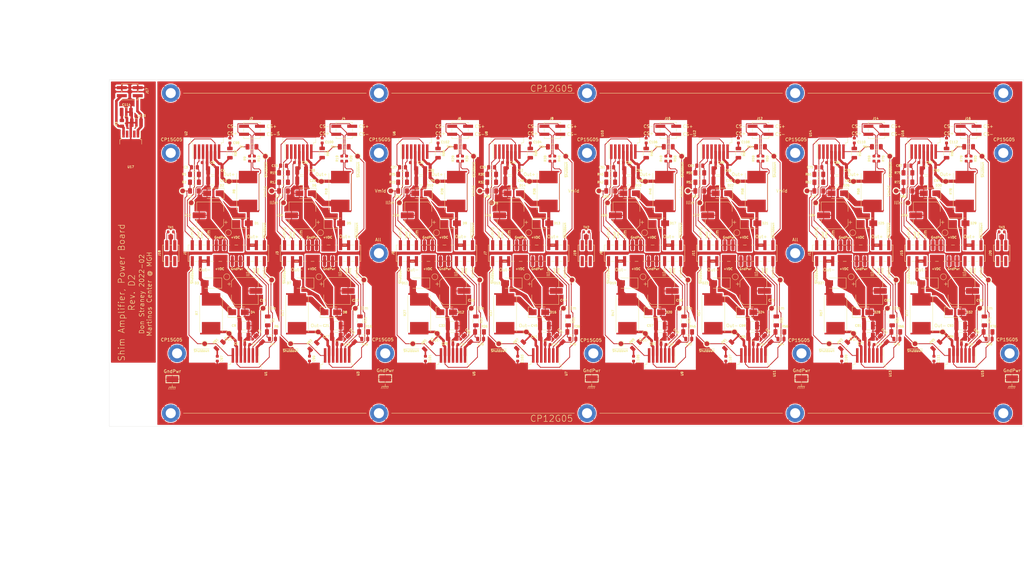
<source format=kicad_pcb>
(kicad_pcb (version 20171130) (host pcbnew "(5.1.10)-1")
  (title_block (title "Shim amplifier, power board") (rev D2) (company "Martinos Center @ MGH") (comment 1 "Don Straney"))
  (layers (0 F.Cu signal) (31 B.Cu signal) (34 B.Paste user) (35 F.Paste user) (36 B.SilkS user) (37 F.SilkS user) (38 B.Mask user) (39 F.Mask user) (44 Edge.Cuts user))
  (net 0 "")
  (net 1 GNDPWR)
  (net 2 "Net-(C3-Pad2)")
  (net 3 "Net-(C3-Pad1)")
  (net 4 "Net-(C4-Pad2)")
  (net 5 "Net-(C4-Pad1)")
  (net 6 +VDC)
  (net 7 "Net-(R4-Pad1)")
  (net 8 "/Channel 1/Vmid2")
  (net 9 "/Channel 1/Vmid1")
  (net 10 "/Channel 1/Ilim2")
  (net 11 "/Channel 1/Ilim1")
  (net 12 "/Channel 2/Vmid2")
  (net 13 "/Channel 2/Vmid1")
  (net 14 "Net-(C15-Pad2)")
  (net 15 "Net-(C15-Pad1)")
  (net 16 "Net-(C16-Pad2)")
  (net 17 "Net-(C16-Pad1)")
  (net 18 "/Channel 2/Ilim2")
  (net 19 "/Channel 2/Ilim1")
  (net 20 "/Channel 3/Vmid2")
  (net 21 "/Channel 3/Vmid1")
  (net 22 "Net-(C27-Pad2)")
  (net 23 "Net-(C27-Pad1)")
  (net 24 "Net-(C28-Pad2)")
  (net 25 "Net-(C28-Pad1)")
  (net 26 "/Channel 3/Ilim2")
  (net 27 "/Channel 3/Ilim1")
  (net 28 "/Channel 4/Vmid2")
  (net 29 "/Channel 4/Vmid1")
  (net 30 "Net-(C39-Pad2)")
  (net 31 "Net-(C39-Pad1)")
  (net 32 "Net-(C40-Pad2)")
  (net 33 "Net-(C40-Pad1)")
  (net 34 "/Channel 4/Ilim2")
  (net 35 "/Channel 4/Ilim1")
  (net 36 "/Channel 5/Vmid2")
  (net 37 "/Channel 5/Vmid1")
  (net 38 "Net-(C51-Pad2)")
  (net 39 "Net-(C51-Pad1)")
  (net 40 "Net-(C52-Pad2)")
  (net 41 "Net-(C52-Pad1)")
  (net 42 "/Channel 5/Ilim2")
  (net 43 "/Channel 5/Ilim1")
  (net 44 "/Channel 6/Vmid2")
  (net 45 "/Channel 6/Vmid1")
  (net 46 "Net-(C63-Pad2)")
  (net 47 "Net-(C63-Pad1)")
  (net 48 "Net-(C64-Pad2)")
  (net 49 "Net-(C64-Pad1)")
  (net 50 "/Channel 6/Ilim2")
  (net 51 "/Channel 6/Ilim1")
  (net 52 "/Channel 7/Vmid2")
  (net 53 "/Channel 7/Vmid1")
  (net 54 "Net-(C75-Pad2)")
  (net 55 "Net-(C75-Pad1)")
  (net 56 "Net-(C76-Pad2)")
  (net 57 "Net-(C76-Pad1)")
  (net 58 "/Channel 7/Ilim2")
  (net 59 "/Channel 7/Ilim1")
  (net 60 "/Channel 8/Vmid2")
  (net 61 "/Channel 8/Vmid1")
  (net 62 "Net-(C87-Pad2)")
  (net 63 "Net-(C87-Pad1)")
  (net 64 "Net-(C88-Pad2)")
  (net 65 "Net-(C88-Pad1)")
  (net 66 "/Channel 8/Ilim2")
  (net 67 "/Channel 8/Ilim1")
  (net 68 "/Channel 1/Out+")
  (net 69 "/Channel 1/Out-")
  (net 70 "/Channel 2/Out+")
  (net 71 "/Channel 2/Out-")
  (net 72 "/Channel 3/Out+")
  (net 73 "/Channel 3/Out-")
  (net 74 "/Channel 4/Out+")
  (net 75 "/Channel 4/Out-")
  (net 76 "/Channel 5/Out+")
  (net 77 "/Channel 5/Out-")
  (net 78 "/Channel 6/Out+")
  (net 79 "/Channel 6/Out-")
  (net 80 "/Channel 7/Out+")
  (net 81 "/Channel 7/Out-")
  (net 82 "/Channel 8/Out+")
  (net 83 "/Channel 8/Out-")
  (net 84 "/Channel 1/~Shutdown1")
  (net 85 "/Channel 1/Vout_cmd2")
  (net 86 "/Channel 1/Vout_cmd1")
  (net 87 "/Channel 1/~Shutdown2")
  (net 88 "/Channel 1/CS-")
  (net 89 "/Channel 1/CS+")
  (net 90 "/Channel 2/~Shutdown1")
  (net 91 "/Channel 2/Vout_cmd2")
  (net 92 "/Channel 2/Vout_cmd1")
  (net 93 "/Channel 2/~Shutdown2")
  (net 94 "/Channel 2/CS-")
  (net 95 "/Channel 2/CS+")
  (net 96 "/Channel 3/~Shutdown1")
  (net 97 "/Channel 3/Vout_cmd2")
  (net 98 "/Channel 3/Vout_cmd1")
  (net 99 "/Channel 3/~Shutdown2")
  (net 100 "/Channel 3/CS-")
  (net 101 "/Channel 3/CS+")
  (net 102 "/Channel 4/~Shutdown1")
  (net 103 "/Channel 4/Vout_cmd2")
  (net 104 "/Channel 4/Vout_cmd1")
  (net 105 "/Channel 4/~Shutdown2")
  (net 106 "/Channel 4/CS-")
  (net 107 "/Channel 4/CS+")
  (net 108 "/Channel 5/~Shutdown1")
  (net 109 "/Channel 5/Vout_cmd2")
  (net 110 "/Channel 5/Vout_cmd1")
  (net 111 "/Channel 5/~Shutdown2")
  (net 112 "/Channel 5/CS-")
  (net 113 "/Channel 5/CS+")
  (net 114 "/Channel 6/~Shutdown1")
  (net 115 "/Channel 6/Vout_cmd2")
  (net 116 "/Channel 6/Vout_cmd1")
  (net 117 "/Channel 6/~Shutdown2")
  (net 118 "/Channel 6/CS-")
  (net 119 "/Channel 6/CS+")
  (net 120 "/Channel 7/~Shutdown1")
  (net 121 "/Channel 7/Vout_cmd2")
  (net 122 "/Channel 7/Vout_cmd1")
  (net 123 "/Channel 7/~Shutdown2")
  (net 124 "/Channel 7/CS-")
  (net 125 "/Channel 7/CS+")
  (net 126 "/Channel 8/~Shutdown1")
  (net 127 "/Channel 8/Vout_cmd2")
  (net 128 "/Channel 8/Vout_cmd1")
  (net 129 "/Channel 8/~Shutdown2")
  (net 130 "/Channel 8/CS-")
  (net 131 "/Channel 8/CS+")
  (net 132 "Net-(R14-Pad1)")
  (net 133 "Net-(R24-Pad1)")
  (net 134 "Net-(R34-Pad1)")
  (net 135 "Net-(R44-Pad1)")
  (net 136 "Net-(R54-Pad1)")
  (net 137 "Net-(R64-Pad1)")
  (net 138 "Net-(R74-Pad1)")
  (net 139 "Net-(C97-Pad1)")
  (net 140 "Net-(C98-Pad1)")
  (net 141 "Net-(C99-Pad1)")
  (net 142 "Net-(C100-Pad1)")
  (net 143 "Net-(C101-Pad1)")
  (net 144 "Net-(C102-Pad1)")
  (net 145 "Net-(C103-Pad1)")
  (net 146 "Net-(C104-Pad1)")
  (net 147 "Net-(C105-Pad1)")
  (net 148 "Net-(C106-Pad1)")
  (net 149 "Net-(C107-Pad1)")
  (net 150 "Net-(C108-Pad1)")
  (net 151 "Net-(C109-Pad1)")
  (net 152 "Net-(C110-Pad1)")
  (net 153 "Net-(C111-Pad1)")
  (net 154 "Net-(C112-Pad1)")
  (net 155 GND)
  (net 156 "Net-(C113-Pad1)")
  (net 157 "Net-(C114-Pad1)")
  (net 158 "Net-(J17-Pad2)")
  (net 159 "Net-(U17-Pad4)")
  (net 160 "Net-(U17-Pad2)")
  (net 161 "Net-(J18-Pad4)")
  (net 162 "Net-(J18-Pad3)")
  (net 163 "Net-(J18-Pad2)")
  (net 164 "Net-(J18-Pad1)")
  (net 165 "Net-(J19-Pad4)")
  (net 166 "Net-(J19-Pad3)")
  (net 167 "Net-(J19-Pad2)")
  (net 168 "Net-(J19-Pad1)")
  (net 169 "Net-(J20-Pad4)")
  (net 170 "Net-(J20-Pad3)")
  (net 171 "Net-(J20-Pad2)")
  (net 172 "Net-(J20-Pad1)")
  (module Connector_PinHeader_2.54mm:PinHeader_2x10_P2.54mm_Vertical_SMD (layer F.Cu) (at 143 83 90)
    (fp_text reference J1 (at 0 -13.76 90) (layer F.SilkS) (effects (font (size 0.7 0.7))))
    (fp_text value Conn_02x10_Odd_Even hide)
    (pad 20 smd rect (at 2.525 11.43 90) (size 3.15 1) (layers F.Cu F.Paste F.Mask) (net 84 "/Channel 1/~Shutdown1"))
    (pad 19 smd rect (at -2.525 11.43 90) (size 3.15 1) (layers F.Cu F.Paste F.Mask) (net 8 "/Channel 1/Vmid2"))
    (pad 18 smd rect (at 2.525 8.89 90) (size 3.15 1) (layers F.Cu F.Paste F.Mask) (net 68 "/Channel 1/Out+"))
    (pad 17 smd rect (at -2.525 8.89 90) (size 3.15 1) (layers F.Cu F.Paste F.Mask) (net 85 "/Channel 1/Vout_cmd2"))
    (pad 16 smd rect (at 2.525 6.35 90) (size 3.15 1) (layers F.Cu F.Paste F.Mask) (net 68 "/Channel 1/Out+"))
    (pad 15 smd rect (at -2.525 6.35 90) (size 3.15 1) (layers F.Cu F.Paste F.Mask) (net 10 "/Channel 1/Ilim2"))
    (pad 14 smd rect (at 2.525 3.81 90) (size 3.15 1) (layers F.Cu F.Paste F.Mask) (net 6 +VDC))
    (pad 13 smd rect (at -2.525 3.81 90) (size 3.15 1) (layers F.Cu F.Paste F.Mask) (net 1 GNDPWR))
    (pad 12 smd rect (at 2.525 1.27 90) (size 3.15 1) (layers F.Cu F.Paste F.Mask) (net 6 +VDC))
    (pad 11 smd rect (at -2.525 1.27 90) (size 3.15 1) (layers F.Cu F.Paste F.Mask) (net 1 GNDPWR))
    (pad 10 smd rect (at 2.525 -1.27 90) (size 3.15 1) (layers F.Cu F.Paste F.Mask) (net 1 GNDPWR))
    (pad 9 smd rect (at -2.525 -1.27 90) (size 3.15 1) (layers F.Cu F.Paste F.Mask) (net 6 +VDC))
    (pad 8 smd rect (at 2.525 -3.81 90) (size 3.15 1) (layers F.Cu F.Paste F.Mask) (net 1 GNDPWR))
    (pad 7 smd rect (at -2.525 -3.81 90) (size 3.15 1) (layers F.Cu F.Paste F.Mask) (net 6 +VDC))
    (pad 6 smd rect (at 2.525 -6.35 90) (size 3.15 1) (layers F.Cu F.Paste F.Mask) (net 11 "/Channel 1/Ilim1"))
    (pad 5 smd rect (at -2.525 -6.35 90) (size 3.15 1) (layers F.Cu F.Paste F.Mask) (net 69 "/Channel 1/Out-"))
    (pad 4 smd rect (at 2.525 -8.89 90) (size 3.15 1) (layers F.Cu F.Paste F.Mask) (net 86 "/Channel 1/Vout_cmd1"))
    (pad 3 smd rect (at -2.525 -8.89 90) (size 3.15 1) (layers F.Cu F.Paste F.Mask) (net 69 "/Channel 1/Out-"))
    (pad 2 smd rect (at 2.525 -11.43 90) (size 3.15 1) (layers F.Cu F.Paste F.Mask) (net 9 "/Channel 1/Vmid1"))
    (pad 1 smd rect (at -2.525 -11.43 90) (size 3.15 1) (layers F.Cu F.Paste F.Mask) (net 87 "/Channel 1/~Shutdown2"))
  )
  (module Connector_PinHeader_2.54mm:PinHeader_2x02_P2.54mm_Vertical_SMD (layer F.Cu) (at 150.5 44 180)
    (fp_text reference J2 (at 0.25 3.75) (layer F.SilkS) (effects (font (size 0.7 0.7))))
    (fp_text value Conn_02x02_Odd_Even hide)
    (pad 4 smd rect (at 2.525 1.27 180) (size 3.15 1) (layers F.Cu F.Paste F.Mask) (net 88 "/Channel 1/CS-"))
    (pad 3 smd rect (at -2.525 1.27 180) (size 3.15 1) (layers F.Cu F.Paste F.Mask) (net 89 "/Channel 1/CS+"))
    (pad 2 smd rect (at 2.525 -1.27 180) (size 3.15 1) (layers F.Cu F.Paste F.Mask) (net 89 "/Channel 1/CS+"))
    (pad 1 smd rect (at -2.525 -1.27 180) (size 3.15 1) (layers F.Cu F.Paste F.Mask) (net 88 "/Channel 1/CS-"))
  )
  (module Connector_PinHeader_2.54mm:PinHeader_2x10_P2.54mm_Vertical_SMD (layer F.Cu) (at 172.25 83 90)
    (fp_text reference J3 (at 0 -13.76 90) (layer F.SilkS) (effects (font (size 0.7 0.7))))
    (fp_text value Conn_02x10_Odd_Even hide)
    (pad 20 smd rect (at 2.525 11.43 90) (size 3.15 1) (layers F.Cu F.Paste F.Mask) (net 90 "/Channel 2/~Shutdown1"))
    (pad 19 smd rect (at -2.525 11.43 90) (size 3.15 1) (layers F.Cu F.Paste F.Mask) (net 12 "/Channel 2/Vmid2"))
    (pad 18 smd rect (at 2.525 8.89 90) (size 3.15 1) (layers F.Cu F.Paste F.Mask) (net 70 "/Channel 2/Out+"))
    (pad 17 smd rect (at -2.525 8.89 90) (size 3.15 1) (layers F.Cu F.Paste F.Mask) (net 91 "/Channel 2/Vout_cmd2"))
    (pad 16 smd rect (at 2.525 6.35 90) (size 3.15 1) (layers F.Cu F.Paste F.Mask) (net 70 "/Channel 2/Out+"))
    (pad 15 smd rect (at -2.525 6.35 90) (size 3.15 1) (layers F.Cu F.Paste F.Mask) (net 18 "/Channel 2/Ilim2"))
    (pad 14 smd rect (at 2.525 3.81 90) (size 3.15 1) (layers F.Cu F.Paste F.Mask) (net 6 +VDC))
    (pad 13 smd rect (at -2.525 3.81 90) (size 3.15 1) (layers F.Cu F.Paste F.Mask) (net 1 GNDPWR))
    (pad 12 smd rect (at 2.525 1.27 90) (size 3.15 1) (layers F.Cu F.Paste F.Mask) (net 6 +VDC))
    (pad 11 smd rect (at -2.525 1.27 90) (size 3.15 1) (layers F.Cu F.Paste F.Mask) (net 1 GNDPWR))
    (pad 10 smd rect (at 2.525 -1.27 90) (size 3.15 1) (layers F.Cu F.Paste F.Mask) (net 1 GNDPWR))
    (pad 9 smd rect (at -2.525 -1.27 90) (size 3.15 1) (layers F.Cu F.Paste F.Mask) (net 6 +VDC))
    (pad 8 smd rect (at 2.525 -3.81 90) (size 3.15 1) (layers F.Cu F.Paste F.Mask) (net 1 GNDPWR))
    (pad 7 smd rect (at -2.525 -3.81 90) (size 3.15 1) (layers F.Cu F.Paste F.Mask) (net 6 +VDC))
    (pad 6 smd rect (at 2.525 -6.35 90) (size 3.15 1) (layers F.Cu F.Paste F.Mask) (net 19 "/Channel 2/Ilim1"))
    (pad 5 smd rect (at -2.525 -6.35 90) (size 3.15 1) (layers F.Cu F.Paste F.Mask) (net 71 "/Channel 2/Out-"))
    (pad 4 smd rect (at 2.525 -8.89 90) (size 3.15 1) (layers F.Cu F.Paste F.Mask) (net 92 "/Channel 2/Vout_cmd1"))
    (pad 3 smd rect (at -2.525 -8.89 90) (size 3.15 1) (layers F.Cu F.Paste F.Mask) (net 71 "/Channel 2/Out-"))
    (pad 2 smd rect (at 2.525 -11.43 90) (size 3.15 1) (layers F.Cu F.Paste F.Mask) (net 13 "/Channel 2/Vmid1"))
    (pad 1 smd rect (at -2.525 -11.43 90) (size 3.15 1) (layers F.Cu F.Paste F.Mask) (net 93 "/Channel 2/~Shutdown2"))
  )
  (module Connector_PinHeader_2.54mm:PinHeader_2x02_P2.54mm_Vertical_SMD (layer F.Cu) (at 179.75 44 180)
    (fp_text reference J4 (at 0.25 3.75) (layer F.SilkS) (effects (font (size 0.7 0.7))))
    (fp_text value Conn_02x02_Odd_Even hide)
    (pad 4 smd rect (at 2.525 1.27 180) (size 3.15 1) (layers F.Cu F.Paste F.Mask) (net 94 "/Channel 2/CS-"))
    (pad 3 smd rect (at -2.525 1.27 180) (size 3.15 1) (layers F.Cu F.Paste F.Mask) (net 95 "/Channel 2/CS+"))
    (pad 2 smd rect (at 2.525 -1.27 180) (size 3.15 1) (layers F.Cu F.Paste F.Mask) (net 95 "/Channel 2/CS+"))
    (pad 1 smd rect (at -2.525 -1.27 180) (size 3.15 1) (layers F.Cu F.Paste F.Mask) (net 94 "/Channel 2/CS-"))
  )
  (module Connector_PinHeader_2.54mm:PinHeader_2x10_P2.54mm_Vertical_SMD (layer F.Cu) (at 209 83 90)
    (fp_text reference J5 (at 0 -13.76 90) (layer F.SilkS) (effects (font (size 0.7 0.7))))
    (fp_text value Conn_02x10_Odd_Even hide)
    (pad 20 smd rect (at 2.525 11.43 90) (size 3.15 1) (layers F.Cu F.Paste F.Mask) (net 96 "/Channel 3/~Shutdown1"))
    (pad 19 smd rect (at -2.525 11.43 90) (size 3.15 1) (layers F.Cu F.Paste F.Mask) (net 20 "/Channel 3/Vmid2"))
    (pad 18 smd rect (at 2.525 8.89 90) (size 3.15 1) (layers F.Cu F.Paste F.Mask) (net 72 "/Channel 3/Out+"))
    (pad 17 smd rect (at -2.525 8.89 90) (size 3.15 1) (layers F.Cu F.Paste F.Mask) (net 97 "/Channel 3/Vout_cmd2"))
    (pad 16 smd rect (at 2.525 6.35 90) (size 3.15 1) (layers F.Cu F.Paste F.Mask) (net 72 "/Channel 3/Out+"))
    (pad 15 smd rect (at -2.525 6.35 90) (size 3.15 1) (layers F.Cu F.Paste F.Mask) (net 26 "/Channel 3/Ilim2"))
    (pad 14 smd rect (at 2.525 3.81 90) (size 3.15 1) (layers F.Cu F.Paste F.Mask) (net 6 +VDC))
    (pad 13 smd rect (at -2.525 3.81 90) (size 3.15 1) (layers F.Cu F.Paste F.Mask) (net 1 GNDPWR))
    (pad 12 smd rect (at 2.525 1.27 90) (size 3.15 1) (layers F.Cu F.Paste F.Mask) (net 6 +VDC))
    (pad 11 smd rect (at -2.525 1.27 90) (size 3.15 1) (layers F.Cu F.Paste F.Mask) (net 1 GNDPWR))
    (pad 10 smd rect (at 2.525 -1.27 90) (size 3.15 1) (layers F.Cu F.Paste F.Mask) (net 1 GNDPWR))
    (pad 9 smd rect (at -2.525 -1.27 90) (size 3.15 1) (layers F.Cu F.Paste F.Mask) (net 6 +VDC))
    (pad 8 smd rect (at 2.525 -3.81 90) (size 3.15 1) (layers F.Cu F.Paste F.Mask) (net 1 GNDPWR))
    (pad 7 smd rect (at -2.525 -3.81 90) (size 3.15 1) (layers F.Cu F.Paste F.Mask) (net 6 +VDC))
    (pad 6 smd rect (at 2.525 -6.35 90) (size 3.15 1) (layers F.Cu F.Paste F.Mask) (net 27 "/Channel 3/Ilim1"))
    (pad 5 smd rect (at -2.525 -6.35 90) (size 3.15 1) (layers F.Cu F.Paste F.Mask) (net 73 "/Channel 3/Out-"))
    (pad 4 smd rect (at 2.525 -8.89 90) (size 3.15 1) (layers F.Cu F.Paste F.Mask) (net 98 "/Channel 3/Vout_cmd1"))
    (pad 3 smd rect (at -2.525 -8.89 90) (size 3.15 1) (layers F.Cu F.Paste F.Mask) (net 73 "/Channel 3/Out-"))
    (pad 2 smd rect (at 2.525 -11.43 90) (size 3.15 1) (layers F.Cu F.Paste F.Mask) (net 21 "/Channel 3/Vmid1"))
    (pad 1 smd rect (at -2.525 -11.43 90) (size 3.15 1) (layers F.Cu F.Paste F.Mask) (net 99 "/Channel 3/~Shutdown2"))
  )
  (module Connector_PinHeader_2.54mm:PinHeader_2x02_P2.54mm_Vertical_SMD (layer F.Cu) (at 216.5 44 180)
    (fp_text reference J6 (at 0.25 3.75) (layer F.SilkS) (effects (font (size 0.7 0.7))))
    (fp_text value Conn_02x02_Odd_Even hide)
    (pad 4 smd rect (at 2.525 1.27 180) (size 3.15 1) (layers F.Cu F.Paste F.Mask) (net 100 "/Channel 3/CS-"))
    (pad 3 smd rect (at -2.525 1.27 180) (size 3.15 1) (layers F.Cu F.Paste F.Mask) (net 101 "/Channel 3/CS+"))
    (pad 2 smd rect (at 2.525 -1.27 180) (size 3.15 1) (layers F.Cu F.Paste F.Mask) (net 101 "/Channel 3/CS+"))
    (pad 1 smd rect (at -2.525 -1.27 180) (size 3.15 1) (layers F.Cu F.Paste F.Mask) (net 100 "/Channel 3/CS-"))
  )
  (module Connector_PinHeader_2.54mm:PinHeader_2x10_P2.54mm_Vertical_SMD (layer F.Cu) (at 238.25 83 90)
    (fp_text reference J7 (at 0 -13.76 90) (layer F.SilkS) (effects (font (size 0.7 0.7))))
    (fp_text value Conn_02x10_Odd_Even hide)
    (pad 20 smd rect (at 2.525 11.43 90) (size 3.15 1) (layers F.Cu F.Paste F.Mask) (net 102 "/Channel 4/~Shutdown1"))
    (pad 19 smd rect (at -2.525 11.43 90) (size 3.15 1) (layers F.Cu F.Paste F.Mask) (net 28 "/Channel 4/Vmid2"))
    (pad 18 smd rect (at 2.525 8.89 90) (size 3.15 1) (layers F.Cu F.Paste F.Mask) (net 74 "/Channel 4/Out+"))
    (pad 17 smd rect (at -2.525 8.89 90) (size 3.15 1) (layers F.Cu F.Paste F.Mask) (net 103 "/Channel 4/Vout_cmd2"))
    (pad 16 smd rect (at 2.525 6.35 90) (size 3.15 1) (layers F.Cu F.Paste F.Mask) (net 74 "/Channel 4/Out+"))
    (pad 15 smd rect (at -2.525 6.35 90) (size 3.15 1) (layers F.Cu F.Paste F.Mask) (net 34 "/Channel 4/Ilim2"))
    (pad 14 smd rect (at 2.525 3.81 90) (size 3.15 1) (layers F.Cu F.Paste F.Mask) (net 6 +VDC))
    (pad 13 smd rect (at -2.525 3.81 90) (size 3.15 1) (layers F.Cu F.Paste F.Mask) (net 1 GNDPWR))
    (pad 12 smd rect (at 2.525 1.27 90) (size 3.15 1) (layers F.Cu F.Paste F.Mask) (net 6 +VDC))
    (pad 11 smd rect (at -2.525 1.27 90) (size 3.15 1) (layers F.Cu F.Paste F.Mask) (net 1 GNDPWR))
    (pad 10 smd rect (at 2.525 -1.27 90) (size 3.15 1) (layers F.Cu F.Paste F.Mask) (net 1 GNDPWR))
    (pad 9 smd rect (at -2.525 -1.27 90) (size 3.15 1) (layers F.Cu F.Paste F.Mask) (net 6 +VDC))
    (pad 8 smd rect (at 2.525 -3.81 90) (size 3.15 1) (layers F.Cu F.Paste F.Mask) (net 1 GNDPWR))
    (pad 7 smd rect (at -2.525 -3.81 90) (size 3.15 1) (layers F.Cu F.Paste F.Mask) (net 6 +VDC))
    (pad 6 smd rect (at 2.525 -6.35 90) (size 3.15 1) (layers F.Cu F.Paste F.Mask) (net 35 "/Channel 4/Ilim1"))
    (pad 5 smd rect (at -2.525 -6.35 90) (size 3.15 1) (layers F.Cu F.Paste F.Mask) (net 75 "/Channel 4/Out-"))
    (pad 4 smd rect (at 2.525 -8.89 90) (size 3.15 1) (layers F.Cu F.Paste F.Mask) (net 104 "/Channel 4/Vout_cmd1"))
    (pad 3 smd rect (at -2.525 -8.89 90) (size 3.15 1) (layers F.Cu F.Paste F.Mask) (net 75 "/Channel 4/Out-"))
    (pad 2 smd rect (at 2.525 -11.43 90) (size 3.15 1) (layers F.Cu F.Paste F.Mask) (net 29 "/Channel 4/Vmid1"))
    (pad 1 smd rect (at -2.525 -11.43 90) (size 3.15 1) (layers F.Cu F.Paste F.Mask) (net 105 "/Channel 4/~Shutdown2"))
  )
  (module Connector_PinHeader_2.54mm:PinHeader_2x02_P2.54mm_Vertical_SMD (layer F.Cu) (at 245.75 44 180)
    (fp_text reference J8 (at 0.25 3.75) (layer F.SilkS) (effects (font (size 0.7 0.7))))
    (fp_text value Conn_02x02_Odd_Even hide)
    (pad 4 smd rect (at 2.525 1.27 180) (size 3.15 1) (layers F.Cu F.Paste F.Mask) (net 106 "/Channel 4/CS-"))
    (pad 3 smd rect (at -2.525 1.27 180) (size 3.15 1) (layers F.Cu F.Paste F.Mask) (net 107 "/Channel 4/CS+"))
    (pad 2 smd rect (at 2.525 -1.27 180) (size 3.15 1) (layers F.Cu F.Paste F.Mask) (net 107 "/Channel 4/CS+"))
    (pad 1 smd rect (at -2.525 -1.27 180) (size 3.15 1) (layers F.Cu F.Paste F.Mask) (net 106 "/Channel 4/CS-"))
  )
  (module Connector_PinHeader_2.54mm:PinHeader_2x10_P2.54mm_Vertical_SMD (layer F.Cu) (at 275 83 90)
    (fp_text reference J9 (at 0 -13.76 90) (layer F.SilkS) (effects (font (size 0.7 0.7))))
    (fp_text value Conn_02x10_Odd_Even hide)
    (pad 20 smd rect (at 2.525 11.43 90) (size 3.15 1) (layers F.Cu F.Paste F.Mask) (net 108 "/Channel 5/~Shutdown1"))
    (pad 19 smd rect (at -2.525 11.43 90) (size 3.15 1) (layers F.Cu F.Paste F.Mask) (net 36 "/Channel 5/Vmid2"))
    (pad 18 smd rect (at 2.525 8.89 90) (size 3.15 1) (layers F.Cu F.Paste F.Mask) (net 76 "/Channel 5/Out+"))
    (pad 17 smd rect (at -2.525 8.89 90) (size 3.15 1) (layers F.Cu F.Paste F.Mask) (net 109 "/Channel 5/Vout_cmd2"))
    (pad 16 smd rect (at 2.525 6.35 90) (size 3.15 1) (layers F.Cu F.Paste F.Mask) (net 76 "/Channel 5/Out+"))
    (pad 15 smd rect (at -2.525 6.35 90) (size 3.15 1) (layers F.Cu F.Paste F.Mask) (net 42 "/Channel 5/Ilim2"))
    (pad 14 smd rect (at 2.525 3.81 90) (size 3.15 1) (layers F.Cu F.Paste F.Mask) (net 6 +VDC))
    (pad 13 smd rect (at -2.525 3.81 90) (size 3.15 1) (layers F.Cu F.Paste F.Mask) (net 1 GNDPWR))
    (pad 12 smd rect (at 2.525 1.27 90) (size 3.15 1) (layers F.Cu F.Paste F.Mask) (net 6 +VDC))
    (pad 11 smd rect (at -2.525 1.27 90) (size 3.15 1) (layers F.Cu F.Paste F.Mask) (net 1 GNDPWR))
    (pad 10 smd rect (at 2.525 -1.27 90) (size 3.15 1) (layers F.Cu F.Paste F.Mask) (net 1 GNDPWR))
    (pad 9 smd rect (at -2.525 -1.27 90) (size 3.15 1) (layers F.Cu F.Paste F.Mask) (net 6 +VDC))
    (pad 8 smd rect (at 2.525 -3.81 90) (size 3.15 1) (layers F.Cu F.Paste F.Mask) (net 1 GNDPWR))
    (pad 7 smd rect (at -2.525 -3.81 90) (size 3.15 1) (layers F.Cu F.Paste F.Mask) (net 6 +VDC))
    (pad 6 smd rect (at 2.525 -6.35 90) (size 3.15 1) (layers F.Cu F.Paste F.Mask) (net 43 "/Channel 5/Ilim1"))
    (pad 5 smd rect (at -2.525 -6.35 90) (size 3.15 1) (layers F.Cu F.Paste F.Mask) (net 77 "/Channel 5/Out-"))
    (pad 4 smd rect (at 2.525 -8.89 90) (size 3.15 1) (layers F.Cu F.Paste F.Mask) (net 110 "/Channel 5/Vout_cmd1"))
    (pad 3 smd rect (at -2.525 -8.89 90) (size 3.15 1) (layers F.Cu F.Paste F.Mask) (net 77 "/Channel 5/Out-"))
    (pad 2 smd rect (at 2.525 -11.43 90) (size 3.15 1) (layers F.Cu F.Paste F.Mask) (net 37 "/Channel 5/Vmid1"))
    (pad 1 smd rect (at -2.525 -11.43 90) (size 3.15 1) (layers F.Cu F.Paste F.Mask) (net 111 "/Channel 5/~Shutdown2"))
  )
  (module Connector_PinHeader_2.54mm:PinHeader_2x02_P2.54mm_Vertical_SMD (layer F.Cu) (at 282.5 44 180)
    (fp_text reference J10 (at 0.25 3.75) (layer F.SilkS) (effects (font (size 0.7 0.7))))
    (fp_text value Conn_02x02_Odd_Even hide)
    (pad 4 smd rect (at 2.525 1.27 180) (size 3.15 1) (layers F.Cu F.Paste F.Mask) (net 112 "/Channel 5/CS-"))
    (pad 3 smd rect (at -2.525 1.27 180) (size 3.15 1) (layers F.Cu F.Paste F.Mask) (net 113 "/Channel 5/CS+"))
    (pad 2 smd rect (at 2.525 -1.27 180) (size 3.15 1) (layers F.Cu F.Paste F.Mask) (net 113 "/Channel 5/CS+"))
    (pad 1 smd rect (at -2.525 -1.27 180) (size 3.15 1) (layers F.Cu F.Paste F.Mask) (net 112 "/Channel 5/CS-"))
  )
  (module Connector_PinHeader_2.54mm:PinHeader_2x10_P2.54mm_Vertical_SMD (layer F.Cu) (at 304.25 83 90)
    (fp_text reference J11 (at 0 -13.76 90) (layer F.SilkS) (effects (font (size 0.7 0.7))))
    (fp_text value Conn_02x10_Odd_Even hide)
    (pad 20 smd rect (at 2.525 11.43 90) (size 3.15 1) (layers F.Cu F.Paste F.Mask) (net 114 "/Channel 6/~Shutdown1"))
    (pad 19 smd rect (at -2.525 11.43 90) (size 3.15 1) (layers F.Cu F.Paste F.Mask) (net 44 "/Channel 6/Vmid2"))
    (pad 18 smd rect (at 2.525 8.89 90) (size 3.15 1) (layers F.Cu F.Paste F.Mask) (net 78 "/Channel 6/Out+"))
    (pad 17 smd rect (at -2.525 8.89 90) (size 3.15 1) (layers F.Cu F.Paste F.Mask) (net 115 "/Channel 6/Vout_cmd2"))
    (pad 16 smd rect (at 2.525 6.35 90) (size 3.15 1) (layers F.Cu F.Paste F.Mask) (net 78 "/Channel 6/Out+"))
    (pad 15 smd rect (at -2.525 6.35 90) (size 3.15 1) (layers F.Cu F.Paste F.Mask) (net 50 "/Channel 6/Ilim2"))
    (pad 14 smd rect (at 2.525 3.81 90) (size 3.15 1) (layers F.Cu F.Paste F.Mask) (net 6 +VDC))
    (pad 13 smd rect (at -2.525 3.81 90) (size 3.15 1) (layers F.Cu F.Paste F.Mask) (net 1 GNDPWR))
    (pad 12 smd rect (at 2.525 1.27 90) (size 3.15 1) (layers F.Cu F.Paste F.Mask) (net 6 +VDC))
    (pad 11 smd rect (at -2.525 1.27 90) (size 3.15 1) (layers F.Cu F.Paste F.Mask) (net 1 GNDPWR))
    (pad 10 smd rect (at 2.525 -1.27 90) (size 3.15 1) (layers F.Cu F.Paste F.Mask) (net 1 GNDPWR))
    (pad 9 smd rect (at -2.525 -1.27 90) (size 3.15 1) (layers F.Cu F.Paste F.Mask) (net 6 +VDC))
    (pad 8 smd rect (at 2.525 -3.81 90) (size 3.15 1) (layers F.Cu F.Paste F.Mask) (net 1 GNDPWR))
    (pad 7 smd rect (at -2.525 -3.81 90) (size 3.15 1) (layers F.Cu F.Paste F.Mask) (net 6 +VDC))
    (pad 6 smd rect (at 2.525 -6.35 90) (size 3.15 1) (layers F.Cu F.Paste F.Mask) (net 51 "/Channel 6/Ilim1"))
    (pad 5 smd rect (at -2.525 -6.35 90) (size 3.15 1) (layers F.Cu F.Paste F.Mask) (net 79 "/Channel 6/Out-"))
    (pad 4 smd rect (at 2.525 -8.89 90) (size 3.15 1) (layers F.Cu F.Paste F.Mask) (net 116 "/Channel 6/Vout_cmd1"))
    (pad 3 smd rect (at -2.525 -8.89 90) (size 3.15 1) (layers F.Cu F.Paste F.Mask) (net 79 "/Channel 6/Out-"))
    (pad 2 smd rect (at 2.525 -11.43 90) (size 3.15 1) (layers F.Cu F.Paste F.Mask) (net 45 "/Channel 6/Vmid1"))
    (pad 1 smd rect (at -2.525 -11.43 90) (size 3.15 1) (layers F.Cu F.Paste F.Mask) (net 117 "/Channel 6/~Shutdown2"))
  )
  (module Connector_PinHeader_2.54mm:PinHeader_2x02_P2.54mm_Vertical_SMD (layer F.Cu) (at 311.75 44 180)
    (fp_text reference J12 (at 0.25 3.75) (layer F.SilkS) (effects (font (size 0.7 0.7))))
    (fp_text value Conn_02x02_Odd_Even hide)
    (pad 4 smd rect (at 2.525 1.27 180) (size 3.15 1) (layers F.Cu F.Paste F.Mask) (net 118 "/Channel 6/CS-"))
    (pad 3 smd rect (at -2.525 1.27 180) (size 3.15 1) (layers F.Cu F.Paste F.Mask) (net 119 "/Channel 6/CS+"))
    (pad 2 smd rect (at 2.525 -1.27 180) (size 3.15 1) (layers F.Cu F.Paste F.Mask) (net 119 "/Channel 6/CS+"))
    (pad 1 smd rect (at -2.525 -1.27 180) (size 3.15 1) (layers F.Cu F.Paste F.Mask) (net 118 "/Channel 6/CS-"))
  )
  (module Connector_PinHeader_2.54mm:PinHeader_2x10_P2.54mm_Vertical_SMD (layer F.Cu) (at 341 83 90)
    (fp_text reference J13 (at 0 -13.76 90) (layer F.SilkS) (effects (font (size 0.7 0.7))))
    (fp_text value Conn_02x10_Odd_Even hide)
    (pad 20 smd rect (at 2.525 11.43 90) (size 3.15 1) (layers F.Cu F.Paste F.Mask) (net 120 "/Channel 7/~Shutdown1"))
    (pad 19 smd rect (at -2.525 11.43 90) (size 3.15 1) (layers F.Cu F.Paste F.Mask) (net 52 "/Channel 7/Vmid2"))
    (pad 18 smd rect (at 2.525 8.89 90) (size 3.15 1) (layers F.Cu F.Paste F.Mask) (net 80 "/Channel 7/Out+"))
    (pad 17 smd rect (at -2.525 8.89 90) (size 3.15 1) (layers F.Cu F.Paste F.Mask) (net 121 "/Channel 7/Vout_cmd2"))
    (pad 16 smd rect (at 2.525 6.35 90) (size 3.15 1) (layers F.Cu F.Paste F.Mask) (net 80 "/Channel 7/Out+"))
    (pad 15 smd rect (at -2.525 6.35 90) (size 3.15 1) (layers F.Cu F.Paste F.Mask) (net 58 "/Channel 7/Ilim2"))
    (pad 14 smd rect (at 2.525 3.81 90) (size 3.15 1) (layers F.Cu F.Paste F.Mask) (net 6 +VDC))
    (pad 13 smd rect (at -2.525 3.81 90) (size 3.15 1) (layers F.Cu F.Paste F.Mask) (net 1 GNDPWR))
    (pad 12 smd rect (at 2.525 1.27 90) (size 3.15 1) (layers F.Cu F.Paste F.Mask) (net 6 +VDC))
    (pad 11 smd rect (at -2.525 1.27 90) (size 3.15 1) (layers F.Cu F.Paste F.Mask) (net 1 GNDPWR))
    (pad 10 smd rect (at 2.525 -1.27 90) (size 3.15 1) (layers F.Cu F.Paste F.Mask) (net 1 GNDPWR))
    (pad 9 smd rect (at -2.525 -1.27 90) (size 3.15 1) (layers F.Cu F.Paste F.Mask) (net 6 +VDC))
    (pad 8 smd rect (at 2.525 -3.81 90) (size 3.15 1) (layers F.Cu F.Paste F.Mask) (net 1 GNDPWR))
    (pad 7 smd rect (at -2.525 -3.81 90) (size 3.15 1) (layers F.Cu F.Paste F.Mask) (net 6 +VDC))
    (pad 6 smd rect (at 2.525 -6.35 90) (size 3.15 1) (layers F.Cu F.Paste F.Mask) (net 59 "/Channel 7/Ilim1"))
    (pad 5 smd rect (at -2.525 -6.35 90) (size 3.15 1) (layers F.Cu F.Paste F.Mask) (net 81 "/Channel 7/Out-"))
    (pad 4 smd rect (at 2.525 -8.89 90) (size 3.15 1) (layers F.Cu F.Paste F.Mask) (net 122 "/Channel 7/Vout_cmd1"))
    (pad 3 smd rect (at -2.525 -8.89 90) (size 3.15 1) (layers F.Cu F.Paste F.Mask) (net 81 "/Channel 7/Out-"))
    (pad 2 smd rect (at 2.525 -11.43 90) (size 3.15 1) (layers F.Cu F.Paste F.Mask) (net 53 "/Channel 7/Vmid1"))
    (pad 1 smd rect (at -2.525 -11.43 90) (size 3.15 1) (layers F.Cu F.Paste F.Mask) (net 123 "/Channel 7/~Shutdown2"))
  )
  (module Connector_PinHeader_2.54mm:PinHeader_2x02_P2.54mm_Vertical_SMD (layer F.Cu) (at 348.5 44 180)
    (fp_text reference J14 (at 0.25 3.75) (layer F.SilkS) (effects (font (size 0.7 0.7))))
    (fp_text value Conn_02x02_Odd_Even hide)
    (pad 4 smd rect (at 2.525 1.27 180) (size 3.15 1) (layers F.Cu F.Paste F.Mask) (net 124 "/Channel 7/CS-"))
    (pad 3 smd rect (at -2.525 1.27 180) (size 3.15 1) (layers F.Cu F.Paste F.Mask) (net 125 "/Channel 7/CS+"))
    (pad 2 smd rect (at 2.525 -1.27 180) (size 3.15 1) (layers F.Cu F.Paste F.Mask) (net 125 "/Channel 7/CS+"))
    (pad 1 smd rect (at -2.525 -1.27 180) (size 3.15 1) (layers F.Cu F.Paste F.Mask) (net 124 "/Channel 7/CS-"))
  )
  (module Connector_PinHeader_2.54mm:PinHeader_2x10_P2.54mm_Vertical_SMD (layer F.Cu) (at 370.25 83 90)
    (fp_text reference J15 (at 0 -13.76 90) (layer F.SilkS) (effects (font (size 0.7 0.7))))
    (fp_text value Conn_02x10_Odd_Even hide)
    (pad 20 smd rect (at 2.525 11.43 90) (size 3.15 1) (layers F.Cu F.Paste F.Mask) (net 126 "/Channel 8/~Shutdown1"))
    (pad 19 smd rect (at -2.525 11.43 90) (size 3.15 1) (layers F.Cu F.Paste F.Mask) (net 60 "/Channel 8/Vmid2"))
    (pad 18 smd rect (at 2.525 8.89 90) (size 3.15 1) (layers F.Cu F.Paste F.Mask) (net 82 "/Channel 8/Out+"))
    (pad 17 smd rect (at -2.525 8.89 90) (size 3.15 1) (layers F.Cu F.Paste F.Mask) (net 127 "/Channel 8/Vout_cmd2"))
    (pad 16 smd rect (at 2.525 6.35 90) (size 3.15 1) (layers F.Cu F.Paste F.Mask) (net 82 "/Channel 8/Out+"))
    (pad 15 smd rect (at -2.525 6.35 90) (size 3.15 1) (layers F.Cu F.Paste F.Mask) (net 66 "/Channel 8/Ilim2"))
    (pad 14 smd rect (at 2.525 3.81 90) (size 3.15 1) (layers F.Cu F.Paste F.Mask) (net 6 +VDC))
    (pad 13 smd rect (at -2.525 3.81 90) (size 3.15 1) (layers F.Cu F.Paste F.Mask) (net 1 GNDPWR))
    (pad 12 smd rect (at 2.525 1.27 90) (size 3.15 1) (layers F.Cu F.Paste F.Mask) (net 6 +VDC))
    (pad 11 smd rect (at -2.525 1.27 90) (size 3.15 1) (layers F.Cu F.Paste F.Mask) (net 1 GNDPWR))
    (pad 10 smd rect (at 2.525 -1.27 90) (size 3.15 1) (layers F.Cu F.Paste F.Mask) (net 1 GNDPWR))
    (pad 9 smd rect (at -2.525 -1.27 90) (size 3.15 1) (layers F.Cu F.Paste F.Mask) (net 6 +VDC))
    (pad 8 smd rect (at 2.525 -3.81 90) (size 3.15 1) (layers F.Cu F.Paste F.Mask) (net 1 GNDPWR))
    (pad 7 smd rect (at -2.525 -3.81 90) (size 3.15 1) (layers F.Cu F.Paste F.Mask) (net 6 +VDC))
    (pad 6 smd rect (at 2.525 -6.35 90) (size 3.15 1) (layers F.Cu F.Paste F.Mask) (net 67 "/Channel 8/Ilim1"))
    (pad 5 smd rect (at -2.525 -6.35 90) (size 3.15 1) (layers F.Cu F.Paste F.Mask) (net 83 "/Channel 8/Out-"))
    (pad 4 smd rect (at 2.525 -8.89 90) (size 3.15 1) (layers F.Cu F.Paste F.Mask) (net 128 "/Channel 8/Vout_cmd1"))
    (pad 3 smd rect (at -2.525 -8.89 90) (size 3.15 1) (layers F.Cu F.Paste F.Mask) (net 83 "/Channel 8/Out-"))
    (pad 2 smd rect (at 2.525 -11.43 90) (size 3.15 1) (layers F.Cu F.Paste F.Mask) (net 61 "/Channel 8/Vmid1"))
    (pad 1 smd rect (at -2.525 -11.43 90) (size 3.15 1) (layers F.Cu F.Paste F.Mask) (net 129 "/Channel 8/~Shutdown2"))
  )
  (module Connector_PinHeader_2.54mm:PinHeader_2x02_P2.54mm_Vertical_SMD (layer F.Cu) (at 377.75 44 180)
    (fp_text reference J16 (at 0.25 3.75) (layer F.SilkS) (effects (font (size 0.7 0.7))))
    (fp_text value Conn_02x02_Odd_Even hide)
    (pad 4 smd rect (at 2.525 1.27 180) (size 3.15 1) (layers F.Cu F.Paste F.Mask) (net 130 "/Channel 8/CS-"))
    (pad 3 smd rect (at -2.525 1.27 180) (size 3.15 1) (layers F.Cu F.Paste F.Mask) (net 131 "/Channel 8/CS+"))
    (pad 2 smd rect (at 2.525 -1.27 180) (size 3.15 1) (layers F.Cu F.Paste F.Mask) (net 131 "/Channel 8/CS+"))
    (pad 1 smd rect (at -2.525 -1.27 180) (size 3.15 1) (layers F.Cu F.Paste F.Mask) (net 130 "/Channel 8/CS-"))
  )
  (module Connector_PinHeader_2.54mm:PinHeader_2x02_P2.54mm_Vertical_SMD (layer F.Cu) (at 111.75 31.75 180)
    (fp_text reference J17 (at -5.5 0.25 90) (layer F.SilkS) (effects (font (size 0.7 0.7))))
    (fp_text value Conn_02x02_Odd_Even)
    (pad 4 smd rect (at 2.525 1.27 180) (size 3.15 1) (layers F.Cu F.Paste F.Mask) (net 155 GND))
    (pad 3 smd rect (at -2.525 1.27 180) (size 3.15 1) (layers F.Cu F.Paste F.Mask) (net 155 GND))
    (pad 2 smd rect (at 2.525 -1.27 180) (size 3.15 1) (layers F.Cu F.Paste F.Mask) (net 158 "Net-(J17-Pad2)"))
    (pad 1 smd rect (at -2.525 -1.27 180) (size 3.15 1) (layers F.Cu F.Paste F.Mask) (net 156 "Net-(C113-Pad1)"))
  )
  (module Connector_PinHeader_2.54mm:PinHeader_2x02_P2.54mm_Vertical_SMD (layer F.Cu) (at 124.75 83 90)
    (fp_text reference J18 (at 0 -3.6 90) (layer F.SilkS) (effects (font (size 0.7 0.7))))
    (fp_text value Conn_02x02_Odd_Even)
    (pad 4 smd rect (at 2.525 1.27 90) (size 3.15 1) (layers F.Cu F.Paste F.Mask) (net 161 "Net-(J18-Pad4)"))
    (pad 3 smd rect (at -2.525 1.27 90) (size 3.15 1) (layers F.Cu F.Paste F.Mask) (net 162 "Net-(J18-Pad3)"))
    (pad 2 smd rect (at 2.525 -1.27 90) (size 3.15 1) (layers F.Cu F.Paste F.Mask) (net 163 "Net-(J18-Pad2)"))
    (pad 1 smd rect (at -2.525 -1.27 90) (size 3.15 1) (layers F.Cu F.Paste F.Mask) (net 164 "Net-(J18-Pad1)"))
  )
  (module Connector_PinHeader_2.54mm:PinHeader_2x02_P2.54mm_Vertical_SMD (layer F.Cu) (at 256.5 83 90)
    (fp_text reference J19 (at 0 -3.6 90) (layer F.SilkS) (effects (font (size 0.7 0.7))))
    (fp_text value Conn_02x02_Odd_Even)
    (pad 4 smd rect (at 2.525 1.27 90) (size 3.15 1) (layers F.Cu F.Paste F.Mask) (net 165 "Net-(J19-Pad4)"))
    (pad 3 smd rect (at -2.525 1.27 90) (size 3.15 1) (layers F.Cu F.Paste F.Mask) (net 166 "Net-(J19-Pad3)"))
    (pad 2 smd rect (at 2.525 -1.27 90) (size 3.15 1) (layers F.Cu F.Paste F.Mask) (net 167 "Net-(J19-Pad2)"))
    (pad 1 smd rect (at -2.525 -1.27 90) (size 3.15 1) (layers F.Cu F.Paste F.Mask) (net 168 "Net-(J19-Pad1)"))
  )
  (module Connector_PinHeader_2.54mm:PinHeader_2x02_P2.54mm_Vertical_SMD (layer F.Cu) (at 388.25 83 90)
    (fp_text reference J20 (at 0 -3.6 90) (layer F.SilkS) (effects (font (size 0.7 0.7))))
    (fp_text value Conn_02x02_Odd_Even)
    (pad 4 smd rect (at 2.525 1.27 90) (size 3.15 1) (layers F.Cu F.Paste F.Mask) (net 169 "Net-(J20-Pad4)"))
    (pad 3 smd rect (at -2.525 1.27 90) (size 3.15 1) (layers F.Cu F.Paste F.Mask) (net 170 "Net-(J20-Pad3)"))
    (pad 2 smd rect (at 2.525 -1.27 90) (size 3.15 1) (layers F.Cu F.Paste F.Mask) (net 171 "Net-(J20-Pad2)"))
    (pad 1 smd rect (at -2.525 -1.27 90) (size 3.15 1) (layers F.Cu F.Paste F.Mask) (net 172 "Net-(J20-Pad1)"))
  )
  (module MountingHole:MountingHole_3.2mm_M3_DIN965_Pad (layer F.Cu) (at 390.75 114.8)
    (fp_text reference H18 hide)
    (fp_text value "#4/M3")
    (pad 1 thru_hole circle (at 0 0) (size 5.6 5.6) (drill 3.2) (layers *.Cu *.Mask) (net 1 GNDPWR))
  )
  (module MountingHole:MountingHole_3.2mm_M3_DIN965_Pad (layer F.Cu) (at 388.75 51.2)
    (fp_text reference H17 hide)
    (fp_text value "#4/M3")
    (pad 1 thru_hole circle (at 0 0) (size 5.6 5.6) (drill 3.2) (layers *.Cu *.Mask) (net 1 GNDPWR))
  )
  (module MountingHole:MountingHole_3.2mm_M3_DIN965_Pad (layer F.Cu) (at 324.75 114.8)
    (fp_text reference H15 hide)
    (fp_text value "#4/M3")
    (pad 1 thru_hole circle (at 0 0) (size 5.6 5.6) (drill 3.2) (layers *.Cu *.Mask) (net 1 GNDPWR))
  )
  (module MountingHole:MountingHole_3.2mm_M3_DIN965_Pad (layer F.Cu) (at 322.75 51.2)
    (fp_text reference H14 hide)
    (fp_text value "#4/M3")
    (pad 1 thru_hole circle (at 0 0) (size 5.6 5.6) (drill 3.2) (layers *.Cu *.Mask) (net 1 GNDPWR))
  )
  (module MountingHole:MountingHole_3.2mm_M3_DIN965_Pad (layer F.Cu) (at 258.75 114.8)
    (fp_text reference H12 hide)
    (fp_text value "#4/M3")
    (pad 1 thru_hole circle (at 0 0) (size 5.6 5.6) (drill 3.2) (layers *.Cu *.Mask) (net 1 GNDPWR))
  )
  (module MountingHole:MountingHole_3.2mm_M3_DIN965_Pad (layer F.Cu) (at 256.75 51.2)
    (fp_text reference H11 hide)
    (fp_text value "#4/M3")
    (pad 1 thru_hole circle (at 0 0) (size 5.6 5.6) (drill 3.2) (layers *.Cu *.Mask) (net 1 GNDPWR))
  )
  (module MountingHole:MountingHole_3.2mm_M3_DIN965_Pad (layer F.Cu) (at 192.75 114.8)
    (fp_text reference H10 hide)
    (fp_text value "#4/M3")
    (pad 1 thru_hole circle (at 0 0) (size 5.6 5.6) (drill 3.2) (layers *.Cu *.Mask) (net 1 GNDPWR))
  )
  (module MountingHole:MountingHole_3.2mm_M3_DIN965_Pad (layer F.Cu) (at 190.75 51.2)
    (fp_text reference H9 hide)
    (fp_text value "#4/M3")
    (pad 1 thru_hole circle (at 0 0) (size 5.6 5.6) (drill 3.2) (layers *.Cu *.Mask) (net 1 GNDPWR))
  )
  (module MountingHole:MountingHole_3.2mm_M3_DIN965_Pad (layer F.Cu) (at 126.75 114.8)
    (fp_text reference H7 hide)
    (fp_text value "#4/M3")
    (pad 1 thru_hole circle (at 0 0) (size 5.6 5.6) (drill 3.2) (layers *.Cu *.Mask) (net 1 GNDPWR))
  )
  (module MountingHole:MountingHole_3.2mm_M3_DIN965_Pad (layer F.Cu) (at 124.75 51.2)
    (fp_text reference H6 hide)
    (fp_text value "#4/M3")
    (pad 1 thru_hole circle (at 0 0) (size 5.6 5.6) (drill 3.2) (layers *.Cu *.Mask) (net 1 GNDPWR))
  )
  (module MountingHole:MountingHole_3.2mm_M3_DIN965_Pad (layer F.Cu) (at 322.75 83)
    (fp_text reference H4 hide)
    (fp_text value "#4/M3")
    (pad 1 thru_hole circle (at 0 0) (size 5.6 5.6) (drill 3.2) (layers *.Cu *.Mask) (net 1 GNDPWR))
  )
  (module MountingHole:MountingHole_3.2mm_M3_DIN965_Pad (layer F.Cu) (at 190.75 83)
    (fp_text reference H1 hide)
    (fp_text value "#4/M3")
    (pad 1 thru_hole circle (at 0 0) (size 5.6 5.6) (drill 3.2) (layers *.Cu *.Mask) (net 1 GNDPWR))
  )
  (module Resistor_SMD:R_0603_1608Metric (layer F.Cu) (at 388.25 76.25)
    (fp_text reference TH3 (at 0 -1.43) (layer F.SilkS) (effects (font (size 0.7 0.7))))
    (fp_text value "10K B25/50=3380K")
    (pad 2 smd roundrect (at 0.825 0) (size 0.8 0.95) (layers F.Cu F.Paste F.Mask) (net 169 "Net-(J20-Pad4)"))
    (pad 1 smd roundrect (at -0.825 0) (size 0.8 0.95) (layers F.Cu F.Paste F.Mask) (net 171 "Net-(J20-Pad2)"))
  )
  (module Resistor_SMD:R_0603_1608Metric (layer F.Cu) (at 256.5 76.25)
    (fp_text reference TH2 (at 0 -1.43) (layer F.SilkS) (effects (font (size 0.7 0.7))))
    (fp_text value "10K B25/50=3380K")
    (pad 2 smd roundrect (at 0.825 0) (size 0.8 0.95) (layers F.Cu F.Paste F.Mask) (net 165 "Net-(J19-Pad4)"))
    (pad 1 smd roundrect (at -0.825 0) (size 0.8 0.95) (layers F.Cu F.Paste F.Mask) (net 167 "Net-(J19-Pad2)"))
  )
  (module Resistor_SMD:R_0603_1608Metric (layer F.Cu) (at 124.75 76.25)
    (fp_text reference TH1 (at 0 -1.43) (layer F.SilkS) (effects (font (size 0.7 0.7))))
    (fp_text value "10K B25/50=3380K")
    (pad 2 smd roundrect (at 0.825 0) (size 0.8 0.95) (layers F.Cu F.Paste F.Mask) (net 161 "Net-(J18-Pad4)"))
    (pad 1 smd roundrect (at -0.825 0) (size 0.8 0.95) (layers F.Cu F.Paste F.Mask) (net 163 "Net-(J18-Pad2)"))
  )
  (module Package_TO_SOT_SMD:TO-252-5_TabPin3 (layer F.Cu) (at 112.05 49.4 270)
    (fp_text reference U17 (at 6.2 0 180) (layer F.SilkS) (effects (font (size 0.7 0.7))))
    (fp_text value TPS7A60)
    (pad 3 smd rect (at 2.1 0 270) (size 6.4 5.8) (layers F.Cu F.Mask) (net 155 GND))
    (pad 5 smd rect (at -4.2 2.28 270) (size 2.2 0.8) (layers F.Cu F.Paste F.Mask) (net 158 "Net-(J17-Pad2)"))
    (pad 4 smd rect (at -4.2 1.14 270) (size 2.2 0.8) (layers F.Cu F.Paste F.Mask) (net 159 "Net-(U17-Pad4)"))
    (pad 3 smd rect (at -4.2 0 270) (size 2.2 0.8) (layers F.Cu F.Paste F.Mask) (net 155 GND))
    (pad 2 smd rect (at -4.2 -1.14 270) (size 2.2 0.8) (layers F.Cu F.Paste F.Mask) (net 160 "Net-(U17-Pad2)"))
    (pad 1 smd rect (at -4.2 -2.28 270) (size 2.2 0.8) (layers F.Cu F.Paste F.Mask) (net 156 "Net-(C113-Pad1)"))
  )
  (module Resistor_SMD:R_0805_2012Metric (layer F.Cu) (at 109.25 41.8 270)
    (fp_text reference R3 (at 0.2 1.8 90) (layer F.SilkS) (effects (font (size 0.7 0.7))))
    (fp_text value 0.1)
    (pad 2 smd roundrect (at 0.9125 0 270) (size 1.025 1.4) (layers F.Cu F.Paste F.Mask) (roundrect_rratio 0.2439004878048781) (net 158 "Net-(J17-Pad2)"))
    (pad 1 smd roundrect (at -0.9125 0 270) (size 1.025 1.4) (layers F.Cu F.Paste F.Mask) (roundrect_rratio 0.2439004878048781) (net 157 "Net-(C114-Pad1)"))
  )
  (module Capacitor_SMD:C_1210_3225Metric (layer F.Cu) (at 110.65 38.2)
    (fp_text reference C114 (at 0 -2.3) (layer F.SilkS) (effects (font (size 0.7 0.7))))
    (fp_text value "10uF 50V X7S")
    (pad 2 smd roundrect (at 1.475 0) (size 1.15 2.7) (layers F.Cu F.Paste F.Mask) (roundrect_rratio 0.2173904347826087) (net 155 GND))
    (pad 1 smd roundrect (at -1.475 0) (size 1.15 2.7) (layers F.Cu F.Paste F.Mask) (roundrect_rratio 0.2173904347826087) (net 157 "Net-(C114-Pad1)"))
  )
  (module Capacitor_SMD:C_1210_3225Metric (layer F.Cu) (at 113.85 41.6 180)
    (fp_text reference C113 (at -1.6 2.2) (layer F.SilkS) (effects (font (size 0.7 0.7))))
    (fp_text value "10uF 50V X7S")
    (pad 2 smd roundrect (at 1.475 0 180) (size 1.15 2.7) (layers F.Cu F.Paste F.Mask) (roundrect_rratio 0.2173904347826087) (net 155 GND))
    (pad 1 smd roundrect (at -1.475 0 180) (size 1.15 2.7) (layers F.Cu F.Paste F.Mask) (roundrect_rratio 0.2173904347826087) (net 156 "Net-(C113-Pad1)"))
  )
  (module Resistor_SMD:R_1206_3216Metric (layer F.Cu) (at 370.75 51.25 270)
    (fp_text reference R96 (at 0 -1.82 90) (layer F.SilkS) (effects (font (size 0.7 0.7))))
    (fp_text value 10)
    (pad 2 smd roundrect (at 1.4625 0 270) (size 1.125 1.75) (layers F.Cu F.Paste F.Mask) (roundrect_rratio 0.2222195555555556) (net 63 "Net-(C87-Pad1)"))
    (pad 1 smd roundrect (at -1.4625 0 270) (size 1.125 1.75) (layers F.Cu F.Paste F.Mask) (roundrect_rratio 0.2222195555555556) (net 154 "Net-(C112-Pad1)"))
  )
  (module Resistor_SMD:R_1206_3216Metric (layer F.Cu) (at 367.5 112.25 45)
    (fp_text reference R95 (at 0 -1.82 45) (layer F.SilkS) (effects (font (size 0.7 0.7))))
    (fp_text value 10)
    (pad 2 smd roundrect (at 1.4625 0 45) (size 1.125 1.75) (layers F.Cu F.Paste F.Mask) (roundrect_rratio 0.2222195555555556) (net 65 "Net-(C88-Pad1)"))
    (pad 1 smd roundrect (at -1.4625 0 45) (size 1.125 1.75) (layers F.Cu F.Paste F.Mask) (roundrect_rratio 0.2222195555555556) (net 153 "Net-(C111-Pad1)"))
  )
  (module Resistor_SMD:R_1206_3216Metric (layer F.Cu) (at 341.5 51.25 270)
    (fp_text reference R94 (at 0 -1.82 90) (layer F.SilkS) (effects (font (size 0.7 0.7))))
    (fp_text value 10)
    (pad 2 smd roundrect (at 1.4625 0 270) (size 1.125 1.75) (layers F.Cu F.Paste F.Mask) (roundrect_rratio 0.2222195555555556) (net 55 "Net-(C75-Pad1)"))
    (pad 1 smd roundrect (at -1.4625 0 270) (size 1.125 1.75) (layers F.Cu F.Paste F.Mask) (roundrect_rratio 0.2222195555555556) (net 152 "Net-(C110-Pad1)"))
  )
  (module Resistor_SMD:R_1206_3216Metric (layer F.Cu) (at 338.25 112.284144 45)
    (fp_text reference R93 (at 0 -1.82 45) (layer F.SilkS) (effects (font (size 0.7 0.7))))
    (fp_text value 10)
    (pad 2 smd roundrect (at 1.4625 0 45) (size 1.125 1.75) (layers F.Cu F.Paste F.Mask) (roundrect_rratio 0.2222195555555556) (net 57 "Net-(C76-Pad1)"))
    (pad 1 smd roundrect (at -1.4625 0 45) (size 1.125 1.75) (layers F.Cu F.Paste F.Mask) (roundrect_rratio 0.2222195555555556) (net 151 "Net-(C109-Pad1)"))
  )
  (module Resistor_SMD:R_1206_3216Metric (layer F.Cu) (at 304.75 51.25 270)
    (fp_text reference R92 (at 0 -1.82 90) (layer F.SilkS) (effects (font (size 0.7 0.7))))
    (fp_text value 10)
    (pad 2 smd roundrect (at 1.4625 0 270) (size 1.125 1.75) (layers F.Cu F.Paste F.Mask) (roundrect_rratio 0.2222195555555556) (net 47 "Net-(C63-Pad1)"))
    (pad 1 smd roundrect (at -1.4625 0 270) (size 1.125 1.75) (layers F.Cu F.Paste F.Mask) (roundrect_rratio 0.2222195555555556) (net 150 "Net-(C108-Pad1)"))
  )
  (module Resistor_SMD:R_1206_3216Metric (layer F.Cu) (at 301.5 112.25 45)
    (fp_text reference R91 (at 0 -1.82 45) (layer F.SilkS) (effects (font (size 0.7 0.7))))
    (fp_text value 10)
    (pad 2 smd roundrect (at 1.4625 0 45) (size 1.125 1.75) (layers F.Cu F.Paste F.Mask) (roundrect_rratio 0.2222195555555556) (net 49 "Net-(C64-Pad1)"))
    (pad 1 smd roundrect (at -1.4625 0 45) (size 1.125 1.75) (layers F.Cu F.Paste F.Mask) (roundrect_rratio 0.2222195555555556) (net 149 "Net-(C107-Pad1)"))
  )
  (module Resistor_SMD:R_1206_3216Metric (layer F.Cu) (at 275.5 51.25 270)
    (fp_text reference R90 (at 0 -1.82 90) (layer F.SilkS) (effects (font (size 0.7 0.7))))
    (fp_text value 10)
    (pad 2 smd roundrect (at 1.4625 0 270) (size 1.125 1.75) (layers F.Cu F.Paste F.Mask) (roundrect_rratio 0.2222195555555556) (net 39 "Net-(C51-Pad1)"))
    (pad 1 smd roundrect (at -1.4625 0 270) (size 1.125 1.75) (layers F.Cu F.Paste F.Mask) (roundrect_rratio 0.2222195555555556) (net 148 "Net-(C106-Pad1)"))
  )
  (module Resistor_SMD:R_1206_3216Metric (layer F.Cu) (at 272.284144 112.25 45)
    (fp_text reference R89 (at 0 -1.82 45) (layer F.SilkS) (effects (font (size 0.7 0.7))))
    (fp_text value 10)
    (pad 2 smd roundrect (at 1.4625 0 45) (size 1.125 1.75) (layers F.Cu F.Paste F.Mask) (roundrect_rratio 0.2222195555555556) (net 41 "Net-(C52-Pad1)"))
    (pad 1 smd roundrect (at -1.4625 0 45) (size 1.125 1.75) (layers F.Cu F.Paste F.Mask) (roundrect_rratio 0.2222195555555556) (net 147 "Net-(C105-Pad1)"))
  )
  (module Resistor_SMD:R_1206_3216Metric (layer F.Cu) (at 238.75 51.25 270)
    (fp_text reference R88 (at 0 -1.82 90) (layer F.SilkS) (effects (font (size 0.7 0.7))))
    (fp_text value 10)
    (pad 2 smd roundrect (at 1.4625 0 270) (size 1.125 1.75) (layers F.Cu F.Paste F.Mask) (roundrect_rratio 0.2222195555555556) (net 31 "Net-(C39-Pad1)"))
    (pad 1 smd roundrect (at -1.4625 0 270) (size 1.125 1.75) (layers F.Cu F.Paste F.Mask) (roundrect_rratio 0.2222195555555556) (net 146 "Net-(C104-Pad1)"))
  )
  (module Resistor_SMD:R_1206_3216Metric (layer F.Cu) (at 235.5 112.25 45)
    (fp_text reference R87 (at 0 -1.82 45) (layer F.SilkS) (effects (font (size 0.7 0.7))))
    (fp_text value 10)
    (pad 2 smd roundrect (at 1.4625 0 45) (size 1.125 1.75) (layers F.Cu F.Paste F.Mask) (roundrect_rratio 0.2222195555555556) (net 33 "Net-(C40-Pad1)"))
    (pad 1 smd roundrect (at -1.4625 0 45) (size 1.125 1.75) (layers F.Cu F.Paste F.Mask) (roundrect_rratio 0.2222195555555556) (net 145 "Net-(C103-Pad1)"))
  )
  (module Resistor_SMD:R_1206_3216Metric (layer F.Cu) (at 209.5 51.25 270)
    (fp_text reference R86 (at 0 -1.82 90) (layer F.SilkS) (effects (font (size 0.7 0.7))))
    (fp_text value 10)
    (pad 2 smd roundrect (at 1.4625 0 270) (size 1.125 1.75) (layers F.Cu F.Paste F.Mask) (roundrect_rratio 0.2222195555555556) (net 23 "Net-(C27-Pad1)"))
    (pad 1 smd roundrect (at -1.4625 0 270) (size 1.125 1.75) (layers F.Cu F.Paste F.Mask) (roundrect_rratio 0.2222195555555556) (net 144 "Net-(C102-Pad1)"))
  )
  (module Resistor_SMD:R_1206_3216Metric (layer F.Cu) (at 206.284144 112.465856 45)
    (fp_text reference R85 (at 0 -1.82 45) (layer F.SilkS) (effects (font (size 0.7 0.7))))
    (fp_text value 10)
    (pad 2 smd roundrect (at 1.4625 0 45) (size 1.125 1.75) (layers F.Cu F.Paste F.Mask) (roundrect_rratio 0.2222195555555556) (net 25 "Net-(C28-Pad1)"))
    (pad 1 smd roundrect (at -1.4625 0 45) (size 1.125 1.75) (layers F.Cu F.Paste F.Mask) (roundrect_rratio 0.2222195555555556) (net 143 "Net-(C101-Pad1)"))
  )
  (module Resistor_SMD:R_1206_3216Metric (layer F.Cu) (at 172.75 51.2125 270)
    (fp_text reference R84 (at 0 -1.82 90) (layer F.SilkS) (effects (font (size 0.7 0.7))))
    (fp_text value 10)
    (pad 2 smd roundrect (at 1.4625 0 270) (size 1.125 1.75) (layers F.Cu F.Paste F.Mask) (roundrect_rratio 0.2222195555555556) (net 15 "Net-(C15-Pad1)"))
    (pad 1 smd roundrect (at -1.4625 0 270) (size 1.125 1.75) (layers F.Cu F.Paste F.Mask) (roundrect_rratio 0.2222195555555556) (net 142 "Net-(C100-Pad1)"))
  )
  (module Resistor_SMD:R_1206_3216Metric (layer F.Cu) (at 170 112.5 45)
    (fp_text reference R83 (at 0 -1.82 45) (layer F.SilkS) (effects (font (size 0.7 0.7))))
    (fp_text value 10)
    (pad 2 smd roundrect (at 1.4625 0 45) (size 1.125 1.75) (layers F.Cu F.Paste F.Mask) (roundrect_rratio 0.2222195555555556) (net 17 "Net-(C16-Pad1)"))
    (pad 1 smd roundrect (at -1.4625 0 45) (size 1.125 1.75) (layers F.Cu F.Paste F.Mask) (roundrect_rratio 0.2222195555555556) (net 141 "Net-(C99-Pad1)"))
  )
  (module Resistor_SMD:R_1206_3216Metric (layer F.Cu) (at 143.5 51.25 270)
    (fp_text reference R82 (at 0 -1.82 90) (layer F.SilkS) (effects (font (size 0.7 0.7))))
    (fp_text value 10)
    (pad 2 smd roundrect (at 1.4625 0 270) (size 1.125 1.75) (layers F.Cu F.Paste F.Mask) (roundrect_rratio 0.2222195555555556) (net 3 "Net-(C3-Pad1)"))
    (pad 1 smd roundrect (at -1.4625 0 270) (size 1.125 1.75) (layers F.Cu F.Paste F.Mask) (roundrect_rratio 0.2222195555555556) (net 140 "Net-(C98-Pad1)"))
  )
  (module Resistor_SMD:R_1206_3216Metric (layer F.Cu) (at 140.25 112.25 45)
    (fp_text reference R81 (at 0 -1.82 45) (layer F.SilkS) (effects (font (size 0.7 0.7))))
    (fp_text value 10)
    (pad 2 smd roundrect (at 1.4625 0 45) (size 1.125 1.75) (layers F.Cu F.Paste F.Mask) (roundrect_rratio 0.2222195555555556) (net 5 "Net-(C4-Pad1)"))
    (pad 1 smd roundrect (at -1.4625 0 45) (size 1.125 1.75) (layers F.Cu F.Paste F.Mask) (roundrect_rratio 0.2222195555555556) (net 139 "Net-(C97-Pad1)"))
  )
  (module Capacitor_SMD:C_0603_1608Metric (layer F.Cu) (at 370.75 47.25 90)
    (fp_text reference C112 (at -0.5 2.25 180) (layer F.SilkS) (effects (font (size 0.7 0.7))))
    (fp_text value "10nF 50V NP0")
    (pad 2 smd roundrect (at 0.775 0 90) (size 0.9 0.95) (layers F.Cu F.Paste F.Mask) (net 1 GNDPWR))
    (pad 1 smd roundrect (at -0.775 0 90) (size 0.9 0.95) (layers F.Cu F.Paste F.Mask) (net 154 "Net-(C112-Pad1)"))
  )
  (module Capacitor_SMD:C_0603_1608Metric (layer F.Cu) (at 366.75 116.5 270)
    (fp_text reference C111 (at 0 -1.43 90) (layer F.SilkS) (effects (font (size 0.7 0.7))))
    (fp_text value "10nF 50V NP0")
    (pad 2 smd roundrect (at 0.775 0 270) (size 0.9 0.95) (layers F.Cu F.Paste F.Mask) (net 1 GNDPWR))
    (pad 1 smd roundrect (at -0.775 0 270) (size 0.9 0.95) (layers F.Cu F.Paste F.Mask) (net 153 "Net-(C111-Pad1)"))
  )
  (module Capacitor_SMD:C_0603_1608Metric (layer F.Cu) (at 341.5 47.25 90)
    (fp_text reference C110 (at -0.5 2.25 180) (layer F.SilkS) (effects (font (size 0.7 0.7))))
    (fp_text value "10nF 50V NP0")
    (pad 2 smd roundrect (at 0.775 0 90) (size 0.9 0.95) (layers F.Cu F.Paste F.Mask) (net 1 GNDPWR))
    (pad 1 smd roundrect (at -0.775 0 90) (size 0.9 0.95) (layers F.Cu F.Paste F.Mask) (net 152 "Net-(C110-Pad1)"))
  )
  (module Capacitor_SMD:C_0603_1608Metric (layer F.Cu) (at 337.5 116.5 270)
    (fp_text reference C109 (at 0 -1.43 90) (layer F.SilkS) (effects (font (size 0.7 0.7))))
    (fp_text value "10nF 50V NP0")
    (pad 2 smd roundrect (at 0.775 0 270) (size 0.9 0.95) (layers F.Cu F.Paste F.Mask) (net 1 GNDPWR))
    (pad 1 smd roundrect (at -0.775 0 270) (size 0.9 0.95) (layers F.Cu F.Paste F.Mask) (net 151 "Net-(C109-Pad1)"))
  )
  (module Capacitor_SMD:C_0603_1608Metric (layer F.Cu) (at 304.75 47.25 90)
    (fp_text reference C108 (at -0.5 2.25 180) (layer F.SilkS) (effects (font (size 0.7 0.7))))
    (fp_text value "10nF 50V NP0")
    (pad 2 smd roundrect (at 0.775 0 90) (size 0.9 0.95) (layers F.Cu F.Paste F.Mask) (net 1 GNDPWR))
    (pad 1 smd roundrect (at -0.775 0 90) (size 0.9 0.95) (layers F.Cu F.Paste F.Mask) (net 150 "Net-(C108-Pad1)"))
  )
  (module Capacitor_SMD:C_0603_1608Metric (layer F.Cu) (at 300.75 116.5 270)
    (fp_text reference C107 (at 0 -1.43 90) (layer F.SilkS) (effects (font (size 0.7 0.7))))
    (fp_text value "10nF 50V NP0")
    (pad 2 smd roundrect (at 0.775 0 270) (size 0.9 0.95) (layers F.Cu F.Paste F.Mask) (net 1 GNDPWR))
    (pad 1 smd roundrect (at -0.775 0 270) (size 0.9 0.95) (layers F.Cu F.Paste F.Mask) (net 149 "Net-(C107-Pad1)"))
  )
  (module Capacitor_SMD:C_0603_1608Metric (layer F.Cu) (at 275.5 47.25 90)
    (fp_text reference C106 (at -0.5 2.25 180) (layer F.SilkS) (effects (font (size 0.7 0.7))))
    (fp_text value "10nF 50V NP0")
    (pad 2 smd roundrect (at 0.775 0 90) (size 0.9 0.95) (layers F.Cu F.Paste F.Mask) (net 1 GNDPWR))
    (pad 1 smd roundrect (at -0.775 0 90) (size 0.9 0.95) (layers F.Cu F.Paste F.Mask) (net 148 "Net-(C106-Pad1)"))
  )
  (module Capacitor_SMD:C_0603_1608Metric (layer F.Cu) (at 271.5 116.5 270)
    (fp_text reference C105 (at 0 -1.43 90) (layer F.SilkS) (effects (font (size 0.7 0.7))))
    (fp_text value "10nF 50V NP0")
    (pad 2 smd roundrect (at 0.775 0 270) (size 0.9 0.95) (layers F.Cu F.Paste F.Mask) (net 1 GNDPWR))
    (pad 1 smd roundrect (at -0.775 0 270) (size 0.9 0.95) (layers F.Cu F.Paste F.Mask) (net 147 "Net-(C105-Pad1)"))
  )
  (module Capacitor_SMD:C_0603_1608Metric (layer F.Cu) (at 238.75 47.25 90)
    (fp_text reference C104 (at -0.5 2.25 180) (layer F.SilkS) (effects (font (size 0.7 0.7))))
    (fp_text value "10nF 50V NP0")
    (pad 2 smd roundrect (at 0.775 0 90) (size 0.9 0.95) (layers F.Cu F.Paste F.Mask) (net 1 GNDPWR))
    (pad 1 smd roundrect (at -0.775 0 90) (size 0.9 0.95) (layers F.Cu F.Paste F.Mask) (net 146 "Net-(C104-Pad1)"))
  )
  (module Capacitor_SMD:C_0603_1608Metric (layer F.Cu) (at 234.75 116.5 270)
    (fp_text reference C103 (at 0 -1.43 90) (layer F.SilkS) (effects (font (size 0.7 0.7))))
    (fp_text value "10nF 50V NP0")
    (pad 2 smd roundrect (at 0.775 0 270) (size 0.9 0.95) (layers F.Cu F.Paste F.Mask) (net 1 GNDPWR))
    (pad 1 smd roundrect (at -0.775 0 270) (size 0.9 0.95) (layers F.Cu F.Paste F.Mask) (net 145 "Net-(C103-Pad1)"))
  )
  (module Capacitor_SMD:C_0603_1608Metric (layer F.Cu) (at 209.5 47.25 90)
    (fp_text reference C102 (at -0.5 2.25 180) (layer F.SilkS) (effects (font (size 0.7 0.7))))
    (fp_text value "10nF 50V NP0")
    (pad 2 smd roundrect (at 0.775 0 90) (size 0.9 0.95) (layers F.Cu F.Paste F.Mask) (net 1 GNDPWR))
    (pad 1 smd roundrect (at -0.775 0 90) (size 0.9 0.95) (layers F.Cu F.Paste F.Mask) (net 144 "Net-(C102-Pad1)"))
  )
  (module Capacitor_SMD:C_0603_1608Metric (layer F.Cu) (at 205.5 116.5 270)
    (fp_text reference C101 (at 0 -1.43 90) (layer F.SilkS) (effects (font (size 0.7 0.7))))
    (fp_text value "10nF 50V NP0")
    (pad 2 smd roundrect (at 0.775 0 270) (size 0.9 0.95) (layers F.Cu F.Paste F.Mask) (net 1 GNDPWR))
    (pad 1 smd roundrect (at -0.775 0 270) (size 0.9 0.95) (layers F.Cu F.Paste F.Mask) (net 143 "Net-(C101-Pad1)"))
  )
  (module Capacitor_SMD:C_0603_1608Metric (layer F.Cu) (at 172.75 47.25 90)
    (fp_text reference C100 (at -0.5 2.25 180) (layer F.SilkS) (effects (font (size 0.7 0.7))))
    (fp_text value "10nF 50V NP0")
    (pad 2 smd roundrect (at 0.775 0 90) (size 0.9 0.95) (layers F.Cu F.Paste F.Mask) (net 1 GNDPWR))
    (pad 1 smd roundrect (at -0.775 0 90) (size 0.9 0.95) (layers F.Cu F.Paste F.Mask) (net 142 "Net-(C100-Pad1)"))
  )
  (module Capacitor_SMD:C_0603_1608Metric (layer F.Cu) (at 168.75 116.475 270)
    (fp_text reference C99 (at 0 -1.43 90) (layer F.SilkS) (effects (font (size 0.7 0.7))))
    (fp_text value "10nF 50V NP0")
    (pad 2 smd roundrect (at 0.775 0 270) (size 0.9 0.95) (layers F.Cu F.Paste F.Mask) (net 1 GNDPWR))
    (pad 1 smd roundrect (at -0.775 0 270) (size 0.9 0.95) (layers F.Cu F.Paste F.Mask) (net 141 "Net-(C99-Pad1)"))
  )
  (module Capacitor_SMD:C_0603_1608Metric (layer F.Cu) (at 143.5 47.25 90)
    (fp_text reference C98 (at -0.75 2 180) (layer F.SilkS) (effects (font (size 0.7 0.7))))
    (fp_text value "10nF 50V NP0")
    (pad 2 smd roundrect (at 0.775 0 90) (size 0.9 0.95) (layers F.Cu F.Paste F.Mask) (net 1 GNDPWR))
    (pad 1 smd roundrect (at -0.775 0 90) (size 0.9 0.95) (layers F.Cu F.Paste F.Mask) (net 140 "Net-(C98-Pad1)"))
  )
  (module Capacitor_SMD:C_0603_1608Metric (layer F.Cu) (at 139.5 116.5 270)
    (fp_text reference C97 (at 0 -1.43 90) (layer F.SilkS) (effects (font (size 0.7 0.7))))
    (fp_text value "10nF 50V NP0")
    (pad 2 smd roundrect (at 0.775 0 270) (size 0.9 0.95) (layers F.Cu F.Paste F.Mask) (net 1 GNDPWR))
    (pad 1 smd roundrect (at -0.775 0 270) (size 0.9 0.95) (layers F.Cu F.Paste F.Mask) (net 139 "Net-(C97-Pad1)"))
  )
  (module TestPoint:TestPoint_Pad_D1.5mm (layer F.Cu) (at 184 52.25)
    (fp_text reference TP15 hide)
    (fp_text value TestPoint hide)
    (pad 1 smd circle (at 0 0) (size 1.5 1.5) (layers F.Cu F.Mask) (net 90 "/Channel 2/~Shutdown1"))
  )
  (module Package_TO_SOT_SMD:TO-263-7_TabPin4 (layer F.Cu) (at 363.5 45 90)
    (fp_text reference U16 (at 0 -6.65 90) (layer F.SilkS) (effects (font (size 0.7 0.7))))
    (fp_text value OPA548 hide)
    (pad 4 smd rect (at 3.375 0 90) (size 9.4 10.8) (layers F.Cu F.Mask) (net 1 GNDPWR))
    (pad 7 smd rect (at -5.775 3.81 90) (size 4.6 0.8) (layers F.Cu F.Paste F.Mask) (net 138 "Net-(R74-Pad1)"))
    (pad 6 smd rect (at -5.775 2.54 90) (size 4.6 0.8) (layers F.Cu F.Paste F.Mask) (net 63 "Net-(C87-Pad1)"))
    (pad 5 smd rect (at -5.775 1.27 90) (size 4.6 0.8) (layers F.Cu F.Paste F.Mask) (net 6 +VDC))
    (pad 4 smd rect (at -5.775 0 90) (size 4.6 0.8) (layers F.Cu F.Paste F.Mask) (net 1 GNDPWR))
    (pad 3 smd rect (at -5.775 -1.27 90) (size 4.6 0.8) (layers F.Cu F.Paste F.Mask) (net 67 "/Channel 8/Ilim1"))
    (pad 2 smd rect (at -5.775 -2.54 90) (size 4.6 0.8) (layers F.Cu F.Paste F.Mask) (net 62 "Net-(C87-Pad2)"))
    (pad 1 smd rect (at -5.775 -3.81 90) (size 4.6 0.8) (layers F.Cu F.Paste F.Mask) (net 128 "/Channel 8/Vout_cmd1"))
  )
  (module Package_TO_SOT_SMD:TO-263-7_TabPin4 (layer F.Cu) (at 375.5 121.25 270)
    (fp_text reference U15 (at 0 -6.65 90) (layer F.SilkS) (effects (font (size 0.7 0.7))))
    (fp_text value OPA548 hide)
    (pad 4 smd rect (at 3.375 0 270) (size 9.4 10.8) (layers F.Cu F.Mask) (net 1 GNDPWR))
    (pad 7 smd rect (at -5.775 3.81 270) (size 4.6 0.8) (layers F.Cu F.Paste F.Mask) (net 129 "/Channel 8/~Shutdown2"))
    (pad 6 smd rect (at -5.775 2.54 270) (size 4.6 0.8) (layers F.Cu F.Paste F.Mask) (net 65 "Net-(C88-Pad1)"))
    (pad 5 smd rect (at -5.775 1.27 270) (size 4.6 0.8) (layers F.Cu F.Paste F.Mask) (net 6 +VDC))
    (pad 4 smd rect (at -5.775 0 270) (size 4.6 0.8) (layers F.Cu F.Paste F.Mask) (net 1 GNDPWR))
    (pad 3 smd rect (at -5.775 -1.27 270) (size 4.6 0.8) (layers F.Cu F.Paste F.Mask) (net 66 "/Channel 8/Ilim2"))
    (pad 2 smd rect (at -5.775 -2.54 270) (size 4.6 0.8) (layers F.Cu F.Paste F.Mask) (net 64 "Net-(C88-Pad2)"))
    (pad 1 smd rect (at -5.775 -3.81 270) (size 4.6 0.8) (layers F.Cu F.Paste F.Mask) (net 60 "/Channel 8/Vmid2"))
  )
  (module Package_TO_SOT_SMD:TO-263-7_TabPin4 (layer F.Cu) (at 334.25 45 90)
    (fp_text reference U14 (at 0 -6.65 90) (layer F.SilkS) (effects (font (size 0.7 0.7))))
    (fp_text value OPA548 hide)
    (pad 4 smd rect (at 3.375 0 90) (size 9.4 10.8) (layers F.Cu F.Mask) (net 1 GNDPWR))
    (pad 7 smd rect (at -5.775 3.81 90) (size 4.6 0.8) (layers F.Cu F.Paste F.Mask) (net 137 "Net-(R64-Pad1)"))
    (pad 6 smd rect (at -5.775 2.54 90) (size 4.6 0.8) (layers F.Cu F.Paste F.Mask) (net 55 "Net-(C75-Pad1)"))
    (pad 5 smd rect (at -5.775 1.27 90) (size 4.6 0.8) (layers F.Cu F.Paste F.Mask) (net 6 +VDC))
    (pad 4 smd rect (at -5.775 0 90) (size 4.6 0.8) (layers F.Cu F.Paste F.Mask) (net 1 GNDPWR))
    (pad 3 smd rect (at -5.775 -1.27 90) (size 4.6 0.8) (layers F.Cu F.Paste F.Mask) (net 59 "/Channel 7/Ilim1"))
    (pad 2 smd rect (at -5.775 -2.54 90) (size 4.6 0.8) (layers F.Cu F.Paste F.Mask) (net 54 "Net-(C75-Pad2)"))
    (pad 1 smd rect (at -5.775 -3.81 90) (size 4.6 0.8) (layers F.Cu F.Paste F.Mask) (net 122 "/Channel 7/Vout_cmd1"))
  )
  (module Package_TO_SOT_SMD:TO-263-7_TabPin4 (layer F.Cu) (at 346.25 121.25 270)
    (fp_text reference U13 (at 0 -6.65 90) (layer F.SilkS) (effects (font (size 0.7 0.7))))
    (fp_text value OPA548 hide)
    (pad 4 smd rect (at 3.375 0 270) (size 9.4 10.8) (layers F.Cu F.Mask) (net 1 GNDPWR))
    (pad 7 smd rect (at -5.775 3.81 270) (size 4.6 0.8) (layers F.Cu F.Paste F.Mask) (net 123 "/Channel 7/~Shutdown2"))
    (pad 6 smd rect (at -5.775 2.54 270) (size 4.6 0.8) (layers F.Cu F.Paste F.Mask) (net 57 "Net-(C76-Pad1)"))
    (pad 5 smd rect (at -5.775 1.27 270) (size 4.6 0.8) (layers F.Cu F.Paste F.Mask) (net 6 +VDC))
    (pad 4 smd rect (at -5.775 0 270) (size 4.6 0.8) (layers F.Cu F.Paste F.Mask) (net 1 GNDPWR))
    (pad 3 smd rect (at -5.775 -1.27 270) (size 4.6 0.8) (layers F.Cu F.Paste F.Mask) (net 58 "/Channel 7/Ilim2"))
    (pad 2 smd rect (at -5.775 -2.54 270) (size 4.6 0.8) (layers F.Cu F.Paste F.Mask) (net 56 "Net-(C76-Pad2)"))
    (pad 1 smd rect (at -5.775 -3.81 270) (size 4.6 0.8) (layers F.Cu F.Paste F.Mask) (net 52 "/Channel 7/Vmid2"))
  )
  (module Package_TO_SOT_SMD:TO-263-7_TabPin4 (layer F.Cu) (at 297.5 45 90)
    (fp_text reference U12 (at 0 -6.65 90) (layer F.SilkS) (effects (font (size 0.7 0.7))))
    (fp_text value OPA548 hide)
    (pad 4 smd rect (at 3.375 0 90) (size 9.4 10.8) (layers F.Cu F.Mask) (net 1 GNDPWR))
    (pad 7 smd rect (at -5.775 3.81 90) (size 4.6 0.8) (layers F.Cu F.Paste F.Mask) (net 136 "Net-(R54-Pad1)"))
    (pad 6 smd rect (at -5.775 2.54 90) (size 4.6 0.8) (layers F.Cu F.Paste F.Mask) (net 47 "Net-(C63-Pad1)"))
    (pad 5 smd rect (at -5.775 1.27 90) (size 4.6 0.8) (layers F.Cu F.Paste F.Mask) (net 6 +VDC))
    (pad 4 smd rect (at -5.775 0 90) (size 4.6 0.8) (layers F.Cu F.Paste F.Mask) (net 1 GNDPWR))
    (pad 3 smd rect (at -5.775 -1.27 90) (size 4.6 0.8) (layers F.Cu F.Paste F.Mask) (net 51 "/Channel 6/Ilim1"))
    (pad 2 smd rect (at -5.775 -2.54 90) (size 4.6 0.8) (layers F.Cu F.Paste F.Mask) (net 46 "Net-(C63-Pad2)"))
    (pad 1 smd rect (at -5.775 -3.81 90) (size 4.6 0.8) (layers F.Cu F.Paste F.Mask) (net 116 "/Channel 6/Vout_cmd1"))
  )
  (module Package_TO_SOT_SMD:TO-263-7_TabPin4 (layer F.Cu) (at 309.5 121.25 270)
    (fp_text reference U11 (at 0 -6.65 90) (layer F.SilkS) (effects (font (size 0.7 0.7))))
    (fp_text value OPA548 hide)
    (pad 4 smd rect (at 3.375 0 270) (size 9.4 10.8) (layers F.Cu F.Mask) (net 1 GNDPWR))
    (pad 7 smd rect (at -5.775 3.81 270) (size 4.6 0.8) (layers F.Cu F.Paste F.Mask) (net 117 "/Channel 6/~Shutdown2"))
    (pad 6 smd rect (at -5.775 2.54 270) (size 4.6 0.8) (layers F.Cu F.Paste F.Mask) (net 49 "Net-(C64-Pad1)"))
    (pad 5 smd rect (at -5.775 1.27 270) (size 4.6 0.8) (layers F.Cu F.Paste F.Mask) (net 6 +VDC))
    (pad 4 smd rect (at -5.775 0 270) (size 4.6 0.8) (layers F.Cu F.Paste F.Mask) (net 1 GNDPWR))
    (pad 3 smd rect (at -5.775 -1.27 270) (size 4.6 0.8) (layers F.Cu F.Paste F.Mask) (net 50 "/Channel 6/Ilim2"))
    (pad 2 smd rect (at -5.775 -2.54 270) (size 4.6 0.8) (layers F.Cu F.Paste F.Mask) (net 48 "Net-(C64-Pad2)"))
    (pad 1 smd rect (at -5.775 -3.81 270) (size 4.6 0.8) (layers F.Cu F.Paste F.Mask) (net 44 "/Channel 6/Vmid2"))
  )
  (module Package_TO_SOT_SMD:TO-263-7_TabPin4 (layer F.Cu) (at 268.25 45 90)
    (fp_text reference U10 (at 0 -6.65 90) (layer F.SilkS) (effects (font (size 0.7 0.7))))
    (fp_text value OPA548 hide)
    (pad 4 smd rect (at 3.375 0 90) (size 9.4 10.8) (layers F.Cu F.Mask) (net 1 GNDPWR))
    (pad 7 smd rect (at -5.775 3.81 90) (size 4.6 0.8) (layers F.Cu F.Paste F.Mask) (net 135 "Net-(R44-Pad1)"))
    (pad 6 smd rect (at -5.775 2.54 90) (size 4.6 0.8) (layers F.Cu F.Paste F.Mask) (net 39 "Net-(C51-Pad1)"))
    (pad 5 smd rect (at -5.775 1.27 90) (size 4.6 0.8) (layers F.Cu F.Paste F.Mask) (net 6 +VDC))
    (pad 4 smd rect (at -5.775 0 90) (size 4.6 0.8) (layers F.Cu F.Paste F.Mask) (net 1 GNDPWR))
    (pad 3 smd rect (at -5.775 -1.27 90) (size 4.6 0.8) (layers F.Cu F.Paste F.Mask) (net 43 "/Channel 5/Ilim1"))
    (pad 2 smd rect (at -5.775 -2.54 90) (size 4.6 0.8) (layers F.Cu F.Paste F.Mask) (net 38 "Net-(C51-Pad2)"))
    (pad 1 smd rect (at -5.775 -3.81 90) (size 4.6 0.8) (layers F.Cu F.Paste F.Mask) (net 110 "/Channel 5/Vout_cmd1"))
  )
  (module Package_TO_SOT_SMD:TO-263-7_TabPin4 (layer F.Cu) (at 280.25 121.25 270)
    (fp_text reference U9 (at 0 -6.65 90) (layer F.SilkS) (effects (font (size 0.7 0.7))))
    (fp_text value OPA548 hide)
    (pad 4 smd rect (at 3.375 0 270) (size 9.4 10.8) (layers F.Cu F.Mask) (net 1 GNDPWR))
    (pad 7 smd rect (at -5.775 3.81 270) (size 4.6 0.8) (layers F.Cu F.Paste F.Mask) (net 111 "/Channel 5/~Shutdown2"))
    (pad 6 smd rect (at -5.775 2.54 270) (size 4.6 0.8) (layers F.Cu F.Paste F.Mask) (net 41 "Net-(C52-Pad1)"))
    (pad 5 smd rect (at -5.775 1.27 270) (size 4.6 0.8) (layers F.Cu F.Paste F.Mask) (net 6 +VDC))
    (pad 4 smd rect (at -5.775 0 270) (size 4.6 0.8) (layers F.Cu F.Paste F.Mask) (net 1 GNDPWR))
    (pad 3 smd rect (at -5.775 -1.27 270) (size 4.6 0.8) (layers F.Cu F.Paste F.Mask) (net 42 "/Channel 5/Ilim2"))
    (pad 2 smd rect (at -5.775 -2.54 270) (size 4.6 0.8) (layers F.Cu F.Paste F.Mask) (net 40 "Net-(C52-Pad2)"))
    (pad 1 smd rect (at -5.775 -3.81 270) (size 4.6 0.8) (layers F.Cu F.Paste F.Mask) (net 36 "/Channel 5/Vmid2"))
  )
  (module Package_TO_SOT_SMD:TO-263-7_TabPin4 (layer F.Cu) (at 231.5 45 90)
    (fp_text reference U8 (at 0 -6.65 90) (layer F.SilkS) (effects (font (size 0.7 0.7))))
    (fp_text value OPA548 hide)
    (pad 4 smd rect (at 3.375 0 90) (size 9.4 10.8) (layers F.Cu F.Mask) (net 1 GNDPWR))
    (pad 7 smd rect (at -5.775 3.81 90) (size 4.6 0.8) (layers F.Cu F.Paste F.Mask) (net 134 "Net-(R34-Pad1)"))
    (pad 6 smd rect (at -5.775 2.54 90) (size 4.6 0.8) (layers F.Cu F.Paste F.Mask) (net 31 "Net-(C39-Pad1)"))
    (pad 5 smd rect (at -5.775 1.27 90) (size 4.6 0.8) (layers F.Cu F.Paste F.Mask) (net 6 +VDC))
    (pad 4 smd rect (at -5.775 0 90) (size 4.6 0.8) (layers F.Cu F.Paste F.Mask) (net 1 GNDPWR))
    (pad 3 smd rect (at -5.775 -1.27 90) (size 4.6 0.8) (layers F.Cu F.Paste F.Mask) (net 35 "/Channel 4/Ilim1"))
    (pad 2 smd rect (at -5.775 -2.54 90) (size 4.6 0.8) (layers F.Cu F.Paste F.Mask) (net 30 "Net-(C39-Pad2)"))
    (pad 1 smd rect (at -5.775 -3.81 90) (size 4.6 0.8) (layers F.Cu F.Paste F.Mask) (net 104 "/Channel 4/Vout_cmd1"))
  )
  (module Package_TO_SOT_SMD:TO-263-7_TabPin4 (layer F.Cu) (at 243.5 121.25 270)
    (fp_text reference U7 (at 0 -6.65 90) (layer F.SilkS) (effects (font (size 0.7 0.7))))
    (fp_text value OPA548 hide)
    (pad 4 smd rect (at 3.375 0 270) (size 9.4 10.8) (layers F.Cu F.Mask) (net 1 GNDPWR))
    (pad 7 smd rect (at -5.775 3.81 270) (size 4.6 0.8) (layers F.Cu F.Paste F.Mask) (net 105 "/Channel 4/~Shutdown2"))
    (pad 6 smd rect (at -5.775 2.54 270) (size 4.6 0.8) (layers F.Cu F.Paste F.Mask) (net 33 "Net-(C40-Pad1)"))
    (pad 5 smd rect (at -5.775 1.27 270) (size 4.6 0.8) (layers F.Cu F.Paste F.Mask) (net 6 +VDC))
    (pad 4 smd rect (at -5.775 0 270) (size 4.6 0.8) (layers F.Cu F.Paste F.Mask) (net 1 GNDPWR))
    (pad 3 smd rect (at -5.775 -1.27 270) (size 4.6 0.8) (layers F.Cu F.Paste F.Mask) (net 34 "/Channel 4/Ilim2"))
    (pad 2 smd rect (at -5.775 -2.54 270) (size 4.6 0.8) (layers F.Cu F.Paste F.Mask) (net 32 "Net-(C40-Pad2)"))
    (pad 1 smd rect (at -5.775 -3.81 270) (size 4.6 0.8) (layers F.Cu F.Paste F.Mask) (net 28 "/Channel 4/Vmid2"))
  )
  (module Package_TO_SOT_SMD:TO-263-7_TabPin4 (layer F.Cu) (at 202.25 45 90)
    (fp_text reference U6 (at 0 -6.65 90) (layer F.SilkS) (effects (font (size 0.7 0.7))))
    (fp_text value OPA548 hide)
    (pad 4 smd rect (at 3.375 0 90) (size 9.4 10.8) (layers F.Cu F.Mask) (net 1 GNDPWR))
    (pad 7 smd rect (at -5.775 3.81 90) (size 4.6 0.8) (layers F.Cu F.Paste F.Mask) (net 133 "Net-(R24-Pad1)"))
    (pad 6 smd rect (at -5.775 2.54 90) (size 4.6 0.8) (layers F.Cu F.Paste F.Mask) (net 23 "Net-(C27-Pad1)"))
    (pad 5 smd rect (at -5.775 1.27 90) (size 4.6 0.8) (layers F.Cu F.Paste F.Mask) (net 6 +VDC))
    (pad 4 smd rect (at -5.775 0 90) (size 4.6 0.8) (layers F.Cu F.Paste F.Mask) (net 1 GNDPWR))
    (pad 3 smd rect (at -5.775 -1.27 90) (size 4.6 0.8) (layers F.Cu F.Paste F.Mask) (net 27 "/Channel 3/Ilim1"))
    (pad 2 smd rect (at -5.775 -2.54 90) (size 4.6 0.8) (layers F.Cu F.Paste F.Mask) (net 22 "Net-(C27-Pad2)"))
    (pad 1 smd rect (at -5.775 -3.81 90) (size 4.6 0.8) (layers F.Cu F.Paste F.Mask) (net 98 "/Channel 3/Vout_cmd1"))
  )
  (module Package_TO_SOT_SMD:TO-263-7_TabPin4 (layer F.Cu) (at 214.25 121.25 270)
    (fp_text reference U5 (at 0 -6.65 90) (layer F.SilkS) (effects (font (size 0.7 0.7))))
    (fp_text value OPA548 hide)
    (pad 4 smd rect (at 3.375 0 270) (size 9.4 10.8) (layers F.Cu F.Mask) (net 1 GNDPWR))
    (pad 7 smd rect (at -5.775 3.81 270) (size 4.6 0.8) (layers F.Cu F.Paste F.Mask) (net 99 "/Channel 3/~Shutdown2"))
    (pad 6 smd rect (at -5.775 2.54 270) (size 4.6 0.8) (layers F.Cu F.Paste F.Mask) (net 25 "Net-(C28-Pad1)"))
    (pad 5 smd rect (at -5.775 1.27 270) (size 4.6 0.8) (layers F.Cu F.Paste F.Mask) (net 6 +VDC))
    (pad 4 smd rect (at -5.775 0 270) (size 4.6 0.8) (layers F.Cu F.Paste F.Mask) (net 1 GNDPWR))
    (pad 3 smd rect (at -5.775 -1.27 270) (size 4.6 0.8) (layers F.Cu F.Paste F.Mask) (net 26 "/Channel 3/Ilim2"))
    (pad 2 smd rect (at -5.775 -2.54 270) (size 4.6 0.8) (layers F.Cu F.Paste F.Mask) (net 24 "Net-(C28-Pad2)"))
    (pad 1 smd rect (at -5.775 -3.81 270) (size 4.6 0.8) (layers F.Cu F.Paste F.Mask) (net 20 "/Channel 3/Vmid2"))
  )
  (module Package_TO_SOT_SMD:TO-263-7_TabPin4 (layer F.Cu) (at 165.5 45 90)
    (fp_text reference U4 (at 0 -6.65 90) (layer F.SilkS) (effects (font (size 0.7 0.7))))
    (fp_text value OPA548 hide)
    (pad 4 smd rect (at 3.375 0 90) (size 9.4 10.8) (layers F.Cu F.Mask) (net 1 GNDPWR))
    (pad 7 smd rect (at -5.775 3.81 90) (size 4.6 0.8) (layers F.Cu F.Paste F.Mask) (net 132 "Net-(R14-Pad1)"))
    (pad 6 smd rect (at -5.775 2.54 90) (size 4.6 0.8) (layers F.Cu F.Paste F.Mask) (net 15 "Net-(C15-Pad1)"))
    (pad 5 smd rect (at -5.775 1.27 90) (size 4.6 0.8) (layers F.Cu F.Paste F.Mask) (net 6 +VDC))
    (pad 4 smd rect (at -5.775 0 90) (size 4.6 0.8) (layers F.Cu F.Paste F.Mask) (net 1 GNDPWR))
    (pad 3 smd rect (at -5.775 -1.27 90) (size 4.6 0.8) (layers F.Cu F.Paste F.Mask) (net 19 "/Channel 2/Ilim1"))
    (pad 2 smd rect (at -5.775 -2.54 90) (size 4.6 0.8) (layers F.Cu F.Paste F.Mask) (net 14 "Net-(C15-Pad2)"))
    (pad 1 smd rect (at -5.775 -3.81 90) (size 4.6 0.8) (layers F.Cu F.Paste F.Mask) (net 92 "/Channel 2/Vout_cmd1"))
  )
  (module Package_TO_SOT_SMD:TO-263-7_TabPin4 (layer F.Cu) (at 177.5 121.25 270)
    (fp_text reference U3 (at 0 -6.65 90) (layer F.SilkS) (effects (font (size 0.7 0.7))))
    (fp_text value OPA548 hide)
    (pad 4 smd rect (at 3.375 0 270) (size 9.4 10.8) (layers F.Cu F.Mask) (net 1 GNDPWR))
    (pad 7 smd rect (at -5.775 3.81 270) (size 4.6 0.8) (layers F.Cu F.Paste F.Mask) (net 93 "/Channel 2/~Shutdown2"))
    (pad 6 smd rect (at -5.775 2.54 270) (size 4.6 0.8) (layers F.Cu F.Paste F.Mask) (net 17 "Net-(C16-Pad1)"))
    (pad 5 smd rect (at -5.775 1.27 270) (size 4.6 0.8) (layers F.Cu F.Paste F.Mask) (net 6 +VDC))
    (pad 4 smd rect (at -5.775 0 270) (size 4.6 0.8) (layers F.Cu F.Paste F.Mask) (net 1 GNDPWR))
    (pad 3 smd rect (at -5.775 -1.27 270) (size 4.6 0.8) (layers F.Cu F.Paste F.Mask) (net 18 "/Channel 2/Ilim2"))
    (pad 2 smd rect (at -5.775 -2.54 270) (size 4.6 0.8) (layers F.Cu F.Paste F.Mask) (net 16 "Net-(C16-Pad2)"))
    (pad 1 smd rect (at -5.775 -3.81 270) (size 4.6 0.8) (layers F.Cu F.Paste F.Mask) (net 12 "/Channel 2/Vmid2"))
  )
  (module TestPoint:TestPoint_Pad_D1.5mm (layer F.Cu) (at 370.5 60.25)
    (fp_text reference TP96 hide)
    (fp_text value TestPoint hide)
    (pad 1 smd circle (at 0 0) (size 1.5 1.5) (layers F.Cu F.Mask) (net 63 "Net-(C87-Pad1)"))
  )
  (module TestPoint:TestPoint_Pad_D1.5mm (layer F.Cu) (at 369.5 108)
    (fp_text reference TP95 hide)
    (fp_text value TestPoint hide)
    (pad 1 smd circle (at 0 0) (size 1.5 1.5) (layers F.Cu F.Mask) (net 65 "Net-(C88-Pad1)"))
  )
  (module TestPoint:TestPoint_Pad_D1.5mm (layer F.Cu) (at 370.25 76.5)
    (fp_text reference TP94 hide)
    (fp_text value TestPoint hide)
    (pad 1 smd circle (at 0 0) (size 1.5 1.5) (layers F.Cu F.Mask) (net 6 +VDC))
  )
  (module TestPoint:TestPoint_Pad_D1.5mm (layer F.Cu) (at 369.75 90.5)
    (fp_text reference TP93 hide)
    (fp_text value TestPoint hide)
    (pad 1 smd circle (at 0 0) (size 1.5 1.5) (layers F.Cu F.Mask) (net 6 +VDC))
  )
  (module TestPoint:TestPoint_Pad_D1.5mm (layer F.Cu) (at 384 91.5)
    (fp_text reference TP92 hide)
    (fp_text value TestPoint hide)
    (pad 1 smd circle (at 0 0) (size 1.5 1.5) (layers F.Cu F.Mask) (net 60 "/Channel 8/Vmid2"))
  )
  (module TestPoint:TestPoint_Pad_D1.5mm (layer F.Cu) (at 354.75 63.25)
    (fp_text reference TP91 hide)
    (fp_text value TestPoint hide)
    (pad 1 smd circle (at 0 0) (size 1.5 1.5) (layers F.Cu F.Mask) (net 61 "/Channel 8/Vmid1"))
  )
  (module TestPoint:TestPoint_Pad_D1.5mm (layer F.Cu) (at 381.25 100.5)
    (fp_text reference TP90 hide)
    (fp_text value TestPoint hide)
    (pad 1 smd circle (at 0 0) (size 1.5 1.5) (layers F.Cu F.Mask) (net 66 "/Channel 8/Ilim2"))
  )
  (module TestPoint:TestPoint_Pad_D1.5mm (layer F.Cu) (at 358.5 67)
    (fp_text reference TP89 hide)
    (fp_text value TestPoint hide)
    (pad 1 smd circle (at 0 0) (size 1.5 1.5) (layers F.Cu F.Mask) (net 67 "/Channel 8/Ilim1"))
  )
  (module TestPoint:TestPoint_Pad_D1.5mm (layer F.Cu) (at 360.75 111.75)
    (fp_text reference TP88 hide)
    (fp_text value TestPoint hide)
    (pad 1 smd circle (at 0 0) (size 1.5 1.5) (layers F.Cu F.Mask) (net 129 "/Channel 8/~Shutdown2"))
  )
  (module TestPoint:TestPoint_Pad_D1.5mm (layer F.Cu) (at 382 52.25)
    (fp_text reference TP87 hide)
    (fp_text value TestPoint hide)
    (pad 1 smd circle (at 0 0) (size 1.5 1.5) (layers F.Cu F.Mask) (net 126 "/Channel 8/~Shutdown1"))
  )
  (module TestPoint:TestPoint_Keystone_5019_Minature (layer F.Cu) (at 391.5 122.75)
    (fp_text reference TP86 hide)
    (fp_text value TestPoint_Flag hide)
    (pad 1 smd rect (at 0 0) (size 3.8 2) (layers F.Cu F.Paste F.Mask) (net 1 GNDPWR))
  )
  (module TestPoint:TestPoint_Pad_D1.5mm (layer F.Cu) (at 341.25 60.25)
    (fp_text reference TP84 hide)
    (fp_text value TestPoint hide)
    (pad 1 smd circle (at 0 0) (size 1.5 1.5) (layers F.Cu F.Mask) (net 55 "Net-(C75-Pad1)"))
  )
  (module TestPoint:TestPoint_Pad_D1.5mm (layer F.Cu) (at 341.25 108.5)
    (fp_text reference TP83 hide)
    (fp_text value TestPoint hide)
    (pad 1 smd circle (at 0 0) (size 1.5 1.5) (layers F.Cu F.Mask) (net 57 "Net-(C76-Pad1)"))
  )
  (module TestPoint:TestPoint_Pad_D1.5mm (layer F.Cu) (at 341 76.5)
    (fp_text reference TP82 hide)
    (fp_text value TestPoint hide)
    (pad 1 smd circle (at 0 0) (size 1.5 1.5) (layers F.Cu F.Mask) (net 6 +VDC))
  )
  (module TestPoint:TestPoint_Pad_D1.5mm (layer F.Cu) (at 340.5 90.5)
    (fp_text reference TP81 hide)
    (fp_text value TestPoint hide)
    (pad 1 smd circle (at 0 0) (size 1.5 1.5) (layers F.Cu F.Mask) (net 6 +VDC))
  )
  (module TestPoint:TestPoint_Pad_D1.5mm (layer F.Cu) (at 354.75 91.5)
    (fp_text reference TP80 hide)
    (fp_text value TestPoint hide)
    (pad 1 smd circle (at 0 0) (size 1.5 1.5) (layers F.Cu F.Mask) (net 52 "/Channel 7/Vmid2"))
  )
  (module TestPoint:TestPoint_Pad_D1.5mm (layer F.Cu) (at 326.5 63.25)
    (fp_text reference TP79 hide)
    (fp_text value TestPoint hide)
    (pad 1 smd circle (at 0 0) (size 1.5 1.5) (layers F.Cu F.Mask) (net 53 "/Channel 7/Vmid1"))
  )
  (module TestPoint:TestPoint_Pad_D1.5mm (layer F.Cu) (at 352 100.5)
    (fp_text reference TP78 hide)
    (fp_text value TestPoint hide)
    (pad 1 smd circle (at 0 0) (size 1.5 1.5) (layers F.Cu F.Mask) (net 58 "/Channel 7/Ilim2"))
  )
  (module TestPoint:TestPoint_Pad_D1.5mm (layer F.Cu) (at 329.25 67)
    (fp_text reference TP77 hide)
    (fp_text value TestPoint hide)
    (pad 1 smd circle (at 0 0) (size 1.5 1.5) (layers F.Cu F.Mask) (net 59 "/Channel 7/Ilim1"))
  )
  (module TestPoint:TestPoint_Pad_D1.5mm (layer F.Cu) (at 333.5 111.75)
    (fp_text reference TP76 hide)
    (fp_text value TestPoint hide)
    (pad 1 smd circle (at 0 0) (size 1.5 1.5) (layers F.Cu F.Mask) (net 123 "/Channel 7/~Shutdown2"))
  )
  (module TestPoint:TestPoint_Pad_D1.5mm (layer F.Cu) (at 352.75 52.25)
    (fp_text reference TP75 hide)
    (fp_text value TestPoint hide)
    (pad 1 smd circle (at 0 0) (size 1.5 1.5) (layers F.Cu F.Mask) (net 120 "/Channel 7/~Shutdown1"))
  )
  (module TestPoint:TestPoint_Pad_D1.5mm (layer F.Cu) (at 304.5 60.25)
    (fp_text reference TP72 hide)
    (fp_text value TestPoint hide)
    (pad 1 smd circle (at 0 0) (size 1.5 1.5) (layers F.Cu F.Mask) (net 47 "Net-(C63-Pad1)"))
  )
  (module TestPoint:TestPoint_Pad_D1.5mm (layer F.Cu) (at 303.5 108)
    (fp_text reference TP71 hide)
    (fp_text value TestPoint hide)
    (pad 1 smd circle (at 0 0) (size 1.5 1.5) (layers F.Cu F.Mask) (net 49 "Net-(C64-Pad1)"))
  )
  (module TestPoint:TestPoint_Pad_D1.5mm (layer F.Cu) (at 304.25 76.5)
    (fp_text reference TP70 hide)
    (fp_text value TestPoint hide)
    (pad 1 smd circle (at 0 0) (size 1.5 1.5) (layers F.Cu F.Mask) (net 6 +VDC))
  )
  (module TestPoint:TestPoint_Pad_D1.5mm (layer F.Cu) (at 303.75 90.5)
    (fp_text reference TP69 hide)
    (fp_text value TestPoint hide)
    (pad 1 smd circle (at 0 0) (size 1.5 1.5) (layers F.Cu F.Mask) (net 6 +VDC))
  )
  (module TestPoint:TestPoint_Pad_D1.5mm (layer F.Cu) (at 318 91.5)
    (fp_text reference TP68 hide)
    (fp_text value TestPoint hide)
    (pad 1 smd circle (at 0 0) (size 1.5 1.5) (layers F.Cu F.Mask) (net 44 "/Channel 6/Vmid2"))
  )
  (module TestPoint:TestPoint_Pad_D1.5mm (layer F.Cu) (at 288.75 63.25)
    (fp_text reference TP67 hide)
    (fp_text value TestPoint hide)
    (pad 1 smd circle (at 0 0) (size 1.5 1.5) (layers F.Cu F.Mask) (net 45 "/Channel 6/Vmid1"))
  )
  (module TestPoint:TestPoint_Pad_D1.5mm (layer F.Cu) (at 315.25 100.5)
    (fp_text reference TP66 hide)
    (fp_text value TestPoint hide)
    (pad 1 smd circle (at 0 0) (size 1.5 1.5) (layers F.Cu F.Mask) (net 50 "/Channel 6/Ilim2"))
  )
  (module TestPoint:TestPoint_Pad_D1.5mm (layer F.Cu) (at 292.5 67)
    (fp_text reference TP65 hide)
    (fp_text value TestPoint hide)
    (pad 1 smd circle (at 0 0) (size 1.5 1.5) (layers F.Cu F.Mask) (net 51 "/Channel 6/Ilim1"))
  )
  (module TestPoint:TestPoint_Pad_D1.5mm (layer F.Cu) (at 294.75 111.75)
    (fp_text reference TP64 hide)
    (fp_text value TestPoint hide)
    (pad 1 smd circle (at 0 0) (size 1.5 1.5) (layers F.Cu F.Mask) (net 117 "/Channel 6/~Shutdown2"))
  )
  (module TestPoint:TestPoint_Pad_D1.5mm (layer F.Cu) (at 316 52.25)
    (fp_text reference TP63 hide)
    (fp_text value TestPoint hide)
    (pad 1 smd circle (at 0 0) (size 1.5 1.5) (layers F.Cu F.Mask) (net 114 "/Channel 6/~Shutdown1"))
  )
  (module TestPoint:TestPoint_Keystone_5019_Minature (layer F.Cu) (at 324.75 122.75)
    (fp_text reference TP62 hide)
    (fp_text value TestPoint_Flag hide)
    (pad 1 smd rect (at 0 0) (size 3.8 2) (layers F.Cu F.Paste F.Mask) (net 1 GNDPWR))
  )
  (module TestPoint:TestPoint_Pad_D1.5mm (layer F.Cu) (at 275.25 60.25)
    (fp_text reference TP60 hide)
    (fp_text value TestPoint hide)
    (pad 1 smd circle (at 0 0) (size 1.5 1.5) (layers F.Cu F.Mask) (net 39 "Net-(C51-Pad1)"))
  )
  (module TestPoint:TestPoint_Pad_D1.5mm (layer F.Cu) (at 275.25 108.5)
    (fp_text reference TP59 hide)
    (fp_text value TestPoint hide)
    (pad 1 smd circle (at 0 0) (size 1.5 1.5) (layers F.Cu F.Mask) (net 41 "Net-(C52-Pad1)"))
  )
  (module TestPoint:TestPoint_Pad_D1.5mm (layer F.Cu) (at 275 76.5)
    (fp_text reference TP58 hide)
    (fp_text value TestPoint hide)
    (pad 1 smd circle (at 0 0) (size 1.5 1.5) (layers F.Cu F.Mask) (net 6 +VDC))
  )
  (module TestPoint:TestPoint_Pad_D1.5mm (layer F.Cu) (at 274.5 90.5)
    (fp_text reference TP57 hide)
    (fp_text value TestPoint hide)
    (pad 1 smd circle (at 0 0) (size 1.5 1.5) (layers F.Cu F.Mask) (net 6 +VDC))
  )
  (module TestPoint:TestPoint_Pad_D1.5mm (layer F.Cu) (at 288.75 91.5)
    (fp_text reference TP56 hide)
    (fp_text value TestPoint hide)
    (pad 1 smd circle (at 0 0) (size 1.5 1.5) (layers F.Cu F.Mask) (net 36 "/Channel 5/Vmid2"))
  )
  (module TestPoint:TestPoint_Pad_D1.5mm (layer F.Cu) (at 260.5 63.25)
    (fp_text reference TP55 hide)
    (fp_text value TestPoint hide)
    (pad 1 smd circle (at 0 0) (size 1.5 1.5) (layers F.Cu F.Mask) (net 37 "/Channel 5/Vmid1"))
  )
  (module TestPoint:TestPoint_Pad_D1.5mm (layer F.Cu) (at 286 100.5)
    (fp_text reference TP54 hide)
    (fp_text value TestPoint hide)
    (pad 1 smd circle (at 0 0) (size 1.5 1.5) (layers F.Cu F.Mask) (net 42 "/Channel 5/Ilim2"))
  )
  (module TestPoint:TestPoint_Pad_D1.5mm (layer F.Cu) (at 263.25 67)
    (fp_text reference TP53 hide)
    (fp_text value TestPoint hide)
    (pad 1 smd circle (at 0 0) (size 1.5 1.5) (layers F.Cu F.Mask) (net 43 "/Channel 5/Ilim1"))
  )
  (module TestPoint:TestPoint_Pad_D1.5mm (layer F.Cu) (at 267.5 111.75)
    (fp_text reference TP52 hide)
    (fp_text value TestPoint hide)
    (pad 1 smd circle (at 0 0) (size 1.5 1.5) (layers F.Cu F.Mask) (net 111 "/Channel 5/~Shutdown2"))
  )
  (module TestPoint:TestPoint_Pad_D1.5mm (layer F.Cu) (at 286.75 52.25)
    (fp_text reference TP51 hide)
    (fp_text value TestPoint hide)
    (pad 1 smd circle (at 0 0) (size 1.5 1.5) (layers F.Cu F.Mask) (net 108 "/Channel 5/~Shutdown1"))
  )
  (module TestPoint:TestPoint_Pad_D1.5mm (layer F.Cu) (at 238.5 60.25)
    (fp_text reference TP48 hide)
    (fp_text value TestPoint hide)
    (pad 1 smd circle (at 0 0) (size 1.5 1.5) (layers F.Cu F.Mask) (net 31 "Net-(C39-Pad1)"))
  )
  (module TestPoint:TestPoint_Pad_D1.5mm (layer F.Cu) (at 237.5 108)
    (fp_text reference TP47 hide)
    (fp_text value TestPoint hide)
    (pad 1 smd circle (at 0 0) (size 1.5 1.5) (layers F.Cu F.Mask) (net 33 "Net-(C40-Pad1)"))
  )
  (module TestPoint:TestPoint_Pad_D1.5mm (layer F.Cu) (at 238.25 76.5)
    (fp_text reference TP46 hide)
    (fp_text value TestPoint hide)
    (pad 1 smd circle (at 0 0) (size 1.5 1.5) (layers F.Cu F.Mask) (net 6 +VDC))
  )
  (module TestPoint:TestPoint_Pad_D1.5mm (layer F.Cu) (at 237.75 90.5)
    (fp_text reference TP45 hide)
    (fp_text value TestPoint hide)
    (pad 1 smd circle (at 0 0) (size 1.5 1.5) (layers F.Cu F.Mask) (net 6 +VDC))
  )
  (module TestPoint:TestPoint_Pad_D1.5mm (layer F.Cu) (at 252 91.5)
    (fp_text reference TP44 hide)
    (fp_text value TestPoint hide)
    (pad 1 smd circle (at 0 0) (size 1.5 1.5) (layers F.Cu F.Mask) (net 28 "/Channel 4/Vmid2"))
  )
  (module TestPoint:TestPoint_Pad_D1.5mm (layer F.Cu) (at 222.75 63.25)
    (fp_text reference TP43 hide)
    (fp_text value TestPoint hide)
    (pad 1 smd circle (at 0 0) (size 1.5 1.5) (layers F.Cu F.Mask) (net 29 "/Channel 4/Vmid1"))
  )
  (module TestPoint:TestPoint_Pad_D1.5mm (layer F.Cu) (at 249.25 100.5)
    (fp_text reference TP42 hide)
    (fp_text value TestPoint hide)
    (pad 1 smd circle (at 0 0) (size 1.5 1.5) (layers F.Cu F.Mask) (net 34 "/Channel 4/Ilim2"))
  )
  (module TestPoint:TestPoint_Pad_D1.5mm (layer F.Cu) (at 226.5 67)
    (fp_text reference TP41 hide)
    (fp_text value TestPoint hide)
    (pad 1 smd circle (at 0 0) (size 1.5 1.5) (layers F.Cu F.Mask) (net 35 "/Channel 4/Ilim1"))
  )
  (module TestPoint:TestPoint_Pad_D1.5mm (layer F.Cu) (at 228.75 111.75)
    (fp_text reference TP40 hide)
    (fp_text value TestPoint hide)
    (pad 1 smd circle (at 0 0) (size 1.5 1.5) (layers F.Cu F.Mask) (net 105 "/Channel 4/~Shutdown2"))
  )
  (module TestPoint:TestPoint_Pad_D1.5mm (layer F.Cu) (at 250 52.25)
    (fp_text reference TP39 hide)
    (fp_text value TestPoint hide)
    (pad 1 smd circle (at 0 0) (size 1.5 1.5) (layers F.Cu F.Mask) (net 102 "/Channel 4/~Shutdown1"))
  )
  (module TestPoint:TestPoint_Keystone_5019_Minature (layer F.Cu) (at 258.25 122.75)
    (fp_text reference TP38 hide)
    (fp_text value TestPoint_Flag hide)
    (pad 1 smd rect (at 0 0) (size 3.8 2) (layers F.Cu F.Paste F.Mask) (net 1 GNDPWR))
  )
  (module TestPoint:TestPoint_Pad_D1.5mm (layer F.Cu) (at 209.25 60.25)
    (fp_text reference TP36 hide)
    (fp_text value TestPoint hide)
    (pad 1 smd circle (at 0 0) (size 1.5 1.5) (layers F.Cu F.Mask) (net 23 "Net-(C27-Pad1)"))
  )
  (module TestPoint:TestPoint_Pad_D1.5mm (layer F.Cu) (at 209.25 108.5)
    (fp_text reference TP35 hide)
    (fp_text value TestPoint hide)
    (pad 1 smd circle (at 0 0) (size 1.5 1.5) (layers F.Cu F.Mask) (net 25 "Net-(C28-Pad1)"))
  )
  (module TestPoint:TestPoint_Pad_D1.5mm (layer F.Cu) (at 209 76.5)
    (fp_text reference TP34 hide)
    (fp_text value TestPoint hide)
    (pad 1 smd circle (at 0 0) (size 1.5 1.5) (layers F.Cu F.Mask) (net 6 +VDC))
  )
  (module TestPoint:TestPoint_Pad_D1.5mm (layer F.Cu) (at 208.5 90.5)
    (fp_text reference TP33 hide)
    (fp_text value TestPoint hide)
    (pad 1 smd circle (at 0 0) (size 1.5 1.5) (layers F.Cu F.Mask) (net 6 +VDC))
  )
  (module TestPoint:TestPoint_Pad_D1.5mm (layer F.Cu) (at 222.75 91.5)
    (fp_text reference TP32 hide)
    (fp_text value TestPoint hide)
    (pad 1 smd circle (at 0 0) (size 1.5 1.5) (layers F.Cu F.Mask) (net 20 "/Channel 3/Vmid2"))
  )
  (module TestPoint:TestPoint_Pad_D1.5mm (layer F.Cu) (at 194.5 63.25)
    (fp_text reference TP31 hide)
    (fp_text value TestPoint hide)
    (pad 1 smd circle (at 0 0) (size 1.5 1.5) (layers F.Cu F.Mask) (net 21 "/Channel 3/Vmid1"))
  )
  (module TestPoint:TestPoint_Pad_D1.5mm (layer F.Cu) (at 220 100.5)
    (fp_text reference TP30 hide)
    (fp_text value TestPoint hide)
    (pad 1 smd circle (at 0 0) (size 1.5 1.5) (layers F.Cu F.Mask) (net 26 "/Channel 3/Ilim2"))
  )
  (module TestPoint:TestPoint_Pad_D1.5mm (layer F.Cu) (at 197.25 67)
    (fp_text reference TP29 hide)
    (fp_text value TestPoint hide)
    (pad 1 smd circle (at 0 0) (size 1.5 1.5) (layers F.Cu F.Mask) (net 27 "/Channel 3/Ilim1"))
  )
  (module TestPoint:TestPoint_Pad_D1.5mm (layer F.Cu) (at 201.5 111.75)
    (fp_text reference TP28 hide)
    (fp_text value TestPoint hide)
    (pad 1 smd circle (at 0 0) (size 1.5 1.5) (layers F.Cu F.Mask) (net 99 "/Channel 3/~Shutdown2"))
  )
  (module TestPoint:TestPoint_Pad_D1.5mm (layer F.Cu) (at 220.75 52.25)
    (fp_text reference TP27 hide)
    (fp_text value TestPoint hide)
    (pad 1 smd circle (at 0 0) (size 1.5 1.5) (layers F.Cu F.Mask) (net 96 "/Channel 3/~Shutdown1"))
  )
  (module TestPoint:TestPoint_Pad_D1.5mm (layer F.Cu) (at 172.5 60.25)
    (fp_text reference TP24 hide)
    (fp_text value TestPoint hide)
    (pad 1 smd circle (at 0 0) (size 1.5 1.5) (layers F.Cu F.Mask) (net 15 "Net-(C15-Pad1)"))
  )
  (module TestPoint:TestPoint_Pad_D1.5mm (layer F.Cu) (at 171.5 108)
    (fp_text reference TP23 hide)
    (fp_text value TestPoint hide)
    (pad 1 smd circle (at 0 0) (size 1.5 1.5) (layers F.Cu F.Mask) (net 17 "Net-(C16-Pad1)"))
  )
  (module TestPoint:TestPoint_Pad_D1.5mm (layer F.Cu) (at 172.25 76.5)
    (fp_text reference TP22 hide)
    (fp_text value TestPoint hide)
    (pad 1 smd circle (at 0 0) (size 1.5 1.5) (layers F.Cu F.Mask) (net 6 +VDC))
  )
  (module TestPoint:TestPoint_Pad_D1.5mm (layer F.Cu) (at 171.75 90.5)
    (fp_text reference TP21 hide)
    (fp_text value TestPoint hide)
    (pad 1 smd circle (at 0 0) (size 1.5 1.5) (layers F.Cu F.Mask) (net 6 +VDC))
  )
  (module TestPoint:TestPoint_Pad_D1.5mm (layer F.Cu) (at 186 91.5)
    (fp_text reference TP20 hide)
    (fp_text value TestPoint hide)
    (pad 1 smd circle (at 0 0) (size 1.5 1.5) (layers F.Cu F.Mask) (net 12 "/Channel 2/Vmid2"))
  )
  (module TestPoint:TestPoint_Pad_D1.5mm (layer F.Cu) (at 156.75 63.25)
    (fp_text reference TP19 hide)
    (fp_text value TestPoint hide)
    (pad 1 smd circle (at 0 0) (size 1.5 1.5) (layers F.Cu F.Mask) (net 13 "/Channel 2/Vmid1"))
  )
  (module TestPoint:TestPoint_Pad_D1.5mm (layer F.Cu) (at 183.25 100.5)
    (fp_text reference TP18 hide)
    (fp_text value TestPoint hide)
    (pad 1 smd circle (at 0 0) (size 1.5 1.5) (layers F.Cu F.Mask) (net 18 "/Channel 2/Ilim2"))
  )
  (module TestPoint:TestPoint_Pad_D1.5mm (layer F.Cu) (at 160.5 67)
    (fp_text reference TP17 hide)
    (fp_text value TestPoint hide)
    (pad 1 smd circle (at 0 0) (size 1.5 1.5) (layers F.Cu F.Mask) (net 19 "/Channel 2/Ilim1"))
  )
  (module TestPoint:TestPoint_Pad_D1.5mm (layer F.Cu) (at 162.75 111.75)
    (fp_text reference TP16 hide)
    (fp_text value TestPoint hide)
    (pad 1 smd circle (at 0 0) (size 1.5 1.5) (layers F.Cu F.Mask) (net 93 "/Channel 2/~Shutdown2"))
  )
  (module TestPoint:TestPoint_Keystone_5019_Minature (layer F.Cu) (at 192.75 122.75)
    (fp_text reference TP14 hide)
    (fp_text value TestPoint_Flag hide)
    (pad 1 smd rect (at 0 0) (size 3.8 2) (layers F.Cu F.Paste F.Mask) (net 1 GNDPWR))
  )
  (module Resistor_SMD:R_0603_1608Metric (layer F.Cu) (at 378.5 53 270)
    (fp_text reference R80 (at 0 -1.43 90) (layer F.SilkS) (effects (font (size 0.7 0.7))))
    (fp_text value 0 hide)
    (pad 2 smd roundrect (at 0.7875 0 270) (size 0.875 0.95) (layers F.Cu F.Paste F.Mask) (net 82 "/Channel 8/Out+"))
    (pad 1 smd roundrect (at -0.7875 0 270) (size 0.875 0.95) (layers F.Cu F.Paste F.Mask) (net 130 "/Channel 8/CS-"))
  )
  (module Resistor_SMD:R_0603_1608Metric (layer F.Cu) (at 377 53 270)
    (fp_text reference R79 (at 0 1.5 90) (layer F.SilkS) (effects (font (size 0.7 0.7))))
    (fp_text value 0 hide)
    (pad 2 smd roundrect (at 0.7875 0 270) (size 0.875 0.95) (layers F.Cu F.Paste F.Mask) (net 63 "Net-(C87-Pad1)"))
    (pad 1 smd roundrect (at -0.7875 0 270) (size 0.875 0.95) (layers F.Cu F.Paste F.Mask) (net 131 "/Channel 8/CS+"))
  )
  (module Martinos:R_Shunt_Vishay_WSR5_KelvinConnection (layer F.Cu) (at 376.79 63.425 90)
    (fp_text reference R78 (at 0 -4.7 90) (layer F.SilkS) (effects (font (size 0.7 0.7))))
    (fp_text value "0.1 5W 75ppm/K" hide)
    (pad 1 smd rect (at -4.575 -0.29 90) (size 3.94 5.84) (layers F.Cu F.Paste F.Mask) (net 82 "/Channel 8/Out+"))
    (pad 2 smd rect (at 4.575 -0.29 90) (size 3.94 5.84) (layers F.Cu F.Paste F.Mask) (net 63 "Net-(C87-Pad1)"))
    (pad 2 smd rect (at 6.29 2.91 90) (size 0.51 0.6) (layers F.Cu F.Paste F.Mask) (net 63 "Net-(C87-Pad1)"))
    (pad 1 smd rect (at -6.29 2.91 90) (size 0.51 0.6) (layers F.Cu F.Paste F.Mask) (net 82 "/Channel 8/Out+"))
  )
  (module Martinos:R_Shunt_Vishay_WSR5_KelvinConnection (layer F.Cu) (at 362.5 102.25 270)
    (fp_text reference R77 (at -0.25 4.25 90) (layer F.SilkS) (effects (font (size 0.7 0.7))))
    (fp_text value "0.1 5W 75ppm/K" hide)
    (pad 1 smd rect (at -4.575 -0.29 270) (size 3.94 5.84) (layers F.Cu F.Paste F.Mask) (net 83 "/Channel 8/Out-"))
    (pad 2 smd rect (at 4.575 -0.29 270) (size 3.94 5.84) (layers F.Cu F.Paste F.Mask) (net 65 "Net-(C88-Pad1)"))
    (pad 2 smd rect (at 6.29 2.91 270) (size 0.51 0.6) (layers F.Cu F.Paste F.Mask) (net 65 "Net-(C88-Pad1)"))
    (pad 1 smd rect (at -6.29 2.91 270) (size 0.51 0.6) (layers F.Cu F.Paste F.Mask) (net 83 "/Channel 8/Out-"))
  )
  (module Resistor_SMD:R_1206_3216Metric (layer F.Cu) (at 383.9 108)
    (fp_text reference R76 (at 1.6 -1.75 180) (layer F.SilkS) (effects (font (size 0.7 0.7))))
    (fp_text value 3.32K hide)
    (pad 2 smd roundrect (at 1.4 0) (size 1.25 1.75) (layers F.Cu F.Paste F.Mask) (roundrect_rratio 0.2) (net 65 "Net-(C88-Pad1)"))
    (pad 1 smd roundrect (at -1.4 0) (size 1.25 1.75) (layers F.Cu F.Paste F.Mask) (roundrect_rratio 0.2) (net 64 "Net-(C88-Pad2)"))
  )
  (module Resistor_SMD:R_1206_3216Metric (layer F.Cu) (at 358.5 57.5)
    (fp_text reference R75 (at -3.25 0) (layer F.SilkS) (effects (font (size 0.7 0.7))))
    (fp_text value 0 hide)
    (pad 2 smd roundrect (at 1.4 0) (size 1.25 1.75) (layers F.Cu F.Paste F.Mask) (roundrect_rratio 0.2) (net 62 "Net-(C87-Pad2)"))
    (pad 1 smd roundrect (at -1.4 0) (size 1.25 1.75) (layers F.Cu F.Paste F.Mask) (roundrect_rratio 0.2) (net 63 "Net-(C87-Pad1)"))
  )
  (module Resistor_SMD:R_1206_3216Metric (layer F.Cu) (at 377.75 49.25)
    (fp_text reference R74 (at -3.25 0) (layer F.SilkS) (effects (font (size 0.7 0.7))))
    (fp_text value 0 hide)
    (pad 2 smd roundrect (at 1.4 0) (size 1.25 1.75) (layers F.Cu F.Paste F.Mask) (roundrect_rratio 0.2) (net 126 "/Channel 8/~Shutdown1"))
    (pad 1 smd roundrect (at -1.4 0) (size 1.25 1.75) (layers F.Cu F.Paste F.Mask) (roundrect_rratio 0.2) (net 138 "Net-(R74-Pad1)"))
  )
  (module Resistor_SMD:R_1206_3216Metric (layer F.Cu) (at 358.5 60.5)
    (fp_text reference R72 (at -3.25 0) (layer F.SilkS) (effects (font (size 0.7 0.7))))
    (fp_text value DNP hide)
    (pad 2 smd roundrect (at 1.4 0) (size 1.25 1.75) (layers F.Cu F.Paste F.Mask) (roundrect_rratio 0.2) (net 62 "Net-(C87-Pad2)"))
    (pad 1 smd roundrect (at -1.4 0) (size 1.25 1.75) (layers F.Cu F.Paste F.Mask) (roundrect_rratio 0.2) (net 61 "/Channel 8/Vmid1"))
  )
  (module Resistor_SMD:R_1206_3216Metric (layer F.Cu) (at 382.75 104.5 270)
    (fp_text reference R71 (at -0.25 -1.75 90) (layer F.SilkS) (effects (font (size 0.7 0.7))))
    (fp_text value 3.32K hide)
    (pad 2 smd roundrect (at 1.4 0 270) (size 1.25 1.75) (layers F.Cu F.Paste F.Mask) (roundrect_rratio 0.2) (net 64 "Net-(C88-Pad2)"))
    (pad 1 smd roundrect (at -1.4 0 270) (size 1.25 1.75) (layers F.Cu F.Paste F.Mask) (roundrect_rratio 0.2) (net 127 "/Channel 8/Vout_cmd2"))
  )
  (module Resistor_SMD:R_0603_1608Metric (layer F.Cu) (at 349.25 53 270)
    (fp_text reference R70 (at 0 -1.43 90) (layer F.SilkS) (effects (font (size 0.7 0.7))))
    (fp_text value 0 hide)
    (pad 2 smd roundrect (at 0.7875 0 270) (size 0.875 0.95) (layers F.Cu F.Paste F.Mask) (net 80 "/Channel 7/Out+"))
    (pad 1 smd roundrect (at -0.7875 0 270) (size 0.875 0.95) (layers F.Cu F.Paste F.Mask) (net 124 "/Channel 7/CS-"))
  )
  (module Resistor_SMD:R_0603_1608Metric (layer F.Cu) (at 347.75 53 270)
    (fp_text reference R69 (at 0 1.5 90) (layer F.SilkS) (effects (font (size 0.7 0.7))))
    (fp_text value 0 hide)
    (pad 2 smd roundrect (at 0.7875 0 270) (size 0.875 0.95) (layers F.Cu F.Paste F.Mask) (net 55 "Net-(C75-Pad1)"))
    (pad 1 smd roundrect (at -0.7875 0 270) (size 0.875 0.95) (layers F.Cu F.Paste F.Mask) (net 125 "/Channel 7/CS+"))
  )
  (module Martinos:R_Shunt_Vishay_WSR5_KelvinConnection (layer F.Cu) (at 347.54 63.425 90)
    (fp_text reference R68 (at 0 -4.7 90) (layer F.SilkS) (effects (font (size 0.7 0.7))))
    (fp_text value "0.1 5W 75ppm/K" hide)
    (pad 1 smd rect (at -4.575 -0.29 90) (size 3.94 5.84) (layers F.Cu F.Paste F.Mask) (net 80 "/Channel 7/Out+"))
    (pad 2 smd rect (at 4.575 -0.29 90) (size 3.94 5.84) (layers F.Cu F.Paste F.Mask) (net 55 "Net-(C75-Pad1)"))
    (pad 2 smd rect (at 6.29 2.91 90) (size 0.51 0.6) (layers F.Cu F.Paste F.Mask) (net 55 "Net-(C75-Pad1)"))
    (pad 1 smd rect (at -6.29 2.91 90) (size 0.51 0.6) (layers F.Cu F.Paste F.Mask) (net 80 "/Channel 7/Out+"))
  )
  (module Martinos:R_Shunt_Vishay_WSR5_KelvinConnection (layer F.Cu) (at 335.25 102.25 270)
    (fp_text reference R67 (at -0.25 4.25 90) (layer F.SilkS) (effects (font (size 0.7 0.7))))
    (fp_text value "0.1 5W 75ppm/K" hide)
    (pad 1 smd rect (at -4.575 -0.29 270) (size 3.94 5.84) (layers F.Cu F.Paste F.Mask) (net 81 "/Channel 7/Out-"))
    (pad 2 smd rect (at 4.575 -0.29 270) (size 3.94 5.84) (layers F.Cu F.Paste F.Mask) (net 57 "Net-(C76-Pad1)"))
    (pad 2 smd rect (at 6.29 2.91 270) (size 0.51 0.6) (layers F.Cu F.Paste F.Mask) (net 57 "Net-(C76-Pad1)"))
    (pad 1 smd rect (at -6.29 2.91 270) (size 0.51 0.6) (layers F.Cu F.Paste F.Mask) (net 81 "/Channel 7/Out-"))
  )
  (module Resistor_SMD:R_1206_3216Metric (layer F.Cu) (at 354.65 108)
    (fp_text reference R66 (at 1.6 -1.75 180) (layer F.SilkS) (effects (font (size 0.7 0.7))))
    (fp_text value 3.32K hide)
    (pad 2 smd roundrect (at 1.4 0) (size 1.25 1.75) (layers F.Cu F.Paste F.Mask) (roundrect_rratio 0.2) (net 57 "Net-(C76-Pad1)"))
    (pad 1 smd roundrect (at -1.4 0) (size 1.25 1.75) (layers F.Cu F.Paste F.Mask) (roundrect_rratio 0.2) (net 56 "Net-(C76-Pad2)"))
  )
  (module Resistor_SMD:R_1206_3216Metric (layer F.Cu) (at 330.25 58)
    (fp_text reference R65 (at -3.25 0) (layer F.SilkS) (effects (font (size 0.7 0.7))))
    (fp_text value 0 hide)
    (pad 2 smd roundrect (at 1.4 0) (size 1.25 1.75) (layers F.Cu F.Paste F.Mask) (roundrect_rratio 0.2) (net 54 "Net-(C75-Pad2)"))
    (pad 1 smd roundrect (at -1.4 0) (size 1.25 1.75) (layers F.Cu F.Paste F.Mask) (roundrect_rratio 0.2) (net 55 "Net-(C75-Pad1)"))
  )
  (module Resistor_SMD:R_1206_3216Metric (layer F.Cu) (at 348.5 49.25)
    (fp_text reference R64 (at -3.25 0) (layer F.SilkS) (effects (font (size 0.7 0.7))))
    (fp_text value 0 hide)
    (pad 2 smd roundrect (at 1.4 0) (size 1.25 1.75) (layers F.Cu F.Paste F.Mask) (roundrect_rratio 0.2) (net 120 "/Channel 7/~Shutdown1"))
    (pad 1 smd roundrect (at -1.4 0) (size 1.25 1.75) (layers F.Cu F.Paste F.Mask) (roundrect_rratio 0.2) (net 137 "Net-(R64-Pad1)"))
  )
  (module Resistor_SMD:R_1206_3216Metric (layer F.Cu) (at 330.25 60.5)
    (fp_text reference R62 (at -3.25 0) (layer F.SilkS) (effects (font (size 0.7 0.7))))
    (fp_text value DNP hide)
    (pad 2 smd roundrect (at 1.4 0) (size 1.25 1.75) (layers F.Cu F.Paste F.Mask) (roundrect_rratio 0.2) (net 54 "Net-(C75-Pad2)"))
    (pad 1 smd roundrect (at -1.4 0) (size 1.25 1.75) (layers F.Cu F.Paste F.Mask) (roundrect_rratio 0.2) (net 53 "/Channel 7/Vmid1"))
  )
  (module Resistor_SMD:R_1206_3216Metric (layer F.Cu) (at 353.5 104.5 270)
    (fp_text reference R61 (at -0.25 -1.75 90) (layer F.SilkS) (effects (font (size 0.7 0.7))))
    (fp_text value 3.32K hide)
    (pad 2 smd roundrect (at 1.4 0 270) (size 1.25 1.75) (layers F.Cu F.Paste F.Mask) (roundrect_rratio 0.2) (net 56 "Net-(C76-Pad2)"))
    (pad 1 smd roundrect (at -1.4 0 270) (size 1.25 1.75) (layers F.Cu F.Paste F.Mask) (roundrect_rratio 0.2) (net 121 "/Channel 7/Vout_cmd2"))
  )
  (module Resistor_SMD:R_0603_1608Metric (layer F.Cu) (at 312.5 53 270)
    (fp_text reference R60 (at 0 -1.43 90) (layer F.SilkS) (effects (font (size 0.7 0.7))))
    (fp_text value 0 hide)
    (pad 2 smd roundrect (at 0.7875 0 270) (size 0.875 0.95) (layers F.Cu F.Paste F.Mask) (net 78 "/Channel 6/Out+"))
    (pad 1 smd roundrect (at -0.7875 0 270) (size 0.875 0.95) (layers F.Cu F.Paste F.Mask) (net 118 "/Channel 6/CS-"))
  )
  (module Resistor_SMD:R_0603_1608Metric (layer F.Cu) (at 311 53 270)
    (fp_text reference R59 (at 0 1.5 90) (layer F.SilkS) (effects (font (size 0.7 0.7))))
    (fp_text value 0 hide)
    (pad 2 smd roundrect (at 0.7875 0 270) (size 0.875 0.95) (layers F.Cu F.Paste F.Mask) (net 47 "Net-(C63-Pad1)"))
    (pad 1 smd roundrect (at -0.7875 0 270) (size 0.875 0.95) (layers F.Cu F.Paste F.Mask) (net 119 "/Channel 6/CS+"))
  )
  (module Martinos:R_Shunt_Vishay_WSR5_KelvinConnection (layer F.Cu) (at 310.79 63.425 90)
    (fp_text reference R58 (at 0 -4.7 90) (layer F.SilkS) (effects (font (size 0.7 0.7))))
    (fp_text value "0.1 5W 75ppm/K" hide)
    (pad 1 smd rect (at -4.575 -0.29 90) (size 3.94 5.84) (layers F.Cu F.Paste F.Mask) (net 78 "/Channel 6/Out+"))
    (pad 2 smd rect (at 4.575 -0.29 90) (size 3.94 5.84) (layers F.Cu F.Paste F.Mask) (net 47 "Net-(C63-Pad1)"))
    (pad 2 smd rect (at 6.29 2.91 90) (size 0.51 0.6) (layers F.Cu F.Paste F.Mask) (net 47 "Net-(C63-Pad1)"))
    (pad 1 smd rect (at -6.29 2.91 90) (size 0.51 0.6) (layers F.Cu F.Paste F.Mask) (net 78 "/Channel 6/Out+"))
  )
  (module Martinos:R_Shunt_Vishay_WSR5_KelvinConnection (layer F.Cu) (at 296.5 102.25 270)
    (fp_text reference R57 (at -0.25 4.25 90) (layer F.SilkS) (effects (font (size 0.7 0.7))))
    (fp_text value "0.1 5W 75ppm/K" hide)
    (pad 1 smd rect (at -4.575 -0.29 270) (size 3.94 5.84) (layers F.Cu F.Paste F.Mask) (net 79 "/Channel 6/Out-"))
    (pad 2 smd rect (at 4.575 -0.29 270) (size 3.94 5.84) (layers F.Cu F.Paste F.Mask) (net 49 "Net-(C64-Pad1)"))
    (pad 2 smd rect (at 6.29 2.91 270) (size 0.51 0.6) (layers F.Cu F.Paste F.Mask) (net 49 "Net-(C64-Pad1)"))
    (pad 1 smd rect (at -6.29 2.91 270) (size 0.51 0.6) (layers F.Cu F.Paste F.Mask) (net 79 "/Channel 6/Out-"))
  )
  (module Resistor_SMD:R_1206_3216Metric (layer F.Cu) (at 317.9 108)
    (fp_text reference R56 (at 1.6 -1.75 180) (layer F.SilkS) (effects (font (size 0.7 0.7))))
    (fp_text value 3.32K hide)
    (pad 2 smd roundrect (at 1.4 0) (size 1.25 1.75) (layers F.Cu F.Paste F.Mask) (roundrect_rratio 0.2) (net 49 "Net-(C64-Pad1)"))
    (pad 1 smd roundrect (at -1.4 0) (size 1.25 1.75) (layers F.Cu F.Paste F.Mask) (roundrect_rratio 0.2) (net 48 "Net-(C64-Pad2)"))
  )
  (module Resistor_SMD:R_1206_3216Metric (layer F.Cu) (at 292.5 57.5)
    (fp_text reference R55 (at -3.25 0) (layer F.SilkS) (effects (font (size 0.7 0.7))))
    (fp_text value 0 hide)
    (pad 2 smd roundrect (at 1.4 0) (size 1.25 1.75) (layers F.Cu F.Paste F.Mask) (roundrect_rratio 0.2) (net 46 "Net-(C63-Pad2)"))
    (pad 1 smd roundrect (at -1.4 0) (size 1.25 1.75) (layers F.Cu F.Paste F.Mask) (roundrect_rratio 0.2) (net 47 "Net-(C63-Pad1)"))
  )
  (module Resistor_SMD:R_1206_3216Metric (layer F.Cu) (at 311.75 49.25)
    (fp_text reference R54 (at -3.25 0) (layer F.SilkS) (effects (font (size 0.7 0.7))))
    (fp_text value 0 hide)
    (pad 2 smd roundrect (at 1.4 0) (size 1.25 1.75) (layers F.Cu F.Paste F.Mask) (roundrect_rratio 0.2) (net 114 "/Channel 6/~Shutdown1"))
    (pad 1 smd roundrect (at -1.4 0) (size 1.25 1.75) (layers F.Cu F.Paste F.Mask) (roundrect_rratio 0.2) (net 136 "Net-(R54-Pad1)"))
  )
  (module Resistor_SMD:R_1206_3216Metric (layer F.Cu) (at 292.5 60.5)
    (fp_text reference R52 (at -3.25 0) (layer F.SilkS) (effects (font (size 0.7 0.7))))
    (fp_text value DNP hide)
    (pad 2 smd roundrect (at 1.4 0) (size 1.25 1.75) (layers F.Cu F.Paste F.Mask) (roundrect_rratio 0.2) (net 46 "Net-(C63-Pad2)"))
    (pad 1 smd roundrect (at -1.4 0) (size 1.25 1.75) (layers F.Cu F.Paste F.Mask) (roundrect_rratio 0.2) (net 45 "/Channel 6/Vmid1"))
  )
  (module Resistor_SMD:R_1206_3216Metric (layer F.Cu) (at 316.75 104.5 270)
    (fp_text reference R51 (at -0.25 -1.75 90) (layer F.SilkS) (effects (font (size 0.7 0.7))))
    (fp_text value 3.32K hide)
    (pad 2 smd roundrect (at 1.4 0 270) (size 1.25 1.75) (layers F.Cu F.Paste F.Mask) (roundrect_rratio 0.2) (net 48 "Net-(C64-Pad2)"))
    (pad 1 smd roundrect (at -1.4 0 270) (size 1.25 1.75) (layers F.Cu F.Paste F.Mask) (roundrect_rratio 0.2) (net 115 "/Channel 6/Vout_cmd2"))
  )
  (module Resistor_SMD:R_0603_1608Metric (layer F.Cu) (at 283.25 53 270)
    (fp_text reference R50 (at 0 -1.43 90) (layer F.SilkS) (effects (font (size 0.7 0.7))))
    (fp_text value 0 hide)
    (pad 2 smd roundrect (at 0.7875 0 270) (size 0.875 0.95) (layers F.Cu F.Paste F.Mask) (net 76 "/Channel 5/Out+"))
    (pad 1 smd roundrect (at -0.7875 0 270) (size 0.875 0.95) (layers F.Cu F.Paste F.Mask) (net 112 "/Channel 5/CS-"))
  )
  (module Resistor_SMD:R_0603_1608Metric (layer F.Cu) (at 281.75 53 270)
    (fp_text reference R49 (at 0 1.5 90) (layer F.SilkS) (effects (font (size 0.7 0.7))))
    (fp_text value 0 hide)
    (pad 2 smd roundrect (at 0.7875 0 270) (size 0.875 0.95) (layers F.Cu F.Paste F.Mask) (net 39 "Net-(C51-Pad1)"))
    (pad 1 smd roundrect (at -0.7875 0 270) (size 0.875 0.95) (layers F.Cu F.Paste F.Mask) (net 113 "/Channel 5/CS+"))
  )
  (module Martinos:R_Shunt_Vishay_WSR5_KelvinConnection (layer F.Cu) (at 281.54 63.425 90)
    (fp_text reference R48 (at 0 -4.7 90) (layer F.SilkS) (effects (font (size 0.7 0.7))))
    (fp_text value "0.1 5W 75ppm/K" hide)
    (pad 1 smd rect (at -4.575 -0.29 90) (size 3.94 5.84) (layers F.Cu F.Paste F.Mask) (net 76 "/Channel 5/Out+"))
    (pad 2 smd rect (at 4.575 -0.29 90) (size 3.94 5.84) (layers F.Cu F.Paste F.Mask) (net 39 "Net-(C51-Pad1)"))
    (pad 2 smd rect (at 6.29 2.91 90) (size 0.51 0.6) (layers F.Cu F.Paste F.Mask) (net 39 "Net-(C51-Pad1)"))
    (pad 1 smd rect (at -6.29 2.91 90) (size 0.51 0.6) (layers F.Cu F.Paste F.Mask) (net 76 "/Channel 5/Out+"))
  )
  (module Martinos:R_Shunt_Vishay_WSR5_KelvinConnection (layer F.Cu) (at 269.25 102.25 270)
    (fp_text reference R47 (at -0.25 4.25 90) (layer F.SilkS) (effects (font (size 0.7 0.7))))
    (fp_text value "0.1 5W 75ppm/K" hide)
    (pad 1 smd rect (at -4.575 -0.29 270) (size 3.94 5.84) (layers F.Cu F.Paste F.Mask) (net 77 "/Channel 5/Out-"))
    (pad 2 smd rect (at 4.575 -0.29 270) (size 3.94 5.84) (layers F.Cu F.Paste F.Mask) (net 41 "Net-(C52-Pad1)"))
    (pad 2 smd rect (at 6.29 2.91 270) (size 0.51 0.6) (layers F.Cu F.Paste F.Mask) (net 41 "Net-(C52-Pad1)"))
    (pad 1 smd rect (at -6.29 2.91 270) (size 0.51 0.6) (layers F.Cu F.Paste F.Mask) (net 77 "/Channel 5/Out-"))
  )
  (module Resistor_SMD:R_1206_3216Metric (layer F.Cu) (at 288.65 108)
    (fp_text reference R46 (at 1.6 -1.75 180) (layer F.SilkS) (effects (font (size 0.7 0.7))))
    (fp_text value 3.32K hide)
    (pad 2 smd roundrect (at 1.4 0) (size 1.25 1.75) (layers F.Cu F.Paste F.Mask) (roundrect_rratio 0.2) (net 41 "Net-(C52-Pad1)"))
    (pad 1 smd roundrect (at -1.4 0) (size 1.25 1.75) (layers F.Cu F.Paste F.Mask) (roundrect_rratio 0.2) (net 40 "Net-(C52-Pad2)"))
  )
  (module Resistor_SMD:R_1206_3216Metric (layer F.Cu) (at 264.25 58)
    (fp_text reference R45 (at -3.25 0) (layer F.SilkS) (effects (font (size 0.7 0.7))))
    (fp_text value 0 hide)
    (pad 2 smd roundrect (at 1.4 0) (size 1.25 1.75) (layers F.Cu F.Paste F.Mask) (roundrect_rratio 0.2) (net 38 "Net-(C51-Pad2)"))
    (pad 1 smd roundrect (at -1.4 0) (size 1.25 1.75) (layers F.Cu F.Paste F.Mask) (roundrect_rratio 0.2) (net 39 "Net-(C51-Pad1)"))
  )
  (module Resistor_SMD:R_1206_3216Metric (layer F.Cu) (at 282.5 49.25)
    (fp_text reference R44 (at -3.25 0) (layer F.SilkS) (effects (font (size 0.7 0.7))))
    (fp_text value 0 hide)
    (pad 2 smd roundrect (at 1.4 0) (size 1.25 1.75) (layers F.Cu F.Paste F.Mask) (roundrect_rratio 0.2) (net 108 "/Channel 5/~Shutdown1"))
    (pad 1 smd roundrect (at -1.4 0) (size 1.25 1.75) (layers F.Cu F.Paste F.Mask) (roundrect_rratio 0.2) (net 135 "Net-(R44-Pad1)"))
  )
  (module Resistor_SMD:R_1206_3216Metric (layer F.Cu) (at 264.25 60.5)
    (fp_text reference R42 (at -3.25 0) (layer F.SilkS) (effects (font (size 0.7 0.7))))
    (fp_text value DNP hide)
    (pad 2 smd roundrect (at 1.4 0) (size 1.25 1.75) (layers F.Cu F.Paste F.Mask) (roundrect_rratio 0.2) (net 38 "Net-(C51-Pad2)"))
    (pad 1 smd roundrect (at -1.4 0) (size 1.25 1.75) (layers F.Cu F.Paste F.Mask) (roundrect_rratio 0.2) (net 37 "/Channel 5/Vmid1"))
  )
  (module Resistor_SMD:R_1206_3216Metric (layer F.Cu) (at 287.5 104.5 270)
    (fp_text reference R41 (at -0.25 -1.75 90) (layer F.SilkS) (effects (font (size 0.7 0.7))))
    (fp_text value 3.32K hide)
    (pad 2 smd roundrect (at 1.4 0 270) (size 1.25 1.75) (layers F.Cu F.Paste F.Mask) (roundrect_rratio 0.2) (net 40 "Net-(C52-Pad2)"))
    (pad 1 smd roundrect (at -1.4 0 270) (size 1.25 1.75) (layers F.Cu F.Paste F.Mask) (roundrect_rratio 0.2) (net 109 "/Channel 5/Vout_cmd2"))
  )
  (module Resistor_SMD:R_0603_1608Metric (layer F.Cu) (at 246.5 53 270)
    (fp_text reference R40 (at 0 -1.43 90) (layer F.SilkS) (effects (font (size 0.7 0.7))))
    (fp_text value 0 hide)
    (pad 2 smd roundrect (at 0.7875 0 270) (size 0.875 0.95) (layers F.Cu F.Paste F.Mask) (net 74 "/Channel 4/Out+"))
    (pad 1 smd roundrect (at -0.7875 0 270) (size 0.875 0.95) (layers F.Cu F.Paste F.Mask) (net 106 "/Channel 4/CS-"))
  )
  (module Resistor_SMD:R_0603_1608Metric (layer F.Cu) (at 245 53 270)
    (fp_text reference R39 (at 0 1.5 90) (layer F.SilkS) (effects (font (size 0.7 0.7))))
    (fp_text value 0 hide)
    (pad 2 smd roundrect (at 0.7875 0 270) (size 0.875 0.95) (layers F.Cu F.Paste F.Mask) (net 31 "Net-(C39-Pad1)"))
    (pad 1 smd roundrect (at -0.7875 0 270) (size 0.875 0.95) (layers F.Cu F.Paste F.Mask) (net 107 "/Channel 4/CS+"))
  )
  (module Martinos:R_Shunt_Vishay_WSR5_KelvinConnection (layer F.Cu) (at 244.79 63.425 90)
    (fp_text reference R38 (at 0 -4.7 90) (layer F.SilkS) (effects (font (size 0.7 0.7))))
    (fp_text value "0.1 5W 75ppm/K" hide)
    (pad 1 smd rect (at -4.575 -0.29 90) (size 3.94 5.84) (layers F.Cu F.Paste F.Mask) (net 74 "/Channel 4/Out+"))
    (pad 2 smd rect (at 4.575 -0.29 90) (size 3.94 5.84) (layers F.Cu F.Paste F.Mask) (net 31 "Net-(C39-Pad1)"))
    (pad 2 smd rect (at 6.29 2.91 90) (size 0.51 0.6) (layers F.Cu F.Paste F.Mask) (net 31 "Net-(C39-Pad1)"))
    (pad 1 smd rect (at -6.29 2.91 90) (size 0.51 0.6) (layers F.Cu F.Paste F.Mask) (net 74 "/Channel 4/Out+"))
  )
  (module Martinos:R_Shunt_Vishay_WSR5_KelvinConnection (layer F.Cu) (at 230.5 102.25 270)
    (fp_text reference R37 (at -0.25 4.25 90) (layer F.SilkS) (effects (font (size 0.7 0.7))))
    (fp_text value "0.1 5W 75ppm/K" hide)
    (pad 1 smd rect (at -4.575 -0.29 270) (size 3.94 5.84) (layers F.Cu F.Paste F.Mask) (net 75 "/Channel 4/Out-"))
    (pad 2 smd rect (at 4.575 -0.29 270) (size 3.94 5.84) (layers F.Cu F.Paste F.Mask) (net 33 "Net-(C40-Pad1)"))
    (pad 2 smd rect (at 6.29 2.91 270) (size 0.51 0.6) (layers F.Cu F.Paste F.Mask) (net 33 "Net-(C40-Pad1)"))
    (pad 1 smd rect (at -6.29 2.91 270) (size 0.51 0.6) (layers F.Cu F.Paste F.Mask) (net 75 "/Channel 4/Out-"))
  )
  (module Resistor_SMD:R_1206_3216Metric (layer F.Cu) (at 251.9 108)
    (fp_text reference R36 (at 1.6 -1.75 180) (layer F.SilkS) (effects (font (size 0.7 0.7))))
    (fp_text value 3.32K hide)
    (pad 2 smd roundrect (at 1.4 0) (size 1.25 1.75) (layers F.Cu F.Paste F.Mask) (roundrect_rratio 0.2) (net 33 "Net-(C40-Pad1)"))
    (pad 1 smd roundrect (at -1.4 0) (size 1.25 1.75) (layers F.Cu F.Paste F.Mask) (roundrect_rratio 0.2) (net 32 "Net-(C40-Pad2)"))
  )
  (module Resistor_SMD:R_1206_3216Metric (layer F.Cu) (at 226.5 58)
    (fp_text reference R35 (at -3.25 0) (layer F.SilkS) (effects (font (size 0.7 0.7))))
    (fp_text value 0 hide)
    (pad 2 smd roundrect (at 1.4 0) (size 1.25 1.75) (layers F.Cu F.Paste F.Mask) (roundrect_rratio 0.2) (net 30 "Net-(C39-Pad2)"))
    (pad 1 smd roundrect (at -1.4 0) (size 1.25 1.75) (layers F.Cu F.Paste F.Mask) (roundrect_rratio 0.2) (net 31 "Net-(C39-Pad1)"))
  )
  (module Resistor_SMD:R_1206_3216Metric (layer F.Cu) (at 245.75 49.25)
    (fp_text reference R34 (at -3.25 0) (layer F.SilkS) (effects (font (size 0.7 0.7))))
    (fp_text value 0 hide)
    (pad 2 smd roundrect (at 1.4 0) (size 1.25 1.75) (layers F.Cu F.Paste F.Mask) (roundrect_rratio 0.2) (net 102 "/Channel 4/~Shutdown1"))
    (pad 1 smd roundrect (at -1.4 0) (size 1.25 1.75) (layers F.Cu F.Paste F.Mask) (roundrect_rratio 0.2) (net 134 "Net-(R34-Pad1)"))
  )
  (module Resistor_SMD:R_1206_3216Metric (layer F.Cu) (at 226.5 60.5)
    (fp_text reference R32 (at -3.25 0) (layer F.SilkS) (effects (font (size 0.7 0.7))))
    (fp_text value DNP hide)
    (pad 2 smd roundrect (at 1.4 0) (size 1.25 1.75) (layers F.Cu F.Paste F.Mask) (roundrect_rratio 0.2) (net 30 "Net-(C39-Pad2)"))
    (pad 1 smd roundrect (at -1.4 0) (size 1.25 1.75) (layers F.Cu F.Paste F.Mask) (roundrect_rratio 0.2) (net 29 "/Channel 4/Vmid1"))
  )
  (module Resistor_SMD:R_1206_3216Metric (layer F.Cu) (at 250.75 104.5 270)
    (fp_text reference R31 (at -0.25 -1.75 90) (layer F.SilkS) (effects (font (size 0.7 0.7))))
    (fp_text value 3.32K hide)
    (pad 2 smd roundrect (at 1.4 0 270) (size 1.25 1.75) (layers F.Cu F.Paste F.Mask) (roundrect_rratio 0.2) (net 32 "Net-(C40-Pad2)"))
    (pad 1 smd roundrect (at -1.4 0 270) (size 1.25 1.75) (layers F.Cu F.Paste F.Mask) (roundrect_rratio 0.2) (net 103 "/Channel 4/Vout_cmd2"))
  )
  (module Resistor_SMD:R_0603_1608Metric (layer F.Cu) (at 217.25 53 270)
    (fp_text reference R30 (at 0 -1.43 90) (layer F.SilkS) (effects (font (size 0.7 0.7))))
    (fp_text value 0 hide)
    (pad 2 smd roundrect (at 0.7875 0 270) (size 0.875 0.95) (layers F.Cu F.Paste F.Mask) (net 72 "/Channel 3/Out+"))
    (pad 1 smd roundrect (at -0.7875 0 270) (size 0.875 0.95) (layers F.Cu F.Paste F.Mask) (net 100 "/Channel 3/CS-"))
  )
  (module Resistor_SMD:R_0603_1608Metric (layer F.Cu) (at 215.75 53 270)
    (fp_text reference R29 (at 0 1.5 90) (layer F.SilkS) (effects (font (size 0.7 0.7))))
    (fp_text value 0 hide)
    (pad 2 smd roundrect (at 0.7875 0 270) (size 0.875 0.95) (layers F.Cu F.Paste F.Mask) (net 23 "Net-(C27-Pad1)"))
    (pad 1 smd roundrect (at -0.7875 0 270) (size 0.875 0.95) (layers F.Cu F.Paste F.Mask) (net 101 "/Channel 3/CS+"))
  )
  (module Martinos:R_Shunt_Vishay_WSR5_KelvinConnection (layer F.Cu) (at 215.54 63.425 90)
    (fp_text reference R28 (at 0 -4.7 90) (layer F.SilkS) (effects (font (size 0.7 0.7))))
    (fp_text value "0.1 5W 75ppm/K" hide)
    (pad 1 smd rect (at -4.575 -0.29 90) (size 3.94 5.84) (layers F.Cu F.Paste F.Mask) (net 72 "/Channel 3/Out+"))
    (pad 2 smd rect (at 4.575 -0.29 90) (size 3.94 5.84) (layers F.Cu F.Paste F.Mask) (net 23 "Net-(C27-Pad1)"))
    (pad 2 smd rect (at 6.29 2.91 90) (size 0.51 0.6) (layers F.Cu F.Paste F.Mask) (net 23 "Net-(C27-Pad1)"))
    (pad 1 smd rect (at -6.29 2.91 90) (size 0.51 0.6) (layers F.Cu F.Paste F.Mask) (net 72 "/Channel 3/Out+"))
  )
  (module Martinos:R_Shunt_Vishay_WSR5_KelvinConnection (layer F.Cu) (at 203.25 102.25 270)
    (fp_text reference R27 (at -0.25 4.25 90) (layer F.SilkS) (effects (font (size 0.7 0.7))))
    (fp_text value "0.1 5W 75ppm/K" hide)
    (pad 1 smd rect (at -4.575 -0.29 270) (size 3.94 5.84) (layers F.Cu F.Paste F.Mask) (net 73 "/Channel 3/Out-"))
    (pad 2 smd rect (at 4.575 -0.29 270) (size 3.94 5.84) (layers F.Cu F.Paste F.Mask) (net 25 "Net-(C28-Pad1)"))
    (pad 2 smd rect (at 6.29 2.91 270) (size 0.51 0.6) (layers F.Cu F.Paste F.Mask) (net 25 "Net-(C28-Pad1)"))
    (pad 1 smd rect (at -6.29 2.91 270) (size 0.51 0.6) (layers F.Cu F.Paste F.Mask) (net 73 "/Channel 3/Out-"))
  )
  (module Resistor_SMD:R_1206_3216Metric (layer F.Cu) (at 222.65 108)
    (fp_text reference R26 (at 1.6 -1.75 180) (layer F.SilkS) (effects (font (size 0.7 0.7))))
    (fp_text value 3.32K hide)
    (pad 2 smd roundrect (at 1.4 0) (size 1.25 1.75) (layers F.Cu F.Paste F.Mask) (roundrect_rratio 0.2) (net 25 "Net-(C28-Pad1)"))
    (pad 1 smd roundrect (at -1.4 0) (size 1.25 1.75) (layers F.Cu F.Paste F.Mask) (roundrect_rratio 0.2) (net 24 "Net-(C28-Pad2)"))
  )
  (module Resistor_SMD:R_1206_3216Metric (layer F.Cu) (at 198.25 58)
    (fp_text reference R25 (at -3.25 0) (layer F.SilkS) (effects (font (size 0.7 0.7))))
    (fp_text value 0 hide)
    (pad 2 smd roundrect (at 1.4 0) (size 1.25 1.75) (layers F.Cu F.Paste F.Mask) (roundrect_rratio 0.2) (net 22 "Net-(C27-Pad2)"))
    (pad 1 smd roundrect (at -1.4 0) (size 1.25 1.75) (layers F.Cu F.Paste F.Mask) (roundrect_rratio 0.2) (net 23 "Net-(C27-Pad1)"))
  )
  (module Resistor_SMD:R_1206_3216Metric (layer F.Cu) (at 216.5 49.25)
    (fp_text reference R24 (at -3.25 0) (layer F.SilkS) (effects (font (size 0.7 0.7))))
    (fp_text value 0 hide)
    (pad 2 smd roundrect (at 1.4 0) (size 1.25 1.75) (layers F.Cu F.Paste F.Mask) (roundrect_rratio 0.2) (net 96 "/Channel 3/~Shutdown1"))
    (pad 1 smd roundrect (at -1.4 0) (size 1.25 1.75) (layers F.Cu F.Paste F.Mask) (roundrect_rratio 0.2) (net 133 "Net-(R24-Pad1)"))
  )
  (module Resistor_SMD:R_1206_3216Metric (layer F.Cu) (at 198.25 60.5)
    (fp_text reference R22 (at -3.25 0) (layer F.SilkS) (effects (font (size 0.7 0.7))))
    (fp_text value DNP hide)
    (pad 2 smd roundrect (at 1.4 0) (size 1.25 1.75) (layers F.Cu F.Paste F.Mask) (roundrect_rratio 0.2) (net 22 "Net-(C27-Pad2)"))
    (pad 1 smd roundrect (at -1.4 0) (size 1.25 1.75) (layers F.Cu F.Paste F.Mask) (roundrect_rratio 0.2) (net 21 "/Channel 3/Vmid1"))
  )
  (module Resistor_SMD:R_1206_3216Metric (layer F.Cu) (at 221.5 104.5 270)
    (fp_text reference R21 (at -0.25 -1.75 90) (layer F.SilkS) (effects (font (size 0.7 0.7))))
    (fp_text value 3.32K hide)
    (pad 2 smd roundrect (at 1.4 0 270) (size 1.25 1.75) (layers F.Cu F.Paste F.Mask) (roundrect_rratio 0.2) (net 24 "Net-(C28-Pad2)"))
    (pad 1 smd roundrect (at -1.4 0 270) (size 1.25 1.75) (layers F.Cu F.Paste F.Mask) (roundrect_rratio 0.2) (net 97 "/Channel 3/Vout_cmd2"))
  )
  (module Resistor_SMD:R_0603_1608Metric (layer F.Cu) (at 180.5 53 270)
    (fp_text reference R20 (at 0 -1.43 90) (layer F.SilkS) (effects (font (size 0.7 0.7))))
    (fp_text value 0 hide)
    (pad 2 smd roundrect (at 0.7875 0 270) (size 0.875 0.95) (layers F.Cu F.Paste F.Mask) (net 70 "/Channel 2/Out+"))
    (pad 1 smd roundrect (at -0.7875 0 270) (size 0.875 0.95) (layers F.Cu F.Paste F.Mask) (net 94 "/Channel 2/CS-"))
  )
  (module Resistor_SMD:R_0603_1608Metric (layer F.Cu) (at 179 53 270)
    (fp_text reference R19 (at 0 1.5 90) (layer F.SilkS) (effects (font (size 0.7 0.7))))
    (fp_text value 0 hide)
    (pad 2 smd roundrect (at 0.7875 0 270) (size 0.875 0.95) (layers F.Cu F.Paste F.Mask) (net 15 "Net-(C15-Pad1)"))
    (pad 1 smd roundrect (at -0.7875 0 270) (size 0.875 0.95) (layers F.Cu F.Paste F.Mask) (net 95 "/Channel 2/CS+"))
  )
  (module Martinos:R_Shunt_Vishay_WSR5_KelvinConnection (layer F.Cu) (at 178.79 63.425 90)
    (fp_text reference R18 (at 0 -4.7 90) (layer F.SilkS) (effects (font (size 0.7 0.7))))
    (fp_text value "0.1 5W 75ppm/K" hide)
    (pad 1 smd rect (at -4.575 -0.29 90) (size 3.94 5.84) (layers F.Cu F.Paste F.Mask) (net 70 "/Channel 2/Out+"))
    (pad 2 smd rect (at 4.575 -0.29 90) (size 3.94 5.84) (layers F.Cu F.Paste F.Mask) (net 15 "Net-(C15-Pad1)"))
    (pad 2 smd rect (at 6.29 2.91 90) (size 0.51 0.6) (layers F.Cu F.Paste F.Mask) (net 15 "Net-(C15-Pad1)"))
    (pad 1 smd rect (at -6.29 2.91 90) (size 0.51 0.6) (layers F.Cu F.Paste F.Mask) (net 70 "/Channel 2/Out+"))
  )
  (module Martinos:R_Shunt_Vishay_WSR5_KelvinConnection (layer F.Cu) (at 164.5 102.25 270)
    (fp_text reference R17 (at -0.25 4.25 90) (layer F.SilkS) (effects (font (size 0.7 0.7))))
    (fp_text value "0.1 5W 75ppm/K" hide)
    (pad 1 smd rect (at -4.575 -0.29 270) (size 3.94 5.84) (layers F.Cu F.Paste F.Mask) (net 71 "/Channel 2/Out-"))
    (pad 2 smd rect (at 4.575 -0.29 270) (size 3.94 5.84) (layers F.Cu F.Paste F.Mask) (net 17 "Net-(C16-Pad1)"))
    (pad 2 smd rect (at 6.29 2.91 270) (size 0.51 0.6) (layers F.Cu F.Paste F.Mask) (net 17 "Net-(C16-Pad1)"))
    (pad 1 smd rect (at -6.29 2.91 270) (size 0.51 0.6) (layers F.Cu F.Paste F.Mask) (net 71 "/Channel 2/Out-"))
  )
  (module Resistor_SMD:R_1206_3216Metric (layer F.Cu) (at 185.9 108)
    (fp_text reference R16 (at 1.6 -1.75 180) (layer F.SilkS) (effects (font (size 0.7 0.7))))
    (fp_text value 3.32K hide)
    (pad 2 smd roundrect (at 1.4 0) (size 1.25 1.75) (layers F.Cu F.Paste F.Mask) (roundrect_rratio 0.2) (net 17 "Net-(C16-Pad1)"))
    (pad 1 smd roundrect (at -1.4 0) (size 1.25 1.75) (layers F.Cu F.Paste F.Mask) (roundrect_rratio 0.2) (net 16 "Net-(C16-Pad2)"))
  )
  (module Resistor_SMD:R_1206_3216Metric (layer F.Cu) (at 160.5 57.5)
    (fp_text reference R15 (at -3.25 0) (layer F.SilkS) (effects (font (size 0.7 0.7))))
    (fp_text value 0 hide)
    (pad 2 smd roundrect (at 1.4 0) (size 1.25 1.75) (layers F.Cu F.Paste F.Mask) (roundrect_rratio 0.2) (net 14 "Net-(C15-Pad2)"))
    (pad 1 smd roundrect (at -1.4 0) (size 1.25 1.75) (layers F.Cu F.Paste F.Mask) (roundrect_rratio 0.2) (net 15 "Net-(C15-Pad1)"))
  )
  (module Resistor_SMD:R_1206_3216Metric (layer F.Cu) (at 179.75 49.25)
    (fp_text reference R14 (at -3.25 0) (layer F.SilkS) (effects (font (size 0.7 0.7))))
    (fp_text value 0 hide)
    (pad 2 smd roundrect (at 1.4 0) (size 1.25 1.75) (layers F.Cu F.Paste F.Mask) (roundrect_rratio 0.2) (net 90 "/Channel 2/~Shutdown1"))
    (pad 1 smd roundrect (at -1.4 0) (size 1.25 1.75) (layers F.Cu F.Paste F.Mask) (roundrect_rratio 0.2) (net 132 "Net-(R14-Pad1)"))
  )
  (module Resistor_SMD:R_1206_3216Metric (layer F.Cu) (at 160.5 60.5)
    (fp_text reference R12 (at -3.25 0) (layer F.SilkS) (effects (font (size 0.7 0.7))))
    (fp_text value DNP hide)
    (pad 2 smd roundrect (at 1.4 0) (size 1.25 1.75) (layers F.Cu F.Paste F.Mask) (roundrect_rratio 0.2) (net 14 "Net-(C15-Pad2)"))
    (pad 1 smd roundrect (at -1.4 0) (size 1.25 1.75) (layers F.Cu F.Paste F.Mask) (roundrect_rratio 0.2) (net 13 "/Channel 2/Vmid1"))
  )
  (module Resistor_SMD:R_1206_3216Metric (layer F.Cu) (at 184.75 104.5 270)
    (fp_text reference R11 (at -0.25 -1.75 90) (layer F.SilkS) (effects (font (size 0.7 0.7))))
    (fp_text value 3.32K hide)
    (pad 2 smd roundrect (at 1.4 0 270) (size 1.25 1.75) (layers F.Cu F.Paste F.Mask) (roundrect_rratio 0.2) (net 16 "Net-(C16-Pad2)"))
    (pad 1 smd roundrect (at -1.4 0 270) (size 1.25 1.75) (layers F.Cu F.Paste F.Mask) (roundrect_rratio 0.2) (net 91 "/Channel 2/Vout_cmd2"))
  )
  (module MountingHole:MountingHole_3.2mm_M3_DIN965_Pad (layer F.Cu) (at 388.75 133.8)
    (fp_text reference H32 hide)
    (fp_text value "#4/M3" hide)
    (pad 1 thru_hole circle (at 0 0) (size 5.6 5.6) (drill 3.2) (layers *.Cu *.Mask) (net 1 GNDPWR))
  )
  (module MountingHole:MountingHole_3.2mm_M3_DIN965_Pad (layer F.Cu) (at 388.75 32.2)
    (fp_text reference H29 hide)
    (fp_text value "#4/M3" hide)
    (pad 1 thru_hole circle (at 0 0) (size 5.6 5.6) (drill 3.2) (layers *.Cu *.Mask) (net 1 GNDPWR))
  )
  (module MountingHole:MountingHole_3.2mm_M3_DIN965_Pad (layer F.Cu) (at 322.75 133.8)
    (fp_text reference H24 hide)
    (fp_text value "#4/M3" hide)
    (pad 1 thru_hole circle (at 0 0) (size 5.6 5.6) (drill 3.2) (layers *.Cu *.Mask) (net 1 GNDPWR))
  )
  (module MountingHole:MountingHole_3.2mm_M3_DIN965_Pad (layer F.Cu) (at 322.75 32.2)
    (fp_text reference H21 hide)
    (fp_text value "#4/M3" hide)
    (pad 1 thru_hole circle (at 0 0) (size 5.6 5.6) (drill 3.2) (layers *.Cu *.Mask) (net 1 GNDPWR))
  )
  (module MountingHole:MountingHole_3.2mm_M3_DIN965_Pad (layer F.Cu) (at 256.75 133.8)
    (fp_text reference H16 hide)
    (fp_text value "#4/M3" hide)
    (pad 1 thru_hole circle (at 0 0) (size 5.6 5.6) (drill 3.2) (layers *.Cu *.Mask) (net 1 GNDPWR))
  )
  (module MountingHole:MountingHole_3.2mm_M3_DIN965_Pad (layer F.Cu) (at 256.75 32.2)
    (fp_text reference H13 hide)
    (fp_text value "#4/M3" hide)
    (pad 1 thru_hole circle (at 0 0) (size 5.6 5.6) (drill 3.2) (layers *.Cu *.Mask) (net 1 GNDPWR))
  )
  (module MountingHole:MountingHole_3.2mm_M3_DIN965_Pad (layer F.Cu) (at 190.75 133.8)
    (fp_text reference H8 hide)
    (fp_text value "#4/M3" hide)
    (pad 1 thru_hole circle (at 0 0) (size 5.6 5.6) (drill 3.2) (layers *.Cu *.Mask) (net 1 GNDPWR))
  )
  (module MountingHole:MountingHole_3.2mm_M3_DIN965_Pad (layer F.Cu) (at 190.75 32.2)
    (fp_text reference H5 hide)
    (fp_text value "#4/M3" hide)
    (pad 1 thru_hole circle (at 0 0) (size 5.6 5.6) (drill 3.2) (layers *.Cu *.Mask) (net 1 GNDPWR))
  )
  (module Diode_SMD:D_SMA (layer F.Cu) (at 373.5 101.75)
    (fp_text reference D32 (at 4.5 0) (layer F.SilkS) (effects (font (size 0.7 0.7))))
    (fp_text value STPS2L60A hide)
    (pad 2 smd rect (at 2 0) (size 2.5 1.8) (layers F.Cu F.Paste F.Mask) (net 1 GNDPWR))
    (pad 1 smd rect (at -2 0) (size 2.5 1.8) (layers F.Cu F.Paste F.Mask) (net 83 "/Channel 8/Out-"))
  )
  (module Diode_SMD:D_SMA (layer F.Cu) (at 364.75 92.5 180)
    (fp_text reference D31 (at 4.5 0) (layer F.SilkS) (effects (font (size 0.7 0.7))))
    (fp_text value STPS2L60A hide)
    (pad 2 smd rect (at 2 0 180) (size 2.5 1.8) (layers F.Cu F.Paste F.Mask) (net 83 "/Channel 8/Out-"))
    (pad 1 smd rect (at -2 0 180) (size 2.5 1.8) (layers F.Cu F.Paste F.Mask) (net 6 +VDC))
  )
  (module Diode_SMD:D_SMA (layer F.Cu) (at 365.5 64 180)
    (fp_text reference D30 (at -2.75 2.5) (layer F.SilkS) (effects (font (size 0.7 0.7))))
    (fp_text value STPS2L60A hide)
    (pad 2 smd rect (at 2 0 180) (size 2.5 1.8) (layers F.Cu F.Paste F.Mask) (net 1 GNDPWR))
    (pad 1 smd rect (at -2 0 180) (size 2.5 1.8) (layers F.Cu F.Paste F.Mask) (net 82 "/Channel 8/Out+"))
  )
  (module Diode_SMD:D_SMA (layer F.Cu) (at 374.75 73.5)
    (fp_text reference D29 (at 4.5 0) (layer F.SilkS) (effects (font (size 0.7 0.7))))
    (fp_text value STPS2L60A hide)
    (pad 2 smd rect (at 2 0) (size 2.5 1.8) (layers F.Cu F.Paste F.Mask) (net 82 "/Channel 8/Out+"))
    (pad 1 smd rect (at -2 0) (size 2.5 1.8) (layers F.Cu F.Paste F.Mask) (net 6 +VDC))
  )
  (module Diode_SMD:D_SMA (layer F.Cu) (at 344.25 101.75)
    (fp_text reference D28 (at 4.5 0) (layer F.SilkS) (effects (font (size 0.7 0.7))))
    (fp_text value STPS2L60A hide)
    (pad 2 smd rect (at 2 0) (size 2.5 1.8) (layers F.Cu F.Paste F.Mask) (net 1 GNDPWR))
    (pad 1 smd rect (at -2 0) (size 2.5 1.8) (layers F.Cu F.Paste F.Mask) (net 81 "/Channel 7/Out-"))
  )
  (module Diode_SMD:D_SMA (layer F.Cu) (at 335.5 92.5 180)
    (fp_text reference D27 (at 4.5 0) (layer F.SilkS) (effects (font (size 0.7 0.7))))
    (fp_text value STPS2L60A hide)
    (pad 2 smd rect (at 2 0 180) (size 2.5 1.8) (layers F.Cu F.Paste F.Mask) (net 81 "/Channel 7/Out-"))
    (pad 1 smd rect (at -2 0 180) (size 2.5 1.8) (layers F.Cu F.Paste F.Mask) (net 6 +VDC))
  )
  (module Diode_SMD:D_SMA (layer F.Cu) (at 336.25 64 180)
    (fp_text reference D26 (at -2.75 2.5) (layer F.SilkS) (effects (font (size 0.7 0.7))))
    (fp_text value STPS2L60A hide)
    (pad 2 smd rect (at 2 0 180) (size 2.5 1.8) (layers F.Cu F.Paste F.Mask) (net 1 GNDPWR))
    (pad 1 smd rect (at -2 0 180) (size 2.5 1.8) (layers F.Cu F.Paste F.Mask) (net 80 "/Channel 7/Out+"))
  )
  (module Diode_SMD:D_SMA (layer F.Cu) (at 345.5 73.5)
    (fp_text reference D25 (at 4.5 0) (layer F.SilkS) (effects (font (size 0.7 0.7))))
    (fp_text value STPS2L60A hide)
    (pad 2 smd rect (at 2 0) (size 2.5 1.8) (layers F.Cu F.Paste F.Mask) (net 80 "/Channel 7/Out+"))
    (pad 1 smd rect (at -2 0) (size 2.5 1.8) (layers F.Cu F.Paste F.Mask) (net 6 +VDC))
  )
  (module Diode_SMD:D_SMA (layer F.Cu) (at 307.5 101.75)
    (fp_text reference D24 (at 4.5 0) (layer F.SilkS) (effects (font (size 0.7 0.7))))
    (fp_text value STPS2L60A hide)
    (pad 2 smd rect (at 2 0) (size 2.5 1.8) (layers F.Cu F.Paste F.Mask) (net 1 GNDPWR))
    (pad 1 smd rect (at -2 0) (size 2.5 1.8) (layers F.Cu F.Paste F.Mask) (net 79 "/Channel 6/Out-"))
  )
  (module Diode_SMD:D_SMA (layer F.Cu) (at 298.75 92.5 180)
    (fp_text reference D23 (at 4.5 0) (layer F.SilkS) (effects (font (size 0.7 0.7))))
    (fp_text value STPS2L60A hide)
    (pad 2 smd rect (at 2 0 180) (size 2.5 1.8) (layers F.Cu F.Paste F.Mask) (net 79 "/Channel 6/Out-"))
    (pad 1 smd rect (at -2 0 180) (size 2.5 1.8) (layers F.Cu F.Paste F.Mask) (net 6 +VDC))
  )
  (module Diode_SMD:D_SMA (layer F.Cu) (at 299.5 64 180)
    (fp_text reference D22 (at -2.75 2.5) (layer F.SilkS) (effects (font (size 0.7 0.7))))
    (fp_text value STPS2L60A hide)
    (pad 2 smd rect (at 2 0 180) (size 2.5 1.8) (layers F.Cu F.Paste F.Mask) (net 1 GNDPWR))
    (pad 1 smd rect (at -2 0 180) (size 2.5 1.8) (layers F.Cu F.Paste F.Mask) (net 78 "/Channel 6/Out+"))
  )
  (module Diode_SMD:D_SMA (layer F.Cu) (at 308.75 73.5)
    (fp_text reference D21 (at 4.5 0) (layer F.SilkS) (effects (font (size 0.7 0.7))))
    (fp_text value STPS2L60A hide)
    (pad 2 smd rect (at 2 0) (size 2.5 1.8) (layers F.Cu F.Paste F.Mask) (net 78 "/Channel 6/Out+"))
    (pad 1 smd rect (at -2 0) (size 2.5 1.8) (layers F.Cu F.Paste F.Mask) (net 6 +VDC))
  )
  (module Diode_SMD:D_SMA (layer F.Cu) (at 278.25 101.75)
    (fp_text reference D20 (at 4.5 0) (layer F.SilkS) (effects (font (size 0.7 0.7))))
    (fp_text value STPS2L60A hide)
    (pad 2 smd rect (at 2 0) (size 2.5 1.8) (layers F.Cu F.Paste F.Mask) (net 1 GNDPWR))
    (pad 1 smd rect (at -2 0) (size 2.5 1.8) (layers F.Cu F.Paste F.Mask) (net 77 "/Channel 5/Out-"))
  )
  (module Diode_SMD:D_SMA (layer F.Cu) (at 269.5 92.5 180)
    (fp_text reference D19 (at 4.5 0) (layer F.SilkS) (effects (font (size 0.7 0.7))))
    (fp_text value STPS2L60A hide)
    (pad 2 smd rect (at 2 0 180) (size 2.5 1.8) (layers F.Cu F.Paste F.Mask) (net 77 "/Channel 5/Out-"))
    (pad 1 smd rect (at -2 0 180) (size 2.5 1.8) (layers F.Cu F.Paste F.Mask) (net 6 +VDC))
  )
  (module Diode_SMD:D_SMA (layer F.Cu) (at 270.25 64 180)
    (fp_text reference D18 (at -2.75 2.5) (layer F.SilkS) (effects (font (size 0.7 0.7))))
    (fp_text value STPS2L60A hide)
    (pad 2 smd rect (at 2 0 180) (size 2.5 1.8) (layers F.Cu F.Paste F.Mask) (net 1 GNDPWR))
    (pad 1 smd rect (at -2 0 180) (size 2.5 1.8) (layers F.Cu F.Paste F.Mask) (net 76 "/Channel 5/Out+"))
  )
  (module Diode_SMD:D_SMA (layer F.Cu) (at 279.5 73.5)
    (fp_text reference D17 (at 4.5 0) (layer F.SilkS) (effects (font (size 0.7 0.7))))
    (fp_text value STPS2L60A hide)
    (pad 2 smd rect (at 2 0) (size 2.5 1.8) (layers F.Cu F.Paste F.Mask) (net 76 "/Channel 5/Out+"))
    (pad 1 smd rect (at -2 0) (size 2.5 1.8) (layers F.Cu F.Paste F.Mask) (net 6 +VDC))
  )
  (module Diode_SMD:D_SMA (layer F.Cu) (at 241.5 101.75)
    (fp_text reference D16 (at 4.5 0) (layer F.SilkS) (effects (font (size 0.7 0.7))))
    (fp_text value STPS2L60A hide)
    (pad 2 smd rect (at 2 0) (size 2.5 1.8) (layers F.Cu F.Paste F.Mask) (net 1 GNDPWR))
    (pad 1 smd rect (at -2 0) (size 2.5 1.8) (layers F.Cu F.Paste F.Mask) (net 75 "/Channel 4/Out-"))
  )
  (module Diode_SMD:D_SMA (layer F.Cu) (at 232.75 92.5 180)
    (fp_text reference D15 (at 4.5 0) (layer F.SilkS) (effects (font (size 0.7 0.7))))
    (fp_text value STPS2L60A hide)
    (pad 2 smd rect (at 2 0 180) (size 2.5 1.8) (layers F.Cu F.Paste F.Mask) (net 75 "/Channel 4/Out-"))
    (pad 1 smd rect (at -2 0 180) (size 2.5 1.8) (layers F.Cu F.Paste F.Mask) (net 6 +VDC))
  )
  (module Diode_SMD:D_SMA (layer F.Cu) (at 233.5 64 180)
    (fp_text reference D14 (at -2.75 2.5) (layer F.SilkS) (effects (font (size 0.7 0.7))))
    (fp_text value STPS2L60A hide)
    (pad 2 smd rect (at 2 0 180) (size 2.5 1.8) (layers F.Cu F.Paste F.Mask) (net 1 GNDPWR))
    (pad 1 smd rect (at -2 0 180) (size 2.5 1.8) (layers F.Cu F.Paste F.Mask) (net 74 "/Channel 4/Out+"))
  )
  (module Diode_SMD:D_SMA (layer F.Cu) (at 242.75 73.5)
    (fp_text reference D13 (at 4.5 0) (layer F.SilkS) (effects (font (size 0.7 0.7))))
    (fp_text value STPS2L60A hide)
    (pad 2 smd rect (at 2 0) (size 2.5 1.8) (layers F.Cu F.Paste F.Mask) (net 74 "/Channel 4/Out+"))
    (pad 1 smd rect (at -2 0) (size 2.5 1.8) (layers F.Cu F.Paste F.Mask) (net 6 +VDC))
  )
  (module Diode_SMD:D_SMA (layer F.Cu) (at 212.25 101.75)
    (fp_text reference D12 (at 4.5 0) (layer F.SilkS) (effects (font (size 0.7 0.7))))
    (fp_text value STPS2L60A hide)
    (pad 2 smd rect (at 2 0) (size 2.5 1.8) (layers F.Cu F.Paste F.Mask) (net 1 GNDPWR))
    (pad 1 smd rect (at -2 0) (size 2.5 1.8) (layers F.Cu F.Paste F.Mask) (net 73 "/Channel 3/Out-"))
  )
  (module Diode_SMD:D_SMA (layer F.Cu) (at 203.5 92.5 180)
    (fp_text reference D11 (at 4.5 0) (layer F.SilkS) (effects (font (size 0.7 0.7))))
    (fp_text value STPS2L60A hide)
    (pad 2 smd rect (at 2 0 180) (size 2.5 1.8) (layers F.Cu F.Paste F.Mask) (net 73 "/Channel 3/Out-"))
    (pad 1 smd rect (at -2 0 180) (size 2.5 1.8) (layers F.Cu F.Paste F.Mask) (net 6 +VDC))
  )
  (module Diode_SMD:D_SMA (layer F.Cu) (at 204.25 64 180)
    (fp_text reference D10 (at -2.75 2.5) (layer F.SilkS) (effects (font (size 0.7 0.7))))
    (fp_text value STPS2L60A hide)
    (pad 2 smd rect (at 2 0 180) (size 2.5 1.8) (layers F.Cu F.Paste F.Mask) (net 1 GNDPWR))
    (pad 1 smd rect (at -2 0 180) (size 2.5 1.8) (layers F.Cu F.Paste F.Mask) (net 72 "/Channel 3/Out+"))
  )
  (module Diode_SMD:D_SMA (layer F.Cu) (at 213.5 73.5)
    (fp_text reference D9 (at 4.5 0) (layer F.SilkS) (effects (font (size 0.7 0.7))))
    (fp_text value STPS2L60A hide)
    (pad 2 smd rect (at 2 0) (size 2.5 1.8) (layers F.Cu F.Paste F.Mask) (net 72 "/Channel 3/Out+"))
    (pad 1 smd rect (at -2 0) (size 2.5 1.8) (layers F.Cu F.Paste F.Mask) (net 6 +VDC))
  )
  (module Diode_SMD:D_SMA (layer F.Cu) (at 175.5 101.75)
    (fp_text reference D8 (at 4.5 0) (layer F.SilkS) (effects (font (size 0.7 0.7))))
    (fp_text value STPS2L60A hide)
    (pad 2 smd rect (at 2 0) (size 2.5 1.8) (layers F.Cu F.Paste F.Mask) (net 1 GNDPWR))
    (pad 1 smd rect (at -2 0) (size 2.5 1.8) (layers F.Cu F.Paste F.Mask) (net 71 "/Channel 2/Out-"))
  )
  (module Diode_SMD:D_SMA (layer F.Cu) (at 166.75 92.5 180)
    (fp_text reference D7 (at 4.5 0) (layer F.SilkS) (effects (font (size 0.7 0.7))))
    (fp_text value STPS2L60A hide)
    (pad 2 smd rect (at 2 0 180) (size 2.5 1.8) (layers F.Cu F.Paste F.Mask) (net 71 "/Channel 2/Out-"))
    (pad 1 smd rect (at -2 0 180) (size 2.5 1.8) (layers F.Cu F.Paste F.Mask) (net 6 +VDC))
  )
  (module Diode_SMD:D_SMA (layer F.Cu) (at 167.5 64 180)
    (fp_text reference D6 (at -2.75 2.5) (layer F.SilkS) (effects (font (size 0.7 0.7))))
    (fp_text value STPS2L60A hide)
    (pad 2 smd rect (at 2 0 180) (size 2.5 1.8) (layers F.Cu F.Paste F.Mask) (net 1 GNDPWR))
    (pad 1 smd rect (at -2 0 180) (size 2.5 1.8) (layers F.Cu F.Paste F.Mask) (net 70 "/Channel 2/Out+"))
  )
  (module Diode_SMD:D_SMA (layer F.Cu) (at 176.75 73.5)
    (fp_text reference D5 (at 4.5 0) (layer F.SilkS) (effects (font (size 0.7 0.7))))
    (fp_text value STPS2L60A hide)
    (pad 2 smd rect (at 2 0) (size 2.5 1.8) (layers F.Cu F.Paste F.Mask) (net 70 "/Channel 2/Out+"))
    (pad 1 smd rect (at -2 0) (size 2.5 1.8) (layers F.Cu F.Paste F.Mask) (net 6 +VDC))
  )
  (module Capacitor_SMD:CP_Elec_8x6.9 (layer F.Cu) (at 364.5 71 180)
    (fp_text reference C96 (at 7 0) (layer F.SilkS) (effects (font (size 0.7 0.7))))
    (fp_text value "220uF 35V alum." hide)
    (pad 2 smd roundrect (at 3.475 0 180) (size 4.15 1.9) (layers F.Cu F.Paste F.Mask) (roundrect_rratio 0.1315773684210526) (net 1 GNDPWR))
    (pad 1 smd roundrect (at -3.475 0 180) (size 4.15 1.9) (layers F.Cu F.Paste F.Mask) (roundrect_rratio 0.1315773684210526) (net 6 +VDC))
  )
  (module Capacitor_SMD:CP_Elec_8x6.9 (layer F.Cu) (at 375.5 95)
    (fp_text reference C95 (at 5.75 3) (layer F.SilkS) (effects (font (size 0.7 0.7))))
    (fp_text value "220uF 35V alum." hide)
    (pad 2 smd roundrect (at 3.475 0) (size 4.15 1.9) (layers F.Cu F.Paste F.Mask) (roundrect_rratio 0.1315773684210526) (net 1 GNDPWR))
    (pad 1 smd roundrect (at -3.475 0) (size 4.15 1.9) (layers F.Cu F.Paste F.Mask) (roundrect_rratio 0.1315773684210526) (net 6 +VDC))
  )
  (module Capacitor_SMD:C_1210_3225Metric (layer F.Cu) (at 364.25 60 180)
    (fp_text reference C94 (at -3.5 0) (layer F.SilkS) (effects (font (size 0.7 0.7))))
    (fp_text value "10uF 50V X7S" hide)
    (pad 2 smd roundrect (at 1.4 0 180) (size 1.25 2.65) (layers F.Cu F.Paste F.Mask) (roundrect_rratio 0.2) (net 1 GNDPWR))
    (pad 1 smd roundrect (at -1.4 0 180) (size 1.25 2.65) (layers F.Cu F.Paste F.Mask) (roundrect_rratio 0.2) (net 6 +VDC))
  )
  (module Capacitor_SMD:C_1210_3225Metric (layer F.Cu) (at 375.25 106)
    (fp_text reference C93 (at -3.25 0) (layer F.SilkS) (effects (font (size 0.7 0.7))))
    (fp_text value "10uF 50V X7S" hide)
    (pad 2 smd roundrect (at 1.4 0) (size 1.25 2.65) (layers F.Cu F.Paste F.Mask) (roundrect_rratio 0.2) (net 1 GNDPWR))
    (pad 1 smd roundrect (at -1.4 0) (size 1.25 2.65) (layers F.Cu F.Paste F.Mask) (roundrect_rratio 0.2) (net 6 +VDC))
  )
  (module Capacitor_SMD:C_0603_1608Metric (layer F.Cu) (at 362.75 54.25)
    (fp_text reference C92 (at 2.5 0) (layer F.SilkS) (effects (font (size 0.7 0.7))))
    (fp_text value "10nF 50V NP0" hide)
    (pad 2 smd roundrect (at 0.7875 0) (size 0.875 0.95) (layers F.Cu F.Paste F.Mask) (net 1 GNDPWR))
    (pad 1 smd roundrect (at -0.7875 0) (size 0.875 0.95) (layers F.Cu F.Paste F.Mask) (net 67 "/Channel 8/Ilim1"))
  )
  (module Capacitor_SMD:C_0603_1608Metric (layer F.Cu) (at 376.25 112 180)
    (fp_text reference C91 (at -2.25 0) (layer F.SilkS) (effects (font (size 0.7 0.7))))
    (fp_text value "10nF 50V NP0" hide)
    (pad 2 smd roundrect (at 0.7875 0 180) (size 0.875 0.95) (layers F.Cu F.Paste F.Mask) (net 1 GNDPWR))
    (pad 1 smd roundrect (at -0.7875 0 180) (size 0.875 0.95) (layers F.Cu F.Paste F.Mask) (net 66 "/Channel 8/Ilim2"))
  )
  (module Capacitor_SMD:C_1210_3225Metric (layer F.Cu) (at 364.25 56.75 180)
    (fp_text reference C90 (at -3.25 0) (layer F.SilkS) (effects (font (size 0.7 0.7))))
    (fp_text value "10uF 50V X7S" hide)
    (pad 2 smd roundrect (at 1.4 0 180) (size 1.25 2.65) (layers F.Cu F.Paste F.Mask) (roundrect_rratio 0.2) (net 1 GNDPWR))
    (pad 1 smd roundrect (at -1.4 0 180) (size 1.25 2.65) (layers F.Cu F.Paste F.Mask) (roundrect_rratio 0.2) (net 6 +VDC))
  )
  (module Capacitor_SMD:C_1210_3225Metric (layer F.Cu) (at 375.25 109.5)
    (fp_text reference C89 (at -3.25 0) (layer F.SilkS) (effects (font (size 0.7 0.7))))
    (fp_text value "10uF 50V X7S" hide)
    (pad 2 smd roundrect (at 1.4 0) (size 1.25 2.65) (layers F.Cu F.Paste F.Mask) (roundrect_rratio 0.2) (net 1 GNDPWR))
    (pad 1 smd roundrect (at -1.4 0) (size 1.25 2.65) (layers F.Cu F.Paste F.Mask) (roundrect_rratio 0.2) (net 6 +VDC))
  )
  (module Capacitor_SMD:C_0805_2012Metric (layer F.Cu) (at 384.25 110.25 180)
    (fp_text reference C88 (at 0 -1.65) (layer F.SilkS) (effects (font (size 0.7 0.7))))
    (fp_text value DNP hide)
    (pad 2 smd roundrect (at 0.9375 0 180) (size 0.975 1.4) (layers F.Cu F.Paste F.Mask) (net 64 "Net-(C88-Pad2)"))
    (pad 1 smd roundrect (at -0.9375 0 180) (size 0.975 1.4) (layers F.Cu F.Paste F.Mask) (net 65 "Net-(C88-Pad1)"))
  )
  (module Capacitor_SMD:C_0805_2012Metric (layer F.Cu) (at 358.5 55.25)
    (fp_text reference C87 (at -2.75 0) (layer F.SilkS) (effects (font (size 0.7 0.7))))
    (fp_text value DNP hide)
    (pad 2 smd roundrect (at 0.9375 0) (size 0.975 1.4) (layers F.Cu F.Paste F.Mask) (net 62 "Net-(C87-Pad2)"))
    (pad 1 smd roundrect (at -0.9375 0) (size 0.975 1.4) (layers F.Cu F.Paste F.Mask) (net 63 "Net-(C87-Pad1)"))
  )
  (module Capacitor_SMD:C_1206_3216Metric (layer F.Cu) (at 358.5 63.25 180)
    (fp_text reference C86 (at 1.5 -1.75) (layer F.SilkS) (effects (font (size 0.7 0.7))))
    (fp_text value "1uF 50V X7R" hide)
    (pad 2 smd roundrect (at 1.4 0 180) (size 1.25 1.75) (layers F.Cu F.Paste F.Mask) (roundrect_rratio 0.2) (net 61 "/Channel 8/Vmid1"))
    (pad 1 smd roundrect (at -1.4 0 180) (size 1.25 1.75) (layers F.Cu F.Paste F.Mask) (roundrect_rratio 0.2) (net 1 GNDPWR))
  )
  (module Capacitor_SMD:C_1206_3216Metric (layer F.Cu) (at 380 110.25 315)
    (fp_text reference C85 (at -1.59099 -1.944544 135) (layer F.SilkS) (effects (font (size 0.7 0.7))))
    (fp_text value "1uF 50V X7R" hide)
    (pad 2 smd roundrect (at 1.4 0 315) (size 1.25 1.75) (layers F.Cu F.Paste F.Mask) (roundrect_rratio 0.2) (net 60 "/Channel 8/Vmid2"))
    (pad 1 smd roundrect (at -1.4 0 315) (size 1.25 1.75) (layers F.Cu F.Paste F.Mask) (roundrect_rratio 0.2) (net 1 GNDPWR))
  )
  (module Capacitor_SMD:CP_Elec_8x6.9 (layer F.Cu) (at 335.25 71 180)
    (fp_text reference C84 (at 7 0) (layer F.SilkS) (effects (font (size 0.7 0.7))))
    (fp_text value "220uF 35V alum." hide)
    (pad 2 smd roundrect (at 3.475 0 180) (size 4.15 1.9) (layers F.Cu F.Paste F.Mask) (roundrect_rratio 0.1315773684210526) (net 1 GNDPWR))
    (pad 1 smd roundrect (at -3.475 0 180) (size 4.15 1.9) (layers F.Cu F.Paste F.Mask) (roundrect_rratio 0.1315773684210526) (net 6 +VDC))
  )
  (module Capacitor_SMD:CP_Elec_8x6.9 (layer F.Cu) (at 346.25 95)
    (fp_text reference C83 (at 5.75 3) (layer F.SilkS) (effects (font (size 0.7 0.7))))
    (fp_text value "220uF 35V alum." hide)
    (pad 2 smd roundrect (at 3.475 0) (size 4.15 1.9) (layers F.Cu F.Paste F.Mask) (roundrect_rratio 0.1315773684210526) (net 1 GNDPWR))
    (pad 1 smd roundrect (at -3.475 0) (size 4.15 1.9) (layers F.Cu F.Paste F.Mask) (roundrect_rratio 0.1315773684210526) (net 6 +VDC))
  )
  (module Capacitor_SMD:C_1210_3225Metric (layer F.Cu) (at 336 60 180)
    (fp_text reference C82 (at -3.5 0) (layer F.SilkS) (effects (font (size 0.7 0.7))))
    (fp_text value "10uF 50V X7S" hide)
    (pad 2 smd roundrect (at 1.4 0 180) (size 1.25 2.65) (layers F.Cu F.Paste F.Mask) (roundrect_rratio 0.2) (net 1 GNDPWR))
    (pad 1 smd roundrect (at -1.4 0 180) (size 1.25 2.65) (layers F.Cu F.Paste F.Mask) (roundrect_rratio 0.2) (net 6 +VDC))
  )
  (module Capacitor_SMD:C_1210_3225Metric (layer F.Cu) (at 346 106)
    (fp_text reference C81 (at -3.25 0) (layer F.SilkS) (effects (font (size 0.7 0.7))))
    (fp_text value "10uF 50V X7S" hide)
    (pad 2 smd roundrect (at 1.4 0) (size 1.25 2.65) (layers F.Cu F.Paste F.Mask) (roundrect_rratio 0.2) (net 1 GNDPWR))
    (pad 1 smd roundrect (at -1.4 0) (size 1.25 2.65) (layers F.Cu F.Paste F.Mask) (roundrect_rratio 0.2) (net 6 +VDC))
  )
  (module Capacitor_SMD:C_0603_1608Metric (layer F.Cu) (at 333.5 54.25)
    (fp_text reference C80 (at 2.5 0) (layer F.SilkS) (effects (font (size 0.7 0.7))))
    (fp_text value "10nF 50V NP0" hide)
    (pad 2 smd roundrect (at 0.7875 0) (size 0.875 0.95) (layers F.Cu F.Paste F.Mask) (net 1 GNDPWR))
    (pad 1 smd roundrect (at -0.7875 0) (size 0.875 0.95) (layers F.Cu F.Paste F.Mask) (net 59 "/Channel 7/Ilim1"))
  )
  (module Capacitor_SMD:C_0603_1608Metric (layer F.Cu) (at 347 112 180)
    (fp_text reference C79 (at -2.25 0) (layer F.SilkS) (effects (font (size 0.7 0.7))))
    (fp_text value "10nF 50V NP0" hide)
    (pad 2 smd roundrect (at 0.7875 0 180) (size 0.875 0.95) (layers F.Cu F.Paste F.Mask) (net 1 GNDPWR))
    (pad 1 smd roundrect (at -0.7875 0 180) (size 0.875 0.95) (layers F.Cu F.Paste F.Mask) (net 58 "/Channel 7/Ilim2"))
  )
  (module Capacitor_SMD:C_1210_3225Metric (layer F.Cu) (at 336 56.75 180)
    (fp_text reference C78 (at -3.25 0) (layer F.SilkS) (effects (font (size 0.7 0.7))))
    (fp_text value "10uF 50V X7S" hide)
    (pad 2 smd roundrect (at 1.4 0 180) (size 1.25 2.65) (layers F.Cu F.Paste F.Mask) (roundrect_rratio 0.2) (net 1 GNDPWR))
    (pad 1 smd roundrect (at -1.4 0 180) (size 1.25 2.65) (layers F.Cu F.Paste F.Mask) (roundrect_rratio 0.2) (net 6 +VDC))
  )
  (module Capacitor_SMD:C_1210_3225Metric (layer F.Cu) (at 346 109.5)
    (fp_text reference C77 (at -2.5 2.25) (layer F.SilkS) (effects (font (size 0.7 0.7))))
    (fp_text value "10uF 50V X7S" hide)
    (pad 2 smd roundrect (at 1.4 0) (size 1.25 2.65) (layers F.Cu F.Paste F.Mask) (roundrect_rratio 0.2) (net 1 GNDPWR))
    (pad 1 smd roundrect (at -1.4 0) (size 1.25 2.65) (layers F.Cu F.Paste F.Mask) (roundrect_rratio 0.2) (net 6 +VDC))
  )
  (module Capacitor_SMD:C_0805_2012Metric (layer F.Cu) (at 355 110.25 180)
    (fp_text reference C76 (at 0 -1.65) (layer F.SilkS) (effects (font (size 0.7 0.7))))
    (fp_text value DNP hide)
    (pad 2 smd roundrect (at 0.9375 0 180) (size 0.975 1.4) (layers F.Cu F.Paste F.Mask) (net 56 "Net-(C76-Pad2)"))
    (pad 1 smd roundrect (at -0.9375 0 180) (size 0.975 1.4) (layers F.Cu F.Paste F.Mask) (net 57 "Net-(C76-Pad1)"))
  )
  (module Capacitor_SMD:C_0805_2012Metric (layer F.Cu) (at 330.25 55.75)
    (fp_text reference C75 (at -2.75 0) (layer F.SilkS) (effects (font (size 0.7 0.7))))
    (fp_text value DNP hide)
    (pad 2 smd roundrect (at 0.9375 0) (size 0.975 1.4) (layers F.Cu F.Paste F.Mask) (net 54 "Net-(C75-Pad2)"))
    (pad 1 smd roundrect (at -0.9375 0) (size 0.975 1.4) (layers F.Cu F.Paste F.Mask) (net 55 "Net-(C75-Pad1)"))
  )
  (module Capacitor_SMD:C_1206_3216Metric (layer F.Cu) (at 330.25 63.25 180)
    (fp_text reference C74 (at 1.5 -1.75) (layer F.SilkS) (effects (font (size 0.7 0.7))))
    (fp_text value "1uF 50V X7R" hide)
    (pad 2 smd roundrect (at 1.4 0 180) (size 1.25 1.75) (layers F.Cu F.Paste F.Mask) (roundrect_rratio 0.2) (net 53 "/Channel 7/Vmid1"))
    (pad 1 smd roundrect (at -1.4 0 180) (size 1.25 1.75) (layers F.Cu F.Paste F.Mask) (roundrect_rratio 0.2) (net 1 GNDPWR))
  )
  (module Capacitor_SMD:C_1206_3216Metric (layer F.Cu) (at 350.75 110.25 315)
    (fp_text reference C73 (at -1.59099 -1.944544 135) (layer F.SilkS) (effects (font (size 0.7 0.7))))
    (fp_text value "1uF 50V X7R" hide)
    (pad 2 smd roundrect (at 1.4 0 315) (size 1.25 1.75) (layers F.Cu F.Paste F.Mask) (roundrect_rratio 0.2) (net 52 "/Channel 7/Vmid2"))
    (pad 1 smd roundrect (at -1.4 0 315) (size 1.25 1.75) (layers F.Cu F.Paste F.Mask) (roundrect_rratio 0.2) (net 1 GNDPWR))
  )
  (module Capacitor_SMD:CP_Elec_8x6.9 (layer F.Cu) (at 298.5 71 180)
    (fp_text reference C72 (at 7 0) (layer F.SilkS) (effects (font (size 0.7 0.7))))
    (fp_text value "220uF 35V alum." hide)
    (pad 2 smd roundrect (at 3.475 0 180) (size 4.15 1.9) (layers F.Cu F.Paste F.Mask) (roundrect_rratio 0.1315773684210526) (net 1 GNDPWR))
    (pad 1 smd roundrect (at -3.475 0 180) (size 4.15 1.9) (layers F.Cu F.Paste F.Mask) (roundrect_rratio 0.1315773684210526) (net 6 +VDC))
  )
  (module Capacitor_SMD:CP_Elec_8x6.9 (layer F.Cu) (at 309.5 95)
    (fp_text reference C71 (at 5.75 3) (layer F.SilkS) (effects (font (size 0.7 0.7))))
    (fp_text value "220uF 35V alum." hide)
    (pad 2 smd roundrect (at 3.475 0) (size 4.15 1.9) (layers F.Cu F.Paste F.Mask) (roundrect_rratio 0.1315773684210526) (net 1 GNDPWR))
    (pad 1 smd roundrect (at -3.475 0) (size 4.15 1.9) (layers F.Cu F.Paste F.Mask) (roundrect_rratio 0.1315773684210526) (net 6 +VDC))
  )
  (module Capacitor_SMD:C_1210_3225Metric (layer F.Cu) (at 298.25 60 180)
    (fp_text reference C70 (at -3.5 0) (layer F.SilkS) (effects (font (size 0.7 0.7))))
    (fp_text value "10uF 50V X7S" hide)
    (pad 2 smd roundrect (at 1.4 0 180) (size 1.25 2.65) (layers F.Cu F.Paste F.Mask) (roundrect_rratio 0.2) (net 1 GNDPWR))
    (pad 1 smd roundrect (at -1.4 0 180) (size 1.25 2.65) (layers F.Cu F.Paste F.Mask) (roundrect_rratio 0.2) (net 6 +VDC))
  )
  (module Capacitor_SMD:C_1210_3225Metric (layer F.Cu) (at 309.25 106)
    (fp_text reference C69 (at -3.25 0) (layer F.SilkS) (effects (font (size 0.7 0.7))))
    (fp_text value "10uF 50V X7S" hide)
    (pad 2 smd roundrect (at 1.4 0) (size 1.25 2.65) (layers F.Cu F.Paste F.Mask) (roundrect_rratio 0.2) (net 1 GNDPWR))
    (pad 1 smd roundrect (at -1.4 0) (size 1.25 2.65) (layers F.Cu F.Paste F.Mask) (roundrect_rratio 0.2) (net 6 +VDC))
  )
  (module Capacitor_SMD:C_0603_1608Metric (layer F.Cu) (at 296.75 54.25)
    (fp_text reference C68 (at 2.5 0) (layer F.SilkS) (effects (font (size 0.7 0.7))))
    (fp_text value "10nF 50V NP0" hide)
    (pad 2 smd roundrect (at 0.7875 0) (size 0.875 0.95) (layers F.Cu F.Paste F.Mask) (net 1 GNDPWR))
    (pad 1 smd roundrect (at -0.7875 0) (size 0.875 0.95) (layers F.Cu F.Paste F.Mask) (net 51 "/Channel 6/Ilim1"))
  )
  (module Capacitor_SMD:C_0603_1608Metric (layer F.Cu) (at 310.25 112 180)
    (fp_text reference C67 (at -2.25 0) (layer F.SilkS) (effects (font (size 0.7 0.7))))
    (fp_text value "10nF 50V NP0" hide)
    (pad 2 smd roundrect (at 0.7875 0 180) (size 0.875 0.95) (layers F.Cu F.Paste F.Mask) (net 1 GNDPWR))
    (pad 1 smd roundrect (at -0.7875 0 180) (size 0.875 0.95) (layers F.Cu F.Paste F.Mask) (net 50 "/Channel 6/Ilim2"))
  )
  (module Capacitor_SMD:C_1210_3225Metric (layer F.Cu) (at 298.25 56.75 180)
    (fp_text reference C66 (at -3.25 0) (layer F.SilkS) (effects (font (size 0.7 0.7))))
    (fp_text value "10uF 50V X7S" hide)
    (pad 2 smd roundrect (at 1.4 0 180) (size 1.25 2.65) (layers F.Cu F.Paste F.Mask) (roundrect_rratio 0.2) (net 1 GNDPWR))
    (pad 1 smd roundrect (at -1.4 0 180) (size 1.25 2.65) (layers F.Cu F.Paste F.Mask) (roundrect_rratio 0.2) (net 6 +VDC))
  )
  (module Capacitor_SMD:C_1210_3225Metric (layer F.Cu) (at 309.25 109.5)
    (fp_text reference C65 (at -3.25 0) (layer F.SilkS) (effects (font (size 0.7 0.7))))
    (fp_text value "10uF 50V X7S" hide)
    (pad 2 smd roundrect (at 1.4 0) (size 1.25 2.65) (layers F.Cu F.Paste F.Mask) (roundrect_rratio 0.2) (net 1 GNDPWR))
    (pad 1 smd roundrect (at -1.4 0) (size 1.25 2.65) (layers F.Cu F.Paste F.Mask) (roundrect_rratio 0.2) (net 6 +VDC))
  )
  (module Capacitor_SMD:C_0805_2012Metric (layer F.Cu) (at 318.25 110.25 180)
    (fp_text reference C64 (at 0 -1.65) (layer F.SilkS) (effects (font (size 0.7 0.7))))
    (fp_text value DNP hide)
    (pad 2 smd roundrect (at 0.9375 0 180) (size 0.975 1.4) (layers F.Cu F.Paste F.Mask) (net 48 "Net-(C64-Pad2)"))
    (pad 1 smd roundrect (at -0.9375 0 180) (size 0.975 1.4) (layers F.Cu F.Paste F.Mask) (net 49 "Net-(C64-Pad1)"))
  )
  (module Capacitor_SMD:C_0805_2012Metric (layer F.Cu) (at 292.5 55.25)
    (fp_text reference C63 (at -2.75 0) (layer F.SilkS) (effects (font (size 0.7 0.7))))
    (fp_text value DNP hide)
    (pad 2 smd roundrect (at 0.9375 0) (size 0.975 1.4) (layers F.Cu F.Paste F.Mask) (net 46 "Net-(C63-Pad2)"))
    (pad 1 smd roundrect (at -0.9375 0) (size 0.975 1.4) (layers F.Cu F.Paste F.Mask) (net 47 "Net-(C63-Pad1)"))
  )
  (module Capacitor_SMD:C_1206_3216Metric (layer F.Cu) (at 292.5 63.25 180)
    (fp_text reference C62 (at 1.5 -1.75) (layer F.SilkS) (effects (font (size 0.7 0.7))))
    (fp_text value "1uF 50V X7R" hide)
    (pad 2 smd roundrect (at 1.4 0 180) (size 1.25 1.75) (layers F.Cu F.Paste F.Mask) (roundrect_rratio 0.2) (net 45 "/Channel 6/Vmid1"))
    (pad 1 smd roundrect (at -1.4 0 180) (size 1.25 1.75) (layers F.Cu F.Paste F.Mask) (roundrect_rratio 0.2) (net 1 GNDPWR))
  )
  (module Capacitor_SMD:C_1206_3216Metric (layer F.Cu) (at 314 110.25 315)
    (fp_text reference C61 (at -1.59099 -1.944544 135) (layer F.SilkS) (effects (font (size 0.7 0.7))))
    (fp_text value "1uF 50V X7R" hide)
    (pad 2 smd roundrect (at 1.4 0 315) (size 1.25 1.75) (layers F.Cu F.Paste F.Mask) (roundrect_rratio 0.2) (net 44 "/Channel 6/Vmid2"))
    (pad 1 smd roundrect (at -1.4 0 315) (size 1.25 1.75) (layers F.Cu F.Paste F.Mask) (roundrect_rratio 0.2) (net 1 GNDPWR))
  )
  (module Capacitor_SMD:CP_Elec_8x6.9 (layer F.Cu) (at 269.25 71 180)
    (fp_text reference C60 (at 7 0) (layer F.SilkS) (effects (font (size 0.7 0.7))))
    (fp_text value "220uF 35V alum." hide)
    (pad 2 smd roundrect (at 3.475 0 180) (size 4.15 1.9) (layers F.Cu F.Paste F.Mask) (roundrect_rratio 0.1315773684210526) (net 1 GNDPWR))
    (pad 1 smd roundrect (at -3.475 0 180) (size 4.15 1.9) (layers F.Cu F.Paste F.Mask) (roundrect_rratio 0.1315773684210526) (net 6 +VDC))
  )
  (module Capacitor_SMD:CP_Elec_8x6.9 (layer F.Cu) (at 280.25 95)
    (fp_text reference C59 (at 5.75 3) (layer F.SilkS) (effects (font (size 0.7 0.7))))
    (fp_text value "220uF 35V alum." hide)
    (pad 2 smd roundrect (at 3.475 0) (size 4.15 1.9) (layers F.Cu F.Paste F.Mask) (roundrect_rratio 0.1315773684210526) (net 1 GNDPWR))
    (pad 1 smd roundrect (at -3.475 0) (size 4.15 1.9) (layers F.Cu F.Paste F.Mask) (roundrect_rratio 0.1315773684210526) (net 6 +VDC))
  )
  (module Capacitor_SMD:C_1210_3225Metric (layer F.Cu) (at 270 60 180)
    (fp_text reference C58 (at -3.5 0) (layer F.SilkS) (effects (font (size 0.7 0.7))))
    (fp_text value "10uF 50V X7S" hide)
    (pad 2 smd roundrect (at 1.4 0 180) (size 1.25 2.65) (layers F.Cu F.Paste F.Mask) (roundrect_rratio 0.2) (net 1 GNDPWR))
    (pad 1 smd roundrect (at -1.4 0 180) (size 1.25 2.65) (layers F.Cu F.Paste F.Mask) (roundrect_rratio 0.2) (net 6 +VDC))
  )
  (module Capacitor_SMD:C_1210_3225Metric (layer F.Cu) (at 280 106)
    (fp_text reference C57 (at -3.25 0) (layer F.SilkS) (effects (font (size 0.7 0.7))))
    (fp_text value "10uF 50V X7S" hide)
    (pad 2 smd roundrect (at 1.4 0) (size 1.25 2.65) (layers F.Cu F.Paste F.Mask) (roundrect_rratio 0.2) (net 1 GNDPWR))
    (pad 1 smd roundrect (at -1.4 0) (size 1.25 2.65) (layers F.Cu F.Paste F.Mask) (roundrect_rratio 0.2) (net 6 +VDC))
  )
  (module Capacitor_SMD:C_0603_1608Metric (layer F.Cu) (at 267.5 54.25)
    (fp_text reference C56 (at 2.5 0) (layer F.SilkS) (effects (font (size 0.7 0.7))))
    (fp_text value "10nF 50V NP0" hide)
    (pad 2 smd roundrect (at 0.7875 0) (size 0.875 0.95) (layers F.Cu F.Paste F.Mask) (net 1 GNDPWR))
    (pad 1 smd roundrect (at -0.7875 0) (size 0.875 0.95) (layers F.Cu F.Paste F.Mask) (net 43 "/Channel 5/Ilim1"))
  )
  (module Capacitor_SMD:C_0603_1608Metric (layer F.Cu) (at 281 112 180)
    (fp_text reference C55 (at -2.25 0) (layer F.SilkS) (effects (font (size 0.7 0.7))))
    (fp_text value "10nF 50V NP0" hide)
    (pad 2 smd roundrect (at 0.7875 0 180) (size 0.875 0.95) (layers F.Cu F.Paste F.Mask) (net 1 GNDPWR))
    (pad 1 smd roundrect (at -0.7875 0 180) (size 0.875 0.95) (layers F.Cu F.Paste F.Mask) (net 42 "/Channel 5/Ilim2"))
  )
  (module Capacitor_SMD:C_1210_3225Metric (layer F.Cu) (at 270 56.75 180)
    (fp_text reference C54 (at -3.25 0) (layer F.SilkS) (effects (font (size 0.7 0.7))))
    (fp_text value "10uF 50V X7S" hide)
    (pad 2 smd roundrect (at 1.4 0 180) (size 1.25 2.65) (layers F.Cu F.Paste F.Mask) (roundrect_rratio 0.2) (net 1 GNDPWR))
    (pad 1 smd roundrect (at -1.4 0 180) (size 1.25 2.65) (layers F.Cu F.Paste F.Mask) (roundrect_rratio 0.2) (net 6 +VDC))
  )
  (module Capacitor_SMD:C_1210_3225Metric (layer F.Cu) (at 280 109.5)
    (fp_text reference C53 (at -2.5 2.25) (layer F.SilkS) (effects (font (size 0.7 0.7))))
    (fp_text value "10uF 50V X7S" hide)
    (pad 2 smd roundrect (at 1.4 0) (size 1.25 2.65) (layers F.Cu F.Paste F.Mask) (roundrect_rratio 0.2) (net 1 GNDPWR))
    (pad 1 smd roundrect (at -1.4 0) (size 1.25 2.65) (layers F.Cu F.Paste F.Mask) (roundrect_rratio 0.2) (net 6 +VDC))
  )
  (module Capacitor_SMD:C_0805_2012Metric (layer F.Cu) (at 289 110.25 180)
    (fp_text reference C52 (at 0 -1.65) (layer F.SilkS) (effects (font (size 0.7 0.7))))
    (fp_text value DNP hide)
    (pad 2 smd roundrect (at 0.9375 0 180) (size 0.975 1.4) (layers F.Cu F.Paste F.Mask) (net 40 "Net-(C52-Pad2)"))
    (pad 1 smd roundrect (at -0.9375 0 180) (size 0.975 1.4) (layers F.Cu F.Paste F.Mask) (net 41 "Net-(C52-Pad1)"))
  )
  (module Capacitor_SMD:C_0805_2012Metric (layer F.Cu) (at 264.25 55.75)
    (fp_text reference C51 (at -2.75 0) (layer F.SilkS) (effects (font (size 0.7 0.7))))
    (fp_text value DNP hide)
    (pad 2 smd roundrect (at 0.9375 0) (size 0.975 1.4) (layers F.Cu F.Paste F.Mask) (net 38 "Net-(C51-Pad2)"))
    (pad 1 smd roundrect (at -0.9375 0) (size 0.975 1.4) (layers F.Cu F.Paste F.Mask) (net 39 "Net-(C51-Pad1)"))
  )
  (module Capacitor_SMD:C_1206_3216Metric (layer F.Cu) (at 264.25 63.25 180)
    (fp_text reference C50 (at 1.5 -1.75) (layer F.SilkS) (effects (font (size 0.7 0.7))))
    (fp_text value "1uF 50V X7R" hide)
    (pad 2 smd roundrect (at 1.4 0 180) (size 1.25 1.75) (layers F.Cu F.Paste F.Mask) (roundrect_rratio 0.2) (net 37 "/Channel 5/Vmid1"))
    (pad 1 smd roundrect (at -1.4 0 180) (size 1.25 1.75) (layers F.Cu F.Paste F.Mask) (roundrect_rratio 0.2) (net 1 GNDPWR))
  )
  (module Capacitor_SMD:C_1206_3216Metric (layer F.Cu) (at 284.75 110.25 315)
    (fp_text reference C49 (at -1.59099 -1.944544 135) (layer F.SilkS) (effects (font (size 0.7 0.7))))
    (fp_text value "1uF 50V X7R" hide)
    (pad 2 smd roundrect (at 1.4 0 315) (size 1.25 1.75) (layers F.Cu F.Paste F.Mask) (roundrect_rratio 0.2) (net 36 "/Channel 5/Vmid2"))
    (pad 1 smd roundrect (at -1.4 0 315) (size 1.25 1.75) (layers F.Cu F.Paste F.Mask) (roundrect_rratio 0.2) (net 1 GNDPWR))
  )
  (module Capacitor_SMD:CP_Elec_8x6.9 (layer F.Cu) (at 232.5 71 180)
    (fp_text reference C48 (at 7 0) (layer F.SilkS) (effects (font (size 0.7 0.7))))
    (fp_text value "220uF 35V alum." hide)
    (pad 2 smd roundrect (at 3.475 0 180) (size 4.15 1.9) (layers F.Cu F.Paste F.Mask) (roundrect_rratio 0.1315773684210526) (net 1 GNDPWR))
    (pad 1 smd roundrect (at -3.475 0 180) (size 4.15 1.9) (layers F.Cu F.Paste F.Mask) (roundrect_rratio 0.1315773684210526) (net 6 +VDC))
  )
  (module Capacitor_SMD:CP_Elec_8x6.9 (layer F.Cu) (at 243.5 95)
    (fp_text reference C47 (at 5.75 3) (layer F.SilkS) (effects (font (size 0.7 0.7))))
    (fp_text value "220uF 35V alum." hide)
    (pad 2 smd roundrect (at 3.475 0) (size 4.15 1.9) (layers F.Cu F.Paste F.Mask) (roundrect_rratio 0.1315773684210526) (net 1 GNDPWR))
    (pad 1 smd roundrect (at -3.475 0) (size 4.15 1.9) (layers F.Cu F.Paste F.Mask) (roundrect_rratio 0.1315773684210526) (net 6 +VDC))
  )
  (module Capacitor_SMD:C_1210_3225Metric (layer F.Cu) (at 232.25 60 180)
    (fp_text reference C46 (at -3.5 0) (layer F.SilkS) (effects (font (size 0.7 0.7))))
    (fp_text value "10uF 50V X7S" hide)
    (pad 2 smd roundrect (at 1.4 0 180) (size 1.25 2.65) (layers F.Cu F.Paste F.Mask) (roundrect_rratio 0.2) (net 1 GNDPWR))
    (pad 1 smd roundrect (at -1.4 0 180) (size 1.25 2.65) (layers F.Cu F.Paste F.Mask) (roundrect_rratio 0.2) (net 6 +VDC))
  )
  (module Capacitor_SMD:C_1210_3225Metric (layer F.Cu) (at 243.25 106)
    (fp_text reference C45 (at -3.25 0) (layer F.SilkS) (effects (font (size 0.7 0.7))))
    (fp_text value "10uF 50V X7S" hide)
    (pad 2 smd roundrect (at 1.4 0) (size 1.25 2.65) (layers F.Cu F.Paste F.Mask) (roundrect_rratio 0.2) (net 1 GNDPWR))
    (pad 1 smd roundrect (at -1.4 0) (size 1.25 2.65) (layers F.Cu F.Paste F.Mask) (roundrect_rratio 0.2) (net 6 +VDC))
  )
  (module Capacitor_SMD:C_0603_1608Metric (layer F.Cu) (at 230.75 54.25)
    (fp_text reference C44 (at 2.5 0) (layer F.SilkS) (effects (font (size 0.7 0.7))))
    (fp_text value "10nF 50V NP0" hide)
    (pad 2 smd roundrect (at 0.7875 0) (size 0.875 0.95) (layers F.Cu F.Paste F.Mask) (net 1 GNDPWR))
    (pad 1 smd roundrect (at -0.7875 0) (size 0.875 0.95) (layers F.Cu F.Paste F.Mask) (net 35 "/Channel 4/Ilim1"))
  )
  (module Capacitor_SMD:C_0603_1608Metric (layer F.Cu) (at 244.25 112 180)
    (fp_text reference C43 (at -2.25 0) (layer F.SilkS) (effects (font (size 0.7 0.7))))
    (fp_text value "10nF 50V NP0" hide)
    (pad 2 smd roundrect (at 0.7875 0 180) (size 0.875 0.95) (layers F.Cu F.Paste F.Mask) (net 1 GNDPWR))
    (pad 1 smd roundrect (at -0.7875 0 180) (size 0.875 0.95) (layers F.Cu F.Paste F.Mask) (net 34 "/Channel 4/Ilim2"))
  )
  (module Capacitor_SMD:C_1210_3225Metric (layer F.Cu) (at 232.25 56.75 180)
    (fp_text reference C42 (at -3.25 0) (layer F.SilkS) (effects (font (size 0.7 0.7))))
    (fp_text value "10uF 50V X7S" hide)
    (pad 2 smd roundrect (at 1.4 0 180) (size 1.25 2.65) (layers F.Cu F.Paste F.Mask) (roundrect_rratio 0.2) (net 1 GNDPWR))
    (pad 1 smd roundrect (at -1.4 0 180) (size 1.25 2.65) (layers F.Cu F.Paste F.Mask) (roundrect_rratio 0.2) (net 6 +VDC))
  )
  (module Capacitor_SMD:C_1210_3225Metric (layer F.Cu) (at 243.25 109.5)
    (fp_text reference C41 (at -3.25 0) (layer F.SilkS) (effects (font (size 0.7 0.7))))
    (fp_text value "10uF 50V X7S" hide)
    (pad 2 smd roundrect (at 1.4 0) (size 1.25 2.65) (layers F.Cu F.Paste F.Mask) (roundrect_rratio 0.2) (net 1 GNDPWR))
    (pad 1 smd roundrect (at -1.4 0) (size 1.25 2.65) (layers F.Cu F.Paste F.Mask) (roundrect_rratio 0.2) (net 6 +VDC))
  )
  (module Capacitor_SMD:C_0805_2012Metric (layer F.Cu) (at 252.25 110.25 180)
    (fp_text reference C40 (at 0 -1.65) (layer F.SilkS) (effects (font (size 0.7 0.7))))
    (fp_text value DNP hide)
    (pad 2 smd roundrect (at 0.9375 0 180) (size 0.975 1.4) (layers F.Cu F.Paste F.Mask) (net 32 "Net-(C40-Pad2)"))
    (pad 1 smd roundrect (at -0.9375 0 180) (size 0.975 1.4) (layers F.Cu F.Paste F.Mask) (net 33 "Net-(C40-Pad1)"))
  )
  (module Capacitor_SMD:C_0805_2012Metric (layer F.Cu) (at 226.5 55.75)
    (fp_text reference C39 (at -2.75 0) (layer F.SilkS) (effects (font (size 0.7 0.7))))
    (fp_text value DNP hide)
    (pad 2 smd roundrect (at 0.9375 0) (size 0.975 1.4) (layers F.Cu F.Paste F.Mask) (net 30 "Net-(C39-Pad2)"))
    (pad 1 smd roundrect (at -0.9375 0) (size 0.975 1.4) (layers F.Cu F.Paste F.Mask) (net 31 "Net-(C39-Pad1)"))
  )
  (module Capacitor_SMD:C_1206_3216Metric (layer F.Cu) (at 226.5 63.25 180)
    (fp_text reference C38 (at 1.5 -1.75) (layer F.SilkS) (effects (font (size 0.7 0.7))))
    (fp_text value "1uF 50V X7R" hide)
    (pad 2 smd roundrect (at 1.4 0 180) (size 1.25 1.75) (layers F.Cu F.Paste F.Mask) (roundrect_rratio 0.2) (net 29 "/Channel 4/Vmid1"))
    (pad 1 smd roundrect (at -1.4 0 180) (size 1.25 1.75) (layers F.Cu F.Paste F.Mask) (roundrect_rratio 0.2) (net 1 GNDPWR))
  )
  (module Capacitor_SMD:C_1206_3216Metric (layer F.Cu) (at 248 110.25 315)
    (fp_text reference C37 (at -1.59099 -1.944544 135) (layer F.SilkS) (effects (font (size 0.7 0.7))))
    (fp_text value "1uF 50V X7R" hide)
    (pad 2 smd roundrect (at 1.4 0 315) (size 1.25 1.75) (layers F.Cu F.Paste F.Mask) (roundrect_rratio 0.2) (net 28 "/Channel 4/Vmid2"))
    (pad 1 smd roundrect (at -1.4 0 315) (size 1.25 1.75) (layers F.Cu F.Paste F.Mask) (roundrect_rratio 0.2) (net 1 GNDPWR))
  )
  (module Capacitor_SMD:CP_Elec_8x6.9 (layer F.Cu) (at 203.25 71 180)
    (fp_text reference C36 (at 7 0) (layer F.SilkS) (effects (font (size 0.7 0.7))))
    (fp_text value "220uF 35V alum." hide)
    (pad 2 smd roundrect (at 3.475 0 180) (size 4.15 1.9) (layers F.Cu F.Paste F.Mask) (roundrect_rratio 0.1315773684210526) (net 1 GNDPWR))
    (pad 1 smd roundrect (at -3.475 0 180) (size 4.15 1.9) (layers F.Cu F.Paste F.Mask) (roundrect_rratio 0.1315773684210526) (net 6 +VDC))
  )
  (module Capacitor_SMD:CP_Elec_8x6.9 (layer F.Cu) (at 214.25 95)
    (fp_text reference C35 (at 5.75 3) (layer F.SilkS) (effects (font (size 0.7 0.7))))
    (fp_text value "220uF 35V alum." hide)
    (pad 2 smd roundrect (at 3.475 0) (size 4.15 1.9) (layers F.Cu F.Paste F.Mask) (roundrect_rratio 0.1315773684210526) (net 1 GNDPWR))
    (pad 1 smd roundrect (at -3.475 0) (size 4.15 1.9) (layers F.Cu F.Paste F.Mask) (roundrect_rratio 0.1315773684210526) (net 6 +VDC))
  )
  (module Capacitor_SMD:C_1210_3225Metric (layer F.Cu) (at 204 60 180)
    (fp_text reference C34 (at -3.5 0) (layer F.SilkS) (effects (font (size 0.7 0.7))))
    (fp_text value "10uF 50V X7S" hide)
    (pad 2 smd roundrect (at 1.4 0 180) (size 1.25 2.65) (layers F.Cu F.Paste F.Mask) (roundrect_rratio 0.2) (net 1 GNDPWR))
    (pad 1 smd roundrect (at -1.4 0 180) (size 1.25 2.65) (layers F.Cu F.Paste F.Mask) (roundrect_rratio 0.2) (net 6 +VDC))
  )
  (module Capacitor_SMD:C_1210_3225Metric (layer F.Cu) (at 214 106)
    (fp_text reference C33 (at -3.25 0) (layer F.SilkS) (effects (font (size 0.7 0.7))))
    (fp_text value "10uF 50V X7S" hide)
    (pad 2 smd roundrect (at 1.4 0) (size 1.25 2.65) (layers F.Cu F.Paste F.Mask) (roundrect_rratio 0.2) (net 1 GNDPWR))
    (pad 1 smd roundrect (at -1.4 0) (size 1.25 2.65) (layers F.Cu F.Paste F.Mask) (roundrect_rratio 0.2) (net 6 +VDC))
  )
  (module Capacitor_SMD:C_0603_1608Metric (layer F.Cu) (at 201.5 54.25)
    (fp_text reference C32 (at 2.5 0) (layer F.SilkS) (effects (font (size 0.7 0.7))))
    (fp_text value "10nF 50V NP0" hide)
    (pad 2 smd roundrect (at 0.7875 0) (size 0.875 0.95) (layers F.Cu F.Paste F.Mask) (net 1 GNDPWR))
    (pad 1 smd roundrect (at -0.7875 0) (size 0.875 0.95) (layers F.Cu F.Paste F.Mask) (net 27 "/Channel 3/Ilim1"))
  )
  (module Capacitor_SMD:C_0603_1608Metric (layer F.Cu) (at 215 112 180)
    (fp_text reference C31 (at -2.25 0) (layer F.SilkS) (effects (font (size 0.7 0.7))))
    (fp_text value "10nF 50V NP0" hide)
    (pad 2 smd roundrect (at 0.7875 0 180) (size 0.875 0.95) (layers F.Cu F.Paste F.Mask) (net 1 GNDPWR))
    (pad 1 smd roundrect (at -0.7875 0 180) (size 0.875 0.95) (layers F.Cu F.Paste F.Mask) (net 26 "/Channel 3/Ilim2"))
  )
  (module Capacitor_SMD:C_1210_3225Metric (layer F.Cu) (at 204 56.75 180)
    (fp_text reference C30 (at -3.25 0) (layer F.SilkS) (effects (font (size 0.7 0.7))))
    (fp_text value "10uF 50V X7S" hide)
    (pad 2 smd roundrect (at 1.4 0 180) (size 1.25 2.65) (layers F.Cu F.Paste F.Mask) (roundrect_rratio 0.2) (net 1 GNDPWR))
    (pad 1 smd roundrect (at -1.4 0 180) (size 1.25 2.65) (layers F.Cu F.Paste F.Mask) (roundrect_rratio 0.2) (net 6 +VDC))
  )
  (module Capacitor_SMD:C_1210_3225Metric (layer F.Cu) (at 214 109.5)
    (fp_text reference C29 (at -2.5 2.25) (layer F.SilkS) (effects (font (size 0.7 0.7))))
    (fp_text value "10uF 50V X7S" hide)
    (pad 2 smd roundrect (at 1.4 0) (size 1.25 2.65) (layers F.Cu F.Paste F.Mask) (roundrect_rratio 0.2) (net 1 GNDPWR))
    (pad 1 smd roundrect (at -1.4 0) (size 1.25 2.65) (layers F.Cu F.Paste F.Mask) (roundrect_rratio 0.2) (net 6 +VDC))
  )
  (module Capacitor_SMD:C_0805_2012Metric (layer F.Cu) (at 223 110.25 180)
    (fp_text reference C28 (at 0 -1.65) (layer F.SilkS) (effects (font (size 0.7 0.7))))
    (fp_text value DNP hide)
    (pad 2 smd roundrect (at 0.9375 0 180) (size 0.975 1.4) (layers F.Cu F.Paste F.Mask) (net 24 "Net-(C28-Pad2)"))
    (pad 1 smd roundrect (at -0.9375 0 180) (size 0.975 1.4) (layers F.Cu F.Paste F.Mask) (net 25 "Net-(C28-Pad1)"))
  )
  (module Capacitor_SMD:C_0805_2012Metric (layer F.Cu) (at 198.25 55.75)
    (fp_text reference C27 (at -2.75 0) (layer F.SilkS) (effects (font (size 0.7 0.7))))
    (fp_text value DNP hide)
    (pad 2 smd roundrect (at 0.9375 0) (size 0.975 1.4) (layers F.Cu F.Paste F.Mask) (net 22 "Net-(C27-Pad2)"))
    (pad 1 smd roundrect (at -0.9375 0) (size 0.975 1.4) (layers F.Cu F.Paste F.Mask) (net 23 "Net-(C27-Pad1)"))
  )
  (module Capacitor_SMD:C_1206_3216Metric (layer F.Cu) (at 198.25 63.25 180)
    (fp_text reference C26 (at 1.5 -1.75) (layer F.SilkS) (effects (font (size 0.7 0.7))))
    (fp_text value "1uF 50V X7R" hide)
    (pad 2 smd roundrect (at 1.4 0 180) (size 1.25 1.75) (layers F.Cu F.Paste F.Mask) (roundrect_rratio 0.2) (net 21 "/Channel 3/Vmid1"))
    (pad 1 smd roundrect (at -1.4 0 180) (size 1.25 1.75) (layers F.Cu F.Paste F.Mask) (roundrect_rratio 0.2) (net 1 GNDPWR))
  )
  (module Capacitor_SMD:C_1206_3216Metric (layer F.Cu) (at 218.75 110.25 315)
    (fp_text reference C25 (at -1.59099 -1.944544 135) (layer F.SilkS) (effects (font (size 0.7 0.7))))
    (fp_text value "1uF 50V X7R" hide)
    (pad 2 smd roundrect (at 1.4 0 315) (size 1.25 1.75) (layers F.Cu F.Paste F.Mask) (roundrect_rratio 0.2) (net 20 "/Channel 3/Vmid2"))
    (pad 1 smd roundrect (at -1.4 0 315) (size 1.25 1.75) (layers F.Cu F.Paste F.Mask) (roundrect_rratio 0.2) (net 1 GNDPWR))
  )
  (module Capacitor_SMD:CP_Elec_8x6.9 (layer F.Cu) (at 166.5 71 180)
    (fp_text reference C24 (at 7 0) (layer F.SilkS) (effects (font (size 0.7 0.7))))
    (fp_text value "220uF 35V alum." hide)
    (pad 2 smd roundrect (at 3.475 0 180) (size 4.15 1.9) (layers F.Cu F.Paste F.Mask) (roundrect_rratio 0.1315773684210526) (net 1 GNDPWR))
    (pad 1 smd roundrect (at -3.475 0 180) (size 4.15 1.9) (layers F.Cu F.Paste F.Mask) (roundrect_rratio 0.1315773684210526) (net 6 +VDC))
  )
  (module Capacitor_SMD:CP_Elec_8x6.9 (layer F.Cu) (at 177.5 95)
    (fp_text reference C23 (at 5.75 3) (layer F.SilkS) (effects (font (size 0.7 0.7))))
    (fp_text value "220uF 35V alum." hide)
    (pad 2 smd roundrect (at 3.475 0) (size 4.15 1.9) (layers F.Cu F.Paste F.Mask) (roundrect_rratio 0.1315773684210526) (net 1 GNDPWR))
    (pad 1 smd roundrect (at -3.475 0) (size 4.15 1.9) (layers F.Cu F.Paste F.Mask) (roundrect_rratio 0.1315773684210526) (net 6 +VDC))
  )
  (module Capacitor_SMD:C_1210_3225Metric (layer F.Cu) (at 166.25 60 180)
    (fp_text reference C22 (at -3.5 0) (layer F.SilkS) (effects (font (size 0.7 0.7))))
    (fp_text value "10uF 50V X7S" hide)
    (pad 2 smd roundrect (at 1.4 0 180) (size 1.25 2.65) (layers F.Cu F.Paste F.Mask) (roundrect_rratio 0.2) (net 1 GNDPWR))
    (pad 1 smd roundrect (at -1.4 0 180) (size 1.25 2.65) (layers F.Cu F.Paste F.Mask) (roundrect_rratio 0.2) (net 6 +VDC))
  )
  (module Capacitor_SMD:C_1210_3225Metric (layer F.Cu) (at 177.25 106)
    (fp_text reference C21 (at -3.25 0) (layer F.SilkS) (effects (font (size 0.7 0.7))))
    (fp_text value "10uF 50V X7S" hide)
    (pad 2 smd roundrect (at 1.4 0) (size 1.25 2.65) (layers F.Cu F.Paste F.Mask) (roundrect_rratio 0.2) (net 1 GNDPWR))
    (pad 1 smd roundrect (at -1.4 0) (size 1.25 2.65) (layers F.Cu F.Paste F.Mask) (roundrect_rratio 0.2) (net 6 +VDC))
  )
  (module Capacitor_SMD:C_0603_1608Metric (layer F.Cu) (at 164.75 54.25)
    (fp_text reference C20 (at 2.5 0) (layer F.SilkS) (effects (font (size 0.7 0.7))))
    (fp_text value "10nF 50V NP0" hide)
    (pad 2 smd roundrect (at 0.7875 0) (size 0.875 0.95) (layers F.Cu F.Paste F.Mask) (net 1 GNDPWR))
    (pad 1 smd roundrect (at -0.7875 0) (size 0.875 0.95) (layers F.Cu F.Paste F.Mask) (net 19 "/Channel 2/Ilim1"))
  )
  (module Capacitor_SMD:C_0603_1608Metric (layer F.Cu) (at 178.25 112 180)
    (fp_text reference C19 (at -2.25 0) (layer F.SilkS) (effects (font (size 0.7 0.7))))
    (fp_text value "10nF 50V NP0" hide)
    (pad 2 smd roundrect (at 0.7875 0 180) (size 0.875 0.95) (layers F.Cu F.Paste F.Mask) (net 1 GNDPWR))
    (pad 1 smd roundrect (at -0.7875 0 180) (size 0.875 0.95) (layers F.Cu F.Paste F.Mask) (net 18 "/Channel 2/Ilim2"))
  )
  (module Capacitor_SMD:C_1210_3225Metric (layer F.Cu) (at 166.25 56.75 180)
    (fp_text reference C18 (at -3.25 0) (layer F.SilkS) (effects (font (size 0.7 0.7))))
    (fp_text value "10uF 50V X7S" hide)
    (pad 2 smd roundrect (at 1.4 0 180) (size 1.25 2.65) (layers F.Cu F.Paste F.Mask) (roundrect_rratio 0.2) (net 1 GNDPWR))
    (pad 1 smd roundrect (at -1.4 0 180) (size 1.25 2.65) (layers F.Cu F.Paste F.Mask) (roundrect_rratio 0.2) (net 6 +VDC))
  )
  (module Capacitor_SMD:C_1210_3225Metric (layer F.Cu) (at 177.25 109.5)
    (fp_text reference C17 (at -3.25 0) (layer F.SilkS) (effects (font (size 0.7 0.7))))
    (fp_text value "10uF 50V X7S" hide)
    (pad 2 smd roundrect (at 1.4 0) (size 1.25 2.65) (layers F.Cu F.Paste F.Mask) (roundrect_rratio 0.2) (net 1 GNDPWR))
    (pad 1 smd roundrect (at -1.4 0) (size 1.25 2.65) (layers F.Cu F.Paste F.Mask) (roundrect_rratio 0.2) (net 6 +VDC))
  )
  (module Capacitor_SMD:C_0805_2012Metric (layer F.Cu) (at 186.25 110.25 180)
    (fp_text reference C16 (at 0 -1.65) (layer F.SilkS) (effects (font (size 0.7 0.7))))
    (fp_text value DNP hide)
    (pad 2 smd roundrect (at 0.9375 0 180) (size 0.975 1.4) (layers F.Cu F.Paste F.Mask) (net 16 "Net-(C16-Pad2)"))
    (pad 1 smd roundrect (at -0.9375 0 180) (size 0.975 1.4) (layers F.Cu F.Paste F.Mask) (net 17 "Net-(C16-Pad1)"))
  )
  (module Capacitor_SMD:C_0805_2012Metric (layer F.Cu) (at 160.5 55.25)
    (fp_text reference C15 (at -2.75 0) (layer F.SilkS) (effects (font (size 0.7 0.7))))
    (fp_text value DNP hide)
    (pad 2 smd roundrect (at 0.9375 0) (size 0.975 1.4) (layers F.Cu F.Paste F.Mask) (net 14 "Net-(C15-Pad2)"))
    (pad 1 smd roundrect (at -0.9375 0) (size 0.975 1.4) (layers F.Cu F.Paste F.Mask) (net 15 "Net-(C15-Pad1)"))
  )
  (module Capacitor_SMD:C_1206_3216Metric (layer F.Cu) (at 160.5 63.25 180)
    (fp_text reference C14 (at 1.5 -1.75) (layer F.SilkS) (effects (font (size 0.7 0.7))))
    (fp_text value "1uF 50V X7R" hide)
    (pad 2 smd roundrect (at 1.4 0 180) (size 1.25 1.75) (layers F.Cu F.Paste F.Mask) (roundrect_rratio 0.2) (net 13 "/Channel 2/Vmid1"))
    (pad 1 smd roundrect (at -1.4 0 180) (size 1.25 1.75) (layers F.Cu F.Paste F.Mask) (roundrect_rratio 0.2) (net 1 GNDPWR))
  )
  (module Capacitor_SMD:C_1206_3216Metric (layer F.Cu) (at 182 110.25 315)
    (fp_text reference C13 (at -1.59099 -1.944544 135) (layer F.SilkS) (effects (font (size 0.7 0.7))))
    (fp_text value "1uF 50V X7R" hide)
    (pad 2 smd roundrect (at 1.4 0 315) (size 1.25 1.75) (layers F.Cu F.Paste F.Mask) (roundrect_rratio 0.2) (net 12 "/Channel 2/Vmid2"))
    (pad 1 smd roundrect (at -1.4 0 315) (size 1.25 1.75) (layers F.Cu F.Paste F.Mask) (roundrect_rratio 0.2) (net 1 GNDPWR))
  )
  (module TestPoint:TestPoint_Pad_D1.5mm (layer F.Cu) (at 143.25 60.25)
    (fp_text reference TP12 hide)
    (fp_text value TestPoint hide)
    (pad 1 smd circle (at 0 0) (size 1.5 1.5) (layers F.Cu F.Mask) (net 3 "Net-(C3-Pad1)"))
  )
  (module TestPoint:TestPoint_Pad_D1.5mm (layer F.Cu) (at 143.25 108.5)
    (fp_text reference TP11 hide)
    (fp_text value TestPoint hide)
    (pad 1 smd circle (at 0 0) (size 1.5 1.5) (layers F.Cu F.Mask) (net 5 "Net-(C4-Pad1)"))
  )
  (module TestPoint:TestPoint_Pad_D1.5mm (layer F.Cu) (at 143 76.5)
    (fp_text reference TP10 hide)
    (fp_text value TestPoint hide)
    (pad 1 smd circle (at 0 0) (size 1.5 1.5) (layers F.Cu F.Mask) (net 6 +VDC))
  )
  (module TestPoint:TestPoint_Pad_D1.5mm (layer F.Cu) (at 142.5 90.5)
    (fp_text reference TP9 hide)
    (fp_text value TestPoint hide)
    (pad 1 smd circle (at 0 0) (size 1.5 1.5) (layers F.Cu F.Mask) (net 6 +VDC))
  )
  (module TestPoint:TestPoint_Pad_D1.5mm (layer F.Cu) (at 156.75 91.5)
    (fp_text reference TP8 hide)
    (fp_text value TestPoint hide)
    (pad 1 smd circle (at 0 0) (size 1.5 1.5) (layers F.Cu F.Mask) (net 8 "/Channel 1/Vmid2"))
  )
  (module TestPoint:TestPoint_Pad_D1.5mm (layer F.Cu) (at 128.5 63.25)
    (fp_text reference TP7 hide)
    (fp_text value TestPoint hide)
    (pad 1 smd circle (at 0 0) (size 1.5 1.5) (layers F.Cu F.Mask) (net 9 "/Channel 1/Vmid1"))
  )
  (module TestPoint:TestPoint_Pad_D1.5mm (layer F.Cu) (at 154 100.5)
    (fp_text reference TP6 hide)
    (fp_text value TestPoint hide)
    (pad 1 smd circle (at 0 0) (size 1.5 1.5) (layers F.Cu F.Mask) (net 10 "/Channel 1/Ilim2"))
  )
  (module TestPoint:TestPoint_Pad_D1.5mm (layer F.Cu) (at 131.25 67)
    (fp_text reference TP5 hide)
    (fp_text value TestPoint hide)
    (pad 1 smd circle (at 0 0) (size 1.5 1.5) (layers F.Cu F.Mask) (net 11 "/Channel 1/Ilim1"))
  )
  (module TestPoint:TestPoint_Pad_D1.5mm (layer F.Cu) (at 135.5 111.75)
    (fp_text reference TP4 hide)
    (fp_text value TestPoint hide)
    (pad 1 smd circle (at 0 0) (size 1.5 1.5) (layers F.Cu F.Mask) (net 87 "/Channel 1/~Shutdown2"))
  )
  (module TestPoint:TestPoint_Pad_D1.5mm (layer F.Cu) (at 154.75 52.25)
    (fp_text reference TP3 hide)
    (fp_text value TestPoint hide)
    (pad 1 smd circle (at 0 0) (size 1.5 1.5) (layers F.Cu F.Mask) (net 84 "/Channel 1/~Shutdown1"))
  )
  (module TestPoint:TestPoint_Keystone_5019_Minature (layer F.Cu) (at 125.25 123 180)
    (fp_text reference TP1 hide)
    (fp_text value TestPoint_Flag hide)
    (pad 1 smd rect (at 0 0 180) (size 3.8 2) (layers F.Cu F.Paste F.Mask) (net 1 GNDPWR))
  )
  (module MountingHole:MountingHole_3.2mm_M3_DIN965_Pad (layer F.Cu) (at 124.75 32.2)
    (fp_text reference H3 hide)
    (fp_text value "#4/M3" hide)
    (pad 1 thru_hole circle (at 0 0) (size 5.6 5.6) (drill 3.2) (layers *.Cu *.Mask) (net 1 GNDPWR))
  )
  (module MountingHole:MountingHole_3.2mm_M3_DIN965_Pad (layer F.Cu) (at 124.75 133.8)
    (fp_text reference H2 hide)
    (fp_text value "#4/M3" hide)
    (pad 1 thru_hole circle (at 0 0) (size 5.6 5.6) (drill 3.2) (layers *.Cu *.Mask) (net 1 GNDPWR))
  )
  (module Capacitor_SMD:C_0805_2012Metric (layer F.Cu) (at 157 110.25 180)
    (fp_text reference C4 (at 0 -1.65) (layer F.SilkS) (effects (font (size 0.7 0.7))))
    (fp_text value DNP hide)
    (pad 2 smd roundrect (at 0.9375 0 180) (size 0.975 1.4) (layers F.Cu F.Paste F.Mask) (net 4 "Net-(C4-Pad2)"))
    (pad 1 smd roundrect (at -0.9375 0 180) (size 0.975 1.4) (layers F.Cu F.Paste F.Mask) (net 5 "Net-(C4-Pad1)"))
  )
  (module Capacitor_SMD:C_0805_2012Metric (layer F.Cu) (at 132.25 55.75)
    (fp_text reference C3 (at -2.75 0) (layer F.SilkS) (effects (font (size 0.7 0.7))))
    (fp_text value DNP hide)
    (pad 2 smd roundrect (at 0.9375 0) (size 0.975 1.4) (layers F.Cu F.Paste F.Mask) (net 2 "Net-(C3-Pad2)"))
    (pad 1 smd roundrect (at -0.9375 0) (size 0.975 1.4) (layers F.Cu F.Paste F.Mask) (net 3 "Net-(C3-Pad1)"))
  )
  (module Capacitor_SMD:C_1206_3216Metric (layer F.Cu) (at 132.25 63.25 180)
    (fp_text reference C2 (at 1.5 -1.75) (layer F.SilkS) (effects (font (size 0.7 0.7))))
    (fp_text value "1uF 50V X7R" hide)
    (pad 2 smd roundrect (at 1.4 0 180) (size 1.25 1.75) (layers F.Cu F.Paste F.Mask) (roundrect_rratio 0.2) (net 9 "/Channel 1/Vmid1"))
    (pad 1 smd roundrect (at -1.4 0 180) (size 1.25 1.75) (layers F.Cu F.Paste F.Mask) (roundrect_rratio 0.2) (net 1 GNDPWR))
  )
  (module Capacitor_SMD:C_1206_3216Metric (layer F.Cu) (at 152.75 110.25 315)
    (fp_text reference C1 (at -1.59099 -1.944544 135) (layer F.SilkS) (effects (font (size 0.7 0.7))))
    (fp_text value "1uF 50V X7R" hide)
    (pad 2 smd roundrect (at 1.4 0 315) (size 1.25 1.75) (layers F.Cu F.Paste F.Mask) (roundrect_rratio 0.2) (net 8 "/Channel 1/Vmid2"))
    (pad 1 smd roundrect (at -1.4 0 315) (size 1.25 1.75) (layers F.Cu F.Paste F.Mask) (roundrect_rratio 0.2) (net 1 GNDPWR))
  )
  (module Diode_SMD:D_SMA (layer F.Cu) (at 146.25 101.75)
    (fp_text reference D4 (at 4.5 0) (layer F.SilkS) (effects (font (size 0.7 0.7))))
    (fp_text value STPS2L60A hide)
    (pad 2 smd rect (at 2 0) (size 2.5 1.8) (layers F.Cu F.Paste F.Mask) (net 1 GNDPWR))
    (pad 1 smd rect (at -2 0) (size 2.5 1.8) (layers F.Cu F.Paste F.Mask) (net 69 "/Channel 1/Out-"))
  )
  (module Diode_SMD:D_SMA (layer F.Cu) (at 137.5 92.5 180)
    (fp_text reference D3 (at 4.5 0) (layer F.SilkS) (effects (font (size 0.7 0.7))))
    (fp_text value STPS2L60A hide)
    (pad 2 smd rect (at 2 0 180) (size 2.5 1.8) (layers F.Cu F.Paste F.Mask) (net 69 "/Channel 1/Out-"))
    (pad 1 smd rect (at -2 0 180) (size 2.5 1.8) (layers F.Cu F.Paste F.Mask) (net 6 +VDC))
  )
  (module Diode_SMD:D_SMA (layer F.Cu) (at 138.25 64 180)
    (fp_text reference D2 (at -2.75 2.5) (layer F.SilkS) (effects (font (size 0.7 0.7))))
    (fp_text value STPS2L60A hide)
    (pad 2 smd rect (at 2 0 180) (size 2.5 1.8) (layers F.Cu F.Paste F.Mask) (net 1 GNDPWR))
    (pad 1 smd rect (at -2 0 180) (size 2.5 1.8) (layers F.Cu F.Paste F.Mask) (net 68 "/Channel 1/Out+"))
  )
  (module Diode_SMD:D_SMA (layer F.Cu) (at 147.5 73.5)
    (fp_text reference D1 (at 4.5 0) (layer F.SilkS) (effects (font (size 0.7 0.7))))
    (fp_text value STPS2L60A hide)
    (pad 2 smd rect (at 2 0) (size 2.5 1.8) (layers F.Cu F.Paste F.Mask) (net 68 "/Channel 1/Out+"))
    (pad 1 smd rect (at -2 0) (size 2.5 1.8) (layers F.Cu F.Paste F.Mask) (net 6 +VDC))
  )
  (module Resistor_SMD:R_1206_3216Metric (layer F.Cu) (at 150.5 49.25)
    (fp_text reference R4 (at -3.25 0) (layer F.SilkS) (effects (font (size 0.7 0.7))))
    (fp_text value 0 hide)
    (pad 2 smd roundrect (at 1.4 0) (size 1.25 1.75) (layers F.Cu F.Paste F.Mask) (roundrect_rratio 0.2) (net 84 "/Channel 1/~Shutdown1"))
    (pad 1 smd roundrect (at -1.4 0) (size 1.25 1.75) (layers F.Cu F.Paste F.Mask) (roundrect_rratio 0.2) (net 7 "Net-(R4-Pad1)"))
  )
  (module Package_TO_SOT_SMD:TO-263-7_TabPin4 (layer F.Cu) (at 136.25 45 90)
    (fp_text reference U2 (at 0 -6.65 90) (layer F.SilkS) (effects (font (size 0.7 0.7))))
    (fp_text value OPA548 hide)
    (pad 4 smd rect (at 3.375 0 90) (size 9.4 10.8) (layers F.Cu F.Mask) (net 1 GNDPWR))
    (pad 7 smd rect (at -5.775 3.81 90) (size 4.6 0.8) (layers F.Cu F.Paste F.Mask) (net 7 "Net-(R4-Pad1)"))
    (pad 6 smd rect (at -5.775 2.54 90) (size 4.6 0.8) (layers F.Cu F.Paste F.Mask) (net 3 "Net-(C3-Pad1)"))
    (pad 5 smd rect (at -5.775 1.27 90) (size 4.6 0.8) (layers F.Cu F.Paste F.Mask) (net 6 +VDC))
    (pad 4 smd rect (at -5.775 0 90) (size 4.6 0.8) (layers F.Cu F.Paste F.Mask) (net 1 GNDPWR))
    (pad 3 smd rect (at -5.775 -1.27 90) (size 4.6 0.8) (layers F.Cu F.Paste F.Mask) (net 11 "/Channel 1/Ilim1"))
    (pad 2 smd rect (at -5.775 -2.54 90) (size 4.6 0.8) (layers F.Cu F.Paste F.Mask) (net 2 "Net-(C3-Pad2)"))
    (pad 1 smd rect (at -5.775 -3.81 90) (size 4.6 0.8) (layers F.Cu F.Paste F.Mask) (net 86 "/Channel 1/Vout_cmd1"))
  )
  (module Package_TO_SOT_SMD:TO-263-7_TabPin4 (layer F.Cu) (at 148.25 121.25 270)
    (fp_text reference U1 (at 0 -6.65 90) (layer F.SilkS) (effects (font (size 0.7 0.7))))
    (fp_text value OPA548 hide)
    (pad 4 smd rect (at 3.375 0 270) (size 9.4 10.8) (layers F.Cu F.Mask) (net 1 GNDPWR))
    (pad 7 smd rect (at -5.775 3.81 270) (size 4.6 0.8) (layers F.Cu F.Paste F.Mask) (net 87 "/Channel 1/~Shutdown2"))
    (pad 6 smd rect (at -5.775 2.54 270) (size 4.6 0.8) (layers F.Cu F.Paste F.Mask) (net 5 "Net-(C4-Pad1)"))
    (pad 5 smd rect (at -5.775 1.27 270) (size 4.6 0.8) (layers F.Cu F.Paste F.Mask) (net 6 +VDC))
    (pad 4 smd rect (at -5.775 0 270) (size 4.6 0.8) (layers F.Cu F.Paste F.Mask) (net 1 GNDPWR))
    (pad 3 smd rect (at -5.775 -1.27 270) (size 4.6 0.8) (layers F.Cu F.Paste F.Mask) (net 10 "/Channel 1/Ilim2"))
    (pad 2 smd rect (at -5.775 -2.54 270) (size 4.6 0.8) (layers F.Cu F.Paste F.Mask) (net 4 "Net-(C4-Pad2)"))
    (pad 1 smd rect (at -5.775 -3.81 270) (size 4.6 0.8) (layers F.Cu F.Paste F.Mask) (net 8 "/Channel 1/Vmid2"))
  )
  (module Resistor_SMD:R_0603_1608Metric (layer F.Cu) (at 151.25 53 270)
    (fp_text reference R10 (at 0 -1.43 90) (layer F.SilkS) (effects (font (size 0.7 0.7))))
    (fp_text value 0 hide)
    (pad 2 smd roundrect (at 0.7875 0 270) (size 0.875 0.95) (layers F.Cu F.Paste F.Mask) (net 68 "/Channel 1/Out+"))
    (pad 1 smd roundrect (at -0.7875 0 270) (size 0.875 0.95) (layers F.Cu F.Paste F.Mask) (net 88 "/Channel 1/CS-"))
  )
  (module Resistor_SMD:R_0603_1608Metric (layer F.Cu) (at 149.75 53 270)
    (fp_text reference R9 (at 0 1.5 90) (layer F.SilkS) (effects (font (size 0.7 0.7))))
    (fp_text value 0 hide)
    (pad 2 smd roundrect (at 0.7875 0 270) (size 0.875 0.95) (layers F.Cu F.Paste F.Mask) (net 3 "Net-(C3-Pad1)"))
    (pad 1 smd roundrect (at -0.7875 0 270) (size 0.875 0.95) (layers F.Cu F.Paste F.Mask) (net 89 "/Channel 1/CS+"))
  )
  (module Martinos:R_Shunt_Vishay_WSR5_KelvinConnection (layer F.Cu) (at 149.54 63.425 90)
    (fp_text reference R8 (at 0 -4.7 90) (layer F.SilkS) (effects (font (size 0.7 0.7))))
    (fp_text value "0.1 5W 75ppm/K" hide)
    (pad 1 smd rect (at -4.575 -0.29 90) (size 3.94 5.84) (layers F.Cu F.Paste F.Mask) (net 68 "/Channel 1/Out+"))
    (pad 2 smd rect (at 4.575 -0.29 90) (size 3.94 5.84) (layers F.Cu F.Paste F.Mask) (net 3 "Net-(C3-Pad1)"))
    (pad 2 smd rect (at 6.29 2.91 90) (size 0.51 0.6) (layers F.Cu F.Paste F.Mask) (net 3 "Net-(C3-Pad1)"))
    (pad 1 smd rect (at -6.29 2.91 90) (size 0.51 0.6) (layers F.Cu F.Paste F.Mask) (net 68 "/Channel 1/Out+"))
  )
  (module Martinos:R_Shunt_Vishay_WSR5_KelvinConnection (layer F.Cu) (at 137.25 102.25 270)
    (fp_text reference R7 (at -0.25 4.25 90) (layer F.SilkS) (effects (font (size 0.7 0.7))))
    (fp_text value "0.1 5W 75ppm/K" hide)
    (pad 1 smd rect (at -4.575 -0.29 270) (size 3.94 5.84) (layers F.Cu F.Paste F.Mask) (net 69 "/Channel 1/Out-"))
    (pad 2 smd rect (at 4.575 -0.29 270) (size 3.94 5.84) (layers F.Cu F.Paste F.Mask) (net 5 "Net-(C4-Pad1)"))
    (pad 2 smd rect (at 6.29 2.91 270) (size 0.51 0.6) (layers F.Cu F.Paste F.Mask) (net 5 "Net-(C4-Pad1)"))
    (pad 1 smd rect (at -6.29 2.91 270) (size 0.51 0.6) (layers F.Cu F.Paste F.Mask) (net 69 "/Channel 1/Out-"))
  )
  (module Resistor_SMD:R_1206_3216Metric (layer F.Cu) (at 156.65 108)
    (fp_text reference R6 (at 1.6 -1.75 180) (layer F.SilkS) (effects (font (size 0.7 0.7))))
    (fp_text value 3.32K hide)
    (pad 2 smd roundrect (at 1.4 0) (size 1.25 1.75) (layers F.Cu F.Paste F.Mask) (roundrect_rratio 0.2) (net 5 "Net-(C4-Pad1)"))
    (pad 1 smd roundrect (at -1.4 0) (size 1.25 1.75) (layers F.Cu F.Paste F.Mask) (roundrect_rratio 0.2) (net 4 "Net-(C4-Pad2)"))
  )
  (module Resistor_SMD:R_1206_3216Metric (layer F.Cu) (at 132.25 58)
    (fp_text reference R5 (at -3.25 0) (layer F.SilkS) (effects (font (size 0.7 0.7))))
    (fp_text value 0 hide)
    (pad 2 smd roundrect (at 1.4 0) (size 1.25 1.75) (layers F.Cu F.Paste F.Mask) (roundrect_rratio 0.2) (net 2 "Net-(C3-Pad2)"))
    (pad 1 smd roundrect (at -1.4 0) (size 1.25 1.75) (layers F.Cu F.Paste F.Mask) (roundrect_rratio 0.2) (net 3 "Net-(C3-Pad1)"))
  )
  (module Resistor_SMD:R_1206_3216Metric (layer F.Cu) (at 132.25 60.5)
    (fp_text reference R2 (at -3.25 0) (layer F.SilkS) (effects (font (size 0.7 0.7))))
    (fp_text value DNP hide)
    (pad 2 smd roundrect (at 1.4 0) (size 1.25 1.75) (layers F.Cu F.Paste F.Mask) (roundrect_rratio 0.2) (net 2 "Net-(C3-Pad2)"))
    (pad 1 smd roundrect (at -1.4 0) (size 1.25 1.75) (layers F.Cu F.Paste F.Mask) (roundrect_rratio 0.2) (net 9 "/Channel 1/Vmid1"))
  )
  (module Resistor_SMD:R_1206_3216Metric (layer F.Cu) (at 155.5 104.5 270)
    (fp_text reference R1 (at -0.25 -1.75 90) (layer F.SilkS) (effects (font (size 0.7 0.7))))
    (fp_text value 3.32K hide)
    (pad 2 smd roundrect (at 1.4 0 270) (size 1.25 1.75) (layers F.Cu F.Paste F.Mask) (roundrect_rratio 0.2) (net 4 "Net-(C4-Pad2)"))
    (pad 1 smd roundrect (at -1.4 0 270) (size 1.25 1.75) (layers F.Cu F.Paste F.Mask) (roundrect_rratio 0.2) (net 85 "/Channel 1/Vout_cmd2"))
  )
  (module Capacitor_SMD:CP_Elec_8x6.9 (layer F.Cu) (at 137.25 71 180)
    (fp_text reference C12 (at 7 0) (layer F.SilkS) (effects (font (size 0.7 0.7))))
    (fp_text value "220uF 35V alum." hide)
    (pad 2 smd roundrect (at 3.475 0 180) (size 4.15 1.9) (layers F.Cu F.Paste F.Mask) (roundrect_rratio 0.1315773684210526) (net 1 GNDPWR))
    (pad 1 smd roundrect (at -3.475 0 180) (size 4.15 1.9) (layers F.Cu F.Paste F.Mask) (roundrect_rratio 0.1315773684210526) (net 6 +VDC))
  )
  (module Capacitor_SMD:CP_Elec_8x6.9 (layer F.Cu) (at 148.25 95)
    (fp_text reference C11 (at 5.75 3) (layer F.SilkS) (effects (font (size 0.7 0.7))))
    (fp_text value "220uF 35V alum." hide)
    (pad 2 smd roundrect (at 3.475 0) (size 4.15 1.9) (layers F.Cu F.Paste F.Mask) (roundrect_rratio 0.1315773684210526) (net 1 GNDPWR))
    (pad 1 smd roundrect (at -3.475 0) (size 4.15 1.9) (layers F.Cu F.Paste F.Mask) (roundrect_rratio 0.1315773684210526) (net 6 +VDC))
  )
  (module Capacitor_SMD:C_1210_3225Metric (layer F.Cu) (at 138 60 180)
    (fp_text reference C10 (at -3.5 0) (layer F.SilkS) (effects (font (size 0.7 0.7))))
    (fp_text value "10uF 50V X7S" hide)
    (pad 2 smd roundrect (at 1.4 0 180) (size 1.25 2.65) (layers F.Cu F.Paste F.Mask) (roundrect_rratio 0.2) (net 1 GNDPWR))
    (pad 1 smd roundrect (at -1.4 0 180) (size 1.25 2.65) (layers F.Cu F.Paste F.Mask) (roundrect_rratio 0.2) (net 6 +VDC))
  )
  (module Capacitor_SMD:C_1210_3225Metric (layer F.Cu) (at 148 106)
    (fp_text reference C9 (at -3.25 0) (layer F.SilkS) (effects (font (size 0.7 0.7))))
    (fp_text value "10uF 50V X7S" hide)
    (pad 2 smd roundrect (at 1.4 0) (size 1.25 2.65) (layers F.Cu F.Paste F.Mask) (roundrect_rratio 0.2) (net 1 GNDPWR))
    (pad 1 smd roundrect (at -1.4 0) (size 1.25 2.65) (layers F.Cu F.Paste F.Mask) (roundrect_rratio 0.2) (net 6 +VDC))
  )
  (module Capacitor_SMD:C_0603_1608Metric (layer F.Cu) (at 135.5 54.25)
    (fp_text reference C8 (at 2.5 0) (layer F.SilkS) (effects (font (size 0.7 0.7))))
    (fp_text value "10nF 50V NP0" hide)
    (pad 2 smd roundrect (at 0.7875 0) (size 0.875 0.95) (layers F.Cu F.Paste F.Mask) (net 1 GNDPWR))
    (pad 1 smd roundrect (at -0.7875 0) (size 0.875 0.95) (layers F.Cu F.Paste F.Mask) (net 11 "/Channel 1/Ilim1"))
  )
  (module Capacitor_SMD:C_0603_1608Metric (layer F.Cu) (at 149 112 180)
    (fp_text reference C7 (at -2.25 0) (layer F.SilkS) (effects (font (size 0.7 0.7))))
    (fp_text value "10nF 50V NP0" hide)
    (pad 2 smd roundrect (at 0.7875 0 180) (size 0.875 0.95) (layers F.Cu F.Paste F.Mask) (net 1 GNDPWR))
    (pad 1 smd roundrect (at -0.7875 0 180) (size 0.875 0.95) (layers F.Cu F.Paste F.Mask) (net 10 "/Channel 1/Ilim2"))
  )
  (module Capacitor_SMD:C_1210_3225Metric (layer F.Cu) (at 138 56.75 180)
    (fp_text reference C6 (at -3.25 0) (layer F.SilkS) (effects (font (size 0.7 0.7))))
    (fp_text value "10uF 50V X7S" hide)
    (pad 2 smd roundrect (at 1.4 0 180) (size 1.25 2.65) (layers F.Cu F.Paste F.Mask) (roundrect_rratio 0.2) (net 1 GNDPWR))
    (pad 1 smd roundrect (at -1.4 0 180) (size 1.25 2.65) (layers F.Cu F.Paste F.Mask) (roundrect_rratio 0.2) (net 6 +VDC))
  )
  (module Capacitor_SMD:C_1210_3225Metric (layer F.Cu) (at 148 109.5)
    (fp_text reference C5 (at -2.5 2.25) (layer F.SilkS) (effects (font (size 0.7 0.7))))
    (fp_text value "10uF 50V X7S" hide)
    (pad 2 smd roundrect (at 1.4 0) (size 1.25 2.65) (layers F.Cu F.Paste F.Mask) (roundrect_rratio 0.2) (net 1 GNDPWR))
    (pad 1 smd roundrect (at -1.4 0) (size 1.25 2.65) (layers F.Cu F.Paste F.Mask) (roundrect_rratio 0.2) (net 6 +VDC))
  )
  (gr_text All (at 322.75 78.75) (layer F.SilkS) (effects (font (size 1 1))))
  (gr_text All (at 190.5 78.75) (layer F.SilkS) (effects (font (size 1 1))))
  (gr_text CP15G05 (at 324 110.65) (layer F.SilkS) (effects (font (size 1 1))))
  (gr_text CP15G05 (at 258 110.65) (layer F.SilkS) (effects (font (size 1 1))))
  (gr_text CP15G05 (at 192 110.45) (layer F.SilkS) (effects (font (size 1 1))))
  (gr_text CP15G05 (at 390 110.45) (layer F.SilkS) (effects (font (size 1 1))))
  (gr_text CP15G05 (at 389 46.95) (layer F.SilkS) (effects (font (size 1 1))))
  (gr_text CP15G05 (at 323 46.95) (layer F.SilkS) (effects (font (size 1 1))))
  (gr_text CP15G05 (at 257 46.95) (layer F.SilkS) (effects (font (size 1 1))))
  (gr_text CP15G05 (at 191 46.95) (layer F.SilkS) (effects (font (size 1 1))))
  (gr_text CP15G05 (at 125 46.95) (layer F.SilkS) (effects (font (size 1 1))))
  (gr_text CP15G05 (at 125 110.5) (layer F.SilkS) (effects (font (size 1 1))))
  (gr_text CP12G05 (at 245.5 135.5) (layer F.SilkS) (effects (font (size 2 2))))
  (gr_line (start 260.75 133.8) (end 318.75 133.8) (layer F.SilkS) (width 0.12))
  (gr_line (start 128.75 133.8) (end 186.75 133.8) (layer F.SilkS) (width 0.12))
  (gr_line (start 194.75 133.8) (end 252.75 133.8) (layer F.SilkS) (width 0.12))
  (gr_line (start 326.75 133.8) (end 384.75 133.8) (layer F.SilkS) (width 0.12))
  (gr_line (start 128.75 32.25) (end 186.75 32.25) (layer F.SilkS) (width 0.12))
  (gr_line (start 194.75 32.25) (end 252.75 32.25) (layer F.SilkS) (width 0.12))
  (gr_line (start 326.75 32.25) (end 384.75 32.25) (layer F.SilkS) (width 0.12))
  (gr_line (start 260.75 32.25) (end 318.75 32.25) (layer F.SilkS) (width 0.12))
  (gr_text CP12G05 (at 245.5 30.75) (layer F.SilkS) (effects (font (size 2 2))))
  (gr_text "Don Straney 2022-02\nMartinos Center @ MGH" (at 116.75 96 90) (layer F.SilkS) (effects (font (size 1.5 1.5))))
  (gr_text "Shim Amplifier, Power Board\nRev. D2" (at 110.75 95.5 90) (layer F.SilkS) (effects (font (size 2 2))))
  (gr_text GndPwr (at 324.75 120.25) (layer F.SilkS) (effects (font (size 1 1))))
  (gr_line (start 323.75 125.25) (end 325.75 125.25) (layer F.SilkS) (width 0.12))
  (gr_line (start 324.25 125.25) (end 324 126) (layer F.SilkS) (width 0.12))
  (gr_line (start 325.75 125.25) (end 325.5 126) (layer F.SilkS) (width 0.12))
  (gr_line (start 324.75 124.5) (end 324.75 125.25) (layer F.SilkS) (width 0.12))
  (gr_line (start 325.25 125.25) (end 325 126) (layer F.SilkS) (width 0.12))
  (gr_line (start 324.75 125.25) (end 324.5 126) (layer F.SilkS) (width 0.12))
  (gr_line (start 323.75 125.25) (end 323.5 126) (layer F.SilkS) (width 0.12))
  (gr_line (start 257.25 125.25) (end 259.25 125.25) (layer F.SilkS) (width 0.12))
  (gr_line (start 257.75 125.25) (end 257.5 126) (layer F.SilkS) (width 0.12))
  (gr_line (start 259.25 125.25) (end 259 126) (layer F.SilkS) (width 0.12))
  (gr_line (start 258.25 124.5) (end 258.25 125.25) (layer F.SilkS) (width 0.12))
  (gr_line (start 258.75 125.25) (end 258.5 126) (layer F.SilkS) (width 0.12))
  (gr_line (start 258.25 125.25) (end 258 126) (layer F.SilkS) (width 0.12))
  (gr_line (start 257.25 125.25) (end 257 126) (layer F.SilkS) (width 0.12))
  (gr_text GndPwr (at 125.25 120.5) (layer F.SilkS) (effects (font (size 1 1))))
  (gr_line (start 124.25 125.5) (end 126.25 125.5) (layer F.SilkS) (width 0.12))
  (gr_line (start 124.75 125.5) (end 124.5 126.25) (layer F.SilkS) (width 0.12))
  (gr_line (start 126.25 125.5) (end 126 126.25) (layer F.SilkS) (width 0.12))
  (gr_line (start 125.25 124.75) (end 125.25 125.5) (layer F.SilkS) (width 0.12))
  (gr_line (start 125.75 125.5) (end 125.5 126.25) (layer F.SilkS) (width 0.12))
  (gr_line (start 125.25 125.5) (end 125 126.25) (layer F.SilkS) (width 0.12))
  (gr_line (start 124.25 125.5) (end 124 126.25) (layer F.SilkS) (width 0.12))
  (gr_text CS- (at 354.75 45.25) (layer F.SilkS) (effects (font (size 1 1))))
  (gr_text CS- (at 342.25 42.75) (layer F.SilkS) (effects (font (size 1 1))))
  (gr_text CS+ (at 342.25 45) (layer F.SilkS) (effects (font (size 1 1))))
  (gr_text CS+ (at 354.75 42.75) (layer F.SilkS) (effects (font (size 1 1))))
  (gr_text ~Shutdown (at 353 56.5 90) (layer F.SilkS) (effects (font (size 0.7 0.7))))
  (gr_text Out+ (at 341.25 58) (layer F.SilkS) (effects (font (size 1 1))))
  (gr_text Ilim (at 354.75 100.5) (layer F.SilkS) (effects (font (size 1 1))))
  (gr_text Out- (at 341.75 110.25) (layer F.SilkS) (effects (font (size 1 1))))
  (gr_text ~Shutdown (at 332.75 114) (layer F.SilkS) (effects (font (size 0.7 0.7))))
  (gr_text ~Shutdown (at 329.5 90.25 90) (layer F.SilkS) (effects (font (size 0.7 0.7))))
  (gr_text ~Shutdown (at 352.5 75.75 90) (layer F.SilkS) (effects (font (size 0.7 0.7))))
  (gr_text Out+ (at 348.75 77.75) (layer F.SilkS) (effects (font (size 1 1))))
  (gr_text +VDC (at 343.25 78) (layer F.SilkS) (effects (font (size 0.7 0.7))))
  (gr_text GndPwr (at 338.5 78) (layer F.SilkS) (effects (font (size 0.7 0.7))))
  (gr_text Ilim (at 334.75 77 90) (layer F.SilkS) (effects (font (size 1 1))))
  (gr_text "Vout\ncmd" (at 332 77.25 90) (layer F.SilkS) (effects (font (size 0.7 0.7))))
  (gr_text Vmid (at 329.5 76.5 90) (layer F.SilkS) (effects (font (size 1 1))))
  (gr_text Vmid (at 352.5 89.25 90) (layer F.SilkS) (effects (font (size 1 1))))
  (gr_text "Vout\ncmd" (at 349.75 88.75 90) (layer F.SilkS) (effects (font (size 0.7 0.7))))
  (gr_text Ilim (at 347.25 89 90) (layer F.SilkS) (effects (font (size 1 1))))
  (gr_text GndPwr (at 343.75 88) (layer F.SilkS) (effects (font (size 0.7 0.7))))
  (gr_text +VDC (at 338.25 88) (layer F.SilkS) (effects (font (size 0.7 0.7))))
  (gr_text Out- (at 333.5 88.25) (layer F.SilkS) (effects (font (size 1 1))))
  (gr_text CS- (at 288.75 45.25) (layer F.SilkS) (effects (font (size 1 1))))
  (gr_text CS- (at 276.25 42.75) (layer F.SilkS) (effects (font (size 1 1))))
  (gr_text CS+ (at 276.25 45) (layer F.SilkS) (effects (font (size 1 1))))
  (gr_text CS+ (at 288.75 42.75) (layer F.SilkS) (effects (font (size 1 1))))
  (gr_text ~Shutdown (at 287 56.5 90) (layer F.SilkS) (effects (font (size 0.7 0.7))))
  (gr_text Out+ (at 275.25 58) (layer F.SilkS) (effects (font (size 1 1))))
  (gr_text Ilim (at 288.75 100.5) (layer F.SilkS) (effects (font (size 1 1))))
  (gr_text Out- (at 275 110.5) (layer F.SilkS) (effects (font (size 1 1))))
  (gr_text ~Shutdown (at 267.25 114) (layer F.SilkS) (effects (font (size 0.7 0.7))))
  (gr_text ~Shutdown (at 263.5 90.25 90) (layer F.SilkS) (effects (font (size 0.7 0.7))))
  (gr_text ~Shutdown (at 286.5 75.75 90) (layer F.SilkS) (effects (font (size 0.7 0.7))))
  (gr_text Out+ (at 282.75 77.75) (layer F.SilkS) (effects (font (size 1 1))))
  (gr_text +VDC (at 277.25 78) (layer F.SilkS) (effects (font (size 0.7 0.7))))
  (gr_text GndPwr (at 272.5 78) (layer F.SilkS) (effects (font (size 0.7 0.7))))
  (gr_text Ilim (at 268.75 77 90) (layer F.SilkS) (effects (font (size 1 1))))
  (gr_text "Vout\ncmd" (at 266 77.25 90) (layer F.SilkS) (effects (font (size 0.7 0.7))))
  (gr_text Vmid (at 263.5 76.5 90) (layer F.SilkS) (effects (font (size 1 1))))
  (gr_text Vmid (at 286.5 89.25 90) (layer F.SilkS) (effects (font (size 1 1))))
  (gr_text "Vout\ncmd" (at 283.75 88.75 90) (layer F.SilkS) (effects (font (size 0.7 0.7))))
  (gr_text Ilim (at 281.25 89 90) (layer F.SilkS) (effects (font (size 1 1))))
  (gr_text GndPwr (at 277.75 88) (layer F.SilkS) (effects (font (size 0.7 0.7))))
  (gr_text +VDC (at 272.25 88) (layer F.SilkS) (effects (font (size 0.7 0.7))))
  (gr_text Out- (at 267.5 88.25) (layer F.SilkS) (effects (font (size 1 1))))
  (gr_text CS- (at 156.75 45.25) (layer F.SilkS) (effects (font (size 1 1))))
  (gr_text CS- (at 144.25 42.75) (layer F.SilkS) (effects (font (size 1 1))))
  (gr_text CS+ (at 144.25 45) (layer F.SilkS) (effects (font (size 1 1))))
  (gr_text CS+ (at 156.75 42.75) (layer F.SilkS) (effects (font (size 1 1))))
  (gr_text ~Shutdown (at 155 56.5 90) (layer F.SilkS) (effects (font (size 0.7 0.7))))
  (gr_text Out+ (at 143.25 58) (layer F.SilkS) (effects (font (size 1 1))))
  (gr_text Ilim (at 156.75 100.5) (layer F.SilkS) (effects (font (size 1 1))))
  (gr_text Out- (at 143.5 110.25) (layer F.SilkS) (effects (font (size 1 1))))
  (gr_text ~Shutdown (at 134.5 114) (layer F.SilkS) (effects (font (size 0.7 0.7))))
  (gr_text ~Shutdown (at 131.5 90.25 90) (layer F.SilkS) (effects (font (size 0.7 0.7))))
  (gr_text ~Shutdown (at 154.5 75.75 90) (layer F.SilkS) (effects (font (size 0.7 0.7))))
  (gr_text Out+ (at 150.75 77.75) (layer F.SilkS) (effects (font (size 1 1))))
  (gr_text +VDC (at 145.25 78) (layer F.SilkS) (effects (font (size 0.7 0.7))))
  (gr_text GndPwr (at 140.5 78) (layer F.SilkS) (effects (font (size 0.7 0.7))))
  (gr_text Ilim (at 136.75 77 90) (layer F.SilkS) (effects (font (size 1 1))))
  (gr_text "Vout\ncmd" (at 134 77.25 90) (layer F.SilkS) (effects (font (size 0.7 0.7))))
  (gr_text Vmid (at 131.5 76.5 90) (layer F.SilkS) (effects (font (size 1 1))))
  (gr_text Vmid (at 154.5 89.25 90) (layer F.SilkS) (effects (font (size 1 1))))
  (gr_text "Vout\ncmd" (at 151.75 88.75 90) (layer F.SilkS) (effects (font (size 0.7 0.7))))
  (gr_text Ilim (at 149.25 89 90) (layer F.SilkS) (effects (font (size 1 1))))
  (gr_text GndPwr (at 145.75 88) (layer F.SilkS) (effects (font (size 0.7 0.7))))
  (gr_text +VDC (at 140.25 88) (layer F.SilkS) (effects (font (size 0.7 0.7))))
  (gr_text Out- (at 135.5 88.25) (layer F.SilkS) (effects (font (size 1 1))))
  (gr_line (start 390.5 125.25) (end 392.5 125.25) (layer F.SilkS) (width 0.12))
  (gr_line (start 391.5 124.5) (end 391.5 125.25) (layer F.SilkS) (width 0.12))
  (gr_line (start 391.5 125.25) (end 391.25 126) (layer F.SilkS) (width 0.12))
  (gr_line (start 390.5 125.25) (end 390.25 126) (layer F.SilkS) (width 0.12))
  (gr_line (start 392 125.25) (end 391.75 126) (layer F.SilkS) (width 0.12))
  (gr_line (start 392.5 125.25) (end 392.25 126) (layer F.SilkS) (width 0.12))
  (gr_line (start 391 125.25) (end 390.75 126) (layer F.SilkS) (width 0.12))
  (gr_line (start 191.75 125.25) (end 193.75 125.25) (layer F.SilkS) (width 0.12))
  (gr_line (start 192.75 124.5) (end 192.75 125.25) (layer F.SilkS) (width 0.12))
  (gr_line (start 192.75 125.25) (end 192.5 126) (layer F.SilkS) (width 0.12))
  (gr_line (start 191.75 125.25) (end 191.5 126) (layer F.SilkS) (width 0.12))
  (gr_line (start 193.25 125.25) (end 193 126) (layer F.SilkS) (width 0.12))
  (gr_line (start 193.75 125.25) (end 193.5 126) (layer F.SilkS) (width 0.12))
  (gr_line (start 192.25 125.25) (end 192 126) (layer F.SilkS) (width 0.12))
  (gr_text GndPwr (at 391.5 120.25) (layer F.SilkS) (effects (font (size 1 1))))
  (gr_text Out- (at 362.75 88.25) (layer F.SilkS) (effects (font (size 1 1))))
  (gr_text +VDC (at 367.5 88) (layer F.SilkS) (effects (font (size 0.7 0.7))))
  (gr_text GndPwr (at 373 88) (layer F.SilkS) (effects (font (size 0.7 0.7))))
  (gr_text Ilim (at 376.5 89 90) (layer F.SilkS) (effects (font (size 1 1))))
  (gr_text "Vout\ncmd" (at 379 88.75 90) (layer F.SilkS) (effects (font (size 0.7 0.7))))
  (gr_text Vmid (at 381.75 89.25 90) (layer F.SilkS) (effects (font (size 1 1))))
  (gr_text Vmid (at 358.75 76.5 90) (layer F.SilkS) (effects (font (size 1 1))))
  (gr_text "Vout\ncmd" (at 361.25 77.25 90) (layer F.SilkS) (effects (font (size 0.7 0.7))))
  (gr_text Ilim (at 364 77 90) (layer F.SilkS) (effects (font (size 1 1))))
  (gr_text GndPwr (at 367.75 78) (layer F.SilkS) (effects (font (size 0.7 0.7))))
  (gr_text +VDC (at 372.5 78) (layer F.SilkS) (effects (font (size 0.7 0.7))))
  (gr_text Out+ (at 378 77.75) (layer F.SilkS) (effects (font (size 1 1))))
  (gr_text ~Shutdown (at 381.75 75.75 90) (layer F.SilkS) (effects (font (size 0.7 0.7))))
  (gr_text ~Shutdown (at 358.75 90.25 90) (layer F.SilkS) (effects (font (size 0.7 0.7))))
  (gr_text ~Shutdown (at 360.75 114) (layer F.SilkS) (effects (font (size 0.7 0.7))))
  (gr_text Out- (at 368.75 106) (layer F.SilkS) (effects (font (size 1 1))))
  (gr_text Ilim (at 384 100.5) (layer F.SilkS) (effects (font (size 1 1))))
  (gr_text Vmid (at 352.5 63.25 90) (layer F.SilkS) (effects (font (size 1 1))))
  (gr_text Ilim (at 355.5 67) (layer F.SilkS) (effects (font (size 1 1))))
  (gr_text Out+ (at 370.5 58) (layer F.SilkS) (effects (font (size 1 1))))
  (gr_text ~Shutdown (at 382.25 56.5 90) (layer F.SilkS) (effects (font (size 0.7 0.7))))
  (gr_text CS+ (at 384 42.75) (layer F.SilkS) (effects (font (size 1 1))))
  (gr_text CS+ (at 371.5 45) (layer F.SilkS) (effects (font (size 1 1))))
  (gr_text CS- (at 371.5 42.75) (layer F.SilkS) (effects (font (size 1 1))))
  (gr_text CS- (at 384 45.25) (layer F.SilkS) (effects (font (size 1 1))))
  (gr_text Vmid (at 318.5 63.25) (layer F.SilkS) (effects (font (size 1 1))))
  (gr_text Out- (at 296.75 88.25) (layer F.SilkS) (effects (font (size 1 1))))
  (gr_text +VDC (at 301.5 88) (layer F.SilkS) (effects (font (size 0.7 0.7))))
  (gr_text GndPwr (at 307 88) (layer F.SilkS) (effects (font (size 0.7 0.7))))
  (gr_text Ilim (at 310.5 89 90) (layer F.SilkS) (effects (font (size 1 1))))
  (gr_text "Vout\ncmd" (at 313 88.75 90) (layer F.SilkS) (effects (font (size 0.7 0.7))))
  (gr_text Vmid (at 315.75 89.25 90) (layer F.SilkS) (effects (font (size 1 1))))
  (gr_text Vmid (at 292.75 76.5 90) (layer F.SilkS) (effects (font (size 1 1))))
  (gr_text "Vout\ncmd" (at 295.25 77.25 90) (layer F.SilkS) (effects (font (size 0.7 0.7))))
  (gr_text Ilim (at 298 77 90) (layer F.SilkS) (effects (font (size 1 1))))
  (gr_text GndPwr (at 301.75 78) (layer F.SilkS) (effects (font (size 0.7 0.7))))
  (gr_text +VDC (at 306.5 78) (layer F.SilkS) (effects (font (size 0.7 0.7))))
  (gr_text Out+ (at 312 77.75) (layer F.SilkS) (effects (font (size 1 1))))
  (gr_text ~Shutdown (at 315.75 75.75 90) (layer F.SilkS) (effects (font (size 0.7 0.7))))
  (gr_text ~Shutdown (at 292.75 90.25 90) (layer F.SilkS) (effects (font (size 0.7 0.7))))
  (gr_text ~Shutdown (at 294.75 114) (layer F.SilkS) (effects (font (size 0.7 0.7))))
  (gr_text Out- (at 302.75 106) (layer F.SilkS) (effects (font (size 1 1))))
  (gr_text Ilim (at 318 100.5) (layer F.SilkS) (effects (font (size 1 1))))
  (gr_text Vmid (at 286.75 63.5 90) (layer F.SilkS) (effects (font (size 1 1))))
  (gr_text Ilim (at 289.5 67) (layer F.SilkS) (effects (font (size 1 1))))
  (gr_text Out+ (at 304.5 58) (layer F.SilkS) (effects (font (size 1 1))))
  (gr_text ~Shutdown (at 316.25 56.5 90) (layer F.SilkS) (effects (font (size 0.7 0.7))))
  (gr_text CS+ (at 318 42.75) (layer F.SilkS) (effects (font (size 1 1))))
  (gr_text CS+ (at 305.5 45) (layer F.SilkS) (effects (font (size 1 1))))
  (gr_text CS- (at 305.5 42.75) (layer F.SilkS) (effects (font (size 1 1))))
  (gr_text CS- (at 318 45.25) (layer F.SilkS) (effects (font (size 1 1))))
  (gr_text Vmid (at 252.5 63.25) (layer F.SilkS) (effects (font (size 1 1))))
  (gr_text GndPwr (at 258.25 120.25) (layer F.SilkS) (effects (font (size 1 1))))
  (gr_text Out- (at 230.75 88.25) (layer F.SilkS) (effects (font (size 1 1))))
  (gr_text +VDC (at 235.5 88) (layer F.SilkS) (effects (font (size 0.7 0.7))))
  (gr_text GndPwr (at 241 88) (layer F.SilkS) (effects (font (size 0.7 0.7))))
  (gr_text Ilim (at 244.5 89 90) (layer F.SilkS) (effects (font (size 1 1))))
  (gr_text "Vout\ncmd" (at 247 88.75 90) (layer F.SilkS) (effects (font (size 0.7 0.7))))
  (gr_text Vmid (at 249.75 89.25 90) (layer F.SilkS) (effects (font (size 1 1))))
  (gr_text Vmid (at 226.75 76.5 90) (layer F.SilkS) (effects (font (size 1 1))))
  (gr_text "Vout\ncmd" (at 229.25 77.25 90) (layer F.SilkS) (effects (font (size 0.7 0.7))))
  (gr_text Ilim (at 232 77 90) (layer F.SilkS) (effects (font (size 1 1))))
  (gr_text GndPwr (at 235.75 78) (layer F.SilkS) (effects (font (size 0.7 0.7))))
  (gr_text +VDC (at 240.5 78) (layer F.SilkS) (effects (font (size 0.7 0.7))))
  (gr_text Out+ (at 246 77.75) (layer F.SilkS) (effects (font (size 1 1))))
  (gr_text ~Shutdown (at 249.75 75.75 90) (layer F.SilkS) (effects (font (size 0.7 0.7))))
  (gr_text ~Shutdown (at 226.75 90.25 90) (layer F.SilkS) (effects (font (size 0.7 0.7))))
  (gr_text ~Shutdown (at 228.75 114) (layer F.SilkS) (effects (font (size 0.7 0.7))))
  (gr_text Out- (at 237 106) (layer F.SilkS) (effects (font (size 1 1))))
  (gr_text Ilim (at 252 100.5) (layer F.SilkS) (effects (font (size 1 1))))
  (gr_text Vmid (at 220.75 63.25 90) (layer F.SilkS) (effects (font (size 1 1))))
  (gr_text Ilim (at 227.25 67) (layer F.SilkS) (effects (font (size 1 1))))
  (gr_text Out+ (at 238.5 58) (layer F.SilkS) (effects (font (size 1 1))))
  (gr_text ~Shutdown (at 250.25 56.5 90) (layer F.SilkS) (effects (font (size 0.7 0.7))))
  (gr_text CS+ (at 252 42.75) (layer F.SilkS) (effects (font (size 1 1))))
  (gr_text CS+ (at 239.5 45) (layer F.SilkS) (effects (font (size 1 1))))
  (gr_text CS- (at 239.5 42.75) (layer F.SilkS) (effects (font (size 1 1))))
  (gr_text CS- (at 252 45.25) (layer F.SilkS) (effects (font (size 1 1))))
  (gr_text Out- (at 201.5 88.25) (layer F.SilkS) (effects (font (size 1 1))))
  (gr_text +VDC (at 206.25 88) (layer F.SilkS) (effects (font (size 0.7 0.7))))
  (gr_text GndPwr (at 211.75 88) (layer F.SilkS) (effects (font (size 0.7 0.7))))
  (gr_text Ilim (at 215.25 89 90) (layer F.SilkS) (effects (font (size 1 1))))
  (gr_text "Vout\ncmd" (at 217.75 88.75 90) (layer F.SilkS) (effects (font (size 0.7 0.7))))
  (gr_text Vmid (at 220.5 89.25 90) (layer F.SilkS) (effects (font (size 1 1))))
  (gr_text Vmid (at 197.5 76.5 90) (layer F.SilkS) (effects (font (size 1 1))))
  (gr_text "Vout\ncmd" (at 200 77.25 90) (layer F.SilkS) (effects (font (size 0.7 0.7))))
  (gr_text Ilim (at 202.75 77 90) (layer F.SilkS) (effects (font (size 1 1))))
  (gr_text GndPwr (at 206.5 78) (layer F.SilkS) (effects (font (size 0.7 0.7))))
  (gr_text +VDC (at 211.25 78) (layer F.SilkS) (effects (font (size 0.7 0.7))))
  (gr_text Out+ (at 216.75 77.75) (layer F.SilkS) (effects (font (size 1 1))))
  (gr_text ~Shutdown (at 220.5 75.75 90) (layer F.SilkS) (effects (font (size 0.7 0.7))))
  (gr_text ~Shutdown (at 197.5 90.25 90) (layer F.SilkS) (effects (font (size 0.7 0.7))))
  (gr_text ~Shutdown (at 201 114) (layer F.SilkS) (effects (font (size 0.7 0.7))))
  (gr_text Out- (at 209 110.5) (layer F.SilkS) (effects (font (size 1 1))))
  (gr_text Ilim (at 222.75 100.5) (layer F.SilkS) (effects (font (size 1 1))))
  (gr_text Vmid (at 191.25 63.25) (layer F.SilkS) (effects (font (size 1 1))))
  (gr_text Ilim (at 194.25 67) (layer F.SilkS) (effects (font (size 1 1))))
  (gr_text Out+ (at 209.25 58) (layer F.SilkS) (effects (font (size 1 1))))
  (gr_text ~Shutdown (at 221 56.5 90) (layer F.SilkS) (effects (font (size 0.7 0.7))))
  (gr_text CS+ (at 222.75 42.75) (layer F.SilkS) (effects (font (size 1 1))))
  (gr_text CS+ (at 210.25 45) (layer F.SilkS) (effects (font (size 1 1))))
  (gr_text CS- (at 210.25 42.75) (layer F.SilkS) (effects (font (size 1 1))))
  (gr_text CS- (at 222.75 45.25) (layer F.SilkS) (effects (font (size 1 1))))
  (gr_text GndPwr (at 192.75 120.25) (layer F.SilkS) (effects (font (size 1 1))))
  (gr_text Out- (at 164.75 88.25) (layer F.SilkS) (effects (font (size 1 1))))
  (gr_text +VDC (at 169.5 88) (layer F.SilkS) (effects (font (size 0.7 0.7))))
  (gr_text GndPwr (at 175 88) (layer F.SilkS) (effects (font (size 0.7 0.7))))
  (gr_text Ilim (at 178.5 89 90) (layer F.SilkS) (effects (font (size 1 1))))
  (gr_text "Vout\ncmd" (at 181 88.75 90) (layer F.SilkS) (effects (font (size 0.7 0.7))))
  (gr_text Vmid (at 183.75 89.25 90) (layer F.SilkS) (effects (font (size 1 1))))
  (gr_text Vmid (at 160.75 76.5 90) (layer F.SilkS) (effects (font (size 1 1))))
  (gr_text "Vout\ncmd" (at 163.25 77.25 90) (layer F.SilkS) (effects (font (size 0.7 0.7))))
  (gr_text Ilim (at 166 77 90) (layer F.SilkS) (effects (font (size 1 1))))
  (gr_text GndPwr (at 169.75 78) (layer F.SilkS) (effects (font (size 0.7 0.7))))
  (gr_text +VDC (at 174.5 78) (layer F.SilkS) (effects (font (size 0.7 0.7))))
  (gr_text Out+ (at 180 77.75) (layer F.SilkS) (effects (font (size 1 1))))
  (gr_text ~Shutdown (at 183.75 75.75 90) (layer F.SilkS) (effects (font (size 0.7 0.7))))
  (gr_text ~Shutdown (at 160.75 90.25 90) (layer F.SilkS) (effects (font (size 0.7 0.7))))
  (gr_text ~Shutdown (at 162.75 114) (layer F.SilkS) (effects (font (size 0.7 0.7))))
  (gr_text Out- (at 171 106) (layer F.SilkS) (effects (font (size 1 1))))
  (gr_text Ilim (at 186 100.5) (layer F.SilkS) (effects (font (size 1 1))))
  (gr_text Vmid (at 154.75 63.5 90) (layer F.SilkS) (effects (font (size 1 1))))
  (gr_text Ilim (at 157.5 67) (layer F.SilkS) (effects (font (size 1 1))))
  (gr_text Out+ (at 172.5 58) (layer F.SilkS) (effects (font (size 1 1))))
  (gr_text ~Shutdown (at 184.25 56.5 90) (layer F.SilkS) (effects (font (size 0.7 0.7))))
  (gr_text CS+ (at 186 42.75) (layer F.SilkS) (effects (font (size 1 1))))
  (gr_text CS+ (at 173.5 45) (layer F.SilkS) (effects (font (size 1 1))))
  (gr_text CS- (at 173.5 42.75) (layer F.SilkS) (effects (font (size 1 1))))
  (gr_text CS- (at 186 45.25) (layer F.SilkS) (effects (font (size 1 1))))
  (gr_line (start 105.25 138) (end 105.25 28) (layer Edge.Cuts) (width 0.05))
  (gr_line (start 395.25 138) (end 395.25 28) (layer Edge.Cuts) (width 0.05))
  (gr_line (start 105.25 138) (end 395.25 138) (layer Edge.Cuts) (width 0.05))
  (gr_line (start 105.25 28) (end 395.25 28) (layer Edge.Cuts) (width 0.05))
  (segment (start 143.5 46.475) (end 143.5 45.75) (width 0.25) (layer F.Cu) (net 1))
  (segment (start 172.75 46.475) (end 172.75 45.75) (width 0.25) (layer F.Cu) (net 1))
  (segment (start 209.5 46.475) (end 209.5 45.75) (width 0.25) (layer F.Cu) (net 1))
  (segment (start 238.75 46.475) (end 238.75 45.75) (width 0.25) (layer F.Cu) (net 1))
  (segment (start 275.5 46.475) (end 275.5 45.75) (width 0.25) (layer F.Cu) (net 1))
  (segment (start 304.75 46.475) (end 304.75 45.75) (width 0.25) (layer F.Cu) (net 1))
  (segment (start 341.5 46.475) (end 341.5 45.75) (width 0.25) (layer F.Cu) (net 1))
  (segment (start 366.75 117.275) (end 366.75 118) (width 0.25) (layer F.Cu) (net 1))
  (segment (start 337.5 117.275) (end 337.5 118) (width 0.25) (layer F.Cu) (net 1))
  (segment (start 300.75 117.275) (end 300.75 118) (width 0.25) (layer F.Cu) (net 1))
  (segment (start 271.5 117.275) (end 271.5 118) (width 0.25) (layer F.Cu) (net 1))
  (segment (start 234.75 117.275) (end 234.75 118) (width 0.25) (layer F.Cu) (net 1))
  (segment (start 205.5 117.275) (end 205.5 118) (width 0.25) (layer F.Cu) (net 1))
  (segment (start 168.75 117.25) (end 168.75 117.975) (width 0.25) (layer F.Cu) (net 1))
  (segment (start 139.5 117.275) (end 139.5 118) (width 0.25) (layer F.Cu) (net 1))
  (segment (start 375.4625 112) (end 375.4625 110.6875) (width 0.8) (layer F.Cu) (net 1))
  (segment (start 375.4625 110.6875) (end 376.65 109.5) (width 0.8) (layer F.Cu) (net 1))
  (segment (start 309.4625 112) (end 309.4625 110.6875) (width 0.8) (layer F.Cu) (net 1))
  (segment (start 309.4625 110.6875) (end 310.65 109.5) (width 0.8) (layer F.Cu) (net 1))
  (segment (start 243.4625 112) (end 243.4625 110.6875) (width 0.8) (layer F.Cu) (net 1))
  (segment (start 243.4625 110.6875) (end 244.65 109.5) (width 0.8) (layer F.Cu) (net 1))
  (segment (start 346.2125 110.6875) (end 347.4 109.5) (width 0.8) (layer F.Cu) (net 1))
  (segment (start 346.2125 112) (end 346.2125 110.6875) (width 0.8) (layer F.Cu) (net 1))
  (segment (start 280.2125 110.6875) (end 281.4 109.5) (width 0.8) (layer F.Cu) (net 1))
  (segment (start 280.2125 112) (end 280.2125 110.6875) (width 0.8) (layer F.Cu) (net 1))
  (segment (start 214.2125 110.6875) (end 215.4 109.5) (width 0.8) (layer F.Cu) (net 1))
  (segment (start 214.2125 112) (end 214.2125 110.6875) (width 0.8) (layer F.Cu) (net 1))
  (segment (start 334.6 60) (end 334.6 61.9) (width 1) (layer F.Cu) (net 1))
  (segment (start 334.6 56.75) (end 334.6 60) (width 1) (layer F.Cu) (net 1))
  (segment (start 268.6 60) (end 268.6 61.9) (width 1) (layer F.Cu) (net 1))
  (segment (start 268.6 56.75) (end 268.6 60) (width 1) (layer F.Cu) (net 1))
  (segment (start 202.6 60) (end 202.6 61.9) (width 1) (layer F.Cu) (net 1))
  (segment (start 202.6 56.75) (end 202.6 60) (width 1) (layer F.Cu) (net 1))
  (segment (start 362.85 56.75) (end 362.85 60) (width 0.8) (layer F.Cu) (net 1))
  (segment (start 362.85 60) (end 362.85 61.9) (width 0.8) (layer F.Cu) (net 1))
  (segment (start 296.85 56.75) (end 296.85 60) (width 0.8) (layer F.Cu) (net 1))
  (segment (start 296.85 60) (end 296.85 61.9) (width 0.8) (layer F.Cu) (net 1))
  (segment (start 230.85 56.75) (end 230.85 60) (width 0.8) (layer F.Cu) (net 1))
  (segment (start 230.85 60) (end 230.85 61.9) (width 0.8) (layer F.Cu) (net 1))
  (segment (start 177.5 112.0375) (end 177.4625 112) (width 0.5) (layer F.Cu) (net 1))
  (segment (start 177.5 115.475) (end 177.5 112.0375) (width 0.5) (layer F.Cu) (net 1))
  (segment (start 165.5375 50.8125) (end 165.5 50.775) (width 0.8) (layer F.Cu) (net 1))
  (segment (start 165.5375 54.25) (end 165.5375 50.8125) (width 0.8) (layer F.Cu) (net 1))
  (segment (start 176.06 85.525) (end 176.06 84.69) (width 0.8) (layer F.Cu) (net 1))
  (segment (start 170.98 80.475) (end 170.98 81.73) (width 0.25) (layer F.Cu) (net 1))
  (segment (start 173.52 84.27) (end 173.52 85.525) (width 0.25) (layer F.Cu) (net 1))
  (segment (start 214.25 112.0375) (end 214.2125 112) (width 0.5) (layer F.Cu) (net 1))
  (segment (start 214.25 115.475) (end 214.25 112.0375) (width 0.5) (layer F.Cu) (net 1))
  (segment (start 202.2875 50.8125) (end 202.25 50.775) (width 0.8) (layer F.Cu) (net 1))
  (segment (start 202.2875 54.25) (end 202.2875 50.8125) (width 0.8) (layer F.Cu) (net 1))
  (segment (start 212.81 85.525) (end 212.81 84.69) (width 0.8) (layer F.Cu) (net 1))
  (segment (start 207.73 80.475) (end 207.73 81.73) (width 0.25) (layer F.Cu) (net 1))
  (segment (start 210.27 84.27) (end 210.27 85.525) (width 0.25) (layer F.Cu) (net 1))
  (segment (start 243.5 112.0375) (end 243.4625 112) (width 0.5) (layer F.Cu) (net 1))
  (segment (start 243.5 115.475) (end 243.5 112.0375) (width 0.5) (layer F.Cu) (net 1))
  (segment (start 231.5375 50.8125) (end 231.5 50.775) (width 0.8) (layer F.Cu) (net 1))
  (segment (start 231.5375 54.25) (end 231.5375 50.8125) (width 0.8) (layer F.Cu) (net 1))
  (segment (start 242.06 85.525) (end 242.06 84.69) (width 0.8) (layer F.Cu) (net 1))
  (segment (start 236.98 80.475) (end 236.98 81.73) (width 0.25) (layer F.Cu) (net 1))
  (segment (start 239.52 84.27) (end 239.52 85.525) (width 0.25) (layer F.Cu) (net 1))
  (segment (start 309.5 112.0375) (end 309.4625 112) (width 0.5) (layer F.Cu) (net 1))
  (segment (start 309.5 115.475) (end 309.5 112.0375) (width 0.5) (layer F.Cu) (net 1))
  (segment (start 297.5375 50.8125) (end 297.5 50.775) (width 0.8) (layer F.Cu) (net 1))
  (segment (start 297.5375 54.25) (end 297.5375 50.8125) (width 0.8) (layer F.Cu) (net 1))
  (segment (start 308.06 85.525) (end 308.06 84.69) (width 0.8) (layer F.Cu) (net 1))
  (segment (start 302.98 80.475) (end 302.98 81.73) (width 0.25) (layer F.Cu) (net 1))
  (segment (start 305.52 84.27) (end 305.52 85.525) (width 0.25) (layer F.Cu) (net 1))
  (segment (start 375.5 112.0375) (end 375.4625 112) (width 0.5) (layer F.Cu) (net 1))
  (segment (start 375.5 115.475) (end 375.5 112.0375) (width 0.5) (layer F.Cu) (net 1))
  (segment (start 363.5375 50.8125) (end 363.5 50.775) (width 0.8) (layer F.Cu) (net 1))
  (segment (start 363.5375 54.25) (end 363.5375 50.8125) (width 0.8) (layer F.Cu) (net 1))
  (segment (start 374.06 85.525) (end 374.06 84.69) (width 0.8) (layer F.Cu) (net 1))
  (segment (start 368.98 80.475) (end 368.98 81.73) (width 0.25) (layer F.Cu) (net 1))
  (segment (start 371.52 84.27) (end 371.52 85.525) (width 0.25) (layer F.Cu) (net 1))
  (segment (start 148.25 112.0375) (end 148.2125 112) (width 0.5) (layer F.Cu) (net 1))
  (segment (start 148.25 115.475) (end 148.25 112.0375) (width 0.5) (layer F.Cu) (net 1))
  (segment (start 146.81 85.525) (end 146.81 84.69) (width 0.8) (layer F.Cu) (net 1))
  (segment (start 141.73 80.475) (end 141.73 81.73) (width 0.25) (layer F.Cu) (net 1))
  (segment (start 144.27 84.27) (end 144.27 85.525) (width 0.25) (layer F.Cu) (net 1))
  (segment (start 280.25 112.0375) (end 280.2125 112) (width 0.5) (layer F.Cu) (net 1))
  (segment (start 280.25 115.475) (end 280.25 112.0375) (width 0.5) (layer F.Cu) (net 1))
  (segment (start 268.2875 50.8125) (end 268.25 50.775) (width 0.8) (layer F.Cu) (net 1))
  (segment (start 268.2875 54.25) (end 268.2875 50.8125) (width 0.8) (layer F.Cu) (net 1))
  (segment (start 278.81 85.525) (end 278.81 84.69) (width 0.8) (layer F.Cu) (net 1))
  (segment (start 273.73 80.475) (end 273.73 81.73) (width 0.25) (layer F.Cu) (net 1))
  (segment (start 276.27 84.27) (end 276.27 85.525) (width 0.25) (layer F.Cu) (net 1))
  (segment (start 346.25 112.0375) (end 346.2125 112) (width 0.5) (layer F.Cu) (net 1))
  (segment (start 346.25 115.475) (end 346.25 112.0375) (width 0.5) (layer F.Cu) (net 1))
  (segment (start 334.2875 50.8125) (end 334.25 50.775) (width 0.8) (layer F.Cu) (net 1))
  (segment (start 334.2875 54.25) (end 334.2875 50.8125) (width 0.8) (layer F.Cu) (net 1))
  (segment (start 344.81 85.525) (end 344.81 84.69) (width 0.8) (layer F.Cu) (net 1))
  (segment (start 339.73 80.475) (end 339.73 81.73) (width 0.25) (layer F.Cu) (net 1))
  (segment (start 342.27 84.27) (end 342.27 85.525) (width 0.25) (layer F.Cu) (net 1))
  (segment (start 165.5375 56.0625) (end 164.85 56.75) (width 0.8) (layer F.Cu) (net 1))
  (segment (start 165.5375 54.25) (end 165.5375 56.0625) (width 0.8) (layer F.Cu) (net 1))
  (segment (start 202.2875 56.4375) (end 202.6 56.75) (width 0.8) (layer F.Cu) (net 1))
  (segment (start 202.2875 54.25) (end 202.2875 56.4375) (width 0.8) (layer F.Cu) (net 1))
  (segment (start 231.5375 56.0625) (end 230.85 56.75) (width 0.8) (layer F.Cu) (net 1))
  (segment (start 231.5375 54.25) (end 231.5375 56.0625) (width 0.8) (layer F.Cu) (net 1))
  (segment (start 268.2875 56.4375) (end 268.6 56.75) (width 0.8) (layer F.Cu) (net 1))
  (segment (start 268.2875 54.25) (end 268.2875 56.4375) (width 0.8) (layer F.Cu) (net 1))
  (segment (start 297.5375 56.0625) (end 296.85 56.75) (width 0.8) (layer F.Cu) (net 1))
  (segment (start 297.5375 54.25) (end 297.5375 56.0625) (width 0.8) (layer F.Cu) (net 1))
  (segment (start 334.2875 56.4375) (end 334.6 56.75) (width 0.8) (layer F.Cu) (net 1))
  (segment (start 334.2875 54.25) (end 334.2875 56.4375) (width 0.8) (layer F.Cu) (net 1))
  (segment (start 363.5375 56.0625) (end 362.85 56.75) (width 0.8) (layer F.Cu) (net 1))
  (segment (start 363.5375 54.25) (end 363.5375 56.0625) (width 0.8) (layer F.Cu) (net 1))
  (segment (start 136.2875 56.4375) (end 136.6 56.75) (width 0.8) (layer F.Cu) (net 1))
  (segment (start 136.2875 54.25) (end 136.2875 56.4375) (width 0.8) (layer F.Cu) (net 1))
  (segment (start 164.85 56.75) (end 164.85 60) (width 0.8) (layer F.Cu) (net 1))
  (segment (start 164.85 60) (end 164.85 61.9) (width 0.8) (layer F.Cu) (net 1))
  (segment (start 136.6 56.75) (end 136.6 60) (width 1) (layer F.Cu) (net 1))
  (segment (start 136.6 60) (end 136.6 61.9) (width 1) (layer F.Cu) (net 1))
  (segment (start 148.2125 110.6875) (end 149.4 109.5) (width 0.8) (layer F.Cu) (net 1))
  (segment (start 148.2125 112) (end 148.2125 110.6875) (width 0.8) (layer F.Cu) (net 1))
  (segment (start 177.4625 110.6875) (end 178.65 109.5) (width 0.8) (layer F.Cu) (net 1))
  (segment (start 177.4625 112) (end 177.4625 110.6875) (width 0.8) (layer F.Cu) (net 1))
  (segment (start 136.25 50.775) (end 136.2875 50.8125) (width 0.5) (layer F.Cu) (net 1))
  (segment (start 136.2875 54.25) (end 136.2875 50.8125) (width 0.8) (layer F.Cu) (net 1))
  (segment (start 300.75 117.275) (end 300.75 118) (width 0.25) (layer F.Cu) (net 1))
  (segment (start 370.75 46.475) (end 370.75 45.75) (width 0.25) (layer F.Cu) (net 1))
  (segment (start 133.71 50.775) (end 133.71 53.8275) (width 0.25) (layer F.Cu) (net 2))
  (segment (start 133.65 56.6125) (end 133.0375 56) (width 0.25) (layer F.Cu) (net 2))
  (segment (start 133.65 58) (end 133.65 56.6125) (width 0.25) (layer F.Cu) (net 2))
  (segment (start 133.65 60.5) (end 133.65 57.5) (width 0.25) (layer F.Cu) (net 2))
  (segment (start 133.1875 54.35) (end 133.1875 55.75) (width 0.25) (layer F.Cu) (net 2))
  (segment (start 133.71 53.8275) (end 133.1875 54.35) (width 0.25) (layer F.Cu) (net 2))
  (segment (start 147.925 60.175) (end 149.25 58.85) (width 0.8) (layer F.Cu) (net 3))
  (segment (start 150.965 57.135) (end 149.25 58.85) (width 0.25) (layer F.Cu) (net 3))
  (segment (start 152.45 57.135) (end 150.965 57.135) (width 0.25) (layer F.Cu) (net 3))
  (segment (start 149.75 58.35) (end 149.25 58.85) (width 0.25) (layer F.Cu) (net 3))
  (segment (start 150.25 57.85) (end 149.25 58.85) (width 0.25) (layer F.Cu) (net 3))
  (segment (start 150.25 54.25) (end 150.25 57.85) (width 0.25) (layer F.Cu) (net 3))
  (segment (start 149.75 53.7875) (end 149.7875 53.7875) (width 0.25) (layer F.Cu) (net 3))
  (segment (start 149.7875 53.7875) (end 150.25 54.25) (width 0.25) (layer F.Cu) (net 3))
  (segment (start 130.85 56.6125) (end 131.4625 56) (width 0.25) (layer F.Cu) (net 3))
  (segment (start 130.85 58) (end 130.85 56.6125) (width 0.25) (layer F.Cu) (net 3))
  (segment (start 138.79 53.29) (end 140.125 54.625) (width 0.8) (layer F.Cu) (net 3))
  (segment (start 138.79 50.775) (end 138.79 53.29) (width 0.8) (layer F.Cu) (net 3))
  (segment (start 140.125 54.625) (end 140.625 54.625) (width 0.8) (layer F.Cu) (net 3))
  (segment (start 140.625 54.625) (end 141 55) (width 0.8) (layer F.Cu) (net 3))
  (segment (start 145.31 60.175) (end 147.925 60.175) (width 1) (layer F.Cu) (net 3))
  (segment (start 142.175 60.175) (end 145.31 60.175) (width 1) (layer F.Cu) (net 3))
  (segment (start 141 55) (end 141 59) (width 1) (layer F.Cu) (net 3))
  (segment (start 141 59) (end 142.175 60.175) (width 1) (layer F.Cu) (net 3))
  (segment (start 130.4625 54.9) (end 131.3125 55.75) (width 0.25) (layer F.Cu) (net 3))
  (segment (start 130.4625 48.5375) (end 130.4625 54.9) (width 0.25) (layer F.Cu) (net 3))
  (segment (start 132.25 46.75) (end 130.4625 48.5375) (width 0.25) (layer F.Cu) (net 3))
  (segment (start 137.5 46.75) (end 132.25 46.75) (width 0.25) (layer F.Cu) (net 3))
  (segment (start 138.79 50.775) (end 138.79 48.04) (width 0.25) (layer F.Cu) (net 3))
  (segment (start 138.79 48.04) (end 137.5 46.75) (width 0.25) (layer F.Cu) (net 3))
  (segment (start 141.2125 55) (end 143.5 52.7125) (width 0.5) (layer F.Cu) (net 3))
  (segment (start 141 55) (end 141.2125 55) (width 0.5) (layer F.Cu) (net 3))
  (segment (start 150.79 115.475) (end 150.79 112.71) (width 0.25) (layer F.Cu) (net 4))
  (segment (start 155.25 108.25) (end 155.25 108) (width 0.25) (layer F.Cu) (net 4))
  (segment (start 150.79 112.71) (end 155.25 108.25) (width 0.25) (layer F.Cu) (net 4))
  (segment (start 155.25 106.15) (end 155.5 105.9) (width 0.25) (layer F.Cu) (net 4))
  (segment (start 155.25 108) (end 155.25 106.15) (width 0.25) (layer F.Cu) (net 4))
  (segment (start 155.25 109.5375) (end 155.7125 110) (width 0.25) (layer F.Cu) (net 4))
  (segment (start 155.25 108) (end 155.25 109.5375) (width 0.25) (layer F.Cu) (net 4))
  (segment (start 136.715 108) (end 135.54 106.825) (width 0.8) (layer F.Cu) (net 5))
  (segment (start 142.5 108) (end 136.715 108) (width 0.8) (layer F.Cu) (net 5))
  (segment (start 145.25 112.25) (end 145.25 110.75) (width 0.8) (layer F.Cu) (net 5))
  (segment (start 145.71 115.475) (end 145.71 112.71) (width 0.8) (layer F.Cu) (net 5))
  (segment (start 145.71 112.71) (end 145.25 112.25) (width 0.8) (layer F.Cu) (net 5))
  (segment (start 145.25 110.75) (end 143.625 109.125) (width 0.8) (layer F.Cu) (net 5))
  (segment (start 143.625 109.125) (end 142.5 108) (width 0.8) (layer F.Cu) (net 5))
  (segment (start 157.9375 108.1125) (end 158.05 108) (width 0.25) (layer F.Cu) (net 5))
  (segment (start 157.9375 110.25) (end 157.9375 108.1125) (width 0.25) (layer F.Cu) (net 5))
  (segment (start 157.9375 111.0625) (end 157.9375 110.25) (width 0.25) (layer F.Cu) (net 5))
  (segment (start 145.71 118.21) (end 146.75 119.25) (width 0.25) (layer F.Cu) (net 5))
  (segment (start 145.71 115.475) (end 145.71 118.21) (width 0.25) (layer F.Cu) (net 5))
  (segment (start 146.75 119.25) (end 152.75 119.25) (width 0.25) (layer F.Cu) (net 5))
  (segment (start 152.75 119.25) (end 156 116) (width 0.25) (layer F.Cu) (net 5))
  (segment (start 156 116) (end 156 113) (width 0.25) (layer F.Cu) (net 5))
  (segment (start 156 113) (end 157.9375 111.0625) (width 0.25) (layer F.Cu) (net 5))
  (segment (start 135.825 108.54) (end 137.54 106.825) (width 0.25) (layer F.Cu) (net 5))
  (segment (start 134.34 108.54) (end 135.825 108.54) (width 0.25) (layer F.Cu) (net 5))
  (segment (start 141.534144 111.215856) (end 143.625 109.125) (width 0.5) (layer F.Cu) (net 5))
  (segment (start 141.284144 111.215856) (end 141.534144 111.215856) (width 0.5) (layer F.Cu) (net 5))
  (segment (start 176.23 109.88) (end 175.85 109.5) (width 0.8) (layer F.Cu) (net 6))
  (segment (start 176.23 115.475) (end 176.23 109.88) (width 0.8) (layer F.Cu) (net 6))
  (segment (start 175.85 109.5) (end 175.85 106) (width 1) (layer F.Cu) (net 6))
  (segment (start 167.75 56.65) (end 167.65 56.75) (width 0.8) (layer F.Cu) (net 6))
  (segment (start 167.75 55.25) (end 167.75 56.65) (width 0.8) (layer F.Cu) (net 6))
  (segment (start 166.77 50.775) (end 166.77 54.27) (width 0.8) (layer F.Cu) (net 6))
  (segment (start 166.77 54.27) (end 167.75 55.25) (width 0.8) (layer F.Cu) (net 6))
  (segment (start 212.98 109.88) (end 212.6 109.5) (width 0.8) (layer F.Cu) (net 6))
  (segment (start 212.98 115.475) (end 212.98 109.88) (width 0.8) (layer F.Cu) (net 6))
  (segment (start 212.6 109.5) (end 212.6 106) (width 1) (layer F.Cu) (net 6))
  (segment (start 242.23 109.88) (end 241.85 109.5) (width 0.8) (layer F.Cu) (net 6))
  (segment (start 242.23 115.475) (end 242.23 109.88) (width 0.8) (layer F.Cu) (net 6))
  (segment (start 241.85 109.5) (end 241.85 106) (width 1) (layer F.Cu) (net 6))
  (segment (start 233.75 56.65) (end 233.65 56.75) (width 0.8) (layer F.Cu) (net 6))
  (segment (start 233.75 55.25) (end 233.75 56.65) (width 0.8) (layer F.Cu) (net 6))
  (segment (start 232.77 50.775) (end 232.77 54.27) (width 0.8) (layer F.Cu) (net 6))
  (segment (start 232.77 54.27) (end 233.75 55.25) (width 0.8) (layer F.Cu) (net 6))
  (segment (start 308.23 109.88) (end 307.85 109.5) (width 0.8) (layer F.Cu) (net 6))
  (segment (start 308.23 115.475) (end 308.23 109.88) (width 0.8) (layer F.Cu) (net 6))
  (segment (start 307.85 109.5) (end 307.85 106) (width 1) (layer F.Cu) (net 6))
  (segment (start 299.75 56.65) (end 299.65 56.75) (width 0.8) (layer F.Cu) (net 6))
  (segment (start 299.75 55.25) (end 299.75 56.65) (width 0.8) (layer F.Cu) (net 6))
  (segment (start 298.77 50.775) (end 298.77 54.27) (width 0.8) (layer F.Cu) (net 6))
  (segment (start 298.77 54.27) (end 299.75 55.25) (width 0.8) (layer F.Cu) (net 6))
  (segment (start 374.23 109.88) (end 373.85 109.5) (width 0.8) (layer F.Cu) (net 6))
  (segment (start 374.23 115.475) (end 374.23 109.88) (width 0.8) (layer F.Cu) (net 6))
  (segment (start 373.85 109.5) (end 373.85 106) (width 1) (layer F.Cu) (net 6))
  (segment (start 365.75 56.65) (end 365.65 56.75) (width 0.8) (layer F.Cu) (net 6))
  (segment (start 365.75 55.25) (end 365.75 56.65) (width 0.8) (layer F.Cu) (net 6))
  (segment (start 364.77 50.775) (end 364.77 54.27) (width 0.8) (layer F.Cu) (net 6))
  (segment (start 364.77 54.27) (end 365.75 55.25) (width 0.8) (layer F.Cu) (net 6))
  (segment (start 205.4 56.15) (end 205.4 56.75) (width 0.8) (layer F.Cu) (net 6))
  (segment (start 203.52 50.775) (end 203.52 54.27) (width 0.8) (layer F.Cu) (net 6))
  (segment (start 203.52 54.27) (end 205.4 56.15) (width 0.8) (layer F.Cu) (net 6))
  (segment (start 146.98 109.88) (end 146.6 109.5) (width 0.8) (layer F.Cu) (net 6))
  (segment (start 146.98 115.475) (end 146.98 109.88) (width 0.8) (layer F.Cu) (net 6))
  (segment (start 146.6 109.5) (end 146.6 106) (width 1) (layer F.Cu) (net 6))
  (segment (start 139.4 56.15) (end 139.4 56.75) (width 0.8) (layer F.Cu) (net 6))
  (segment (start 137.52 50.775) (end 137.52 54.27) (width 0.8) (layer F.Cu) (net 6))
  (segment (start 137.52 54.27) (end 139.4 56.15) (width 0.8) (layer F.Cu) (net 6))
  (segment (start 278.98 109.88) (end 278.6 109.5) (width 0.8) (layer F.Cu) (net 6))
  (segment (start 278.98 115.475) (end 278.98 109.88) (width 0.8) (layer F.Cu) (net 6))
  (segment (start 278.6 109.5) (end 278.6 106) (width 1) (layer F.Cu) (net 6))
  (segment (start 271.4 56.15) (end 271.4 56.75) (width 0.8) (layer F.Cu) (net 6))
  (segment (start 269.52 50.775) (end 269.52 54.27) (width 0.8) (layer F.Cu) (net 6))
  (segment (start 269.52 54.27) (end 271.4 56.15) (width 0.8) (layer F.Cu) (net 6))
  (segment (start 344.98 109.88) (end 344.6 109.5) (width 0.8) (layer F.Cu) (net 6))
  (segment (start 344.98 115.475) (end 344.98 109.88) (width 0.8) (layer F.Cu) (net 6))
  (segment (start 344.6 109.5) (end 344.6 106) (width 1) (layer F.Cu) (net 6))
  (segment (start 337.4 56.15) (end 337.4 56.75) (width 0.8) (layer F.Cu) (net 6))
  (segment (start 335.52 50.775) (end 335.52 54.27) (width 0.8) (layer F.Cu) (net 6))
  (segment (start 335.52 54.27) (end 337.4 56.15) (width 0.8) (layer F.Cu) (net 6))
  (segment (start 140.06 50.775) (end 140.06 52.96) (width 0.25) (layer F.Cu) (net 7))
  (segment (start 140.06 50.775) (end 140.275 50.775) (width 0.25) (layer F.Cu) (net 7))
  (segment (start 140.06 50.775) (end 145.475 50.775) (width 0.25) (layer F.Cu) (net 7))
  (segment (start 147 49.25) (end 149.1 49.25) (width 0.25) (layer F.Cu) (net 7))
  (segment (start 145.475 50.775) (end 147 49.25) (width 0.25) (layer F.Cu) (net 7))
  (segment (start 152.06 112.919898) (end 153.739949 111.239949) (width 0.8) (layer F.Cu) (net 8))
  (segment (start 152.06 115.475) (end 152.06 112.919898) (width 0.8) (layer F.Cu) (net 8))
  (segment (start 153.77501 111.27501) (end 156.54184 111.27501) (width 0.25) (layer F.Cu) (net 8))
  (segment (start 153.739949 111.239949) (end 153.77501 111.27501) (width 0.25) (layer F.Cu) (net 8))
  (segment (start 156.54184 111.27501) (end 157 110.81685) (width 0.25) (layer F.Cu) (net 8))
  (segment (start 157 110.81685) (end 157 102) (width 0.25) (layer F.Cu) (net 8))
  (segment (start 157 102) (end 156.5 101.5) (width 0.25) (layer F.Cu) (net 8))
  (segment (start 154.43 89.18) (end 156.75 91.5) (width 0.25) (layer F.Cu) (net 8))
  (segment (start 154.43 87.18) (end 154.43 89.18) (width 0.25) (layer F.Cu) (net 8))
  (segment (start 154.43 87.18) (end 154.43 85.525) (width 0.25) (layer F.Cu) (net 8))
  (segment (start 156.5 91.75) (end 156.75 91.5) (width 0.25) (layer F.Cu) (net 8))
  (segment (start 156.5 93) (end 156.5 91.75) (width 0.25) (layer F.Cu) (net 8))
  (segment (start 156.5 93) (end 156.5 92.25) (width 0.25) (layer F.Cu) (net 8))
  (segment (start 156.5 101.5) (end 156.5 93) (width 0.25) (layer F.Cu) (net 8))
  (segment (start 130.85 60.5) (end 130.85 63.25) (width 0.25) (layer F.Cu) (net 9))
  (segment (start 131.57 78.32) (end 131.57 80.475) (width 0.25) (layer F.Cu) (net 9))
  (segment (start 129.25 76) (end 131.57 78.32) (width 0.25) (layer F.Cu) (net 9))
  (segment (start 129.25 65.5) (end 129.25 76) (width 0.25) (layer F.Cu) (net 9))
  (segment (start 129.85 63.25) (end 129.85 64.9) (width 0.25) (layer F.Cu) (net 9))
  (segment (start 129.85 64.9) (end 129.25 65.5) (width 0.25) (layer F.Cu) (net 9))
  (segment (start 128.5 63.25) (end 130.85 63.25) (width 0.25) (layer F.Cu) (net 9))
  (segment (start 149.52 112.2675) (end 149.7875 112) (width 0.5) (layer F.Cu) (net 10))
  (segment (start 149.52 115.475) (end 149.52 112.2675) (width 0.5) (layer F.Cu) (net 10))
  (segment (start 150.363622 112) (end 153.25 109.113622) (width 0.25) (layer F.Cu) (net 10))
  (segment (start 149.7875 112) (end 150.363622 112) (width 0.25) (layer F.Cu) (net 10))
  (segment (start 155 99.5) (end 154 100.5) (width 0.25) (layer F.Cu) (net 10))
  (segment (start 155 93.25) (end 155 99.5) (width 0.25) (layer F.Cu) (net 10))
  (segment (start 149.35 85.525) (end 149.35 87.6) (width 0.25) (layer F.Cu) (net 10))
  (segment (start 149.35 87.6) (end 155 93.25) (width 0.25) (layer F.Cu) (net 10))
  (segment (start 153.25 101.25) (end 154 100.5) (width 0.25) (layer F.Cu) (net 10))
  (segment (start 153.25 102.5) (end 153.25 101.25) (width 0.25) (layer F.Cu) (net 10))
  (segment (start 153.25 109.113622) (end 153.25 102.5) (width 0.25) (layer F.Cu) (net 10))
  (segment (start 134.98 53.9825) (end 134.7125 54.25) (width 0.25) (layer F.Cu) (net 11))
  (segment (start 134.98 50.775) (end 134.98 53.9825) (width 0.25) (layer F.Cu) (net 11))
  (segment (start 134.7125 54.2875) (end 134.7125 54.25) (width 0.25) (layer F.Cu) (net 11))
  (segment (start 132.69999 62.38682) (end 133.08681 62) (width 0.25) (layer F.Cu) (net 11))
  (segment (start 133.08681 62) (end 134.5 62) (width 0.25) (layer F.Cu) (net 11))
  (segment (start 134.5 62) (end 135 61.5) (width 0.25) (layer F.Cu) (net 11))
  (segment (start 135 61.5) (end 135 54.575) (width 0.25) (layer F.Cu) (net 11))
  (segment (start 135 54.575) (end 134.7125 54.2875) (width 0.25) (layer F.Cu) (net 11))
  (segment (start 132.69999 64.92501) (end 132.69999 64.69999) (width 0.25) (layer F.Cu) (net 11))
  (segment (start 132.69999 64.69999) (end 132.69999 62.38682) (width 0.25) (layer F.Cu) (net 11))
  (segment (start 136.65 80.475) (end 136.65 78.525) (width 0.25) (layer F.Cu) (net 11))
  (segment (start 136.65 78.525) (end 130.75 72.625) (width 0.25) (layer F.Cu) (net 11))
  (segment (start 130.75 72.625) (end 130.75 66.875) (width 0.25) (layer F.Cu) (net 11))
  (segment (start 130.75 66.875) (end 132.69999 64.92501) (width 0.25) (layer F.Cu) (net 11))
  (segment (start 181.31 112.919898) (end 182.989949 111.239949) (width 0.8) (layer F.Cu) (net 12))
  (segment (start 181.31 115.475) (end 181.31 112.919898) (width 0.8) (layer F.Cu) (net 12))
  (segment (start 183.02501 111.27501) (end 185.79184 111.27501) (width 0.25) (layer F.Cu) (net 12))
  (segment (start 182.989949 111.239949) (end 183.02501 111.27501) (width 0.25) (layer F.Cu) (net 12))
  (segment (start 185.79184 111.27501) (end 186.25 110.81685) (width 0.25) (layer F.Cu) (net 12))
  (segment (start 186.25 110.81685) (end 186.25 102) (width 0.25) (layer F.Cu) (net 12))
  (segment (start 186.25 102) (end 185.75 101.5) (width 0.25) (layer F.Cu) (net 12))
  (segment (start 183.68 89.18) (end 186 91.5) (width 0.25) (layer F.Cu) (net 12))
  (segment (start 183.68 87.18) (end 183.68 89.18) (width 0.25) (layer F.Cu) (net 12))
  (segment (start 183.68 87.18) (end 183.68 85.525) (width 0.25) (layer F.Cu) (net 12))
  (segment (start 185.75 91.75) (end 186 91.5) (width 0.25) (layer F.Cu) (net 12))
  (segment (start 185.75 93) (end 185.75 91.75) (width 0.25) (layer F.Cu) (net 12))
  (segment (start 185.75 93) (end 185.75 92.25) (width 0.25) (layer F.Cu) (net 12))
  (segment (start 185.75 101.5) (end 185.75 93) (width 0.25) (layer F.Cu) (net 12))
  (segment (start 159.1 60.5) (end 159.1 63.25) (width 0.25) (layer F.Cu) (net 13))
  (segment (start 160.82 78.32) (end 160.82 80.475) (width 0.25) (layer F.Cu) (net 13))
  (segment (start 158.5 76) (end 160.82 78.32) (width 0.25) (layer F.Cu) (net 13))
  (segment (start 158.5 65.5) (end 158.5 76) (width 0.25) (layer F.Cu) (net 13))
  (segment (start 159.1 63.25) (end 159.1 64.9) (width 0.25) (layer F.Cu) (net 13))
  (segment (start 159.1 64.9) (end 158.5 65.5) (width 0.25) (layer F.Cu) (net 13))
  (segment (start 156.75 63.25) (end 159.1 63.25) (width 0.25) (layer F.Cu) (net 13))
  (segment (start 162.96 53.8275) (end 161.2875 55.5) (width 0.25) (layer F.Cu) (net 14))
  (segment (start 162.96 50.775) (end 162.96 53.8275) (width 0.25) (layer F.Cu) (net 14))
  (segment (start 161.9 56.1125) (end 161.2875 55.5) (width 0.25) (layer F.Cu) (net 14))
  (segment (start 161.9 57.5) (end 161.9 56.1125) (width 0.25) (layer F.Cu) (net 14))
  (segment (start 161.9 60.5) (end 161.9 57.5) (width 0.25) (layer F.Cu) (net 14))
  (segment (start 170.4625 55) (end 172.75 52.7125) (width 0.5) (layer F.Cu) (net 15))
  (segment (start 168.04 50.775) (end 168.04 53.29) (width 0.8) (layer F.Cu) (net 15))
  (segment (start 168.04 53.29) (end 169.25 54.5) (width 0.8) (layer F.Cu) (net 15))
  (segment (start 169.25 58) (end 171.425 60.175) (width 1) (layer F.Cu) (net 15))
  (segment (start 169.25 55.75) (end 169.25 58) (width 0.8) (layer F.Cu) (net 15))
  (segment (start 169.5 56) (end 169.25 55.75) (width 0.25) (layer F.Cu) (net 15))
  (segment (start 171.425 60.175) (end 174.56 60.175) (width 1) (layer F.Cu) (net 15))
  (segment (start 177.175 60.175) (end 178.5 58.85) (width 0.8) (layer F.Cu) (net 15))
  (segment (start 174.56 60.175) (end 177.175 60.175) (width 1) (layer F.Cu) (net 15))
  (segment (start 180.215 57.135) (end 178.5 58.85) (width 0.25) (layer F.Cu) (net 15))
  (segment (start 181.7 57.135) (end 180.215 57.135) (width 0.25) (layer F.Cu) (net 15))
  (segment (start 179 58.35) (end 178.5 58.85) (width 0.25) (layer F.Cu) (net 15))
  (segment (start 179.5 57.85) (end 178.5 58.85) (width 0.25) (layer F.Cu) (net 15))
  (segment (start 179.5 54.25) (end 179.5 57.85) (width 0.25) (layer F.Cu) (net 15))
  (segment (start 179 53.7875) (end 179.0375 53.7875) (width 0.25) (layer F.Cu) (net 15))
  (segment (start 179.0375 53.7875) (end 179.5 54.25) (width 0.25) (layer F.Cu) (net 15))
  (segment (start 168.04 48.04) (end 168.04 50.775) (width 0.25) (layer F.Cu) (net 15))
  (segment (start 159.1 56.1125) (end 159.7125 55.5) (width 0.25) (layer F.Cu) (net 15))
  (segment (start 159.1 57.5) (end 159.1 56.1125) (width 0.25) (layer F.Cu) (net 15))
  (segment (start 159.7125 55.5) (end 159.7125 48.5375) (width 0.25) (layer F.Cu) (net 15))
  (segment (start 159.7125 48.5375) (end 161.5 46.75) (width 0.25) (layer F.Cu) (net 15))
  (segment (start 161.5 46.75) (end 166.75 46.75) (width 0.25) (layer F.Cu) (net 15))
  (segment (start 166.75 46.75) (end 168.04 48.04) (width 0.25) (layer F.Cu) (net 15))
  (segment (start 170.4625 55) (end 169.25 55) (width 0.5) (layer F.Cu) (net 15))
  (segment (start 169.25 55) (end 169.25 55.75) (width 0.8) (layer F.Cu) (net 15))
  (segment (start 169.25 54.5) (end 169.25 55) (width 0.8) (layer F.Cu) (net 15))
  (segment (start 180.04 115.475) (end 180.04 112.71) (width 0.25) (layer F.Cu) (net 16))
  (segment (start 184.5 108.25) (end 184.5 108) (width 0.25) (layer F.Cu) (net 16))
  (segment (start 180.04 112.71) (end 184.5 108.25) (width 0.25) (layer F.Cu) (net 16))
  (segment (start 184.5 106.15) (end 184.75 105.9) (width 0.25) (layer F.Cu) (net 16))
  (segment (start 184.5 108) (end 184.5 106.15) (width 0.25) (layer F.Cu) (net 16))
  (segment (start 184.5 109.5375) (end 184.9625 110) (width 0.25) (layer F.Cu) (net 16))
  (segment (start 184.5 108) (end 184.5 109.5375) (width 0.25) (layer F.Cu) (net 16))
  (segment (start 170.784144 111.215856) (end 172.875 109.125) (width 0.5) (layer F.Cu) (net 17))
  (segment (start 170.534144 111.215856) (end 170.784144 111.215856) (width 0.5) (layer F.Cu) (net 17))
  (segment (start 165.965 108) (end 164.79 106.825) (width 0.8) (layer F.Cu) (net 17))
  (segment (start 171.75 108) (end 165.965 108) (width 0.8) (layer F.Cu) (net 17))
  (segment (start 174.5 112.25) (end 174.5 110.75) (width 0.8) (layer F.Cu) (net 17))
  (segment (start 174.96 115.475) (end 174.96 112.71) (width 0.8) (layer F.Cu) (net 17))
  (segment (start 174.96 112.71) (end 174.5 112.25) (width 0.8) (layer F.Cu) (net 17))
  (segment (start 163.075 108.54) (end 164.79 106.825) (width 0.25) (layer F.Cu) (net 17))
  (segment (start 161.59 108.54) (end 163.075 108.54) (width 0.25) (layer F.Cu) (net 17))
  (segment (start 174.5 110.75) (end 172.875 109.125) (width 0.8) (layer F.Cu) (net 17))
  (segment (start 172.875 109.125) (end 171.75 108) (width 0.8) (layer F.Cu) (net 17))
  (segment (start 187.1875 108.1125) (end 187.3 108) (width 0.25) (layer F.Cu) (net 17))
  (segment (start 187.1875 110.25) (end 187.1875 108.1125) (width 0.25) (layer F.Cu) (net 17))
  (segment (start 187.1875 111.0625) (end 187.1875 110.25) (width 0.25) (layer F.Cu) (net 17))
  (segment (start 174.96 118.21) (end 176 119.25) (width 0.25) (layer F.Cu) (net 17))
  (segment (start 174.96 115.475) (end 174.96 118.21) (width 0.25) (layer F.Cu) (net 17))
  (segment (start 176 119.25) (end 182 119.25) (width 0.25) (layer F.Cu) (net 17))
  (segment (start 182 119.25) (end 185.25 116) (width 0.25) (layer F.Cu) (net 17))
  (segment (start 185.25 116) (end 185.25 113) (width 0.25) (layer F.Cu) (net 17))
  (segment (start 185.25 113) (end 187.1875 111.0625) (width 0.25) (layer F.Cu) (net 17))
  (segment (start 178.77 112.2675) (end 179.0375 112) (width 0.5) (layer F.Cu) (net 18))
  (segment (start 178.77 115.475) (end 178.77 112.2675) (width 0.5) (layer F.Cu) (net 18))
  (segment (start 179.613622 112) (end 182.5 109.113622) (width 0.25) (layer F.Cu) (net 18))
  (segment (start 179.0375 112) (end 179.613622 112) (width 0.25) (layer F.Cu) (net 18))
  (segment (start 184.25 99.5) (end 183.25 100.5) (width 0.25) (layer F.Cu) (net 18))
  (segment (start 184.25 93.25) (end 184.25 99.5) (width 0.25) (layer F.Cu) (net 18))
  (segment (start 178.6 85.525) (end 178.6 87.6) (width 0.25) (layer F.Cu) (net 18))
  (segment (start 178.6 87.6) (end 184.25 93.25) (width 0.25) (layer F.Cu) (net 18))
  (segment (start 182.5 101.25) (end 183.25 100.5) (width 0.25) (layer F.Cu) (net 18))
  (segment (start 182.5 102.5) (end 182.5 101.25) (width 0.25) (layer F.Cu) (net 18))
  (segment (start 182.5 109.113622) (end 182.5 102.5) (width 0.25) (layer F.Cu) (net 18))
  (segment (start 164.23 53.9825) (end 163.9625 54.25) (width 0.25) (layer F.Cu) (net 19))
  (segment (start 164.23 50.775) (end 164.23 53.9825) (width 0.25) (layer F.Cu) (net 19))
  (segment (start 163.9625 54.2875) (end 163.9625 54.25) (width 0.25) (layer F.Cu) (net 19))
  (segment (start 163.5 54.75) (end 163.9625 54.2875) (width 0.25) (layer F.Cu) (net 19))
  (segment (start 163.5 60.981595) (end 163.5 54.75) (width 0.25) (layer F.Cu) (net 19))
  (segment (start 162.481595 62) (end 163.5 60.981595) (width 0.25) (layer F.Cu) (net 19))
  (segment (start 161.33681 62) (end 162.481595 62) (width 0.25) (layer F.Cu) (net 19))
  (segment (start 165.9 78.525) (end 160 72.625) (width 0.25) (layer F.Cu) (net 19))
  (segment (start 165.9 80.475) (end 165.9 78.525) (width 0.25) (layer F.Cu) (net 19))
  (segment (start 160 66.875) (end 160.94999 65.92501) (width 0.25) (layer F.Cu) (net 19))
  (segment (start 160.94999 65.92501) (end 160.94999 62.38682) (width 0.25) (layer F.Cu) (net 19))
  (segment (start 160 72.625) (end 160 66.875) (width 0.25) (layer F.Cu) (net 19))
  (segment (start 160.94999 62.38682) (end 161.33681 62) (width 0.25) (layer F.Cu) (net 19))
  (segment (start 218.06 112.919898) (end 219.739949 111.239949) (width 0.8) (layer F.Cu) (net 20))
  (segment (start 218.06 115.475) (end 218.06 112.919898) (width 0.8) (layer F.Cu) (net 20))
  (segment (start 219.77501 111.27501) (end 222.54184 111.27501) (width 0.25) (layer F.Cu) (net 20))
  (segment (start 219.739949 111.239949) (end 219.77501 111.27501) (width 0.25) (layer F.Cu) (net 20))
  (segment (start 222.54184 111.27501) (end 223 110.81685) (width 0.25) (layer F.Cu) (net 20))
  (segment (start 223 110.81685) (end 223 102) (width 0.25) (layer F.Cu) (net 20))
  (segment (start 223 102) (end 222.5 101.5) (width 0.25) (layer F.Cu) (net 20))
  (segment (start 220.43 89.18) (end 222.75 91.5) (width 0.25) (layer F.Cu) (net 20))
  (segment (start 220.43 87.18) (end 220.43 89.18) (width 0.25) (layer F.Cu) (net 20))
  (segment (start 220.43 87.18) (end 220.43 85.525) (width 0.25) (layer F.Cu) (net 20))
  (segment (start 222.5 91.75) (end 222.75 91.5) (width 0.25) (layer F.Cu) (net 20))
  (segment (start 222.5 93) (end 222.5 91.75) (width 0.25) (layer F.Cu) (net 20))
  (segment (start 222.5 93) (end 222.5 92.25) (width 0.25) (layer F.Cu) (net 20))
  (segment (start 222.5 101.5) (end 222.5 93) (width 0.25) (layer F.Cu) (net 20))
  (segment (start 196.85 60.5) (end 196.85 63.25) (width 0.25) (layer F.Cu) (net 21))
  (segment (start 197.57 78.32) (end 197.57 80.475) (width 0.25) (layer F.Cu) (net 21))
  (segment (start 195.25 76) (end 197.57 78.32) (width 0.25) (layer F.Cu) (net 21))
  (segment (start 195.25 65.5) (end 195.25 76) (width 0.25) (layer F.Cu) (net 21))
  (segment (start 195.85 63.25) (end 195.85 64.9) (width 0.25) (layer F.Cu) (net 21))
  (segment (start 195.85 64.9) (end 195.25 65.5) (width 0.25) (layer F.Cu) (net 21))
  (segment (start 194.5 63.25) (end 196.85 63.25) (width 0.25) (layer F.Cu) (net 21))
  (segment (start 199.71 50.775) (end 199.71 53.8275) (width 0.25) (layer F.Cu) (net 22))
  (segment (start 199.65 56.6125) (end 199.0375 56) (width 0.25) (layer F.Cu) (net 22))
  (segment (start 199.65 58) (end 199.65 56.6125) (width 0.25) (layer F.Cu) (net 22))
  (segment (start 199.65 60.5) (end 199.65 57.5) (width 0.25) (layer F.Cu) (net 22))
  (segment (start 199.1875 54.35) (end 199.1875 55.75) (width 0.25) (layer F.Cu) (net 22))
  (segment (start 199.71 53.8275) (end 199.1875 54.35) (width 0.25) (layer F.Cu) (net 22))
  (segment (start 207.2125 55) (end 209.5 52.7125) (width 0.5) (layer F.Cu) (net 23))
  (segment (start 213.925 60.175) (end 215.25 58.85) (width 0.8) (layer F.Cu) (net 23))
  (segment (start 216.965 57.135) (end 215.25 58.85) (width 0.25) (layer F.Cu) (net 23))
  (segment (start 218.45 57.135) (end 216.965 57.135) (width 0.25) (layer F.Cu) (net 23))
  (segment (start 215.75 58.35) (end 215.25 58.85) (width 0.25) (layer F.Cu) (net 23))
  (segment (start 216.25 57.85) (end 215.25 58.85) (width 0.25) (layer F.Cu) (net 23))
  (segment (start 216.25 54.25) (end 216.25 57.85) (width 0.25) (layer F.Cu) (net 23))
  (segment (start 215.75 53.7875) (end 215.7875 53.7875) (width 0.25) (layer F.Cu) (net 23))
  (segment (start 215.7875 53.7875) (end 216.25 54.25) (width 0.25) (layer F.Cu) (net 23))
  (segment (start 196.85 56.6125) (end 197.4625 56) (width 0.25) (layer F.Cu) (net 23))
  (segment (start 196.85 58) (end 196.85 56.6125) (width 0.25) (layer F.Cu) (net 23))
  (segment (start 204.79 53.29) (end 206.125 54.625) (width 0.8) (layer F.Cu) (net 23))
  (segment (start 204.79 50.775) (end 204.79 53.29) (width 0.8) (layer F.Cu) (net 23))
  (segment (start 206.125 54.625) (end 206.625 54.625) (width 0.8) (layer F.Cu) (net 23))
  (segment (start 206.625 54.625) (end 207 55) (width 0.8) (layer F.Cu) (net 23))
  (segment (start 211.31 60.175) (end 213.925 60.175) (width 1) (layer F.Cu) (net 23))
  (segment (start 208.175 60.175) (end 211.31 60.175) (width 1) (layer F.Cu) (net 23))
  (segment (start 207 55) (end 207 59) (width 1) (layer F.Cu) (net 23))
  (segment (start 207 59) (end 208.175 60.175) (width 1) (layer F.Cu) (net 23))
  (segment (start 196.4625 54.9) (end 197.3125 55.75) (width 0.25) (layer F.Cu) (net 23))
  (segment (start 196.4625 48.5375) (end 196.4625 54.9) (width 0.25) (layer F.Cu) (net 23))
  (segment (start 198.25 46.75) (end 196.4625 48.5375) (width 0.25) (layer F.Cu) (net 23))
  (segment (start 203.5 46.75) (end 198.25 46.75) (width 0.25) (layer F.Cu) (net 23))
  (segment (start 204.79 50.775) (end 204.79 48.04) (width 0.25) (layer F.Cu) (net 23))
  (segment (start 204.79 48.04) (end 203.5 46.75) (width 0.25) (layer F.Cu) (net 23))
  (segment (start 216.79 115.475) (end 216.79 112.71) (width 0.25) (layer F.Cu) (net 24))
  (segment (start 221.25 108.25) (end 221.25 108) (width 0.25) (layer F.Cu) (net 24))
  (segment (start 216.79 112.71) (end 221.25 108.25) (width 0.25) (layer F.Cu) (net 24))
  (segment (start 221.25 106.15) (end 221.5 105.9) (width 0.25) (layer F.Cu) (net 24))
  (segment (start 221.25 108) (end 221.25 106.15) (width 0.25) (layer F.Cu) (net 24))
  (segment (start 221.25 109.5375) (end 221.7125 110) (width 0.25) (layer F.Cu) (net 24))
  (segment (start 221.25 108) (end 221.25 109.5375) (width 0.25) (layer F.Cu) (net 24))
  (segment (start 207.534144 111.215856) (end 209.625 109.125) (width 0.5) (layer F.Cu) (net 25))
  (segment (start 207.284144 111.215856) (end 207.534144 111.215856) (width 0.5) (layer F.Cu) (net 25))
  (segment (start 202.715 108) (end 201.54 106.825) (width 0.8) (layer F.Cu) (net 25))
  (segment (start 208.5 108) (end 202.715 108) (width 0.8) (layer F.Cu) (net 25))
  (segment (start 211.25 112.25) (end 211.25 110.75) (width 0.8) (layer F.Cu) (net 25))
  (segment (start 211.71 115.475) (end 211.71 112.71) (width 0.8) (layer F.Cu) (net 25))
  (segment (start 211.71 112.71) (end 211.25 112.25) (width 0.8) (layer F.Cu) (net 25))
  (segment (start 211.25 110.75) (end 209.625 109.125) (width 0.8) (layer F.Cu) (net 25))
  (segment (start 209.625 109.125) (end 208.5 108) (width 0.8) (layer F.Cu) (net 25))
  (segment (start 223.9375 108.1125) (end 224.05 108) (width 0.25) (layer F.Cu) (net 25))
  (segment (start 223.9375 110.25) (end 223.9375 108.1125) (width 0.25) (layer F.Cu) (net 25))
  (segment (start 223.9375 111.0625) (end 223.9375 110.25) (width 0.25) (layer F.Cu) (net 25))
  (segment (start 211.71 118.21) (end 212.75 119.25) (width 0.25) (layer F.Cu) (net 25))
  (segment (start 211.71 115.475) (end 211.71 118.21) (width 0.25) (layer F.Cu) (net 25))
  (segment (start 212.75 119.25) (end 218.75 119.25) (width 0.25) (layer F.Cu) (net 25))
  (segment (start 218.75 119.25) (end 222 116) (width 0.25) (layer F.Cu) (net 25))
  (segment (start 222 116) (end 222 113) (width 0.25) (layer F.Cu) (net 25))
  (segment (start 222 113) (end 223.9375 111.0625) (width 0.25) (layer F.Cu) (net 25))
  (segment (start 201.825 108.54) (end 203.54 106.825) (width 0.25) (layer F.Cu) (net 25))
  (segment (start 200.34 108.54) (end 201.825 108.54) (width 0.25) (layer F.Cu) (net 25))
  (segment (start 215.52 112.2675) (end 215.7875 112) (width 0.5) (layer F.Cu) (net 26))
  (segment (start 215.52 115.475) (end 215.52 112.2675) (width 0.5) (layer F.Cu) (net 26))
  (segment (start 216.363622 112) (end 219.25 109.113622) (width 0.25) (layer F.Cu) (net 26))
  (segment (start 215.7875 112) (end 216.363622 112) (width 0.25) (layer F.Cu) (net 26))
  (segment (start 221 99.5) (end 220 100.5) (width 0.25) (layer F.Cu) (net 26))
  (segment (start 221 93.25) (end 221 99.5) (width 0.25) (layer F.Cu) (net 26))
  (segment (start 215.35 85.525) (end 215.35 87.6) (width 0.25) (layer F.Cu) (net 26))
  (segment (start 215.35 87.6) (end 221 93.25) (width 0.25) (layer F.Cu) (net 26))
  (segment (start 219.25 101.25) (end 220 100.5) (width 0.25) (layer F.Cu) (net 26))
  (segment (start 219.25 102.5) (end 219.25 101.25) (width 0.25) (layer F.Cu) (net 26))
  (segment (start 219.25 109.113622) (end 219.25 102.5) (width 0.25) (layer F.Cu) (net 26))
  (segment (start 200.98 53.9825) (end 200.7125 54.25) (width 0.25) (layer F.Cu) (net 27))
  (segment (start 200.98 50.775) (end 200.98 53.9825) (width 0.25) (layer F.Cu) (net 27))
  (segment (start 200.7125 54.2875) (end 200.7125 54.25) (width 0.25) (layer F.Cu) (net 27))
  (segment (start 198.69999 62.38682) (end 199.08681 62) (width 0.25) (layer F.Cu) (net 27))
  (segment (start 199.08681 62) (end 200.5 62) (width 0.25) (layer F.Cu) (net 27))
  (segment (start 200.5 62) (end 201 61.5) (width 0.25) (layer F.Cu) (net 27))
  (segment (start 201 61.5) (end 201 54.575) (width 0.25) (layer F.Cu) (net 27))
  (segment (start 201 54.575) (end 200.7125 54.2875) (width 0.25) (layer F.Cu) (net 27))
  (segment (start 198.69999 64.92501) (end 198.69999 64.69999) (width 0.25) (layer F.Cu) (net 27))
  (segment (start 198.69999 64.69999) (end 198.69999 62.38682) (width 0.25) (layer F.Cu) (net 27))
  (segment (start 202.65 80.475) (end 202.65 78.525) (width 0.25) (layer F.Cu) (net 27))
  (segment (start 202.65 78.525) (end 196.75 72.625) (width 0.25) (layer F.Cu) (net 27))
  (segment (start 196.75 72.625) (end 196.75 66.875) (width 0.25) (layer F.Cu) (net 27))
  (segment (start 196.75 66.875) (end 198.69999 64.92501) (width 0.25) (layer F.Cu) (net 27))
  (segment (start 247.31 112.919898) (end 248.989949 111.239949) (width 0.8) (layer F.Cu) (net 28))
  (segment (start 247.31 115.475) (end 247.31 112.919898) (width 0.8) (layer F.Cu) (net 28))
  (segment (start 249.02501 111.27501) (end 251.79184 111.27501) (width 0.25) (layer F.Cu) (net 28))
  (segment (start 248.989949 111.239949) (end 249.02501 111.27501) (width 0.25) (layer F.Cu) (net 28))
  (segment (start 251.79184 111.27501) (end 252.25 110.81685) (width 0.25) (layer F.Cu) (net 28))
  (segment (start 252.25 110.81685) (end 252.25 102) (width 0.25) (layer F.Cu) (net 28))
  (segment (start 252.25 102) (end 251.75 101.5) (width 0.25) (layer F.Cu) (net 28))
  (segment (start 249.68 89.18) (end 252 91.5) (width 0.25) (layer F.Cu) (net 28))
  (segment (start 249.68 87.18) (end 249.68 89.18) (width 0.25) (layer F.Cu) (net 28))
  (segment (start 249.68 87.18) (end 249.68 85.525) (width 0.25) (layer F.Cu) (net 28))
  (segment (start 251.75 91.75) (end 252 91.5) (width 0.25) (layer F.Cu) (net 28))
  (segment (start 251.75 93) (end 251.75 91.75) (width 0.25) (layer F.Cu) (net 28))
  (segment (start 251.75 93) (end 251.75 92.25) (width 0.25) (layer F.Cu) (net 28))
  (segment (start 251.75 101.5) (end 251.75 93) (width 0.25) (layer F.Cu) (net 28))
  (segment (start 225.1 60.5) (end 225.1 63.25) (width 0.25) (layer F.Cu) (net 29))
  (segment (start 226.82 78.32) (end 226.82 80.475) (width 0.25) (layer F.Cu) (net 29))
  (segment (start 224.5 76) (end 226.82 78.32) (width 0.25) (layer F.Cu) (net 29))
  (segment (start 224.5 65.5) (end 224.5 76) (width 0.25) (layer F.Cu) (net 29))
  (segment (start 225.1 63.25) (end 225.1 64.9) (width 0.25) (layer F.Cu) (net 29))
  (segment (start 225.1 64.9) (end 224.5 65.5) (width 0.25) (layer F.Cu) (net 29))
  (segment (start 222.75 63.25) (end 225.1 63.25) (width 0.25) (layer F.Cu) (net 29))
  (segment (start 228.96 53.8275) (end 227.2875 55.5) (width 0.25) (layer F.Cu) (net 30))
  (segment (start 228.96 50.775) (end 228.96 53.8275) (width 0.25) (layer F.Cu) (net 30))
  (segment (start 227.9 56.6125) (end 227.2875 56) (width 0.25) (layer F.Cu) (net 30))
  (segment (start 227.9 58) (end 227.9 56.6125) (width 0.25) (layer F.Cu) (net 30))
  (segment (start 227.9 60.5) (end 227.9 57.5) (width 0.25) (layer F.Cu) (net 30))
  (segment (start 236.4625 55) (end 238.75 52.7125) (width 0.5) (layer F.Cu) (net 31))
  (segment (start 236.4625 55) (end 235.25 55) (width 0.5) (layer F.Cu) (net 31))
  (segment (start 234.04 50.775) (end 234.04 53.29) (width 0.8) (layer F.Cu) (net 31))
  (segment (start 234.04 53.29) (end 235.25 54.5) (width 0.8) (layer F.Cu) (net 31))
  (segment (start 235.25 58) (end 237.425 60.175) (width 1) (layer F.Cu) (net 31))
  (segment (start 235.25 55.75) (end 235.25 58) (width 0.8) (layer F.Cu) (net 31))
  (segment (start 235.25 54.5) (end 235.25 55.75) (width 0.8) (layer F.Cu) (net 31))
  (segment (start 235.5 56) (end 235.25 55.75) (width 0.25) (layer F.Cu) (net 31))
  (segment (start 237.425 60.175) (end 240.56 60.175) (width 1) (layer F.Cu) (net 31))
  (segment (start 243.175 60.175) (end 244.5 58.85) (width 0.8) (layer F.Cu) (net 31))
  (segment (start 240.56 60.175) (end 243.175 60.175) (width 1) (layer F.Cu) (net 31))
  (segment (start 246.215 57.135) (end 244.5 58.85) (width 0.25) (layer F.Cu) (net 31))
  (segment (start 247.7 57.135) (end 246.215 57.135) (width 0.25) (layer F.Cu) (net 31))
  (segment (start 245 58.35) (end 244.5 58.85) (width 0.25) (layer F.Cu) (net 31))
  (segment (start 245.5 57.85) (end 244.5 58.85) (width 0.25) (layer F.Cu) (net 31))
  (segment (start 245.5 54.25) (end 245.5 57.85) (width 0.25) (layer F.Cu) (net 31))
  (segment (start 245 53.7875) (end 245.0375 53.7875) (width 0.25) (layer F.Cu) (net 31))
  (segment (start 245.0375 53.7875) (end 245.5 54.25) (width 0.25) (layer F.Cu) (net 31))
  (segment (start 234.04 48.04) (end 234.04 50.775) (width 0.25) (layer F.Cu) (net 31))
  (segment (start 225.1 56.6125) (end 225.7125 56) (width 0.25) (layer F.Cu) (net 31))
  (segment (start 225.1 58) (end 225.1 56.6125) (width 0.25) (layer F.Cu) (net 31))
  (segment (start 225.7125 55.5) (end 225.7125 48.5375) (width 0.25) (layer F.Cu) (net 31))
  (segment (start 225.7125 48.5375) (end 227.5 46.75) (width 0.25) (layer F.Cu) (net 31))
  (segment (start 227.5 46.75) (end 232.75 46.75) (width 0.25) (layer F.Cu) (net 31))
  (segment (start 232.75 46.75) (end 234.04 48.04) (width 0.25) (layer F.Cu) (net 31))
  (segment (start 246.04 115.475) (end 246.04 112.71) (width 0.25) (layer F.Cu) (net 32))
  (segment (start 250.5 108.25) (end 250.5 108) (width 0.25) (layer F.Cu) (net 32))
  (segment (start 246.04 112.71) (end 250.5 108.25) (width 0.25) (layer F.Cu) (net 32))
  (segment (start 250.5 106.15) (end 250.75 105.9) (width 0.25) (layer F.Cu) (net 32))
  (segment (start 250.5 108) (end 250.5 106.15) (width 0.25) (layer F.Cu) (net 32))
  (segment (start 250.5 109.5375) (end 250.9625 110) (width 0.25) (layer F.Cu) (net 32))
  (segment (start 250.5 108) (end 250.5 109.5375) (width 0.25) (layer F.Cu) (net 32))
  (segment (start 236.784144 111.215856) (end 238.875 109.125) (width 0.5) (layer F.Cu) (net 33))
  (segment (start 236.534144 111.215856) (end 236.784144 111.215856) (width 0.5) (layer F.Cu) (net 33))
  (segment (start 231.965 108) (end 230.79 106.825) (width 0.8) (layer F.Cu) (net 33))
  (segment (start 237.75 108) (end 231.965 108) (width 0.8) (layer F.Cu) (net 33))
  (segment (start 240.5 112.25) (end 240.5 110.75) (width 0.8) (layer F.Cu) (net 33))
  (segment (start 240.96 115.475) (end 240.96 112.71) (width 0.8) (layer F.Cu) (net 33))
  (segment (start 240.96 112.71) (end 240.5 112.25) (width 0.8) (layer F.Cu) (net 33))
  (segment (start 229.075 108.54) (end 230.79 106.825) (width 0.25) (layer F.Cu) (net 33))
  (segment (start 227.59 108.54) (end 229.075 108.54) (width 0.25) (layer F.Cu) (net 33))
  (segment (start 240.5 110.75) (end 238.875 109.125) (width 0.8) (layer F.Cu) (net 33))
  (segment (start 238.875 109.125) (end 237.75 108) (width 0.8) (layer F.Cu) (net 33))
  (segment (start 253.1875 108.1125) (end 253.3 108) (width 0.25) (layer F.Cu) (net 33))
  (segment (start 253.1875 110.25) (end 253.1875 108.1125) (width 0.25) (layer F.Cu) (net 33))
  (segment (start 253.1875 111.0625) (end 253.1875 110.25) (width 0.25) (layer F.Cu) (net 33))
  (segment (start 240.96 118.21) (end 242 119.25) (width 0.25) (layer F.Cu) (net 33))
  (segment (start 240.96 115.475) (end 240.96 118.21) (width 0.25) (layer F.Cu) (net 33))
  (segment (start 242 119.25) (end 248 119.25) (width 0.25) (layer F.Cu) (net 33))
  (segment (start 248 119.25) (end 251.25 116) (width 0.25) (layer F.Cu) (net 33))
  (segment (start 251.25 116) (end 251.25 113) (width 0.25) (layer F.Cu) (net 33))
  (segment (start 251.25 113) (end 253.1875 111.0625) (width 0.25) (layer F.Cu) (net 33))
  (segment (start 244.77 112.2675) (end 245.0375 112) (width 0.5) (layer F.Cu) (net 34))
  (segment (start 244.77 115.475) (end 244.77 112.2675) (width 0.5) (layer F.Cu) (net 34))
  (segment (start 245.613622 112) (end 248.5 109.113622) (width 0.25) (layer F.Cu) (net 34))
  (segment (start 245.0375 112) (end 245.613622 112) (width 0.25) (layer F.Cu) (net 34))
  (segment (start 250.25 99.5) (end 249.25 100.5) (width 0.25) (layer F.Cu) (net 34))
  (segment (start 250.25 93.25) (end 250.25 99.5) (width 0.25) (layer F.Cu) (net 34))
  (segment (start 244.6 85.525) (end 244.6 87.6) (width 0.25) (layer F.Cu) (net 34))
  (segment (start 244.6 87.6) (end 250.25 93.25) (width 0.25) (layer F.Cu) (net 34))
  (segment (start 248.5 101.25) (end 249.25 100.5) (width 0.25) (layer F.Cu) (net 34))
  (segment (start 248.5 102.5) (end 248.5 101.25) (width 0.25) (layer F.Cu) (net 34))
  (segment (start 248.5 109.113622) (end 248.5 102.5) (width 0.25) (layer F.Cu) (net 34))
  (segment (start 230.23 53.9825) (end 229.9625 54.25) (width 0.25) (layer F.Cu) (net 35))
  (segment (start 230.23 50.775) (end 230.23 53.9825) (width 0.25) (layer F.Cu) (net 35))
  (segment (start 229.9625 54.2875) (end 229.9625 54.25) (width 0.25) (layer F.Cu) (net 35))
  (segment (start 229.5 54.75) (end 229.9625 54.2875) (width 0.25) (layer F.Cu) (net 35))
  (segment (start 229.5 60.981595) (end 229.5 54.75) (width 0.25) (layer F.Cu) (net 35))
  (segment (start 228.481595 62) (end 229.5 60.981595) (width 0.25) (layer F.Cu) (net 35))
  (segment (start 227.33681 62) (end 228.481595 62) (width 0.25) (layer F.Cu) (net 35))
  (segment (start 231.9 78.525) (end 226 72.625) (width 0.25) (layer F.Cu) (net 35))
  (segment (start 231.9 80.475) (end 231.9 78.525) (width 0.25) (layer F.Cu) (net 35))
  (segment (start 226 66.875) (end 226.94999 65.92501) (width 0.25) (layer F.Cu) (net 35))
  (segment (start 226.94999 65.92501) (end 226.94999 62.38682) (width 0.25) (layer F.Cu) (net 35))
  (segment (start 226 72.625) (end 226 66.875) (width 0.25) (layer F.Cu) (net 35))
  (segment (start 226.94999 62.38682) (end 227.33681 62) (width 0.25) (layer F.Cu) (net 35))
  (segment (start 284.06 112.919898) (end 285.739949 111.239949) (width 0.8) (layer F.Cu) (net 36))
  (segment (start 284.06 115.475) (end 284.06 112.919898) (width 0.8) (layer F.Cu) (net 36))
  (segment (start 285.77501 111.27501) (end 288.54184 111.27501) (width 0.25) (layer F.Cu) (net 36))
  (segment (start 285.739949 111.239949) (end 285.77501 111.27501) (width 0.25) (layer F.Cu) (net 36))
  (segment (start 288.54184 111.27501) (end 289 110.81685) (width 0.25) (layer F.Cu) (net 36))
  (segment (start 289 110.81685) (end 289 102) (width 0.25) (layer F.Cu) (net 36))
  (segment (start 289 102) (end 288.5 101.5) (width 0.25) (layer F.Cu) (net 36))
  (segment (start 286.43 89.18) (end 288.75 91.5) (width 0.25) (layer F.Cu) (net 36))
  (segment (start 286.43 87.18) (end 286.43 89.18) (width 0.25) (layer F.Cu) (net 36))
  (segment (start 286.43 87.18) (end 286.43 85.525) (width 0.25) (layer F.Cu) (net 36))
  (segment (start 288.5 91.75) (end 288.75 91.5) (width 0.25) (layer F.Cu) (net 36))
  (segment (start 288.5 93) (end 288.5 91.75) (width 0.25) (layer F.Cu) (net 36))
  (segment (start 288.5 93) (end 288.5 92.25) (width 0.25) (layer F.Cu) (net 36))
  (segment (start 288.5 101.5) (end 288.5 93) (width 0.25) (layer F.Cu) (net 36))
  (segment (start 262.85 60.5) (end 262.85 63.25) (width 0.25) (layer F.Cu) (net 37))
  (segment (start 263.57 78.32) (end 263.57 80.475) (width 0.25) (layer F.Cu) (net 37))
  (segment (start 261.25 76) (end 263.57 78.32) (width 0.25) (layer F.Cu) (net 37))
  (segment (start 261.25 65.5) (end 261.25 76) (width 0.25) (layer F.Cu) (net 37))
  (segment (start 261.85 63.25) (end 261.85 64.9) (width 0.25) (layer F.Cu) (net 37))
  (segment (start 261.85 64.9) (end 261.25 65.5) (width 0.25) (layer F.Cu) (net 37))
  (segment (start 260.5 63.25) (end 262.85 63.25) (width 0.25) (layer F.Cu) (net 37))
  (segment (start 265.71 50.775) (end 265.71 53.8275) (width 0.25) (layer F.Cu) (net 38))
  (segment (start 265.65 56.6125) (end 265.0375 56) (width 0.25) (layer F.Cu) (net 38))
  (segment (start 265.65 58) (end 265.65 56.6125) (width 0.25) (layer F.Cu) (net 38))
  (segment (start 265.65 60.5) (end 265.65 57.5) (width 0.25) (layer F.Cu) (net 38))
  (segment (start 265.1875 54.35) (end 265.1875 55.75) (width 0.25) (layer F.Cu) (net 38))
  (segment (start 265.71 53.8275) (end 265.1875 54.35) (width 0.25) (layer F.Cu) (net 38))
  (segment (start 273.2125 55) (end 275.5 52.7125) (width 0.5) (layer F.Cu) (net 39))
  (segment (start 279.925 60.175) (end 281.25 58.85) (width 0.8) (layer F.Cu) (net 39))
  (segment (start 282.965 57.135) (end 281.25 58.85) (width 0.25) (layer F.Cu) (net 39))
  (segment (start 284.45 57.135) (end 282.965 57.135) (width 0.25) (layer F.Cu) (net 39))
  (segment (start 281.75 58.35) (end 281.25 58.85) (width 0.25) (layer F.Cu) (net 39))
  (segment (start 282.25 57.85) (end 281.25 58.85) (width 0.25) (layer F.Cu) (net 39))
  (segment (start 282.25 54.25) (end 282.25 57.85) (width 0.25) (layer F.Cu) (net 39))
  (segment (start 281.75 53.7875) (end 281.7875 53.7875) (width 0.25) (layer F.Cu) (net 39))
  (segment (start 281.7875 53.7875) (end 282.25 54.25) (width 0.25) (layer F.Cu) (net 39))
  (segment (start 262.85 56.6125) (end 263.4625 56) (width 0.25) (layer F.Cu) (net 39))
  (segment (start 262.85 58) (end 262.85 56.6125) (width 0.25) (layer F.Cu) (net 39))
  (segment (start 270.79 53.29) (end 272.125 54.625) (width 0.8) (layer F.Cu) (net 39))
  (segment (start 270.79 50.775) (end 270.79 53.29) (width 0.8) (layer F.Cu) (net 39))
  (segment (start 272.125 54.625) (end 272.625 54.625) (width 0.8) (layer F.Cu) (net 39))
  (segment (start 272.625 54.625) (end 273 55) (width 0.8) (layer F.Cu) (net 39))
  (segment (start 277.31 60.175) (end 279.925 60.175) (width 1) (layer F.Cu) (net 39))
  (segment (start 274.175 60.175) (end 277.31 60.175) (width 1) (layer F.Cu) (net 39))
  (segment (start 273 55) (end 273 59) (width 1) (layer F.Cu) (net 39))
  (segment (start 273 59) (end 274.175 60.175) (width 1) (layer F.Cu) (net 39))
  (segment (start 262.4625 54.9) (end 263.3125 55.75) (width 0.25) (layer F.Cu) (net 39))
  (segment (start 262.4625 48.5375) (end 262.4625 54.9) (width 0.25) (layer F.Cu) (net 39))
  (segment (start 264.25 46.75) (end 262.4625 48.5375) (width 0.25) (layer F.Cu) (net 39))
  (segment (start 269.5 46.75) (end 264.25 46.75) (width 0.25) (layer F.Cu) (net 39))
  (segment (start 270.79 50.775) (end 270.79 48.04) (width 0.25) (layer F.Cu) (net 39))
  (segment (start 270.79 48.04) (end 269.5 46.75) (width 0.25) (layer F.Cu) (net 39))
  (segment (start 282.79 115.475) (end 282.79 112.71) (width 0.25) (layer F.Cu) (net 40))
  (segment (start 287.25 108.25) (end 287.25 108) (width 0.25) (layer F.Cu) (net 40))
  (segment (start 282.79 112.71) (end 287.25 108.25) (width 0.25) (layer F.Cu) (net 40))
  (segment (start 287.25 106.15) (end 287.5 105.9) (width 0.25) (layer F.Cu) (net 40))
  (segment (start 287.25 108) (end 287.25 106.15) (width 0.25) (layer F.Cu) (net 40))
  (segment (start 287.25 109.5375) (end 287.7125 110) (width 0.25) (layer F.Cu) (net 40))
  (segment (start 287.25 108) (end 287.25 109.5375) (width 0.25) (layer F.Cu) (net 40))
  (segment (start 273.534144 111.215856) (end 275.625 109.125) (width 0.5) (layer F.Cu) (net 41))
  (segment (start 273.284144 111.215856) (end 273.534144 111.215856) (width 0.5) (layer F.Cu) (net 41))
  (segment (start 268.715 108) (end 267.54 106.825) (width 0.8) (layer F.Cu) (net 41))
  (segment (start 274.5 108) (end 268.715 108) (width 0.8) (layer F.Cu) (net 41))
  (segment (start 277.25 112.25) (end 277.25 110.75) (width 0.8) (layer F.Cu) (net 41))
  (segment (start 277.71 115.475) (end 277.71 112.71) (width 0.8) (layer F.Cu) (net 41))
  (segment (start 277.71 112.71) (end 277.25 112.25) (width 0.8) (layer F.Cu) (net 41))
  (segment (start 277.25 110.75) (end 275.625 109.125) (width 0.8) (layer F.Cu) (net 41))
  (segment (start 275.625 109.125) (end 274.5 108) (width 0.8) (layer F.Cu) (net 41))
  (segment (start 289.9375 108.1125) (end 290.05 108) (width 0.25) (layer F.Cu) (net 41))
  (segment (start 289.9375 110.25) (end 289.9375 108.1125) (width 0.25) (layer F.Cu) (net 41))
  (segment (start 289.9375 111.0625) (end 289.9375 110.25) (width 0.25) (layer F.Cu) (net 41))
  (segment (start 277.71 118.21) (end 278.75 119.25) (width 0.25) (layer F.Cu) (net 41))
  (segment (start 277.71 115.475) (end 277.71 118.21) (width 0.25) (layer F.Cu) (net 41))
  (segment (start 278.75 119.25) (end 284.75 119.25) (width 0.25) (layer F.Cu) (net 41))
  (segment (start 284.75 119.25) (end 288 116) (width 0.25) (layer F.Cu) (net 41))
  (segment (start 288 116) (end 288 113) (width 0.25) (layer F.Cu) (net 41))
  (segment (start 288 113) (end 289.9375 111.0625) (width 0.25) (layer F.Cu) (net 41))
  (segment (start 267.825 108.54) (end 269.54 106.825) (width 0.25) (layer F.Cu) (net 41))
  (segment (start 266.34 108.54) (end 267.825 108.54) (width 0.25) (layer F.Cu) (net 41))
  (segment (start 281.52 112.2675) (end 281.7875 112) (width 0.5) (layer F.Cu) (net 42))
  (segment (start 281.52 115.475) (end 281.52 112.2675) (width 0.5) (layer F.Cu) (net 42))
  (segment (start 282.363622 112) (end 285.25 109.113622) (width 0.25) (layer F.Cu) (net 42))
  (segment (start 281.7875 112) (end 282.363622 112) (width 0.25) (layer F.Cu) (net 42))
  (segment (start 287 99.5) (end 286 100.5) (width 0.25) (layer F.Cu) (net 42))
  (segment (start 287 93.25) (end 287 99.5) (width 0.25) (layer F.Cu) (net 42))
  (segment (start 281.35 85.525) (end 281.35 87.6) (width 0.25) (layer F.Cu) (net 42))
  (segment (start 281.35 87.6) (end 287 93.25) (width 0.25) (layer F.Cu) (net 42))
  (segment (start 285.25 101.25) (end 286 100.5) (width 0.25) (layer F.Cu) (net 42))
  (segment (start 285.25 102.5) (end 285.25 101.25) (width 0.25) (layer F.Cu) (net 42))
  (segment (start 285.25 109.113622) (end 285.25 102.5) (width 0.25) (layer F.Cu) (net 42))
  (segment (start 266.98 53.9825) (end 266.7125 54.25) (width 0.25) (layer F.Cu) (net 43))
  (segment (start 266.98 50.775) (end 266.98 53.9825) (width 0.25) (layer F.Cu) (net 43))
  (segment (start 266.7125 54.2875) (end 266.7125 54.25) (width 0.25) (layer F.Cu) (net 43))
  (segment (start 264.69999 62.38682) (end 265.08681 62) (width 0.25) (layer F.Cu) (net 43))
  (segment (start 265.08681 62) (end 266.5 62) (width 0.25) (layer F.Cu) (net 43))
  (segment (start 266.5 62) (end 267 61.5) (width 0.25) (layer F.Cu) (net 43))
  (segment (start 267 61.5) (end 267 54.575) (width 0.25) (layer F.Cu) (net 43))
  (segment (start 267 54.575) (end 266.7125 54.2875) (width 0.25) (layer F.Cu) (net 43))
  (segment (start 264.69999 64.92501) (end 264.69999 64.69999) (width 0.25) (layer F.Cu) (net 43))
  (segment (start 264.69999 64.69999) (end 264.69999 62.38682) (width 0.25) (layer F.Cu) (net 43))
  (segment (start 268.65 80.475) (end 268.65 78.525) (width 0.25) (layer F.Cu) (net 43))
  (segment (start 268.65 78.525) (end 262.75 72.625) (width 0.25) (layer F.Cu) (net 43))
  (segment (start 262.75 72.625) (end 262.75 66.875) (width 0.25) (layer F.Cu) (net 43))
  (segment (start 262.75 66.875) (end 264.69999 64.92501) (width 0.25) (layer F.Cu) (net 43))
  (segment (start 313.31 112.919898) (end 314.989949 111.239949) (width 0.8) (layer F.Cu) (net 44))
  (segment (start 313.31 115.475) (end 313.31 112.919898) (width 0.8) (layer F.Cu) (net 44))
  (segment (start 315.02501 111.27501) (end 317.79184 111.27501) (width 0.25) (layer F.Cu) (net 44))
  (segment (start 314.989949 111.239949) (end 315.02501 111.27501) (width 0.25) (layer F.Cu) (net 44))
  (segment (start 317.79184 111.27501) (end 318.25 110.81685) (width 0.25) (layer F.Cu) (net 44))
  (segment (start 318.25 110.81685) (end 318.25 102) (width 0.25) (layer F.Cu) (net 44))
  (segment (start 318.25 102) (end 317.75 101.5) (width 0.25) (layer F.Cu) (net 44))
  (segment (start 315.68 89.18) (end 318 91.5) (width 0.25) (layer F.Cu) (net 44))
  (segment (start 315.68 87.18) (end 315.68 89.18) (width 0.25) (layer F.Cu) (net 44))
  (segment (start 315.68 87.18) (end 315.68 85.525) (width 0.25) (layer F.Cu) (net 44))
  (segment (start 317.75 91.75) (end 318 91.5) (width 0.25) (layer F.Cu) (net 44))
  (segment (start 317.75 93) (end 317.75 91.75) (width 0.25) (layer F.Cu) (net 44))
  (segment (start 317.75 93) (end 317.75 92.25) (width 0.25) (layer F.Cu) (net 44))
  (segment (start 317.75 101.5) (end 317.75 93) (width 0.25) (layer F.Cu) (net 44))
  (segment (start 291.1 60.5) (end 291.1 63.25) (width 0.25) (layer F.Cu) (net 45))
  (segment (start 292.82 78.32) (end 292.82 80.475) (width 0.25) (layer F.Cu) (net 45))
  (segment (start 290.5 76) (end 292.82 78.32) (width 0.25) (layer F.Cu) (net 45))
  (segment (start 290.5 65.5) (end 290.5 76) (width 0.25) (layer F.Cu) (net 45))
  (segment (start 291.1 63.25) (end 291.1 64.9) (width 0.25) (layer F.Cu) (net 45))
  (segment (start 291.1 64.9) (end 290.5 65.5) (width 0.25) (layer F.Cu) (net 45))
  (segment (start 288.75 63.25) (end 291.1 63.25) (width 0.25) (layer F.Cu) (net 45))
  (segment (start 294.96 53.8275) (end 293.2875 55.5) (width 0.25) (layer F.Cu) (net 46))
  (segment (start 294.96 50.775) (end 294.96 53.8275) (width 0.25) (layer F.Cu) (net 46))
  (segment (start 293.9 56.1125) (end 293.2875 55.5) (width 0.25) (layer F.Cu) (net 46))
  (segment (start 293.9 57.5) (end 293.9 56.1125) (width 0.25) (layer F.Cu) (net 46))
  (segment (start 293.9 60.5) (end 293.9 57.5) (width 0.25) (layer F.Cu) (net 46))
  (segment (start 302.4625 55) (end 304.75 52.7125) (width 0.5) (layer F.Cu) (net 47))
  (segment (start 302.4625 55) (end 301.25 55) (width 0.5) (layer F.Cu) (net 47))
  (segment (start 300.04 50.775) (end 300.04 53.29) (width 0.8) (layer F.Cu) (net 47))
  (segment (start 300.04 53.29) (end 301.25 54.5) (width 0.8) (layer F.Cu) (net 47))
  (segment (start 301.25 58) (end 303.425 60.175) (width 1) (layer F.Cu) (net 47))
  (segment (start 301.25 55.75) (end 301.25 58) (width 0.8) (layer F.Cu) (net 47))
  (segment (start 301.25 54.5) (end 301.25 55.75) (width 0.8) (layer F.Cu) (net 47))
  (segment (start 301.5 56) (end 301.25 55.75) (width 0.25) (layer F.Cu) (net 47))
  (segment (start 303.425 60.175) (end 306.56 60.175) (width 1) (layer F.Cu) (net 47))
  (segment (start 309.175 60.175) (end 310.5 58.85) (width 0.8) (layer F.Cu) (net 47))
  (segment (start 306.56 60.175) (end 309.175 60.175) (width 1) (layer F.Cu) (net 47))
  (segment (start 312.215 57.135) (end 310.5 58.85) (width 0.25) (layer F.Cu) (net 47))
  (segment (start 313.7 57.135) (end 312.215 57.135) (width 0.25) (layer F.Cu) (net 47))
  (segment (start 311 58.35) (end 310.5 58.85) (width 0.25) (layer F.Cu) (net 47))
  (segment (start 311.5 57.85) (end 310.5 58.85) (width 0.25) (layer F.Cu) (net 47))
  (segment (start 311.5 54.25) (end 311.5 57.85) (width 0.25) (layer F.Cu) (net 47))
  (segment (start 311 53.7875) (end 311.0375 53.7875) (width 0.25) (layer F.Cu) (net 47))
  (segment (start 311.0375 53.7875) (end 311.5 54.25) (width 0.25) (layer F.Cu) (net 47))
  (segment (start 300.04 48.04) (end 300.04 50.775) (width 0.25) (layer F.Cu) (net 47))
  (segment (start 291.1 56.1125) (end 291.7125 55.5) (width 0.25) (layer F.Cu) (net 47))
  (segment (start 291.1 57.5) (end 291.1 56.1125) (width 0.25) (layer F.Cu) (net 47))
  (segment (start 291.7125 55.5) (end 291.7125 48.5375) (width 0.25) (layer F.Cu) (net 47))
  (segment (start 291.7125 48.5375) (end 293.5 46.75) (width 0.25) (layer F.Cu) (net 47))
  (segment (start 293.5 46.75) (end 298.75 46.75) (width 0.25) (layer F.Cu) (net 47))
  (segment (start 298.75 46.75) (end 300.04 48.04) (width 0.25) (layer F.Cu) (net 47))
  (segment (start 312.04 115.475) (end 312.04 112.71) (width 0.25) (layer F.Cu) (net 48))
  (segment (start 316.5 108.25) (end 316.5 108) (width 0.25) (layer F.Cu) (net 48))
  (segment (start 312.04 112.71) (end 316.5 108.25) (width 0.25) (layer F.Cu) (net 48))
  (segment (start 316.5 106.15) (end 316.75 105.9) (width 0.25) (layer F.Cu) (net 48))
  (segment (start 316.5 108) (end 316.5 106.15) (width 0.25) (layer F.Cu) (net 48))
  (segment (start 316.5 109.5375) (end 316.9625 110) (width 0.25) (layer F.Cu) (net 48))
  (segment (start 316.5 108) (end 316.5 109.5375) (width 0.25) (layer F.Cu) (net 48))
  (segment (start 302.784144 111.215856) (end 304.875 109.125) (width 0.5) (layer F.Cu) (net 49))
  (segment (start 302.534144 111.215856) (end 302.784144 111.215856) (width 0.5) (layer F.Cu) (net 49))
  (segment (start 297.965 108) (end 296.79 106.825) (width 0.8) (layer F.Cu) (net 49))
  (segment (start 303.75 108) (end 297.965 108) (width 0.8) (layer F.Cu) (net 49))
  (segment (start 306.5 112.25) (end 306.5 110.75) (width 0.8) (layer F.Cu) (net 49))
  (segment (start 306.96 115.475) (end 306.96 112.71) (width 0.8) (layer F.Cu) (net 49))
  (segment (start 306.96 112.71) (end 306.5 112.25) (width 0.8) (layer F.Cu) (net 49))
  (segment (start 295.075 108.54) (end 296.79 106.825) (width 0.25) (layer F.Cu) (net 49))
  (segment (start 293.59 108.54) (end 295.075 108.54) (width 0.25) (layer F.Cu) (net 49))
  (segment (start 306.5 110.75) (end 304.875 109.125) (width 0.8) (layer F.Cu) (net 49))
  (segment (start 304.875 109.125) (end 303.75 108) (width 0.8) (layer F.Cu) (net 49))
  (segment (start 319.1875 108.1125) (end 319.3 108) (width 0.25) (layer F.Cu) (net 49))
  (segment (start 319.1875 110.25) (end 319.1875 108.1125) (width 0.25) (layer F.Cu) (net 49))
  (segment (start 319.1875 111.0625) (end 319.1875 110.25) (width 0.25) (layer F.Cu) (net 49))
  (segment (start 306.96 118.21) (end 308 119.25) (width 0.25) (layer F.Cu) (net 49))
  (segment (start 306.96 115.475) (end 306.96 118.21) (width 0.25) (layer F.Cu) (net 49))
  (segment (start 308 119.25) (end 314 119.25) (width 0.25) (layer F.Cu) (net 49))
  (segment (start 314 119.25) (end 317.25 116) (width 0.25) (layer F.Cu) (net 49))
  (segment (start 317.25 116) (end 317.25 113) (width 0.25) (layer F.Cu) (net 49))
  (segment (start 317.25 113) (end 319.1875 111.0625) (width 0.25) (layer F.Cu) (net 49))
  (segment (start 310.77 112.2675) (end 311.0375 112) (width 0.5) (layer F.Cu) (net 50))
  (segment (start 310.77 115.475) (end 310.77 112.2675) (width 0.5) (layer F.Cu) (net 50))
  (segment (start 311.613622 112) (end 314.5 109.113622) (width 0.25) (layer F.Cu) (net 50))
  (segment (start 311.0375 112) (end 311.613622 112) (width 0.25) (layer F.Cu) (net 50))
  (segment (start 316.25 99.5) (end 315.25 100.5) (width 0.25) (layer F.Cu) (net 50))
  (segment (start 316.25 93.25) (end 316.25 99.5) (width 0.25) (layer F.Cu) (net 50))
  (segment (start 310.6 85.525) (end 310.6 87.6) (width 0.25) (layer F.Cu) (net 50))
  (segment (start 310.6 87.6) (end 316.25 93.25) (width 0.25) (layer F.Cu) (net 50))
  (segment (start 314.5 101.25) (end 315.25 100.5) (width 0.25) (layer F.Cu) (net 50))
  (segment (start 314.5 102.5) (end 314.5 101.25) (width 0.25) (layer F.Cu) (net 50))
  (segment (start 314.5 109.113622) (end 314.5 102.5) (width 0.25) (layer F.Cu) (net 50))
  (segment (start 296.23 53.9825) (end 295.9625 54.25) (width 0.25) (layer F.Cu) (net 51))
  (segment (start 296.23 50.775) (end 296.23 53.9825) (width 0.25) (layer F.Cu) (net 51))
  (segment (start 295.9625 54.2875) (end 295.9625 54.25) (width 0.25) (layer F.Cu) (net 51))
  (segment (start 295.5 54.75) (end 295.9625 54.2875) (width 0.25) (layer F.Cu) (net 51))
  (segment (start 295.5 60.981595) (end 295.5 54.75) (width 0.25) (layer F.Cu) (net 51))
  (segment (start 294.481595 62) (end 295.5 60.981595) (width 0.25) (layer F.Cu) (net 51))
  (segment (start 293.33681 62) (end 294.481595 62) (width 0.25) (layer F.Cu) (net 51))
  (segment (start 297.9 78.525) (end 292 72.625) (width 0.25) (layer F.Cu) (net 51))
  (segment (start 297.9 80.475) (end 297.9 78.525) (width 0.25) (layer F.Cu) (net 51))
  (segment (start 292 66.875) (end 292.94999 65.92501) (width 0.25) (layer F.Cu) (net 51))
  (segment (start 292.94999 65.92501) (end 292.94999 62.38682) (width 0.25) (layer F.Cu) (net 51))
  (segment (start 292 72.625) (end 292 66.875) (width 0.25) (layer F.Cu) (net 51))
  (segment (start 292.94999 62.38682) (end 293.33681 62) (width 0.25) (layer F.Cu) (net 51))
  (segment (start 350.06 112.919898) (end 351.739949 111.239949) (width 0.8) (layer F.Cu) (net 52))
  (segment (start 350.06 115.475) (end 350.06 112.919898) (width 0.8) (layer F.Cu) (net 52))
  (segment (start 351.77501 111.27501) (end 354.54184 111.27501) (width 0.25) (layer F.Cu) (net 52))
  (segment (start 351.739949 111.239949) (end 351.77501 111.27501) (width 0.25) (layer F.Cu) (net 52))
  (segment (start 354.54184 111.27501) (end 355 110.81685) (width 0.25) (layer F.Cu) (net 52))
  (segment (start 355 110.81685) (end 355 102) (width 0.25) (layer F.Cu) (net 52))
  (segment (start 355 102) (end 354.5 101.5) (width 0.25) (layer F.Cu) (net 52))
  (segment (start 352.43 89.18) (end 354.75 91.5) (width 0.25) (layer F.Cu) (net 52))
  (segment (start 352.43 87.18) (end 352.43 89.18) (width 0.25) (layer F.Cu) (net 52))
  (segment (start 352.43 87.18) (end 352.43 85.525) (width 0.25) (layer F.Cu) (net 52))
  (segment (start 354.5 91.75) (end 354.75 91.5) (width 0.25) (layer F.Cu) (net 52))
  (segment (start 354.5 93) (end 354.5 91.75) (width 0.25) (layer F.Cu) (net 52))
  (segment (start 354.5 93) (end 354.5 92.25) (width 0.25) (layer F.Cu) (net 52))
  (segment (start 354.5 101.5) (end 354.5 93) (width 0.25) (layer F.Cu) (net 52))
  (segment (start 328.85 60.5) (end 328.85 63.25) (width 0.25) (layer F.Cu) (net 53))
  (segment (start 329.57 78.32) (end 329.57 80.475) (width 0.25) (layer F.Cu) (net 53))
  (segment (start 327.25 76) (end 329.57 78.32) (width 0.25) (layer F.Cu) (net 53))
  (segment (start 327.25 65.5) (end 327.25 76) (width 0.25) (layer F.Cu) (net 53))
  (segment (start 327.85 63.25) (end 327.85 64.9) (width 0.25) (layer F.Cu) (net 53))
  (segment (start 327.85 64.9) (end 327.25 65.5) (width 0.25) (layer F.Cu) (net 53))
  (segment (start 326.5 63.25) (end 328.85 63.25) (width 0.25) (layer F.Cu) (net 53))
  (segment (start 331.71 50.775) (end 331.71 53.8275) (width 0.25) (layer F.Cu) (net 54))
  (segment (start 331.65 56.6125) (end 331.0375 56) (width 0.25) (layer F.Cu) (net 54))
  (segment (start 331.65 58) (end 331.65 56.6125) (width 0.25) (layer F.Cu) (net 54))
  (segment (start 331.65 60.5) (end 331.65 57.5) (width 0.25) (layer F.Cu) (net 54))
  (segment (start 331.1875 54.35) (end 331.1875 55.75) (width 0.25) (layer F.Cu) (net 54))
  (segment (start 331.71 53.8275) (end 331.1875 54.35) (width 0.25) (layer F.Cu) (net 54))
  (segment (start 339.2125 55) (end 341.5 52.7125) (width 0.5) (layer F.Cu) (net 55))
  (segment (start 345.925 60.175) (end 347.25 58.85) (width 0.8) (layer F.Cu) (net 55))
  (segment (start 348.965 57.135) (end 347.25 58.85) (width 0.25) (layer F.Cu) (net 55))
  (segment (start 350.45 57.135) (end 348.965 57.135) (width 0.25) (layer F.Cu) (net 55))
  (segment (start 347.75 58.35) (end 347.25 58.85) (width 0.25) (layer F.Cu) (net 55))
  (segment (start 348.25 57.85) (end 347.25 58.85) (width 0.25) (layer F.Cu) (net 55))
  (segment (start 348.25 54.25) (end 348.25 57.85) (width 0.25) (layer F.Cu) (net 55))
  (segment (start 347.75 53.7875) (end 347.7875 53.7875) (width 0.25) (layer F.Cu) (net 55))
  (segment (start 347.7875 53.7875) (end 348.25 54.25) (width 0.25) (layer F.Cu) (net 55))
  (segment (start 328.85 56.6125) (end 329.4625 56) (width 0.25) (layer F.Cu) (net 55))
  (segment (start 328.85 58) (end 328.85 56.6125) (width 0.25) (layer F.Cu) (net 55))
  (segment (start 336.79 53.29) (end 338.125 54.625) (width 0.8) (layer F.Cu) (net 55))
  (segment (start 336.79 50.775) (end 336.79 53.29) (width 0.8) (layer F.Cu) (net 55))
  (segment (start 338.125 54.625) (end 338.625 54.625) (width 0.8) (layer F.Cu) (net 55))
  (segment (start 338.625 54.625) (end 339 55) (width 0.8) (layer F.Cu) (net 55))
  (segment (start 343.31 60.175) (end 345.925 60.175) (width 1) (layer F.Cu) (net 55))
  (segment (start 340.175 60.175) (end 343.31 60.175) (width 1) (layer F.Cu) (net 55))
  (segment (start 339 55) (end 339 59) (width 1) (layer F.Cu) (net 55))
  (segment (start 339 59) (end 340.175 60.175) (width 1) (layer F.Cu) (net 55))
  (segment (start 328.4625 54.9) (end 329.3125 55.75) (width 0.25) (layer F.Cu) (net 55))
  (segment (start 328.4625 48.5375) (end 328.4625 54.9) (width 0.25) (layer F.Cu) (net 55))
  (segment (start 330.25 46.75) (end 328.4625 48.5375) (width 0.25) (layer F.Cu) (net 55))
  (segment (start 335.5 46.75) (end 330.25 46.75) (width 0.25) (layer F.Cu) (net 55))
  (segment (start 336.79 50.775) (end 336.79 48.04) (width 0.25) (layer F.Cu) (net 55))
  (segment (start 336.79 48.04) (end 335.5 46.75) (width 0.25) (layer F.Cu) (net 55))
  (segment (start 348.79 115.475) (end 348.79 112.71) (width 0.25) (layer F.Cu) (net 56))
  (segment (start 353.25 108.25) (end 353.25 108) (width 0.25) (layer F.Cu) (net 56))
  (segment (start 348.79 112.71) (end 353.25 108.25) (width 0.25) (layer F.Cu) (net 56))
  (segment (start 353.25 106.15) (end 353.5 105.9) (width 0.25) (layer F.Cu) (net 56))
  (segment (start 353.25 108) (end 353.25 106.15) (width 0.25) (layer F.Cu) (net 56))
  (segment (start 353.25 109.5375) (end 353.7125 110) (width 0.25) (layer F.Cu) (net 56))
  (segment (start 353.25 108) (end 353.25 109.5375) (width 0.25) (layer F.Cu) (net 56))
  (segment (start 339.534144 111.215856) (end 341.625 109.125) (width 0.5) (layer F.Cu) (net 57))
  (segment (start 339.284144 111.215856) (end 339.534144 111.215856) (width 0.5) (layer F.Cu) (net 57))
  (segment (start 334.715 108) (end 333.54 106.825) (width 0.8) (layer F.Cu) (net 57))
  (segment (start 340.5 108) (end 334.715 108) (width 0.8) (layer F.Cu) (net 57))
  (segment (start 343.25 112.25) (end 343.25 110.75) (width 0.8) (layer F.Cu) (net 57))
  (segment (start 343.71 115.475) (end 343.71 112.71) (width 0.8) (layer F.Cu) (net 57))
  (segment (start 343.71 112.71) (end 343.25 112.25) (width 0.8) (layer F.Cu) (net 57))
  (segment (start 343.25 110.75) (end 341.625 109.125) (width 0.8) (layer F.Cu) (net 57))
  (segment (start 341.625 109.125) (end 340.5 108) (width 0.8) (layer F.Cu) (net 57))
  (segment (start 355.9375 108.1125) (end 356.05 108) (width 0.25) (layer F.Cu) (net 57))
  (segment (start 355.9375 110.25) (end 355.9375 108.1125) (width 0.25) (layer F.Cu) (net 57))
  (segment (start 355.9375 111.0625) (end 355.9375 110.25) (width 0.25) (layer F.Cu) (net 57))
  (segment (start 343.71 118.21) (end 344.75 119.25) (width 0.25) (layer F.Cu) (net 57))
  (segment (start 343.71 115.475) (end 343.71 118.21) (width 0.25) (layer F.Cu) (net 57))
  (segment (start 344.75 119.25) (end 350.75 119.25) (width 0.25) (layer F.Cu) (net 57))
  (segment (start 350.75 119.25) (end 354 116) (width 0.25) (layer F.Cu) (net 57))
  (segment (start 354 116) (end 354 113) (width 0.25) (layer F.Cu) (net 57))
  (segment (start 354 113) (end 355.9375 111.0625) (width 0.25) (layer F.Cu) (net 57))
  (segment (start 333.825 108.54) (end 335.54 106.825) (width 0.25) (layer F.Cu) (net 57))
  (segment (start 332.34 108.54) (end 333.825 108.54) (width 0.25) (layer F.Cu) (net 57))
  (segment (start 347.52 112.2675) (end 347.7875 112) (width 0.5) (layer F.Cu) (net 58))
  (segment (start 347.52 115.475) (end 347.52 112.2675) (width 0.5) (layer F.Cu) (net 58))
  (segment (start 348.363622 112) (end 351.25 109.113622) (width 0.25) (layer F.Cu) (net 58))
  (segment (start 347.7875 112) (end 348.363622 112) (width 0.25) (layer F.Cu) (net 58))
  (segment (start 353 99.5) (end 352 100.5) (width 0.25) (layer F.Cu) (net 58))
  (segment (start 353 93.25) (end 353 99.5) (width 0.25) (layer F.Cu) (net 58))
  (segment (start 347.35 85.525) (end 347.35 87.6) (width 0.25) (layer F.Cu) (net 58))
  (segment (start 347.35 87.6) (end 353 93.25) (width 0.25) (layer F.Cu) (net 58))
  (segment (start 351.25 101.25) (end 352 100.5) (width 0.25) (layer F.Cu) (net 58))
  (segment (start 351.25 102.5) (end 351.25 101.25) (width 0.25) (layer F.Cu) (net 58))
  (segment (start 351.25 109.113622) (end 351.25 102.5) (width 0.25) (layer F.Cu) (net 58))
  (segment (start 332.98 53.9825) (end 332.7125 54.25) (width 0.25) (layer F.Cu) (net 59))
  (segment (start 332.98 50.775) (end 332.98 53.9825) (width 0.25) (layer F.Cu) (net 59))
  (segment (start 332.7125 54.2875) (end 332.7125 54.25) (width 0.25) (layer F.Cu) (net 59))
  (segment (start 330.69999 62.38682) (end 331.08681 62) (width 0.25) (layer F.Cu) (net 59))
  (segment (start 331.08681 62) (end 332.5 62) (width 0.25) (layer F.Cu) (net 59))
  (segment (start 332.5 62) (end 333 61.5) (width 0.25) (layer F.Cu) (net 59))
  (segment (start 333 61.5) (end 333 54.575) (width 0.25) (layer F.Cu) (net 59))
  (segment (start 333 54.575) (end 332.7125 54.2875) (width 0.25) (layer F.Cu) (net 59))
  (segment (start 330.69999 64.92501) (end 330.69999 64.69999) (width 0.25) (layer F.Cu) (net 59))
  (segment (start 330.69999 64.69999) (end 330.69999 62.38682) (width 0.25) (layer F.Cu) (net 59))
  (segment (start 334.65 80.475) (end 334.65 78.525) (width 0.25) (layer F.Cu) (net 59))
  (segment (start 334.65 78.525) (end 328.75 72.625) (width 0.25) (layer F.Cu) (net 59))
  (segment (start 328.75 72.625) (end 328.75 66.875) (width 0.25) (layer F.Cu) (net 59))
  (segment (start 328.75 66.875) (end 330.69999 64.92501) (width 0.25) (layer F.Cu) (net 59))
  (segment (start 379.31 112.919898) (end 380.989949 111.239949) (width 0.8) (layer F.Cu) (net 60))
  (segment (start 379.31 115.475) (end 379.31 112.919898) (width 0.8) (layer F.Cu) (net 60))
  (segment (start 381.02501 111.27501) (end 383.79184 111.27501) (width 0.25) (layer F.Cu) (net 60))
  (segment (start 380.989949 111.239949) (end 381.02501 111.27501) (width 0.25) (layer F.Cu) (net 60))
  (segment (start 383.79184 111.27501) (end 384.25 110.81685) (width 0.25) (layer F.Cu) (net 60))
  (segment (start 384.25 110.81685) (end 384.25 102) (width 0.25) (layer F.Cu) (net 60))
  (segment (start 384.25 102) (end 383.75 101.5) (width 0.25) (layer F.Cu) (net 60))
  (segment (start 381.68 89.18) (end 384 91.5) (width 0.25) (layer F.Cu) (net 60))
  (segment (start 381.68 87.18) (end 381.68 89.18) (width 0.25) (layer F.Cu) (net 60))
  (segment (start 381.68 87.18) (end 381.68 85.525) (width 0.25) (layer F.Cu) (net 60))
  (segment (start 383.75 91.75) (end 384 91.5) (width 0.25) (layer F.Cu) (net 60))
  (segment (start 383.75 93) (end 383.75 91.75) (width 0.25) (layer F.Cu) (net 60))
  (segment (start 383.75 93) (end 383.75 92.25) (width 0.25) (layer F.Cu) (net 60))
  (segment (start 383.75 101.5) (end 383.75 93) (width 0.25) (layer F.Cu) (net 60))
  (segment (start 357.1 60.5) (end 357.1 63.25) (width 0.25) (layer F.Cu) (net 61))
  (segment (start 358.82 78.32) (end 358.82 80.475) (width 0.25) (layer F.Cu) (net 61))
  (segment (start 356.5 76) (end 358.82 78.32) (width 0.25) (layer F.Cu) (net 61))
  (segment (start 356.5 65.5) (end 356.5 76) (width 0.25) (layer F.Cu) (net 61))
  (segment (start 357.1 63.25) (end 357.1 64.9) (width 0.25) (layer F.Cu) (net 61))
  (segment (start 357.1 64.9) (end 356.5 65.5) (width 0.25) (layer F.Cu) (net 61))
  (segment (start 354.75 63.25) (end 357.1 63.25) (width 0.25) (layer F.Cu) (net 61))
  (segment (start 360.96 53.8275) (end 359.2875 55.5) (width 0.25) (layer F.Cu) (net 62))
  (segment (start 360.96 50.775) (end 360.96 53.8275) (width 0.25) (layer F.Cu) (net 62))
  (segment (start 359.9 56.1125) (end 359.2875 55.5) (width 0.25) (layer F.Cu) (net 62))
  (segment (start 359.9 57.5) (end 359.9 56.1125) (width 0.25) (layer F.Cu) (net 62))
  (segment (start 359.9 60.5) (end 359.9 57.5) (width 0.25) (layer F.Cu) (net 62))
  (segment (start 368.4625 55) (end 370.75 52.7125) (width 0.5) (layer F.Cu) (net 63))
  (segment (start 368.4625 55) (end 367.25 55) (width 0.5) (layer F.Cu) (net 63))
  (segment (start 366.04 50.775) (end 366.04 53.29) (width 0.8) (layer F.Cu) (net 63))
  (segment (start 366.04 53.29) (end 367.25 54.5) (width 0.8) (layer F.Cu) (net 63))
  (segment (start 367.25 58) (end 369.425 60.175) (width 1) (layer F.Cu) (net 63))
  (segment (start 367.25 55.75) (end 367.25 58) (width 0.8) (layer F.Cu) (net 63))
  (segment (start 367.25 54.5) (end 367.25 55.75) (width 0.8) (layer F.Cu) (net 63))
  (segment (start 367.5 56) (end 367.25 55.75) (width 0.25) (layer F.Cu) (net 63))
  (segment (start 369.425 60.175) (end 372.56 60.175) (width 1) (layer F.Cu) (net 63))
  (segment (start 375.175 60.175) (end 376.5 58.85) (width 0.8) (layer F.Cu) (net 63))
  (segment (start 372.56 60.175) (end 375.175 60.175) (width 1) (layer F.Cu) (net 63))
  (segment (start 378.215 57.135) (end 376.5 58.85) (width 0.25) (layer F.Cu) (net 63))
  (segment (start 379.7 57.135) (end 378.215 57.135) (width 0.25) (layer F.Cu) (net 63))
  (segment (start 377 58.35) (end 376.5 58.85) (width 0.25) (layer F.Cu) (net 63))
  (segment (start 377.5 57.85) (end 376.5 58.85) (width 0.25) (layer F.Cu) (net 63))
  (segment (start 377.5 54.25) (end 377.5 57.85) (width 0.25) (layer F.Cu) (net 63))
  (segment (start 377 53.7875) (end 377.0375 53.7875) (width 0.25) (layer F.Cu) (net 63))
  (segment (start 377.0375 53.7875) (end 377.5 54.25) (width 0.25) (layer F.Cu) (net 63))
  (segment (start 366.04 48.04) (end 366.04 50.775) (width 0.25) (layer F.Cu) (net 63))
  (segment (start 357.1 56.1125) (end 357.7125 55.5) (width 0.25) (layer F.Cu) (net 63))
  (segment (start 357.1 57.5) (end 357.1 56.1125) (width 0.25) (layer F.Cu) (net 63))
  (segment (start 357.7125 55.5) (end 357.7125 48.5375) (width 0.25) (layer F.Cu) (net 63))
  (segment (start 357.7125 48.5375) (end 359.5 46.75) (width 0.25) (layer F.Cu) (net 63))
  (segment (start 359.5 46.75) (end 364.75 46.75) (width 0.25) (layer F.Cu) (net 63))
  (segment (start 364.75 46.75) (end 366.04 48.04) (width 0.25) (layer F.Cu) (net 63))
  (segment (start 378.04 115.475) (end 378.04 112.71) (width 0.25) (layer F.Cu) (net 64))
  (segment (start 382.5 108.25) (end 382.5 108) (width 0.25) (layer F.Cu) (net 64))
  (segment (start 378.04 112.71) (end 382.5 108.25) (width 0.25) (layer F.Cu) (net 64))
  (segment (start 382.5 106.15) (end 382.75 105.9) (width 0.25) (layer F.Cu) (net 64))
  (segment (start 382.5 108) (end 382.5 106.15) (width 0.25) (layer F.Cu) (net 64))
  (segment (start 382.5 109.5375) (end 382.9625 110) (width 0.25) (layer F.Cu) (net 64))
  (segment (start 382.5 108) (end 382.5 109.5375) (width 0.25) (layer F.Cu) (net 64))
  (segment (start 368.784144 111.215856) (end 370.875 109.125) (width 0.5) (layer F.Cu) (net 65))
  (segment (start 368.534144 111.215856) (end 368.784144 111.215856) (width 0.5) (layer F.Cu) (net 65))
  (segment (start 363.965 108) (end 362.79 106.825) (width 0.8) (layer F.Cu) (net 65))
  (segment (start 369.75 108) (end 363.965 108) (width 0.8) (layer F.Cu) (net 65))
  (segment (start 372.5 112.25) (end 372.5 110.75) (width 0.8) (layer F.Cu) (net 65))
  (segment (start 372.96 115.475) (end 372.96 112.71) (width 0.8) (layer F.Cu) (net 65))
  (segment (start 372.96 112.71) (end 372.5 112.25) (width 0.8) (layer F.Cu) (net 65))
  (segment (start 361.075 108.54) (end 362.79 106.825) (width 0.25) (layer F.Cu) (net 65))
  (segment (start 359.59 108.54) (end 361.075 108.54) (width 0.25) (layer F.Cu) (net 65))
  (segment (start 372.5 110.75) (end 370.875 109.125) (width 0.8) (layer F.Cu) (net 65))
  (segment (start 370.875 109.125) (end 369.75 108) (width 0.8) (layer F.Cu) (net 65))
  (segment (start 385.1875 108.1125) (end 385.3 108) (width 0.25) (layer F.Cu) (net 65))
  (segment (start 385.1875 110.25) (end 385.1875 108.1125) (width 0.25) (layer F.Cu) (net 65))
  (segment (start 385.1875 111.0625) (end 385.1875 110.25) (width 0.25) (layer F.Cu) (net 65))
  (segment (start 372.96 118.21) (end 374 119.25) (width 0.25) (layer F.Cu) (net 65))
  (segment (start 372.96 115.475) (end 372.96 118.21) (width 0.25) (layer F.Cu) (net 65))
  (segment (start 374 119.25) (end 380 119.25) (width 0.25) (layer F.Cu) (net 65))
  (segment (start 380 119.25) (end 383.25 116) (width 0.25) (layer F.Cu) (net 65))
  (segment (start 383.25 116) (end 383.25 113) (width 0.25) (layer F.Cu) (net 65))
  (segment (start 383.25 113) (end 385.1875 111.0625) (width 0.25) (layer F.Cu) (net 65))
  (segment (start 376.77 112.2675) (end 377.0375 112) (width 0.5) (layer F.Cu) (net 66))
  (segment (start 376.77 115.475) (end 376.77 112.2675) (width 0.5) (layer F.Cu) (net 66))
  (segment (start 377.613622 112) (end 380.5 109.113622) (width 0.25) (layer F.Cu) (net 66))
  (segment (start 377.0375 112) (end 377.613622 112) (width 0.25) (layer F.Cu) (net 66))
  (segment (start 382.25 99.5) (end 381.25 100.5) (width 0.25) (layer F.Cu) (net 66))
  (segment (start 382.25 93.25) (end 382.25 99.5) (width 0.25) (layer F.Cu) (net 66))
  (segment (start 376.6 85.525) (end 376.6 87.6) (width 0.25) (layer F.Cu) (net 66))
  (segment (start 376.6 87.6) (end 382.25 93.25) (width 0.25) (layer F.Cu) (net 66))
  (segment (start 380.5 101.25) (end 381.25 100.5) (width 0.25) (layer F.Cu) (net 66))
  (segment (start 380.5 102.5) (end 380.5 101.25) (width 0.25) (layer F.Cu) (net 66))
  (segment (start 380.5 109.113622) (end 380.5 102.5) (width 0.25) (layer F.Cu) (net 66))
  (segment (start 362.23 53.9825) (end 361.9625 54.25) (width 0.25) (layer F.Cu) (net 67))
  (segment (start 362.23 50.775) (end 362.23 53.9825) (width 0.25) (layer F.Cu) (net 67))
  (segment (start 361.9625 54.2875) (end 361.9625 54.25) (width 0.25) (layer F.Cu) (net 67))
  (segment (start 361.5 54.75) (end 361.9625 54.2875) (width 0.25) (layer F.Cu) (net 67))
  (segment (start 361.5 60.981595) (end 361.5 54.75) (width 0.25) (layer F.Cu) (net 67))
  (segment (start 360.481595 62) (end 361.5 60.981595) (width 0.25) (layer F.Cu) (net 67))
  (segment (start 359.33681 62) (end 360.481595 62) (width 0.25) (layer F.Cu) (net 67))
  (segment (start 363.9 78.525) (end 358 72.625) (width 0.25) (layer F.Cu) (net 67))
  (segment (start 363.9 80.475) (end 363.9 78.525) (width 0.25) (layer F.Cu) (net 67))
  (segment (start 358 66.875) (end 358.94999 65.92501) (width 0.25) (layer F.Cu) (net 67))
  (segment (start 358.94999 65.92501) (end 358.94999 62.38682) (width 0.25) (layer F.Cu) (net 67))
  (segment (start 358 72.625) (end 358 66.875) (width 0.25) (layer F.Cu) (net 67))
  (segment (start 358.94999 62.38682) (end 359.33681 62) (width 0.25) (layer F.Cu) (net 67))
  (segment (start 149.35 80.475) (end 151.89 80.475) (width 1) (layer F.Cu) (net 68))
  (segment (start 140.25 64) (end 140.75 64) (width 1.8) (layer F.Cu) (net 68))
  (segment (start 144 67.25) (end 146.5 67.25) (width 1.8) (layer F.Cu) (net 68))
  (segment (start 140.75 64) (end 144 67.25) (width 1.8) (layer F.Cu) (net 68))
  (segment (start 146.5 67.25) (end 148.115 67.25) (width 1.8) (layer F.Cu) (net 68))
  (segment (start 148.115 67.25) (end 148.25 67.25) (width 1) (layer F.Cu) (net 68))
  (segment (start 149.35 68.35) (end 149.35 80.475) (width 1) (layer F.Cu) (net 68))
  (segment (start 148.25 67.25) (end 149.35 68.35) (width 1) (layer F.Cu) (net 68))
  (segment (start 150.965 69.715) (end 149.25 68) (width 0.25) (layer F.Cu) (net 68))
  (segment (start 152.45 69.715) (end 150.965 69.715) (width 0.25) (layer F.Cu) (net 68))
  (segment (start 152.75 58) (end 152.75 69.415) (width 0.25) (layer F.Cu) (net 68))
  (segment (start 153.25 56.75) (end 153.25 57.5) (width 0.25) (layer F.Cu) (net 68))
  (segment (start 152.75 69.415) (end 152.45 69.715) (width 0.25) (layer F.Cu) (net 68))
  (segment (start 153.25 57.5) (end 152.75 58) (width 0.25) (layer F.Cu) (net 68))
  (segment (start 151.2125 53.7875) (end 150.75 54.25) (width 0.25) (layer F.Cu) (net 68))
  (segment (start 150.75 54.25) (end 150.75 55.75) (width 0.25) (layer F.Cu) (net 68))
  (segment (start 150.75 55.75) (end 151.25 56.25) (width 0.25) (layer F.Cu) (net 68))
  (segment (start 151.25 53.7875) (end 151.2125 53.7875) (width 0.25) (layer F.Cu) (net 68))
  (segment (start 151.25 56.25) (end 152.75 56.25) (width 0.25) (layer F.Cu) (net 68))
  (segment (start 152.75 56.25) (end 153.25 56.75) (width 0.25) (layer F.Cu) (net 68))
  (segment (start 136.65 85.525) (end 134.11 85.525) (width 1) (layer F.Cu) (net 69))
  (segment (start 144.25 101.75) (end 144 101.75) (width 1.8) (layer F.Cu) (net 69))
  (segment (start 139.925 97.675) (end 135.54 97.675) (width 1.8) (layer F.Cu) (net 69))
  (segment (start 144 101.75) (end 139.925 97.675) (width 1.8) (layer F.Cu) (net 69))
  (segment (start 134.11 91.11) (end 135.5 92.5) (width 1) (layer F.Cu) (net 69))
  (segment (start 134.11 85.525) (end 134.11 91.11) (width 1) (layer F.Cu) (net 69))
  (segment (start 135.825 95.96) (end 137.54 97.675) (width 0.25) (layer F.Cu) (net 69))
  (segment (start 134.34 95.96) (end 135.825 95.96) (width 0.25) (layer F.Cu) (net 69))
  (segment (start 135.5 92.5) (end 135.5 95.635) (width 2) (layer F.Cu) (net 69))
  (segment (start 135.5 95.635) (end 137.54 97.675) (width 2) (layer F.Cu) (net 69))
  (segment (start 178.6 80.475) (end 181.14 80.475) (width 1) (layer F.Cu) (net 70))
  (segment (start 169.5 64) (end 170 64) (width 1.8) (layer F.Cu) (net 70))
  (segment (start 173.25 67.25) (end 175.75 67.25) (width 1.8) (layer F.Cu) (net 70))
  (segment (start 170 64) (end 173.25 67.25) (width 1.8) (layer F.Cu) (net 70))
  (segment (start 175.75 67.25) (end 177.365 67.25) (width 1.8) (layer F.Cu) (net 70))
  (segment (start 177.365 67.25) (end 177.5 67.25) (width 1) (layer F.Cu) (net 70))
  (segment (start 178.6 68.35) (end 178.6 80.475) (width 1) (layer F.Cu) (net 70))
  (segment (start 177.5 67.25) (end 178.6 68.35) (width 1) (layer F.Cu) (net 70))
  (segment (start 180.215 69.715) (end 178.5 68) (width 0.25) (layer F.Cu) (net 70))
  (segment (start 181.7 69.715) (end 180.215 69.715) (width 0.25) (layer F.Cu) (net 70))
  (segment (start 182 58) (end 182 69.415) (width 0.25) (layer F.Cu) (net 70))
  (segment (start 182.5 56.75) (end 182.5 57.5) (width 0.25) (layer F.Cu) (net 70))
  (segment (start 182 69.415) (end 181.7 69.715) (width 0.25) (layer F.Cu) (net 70))
  (segment (start 182.5 57.5) (end 182 58) (width 0.25) (layer F.Cu) (net 70))
  (segment (start 180.4625 53.7875) (end 180 54.25) (width 0.25) (layer F.Cu) (net 70))
  (segment (start 180 54.25) (end 180 55.75) (width 0.25) (layer F.Cu) (net 70))
  (segment (start 180 55.75) (end 180.5 56.25) (width 0.25) (layer F.Cu) (net 70))
  (segment (start 180.5 53.7875) (end 180.4625 53.7875) (width 0.25) (layer F.Cu) (net 70))
  (segment (start 180.5 56.25) (end 182 56.25) (width 0.25) (layer F.Cu) (net 70))
  (segment (start 182 56.25) (end 182.5 56.75) (width 0.25) (layer F.Cu) (net 70))
  (segment (start 165.9 85.525) (end 163.36 85.525) (width 1) (layer F.Cu) (net 71))
  (segment (start 173.5 101.75) (end 173.25 101.75) (width 1.8) (layer F.Cu) (net 71))
  (segment (start 169.175 97.675) (end 164.79 97.675) (width 1.8) (layer F.Cu) (net 71))
  (segment (start 173.25 101.75) (end 169.175 97.675) (width 1.8) (layer F.Cu) (net 71))
  (segment (start 164.75 97.635) (end 164.79 97.675) (width 2) (layer F.Cu) (net 71))
  (segment (start 164.75 92.5) (end 164.75 97.635) (width 2) (layer F.Cu) (net 71))
  (segment (start 163.36 91.11) (end 164.75 92.5) (width 1) (layer F.Cu) (net 71))
  (segment (start 163.36 85.525) (end 163.36 91.11) (width 1) (layer F.Cu) (net 71))
  (segment (start 163.075 95.96) (end 164.79 97.675) (width 0.25) (layer F.Cu) (net 71))
  (segment (start 161.59 95.96) (end 163.075 95.96) (width 0.25) (layer F.Cu) (net 71))
  (segment (start 215.35 80.475) (end 217.89 80.475) (width 1) (layer F.Cu) (net 72))
  (segment (start 206.25 64) (end 206.75 64) (width 1.8) (layer F.Cu) (net 72))
  (segment (start 210 67.25) (end 212.5 67.25) (width 1.8) (layer F.Cu) (net 72))
  (segment (start 206.75 64) (end 210 67.25) (width 1.8) (layer F.Cu) (net 72))
  (segment (start 212.5 67.25) (end 214.115 67.25) (width 1.8) (layer F.Cu) (net 72))
  (segment (start 214.115 67.25) (end 214.25 67.25) (width 1) (layer F.Cu) (net 72))
  (segment (start 215.35 68.35) (end 215.35 80.475) (width 1) (layer F.Cu) (net 72))
  (segment (start 214.25 67.25) (end 215.35 68.35) (width 1) (layer F.Cu) (net 72))
  (segment (start 216.965 69.715) (end 215.25 68) (width 0.25) (layer F.Cu) (net 72))
  (segment (start 218.45 69.715) (end 216.965 69.715) (width 0.25) (layer F.Cu) (net 72))
  (segment (start 218.75 58) (end 218.75 69.415) (width 0.25) (layer F.Cu) (net 72))
  (segment (start 219.25 56.75) (end 219.25 57.5) (width 0.25) (layer F.Cu) (net 72))
  (segment (start 218.75 69.415) (end 218.45 69.715) (width 0.25) (layer F.Cu) (net 72))
  (segment (start 219.25 57.5) (end 218.75 58) (width 0.25) (layer F.Cu) (net 72))
  (segment (start 217.2125 53.7875) (end 216.75 54.25) (width 0.25) (layer F.Cu) (net 72))
  (segment (start 216.75 54.25) (end 216.75 55.75) (width 0.25) (layer F.Cu) (net 72))
  (segment (start 216.75 55.75) (end 217.25 56.25) (width 0.25) (layer F.Cu) (net 72))
  (segment (start 217.25 53.7875) (end 217.2125 53.7875) (width 0.25) (layer F.Cu) (net 72))
  (segment (start 217.25 56.25) (end 218.75 56.25) (width 0.25) (layer F.Cu) (net 72))
  (segment (start 218.75 56.25) (end 219.25 56.75) (width 0.25) (layer F.Cu) (net 72))
  (segment (start 202.65 85.525) (end 200.11 85.525) (width 1) (layer F.Cu) (net 73))
  (segment (start 210.25 101.75) (end 210 101.75) (width 1.8) (layer F.Cu) (net 73))
  (segment (start 205.925 97.675) (end 201.54 97.675) (width 1.8) (layer F.Cu) (net 73))
  (segment (start 210 101.75) (end 205.925 97.675) (width 1.8) (layer F.Cu) (net 73))
  (segment (start 200.11 91.11) (end 201.5 92.5) (width 1) (layer F.Cu) (net 73))
  (segment (start 200.11 85.525) (end 200.11 91.11) (width 1) (layer F.Cu) (net 73))
  (segment (start 201.825 95.96) (end 203.54 97.675) (width 0.25) (layer F.Cu) (net 73))
  (segment (start 200.34 95.96) (end 201.825 95.96) (width 0.25) (layer F.Cu) (net 73))
  (segment (start 201.5 92.5) (end 201.5 95.635) (width 2) (layer F.Cu) (net 73))
  (segment (start 201.5 95.635) (end 203.54 97.675) (width 2) (layer F.Cu) (net 73))
  (segment (start 244.6 80.475) (end 247.14 80.475) (width 1) (layer F.Cu) (net 74))
  (segment (start 235.5 64) (end 236 64) (width 1.8) (layer F.Cu) (net 74))
  (segment (start 239.25 67.25) (end 241.75 67.25) (width 1.8) (layer F.Cu) (net 74))
  (segment (start 236 64) (end 239.25 67.25) (width 1.8) (layer F.Cu) (net 74))
  (segment (start 241.75 67.25) (end 243.365 67.25) (width 1.8) (layer F.Cu) (net 74))
  (segment (start 243.365 67.25) (end 243.5 67.25) (width 1) (layer F.Cu) (net 74))
  (segment (start 244.6 68.35) (end 244.6 80.475) (width 1) (layer F.Cu) (net 74))
  (segment (start 243.5 67.25) (end 244.6 68.35) (width 1) (layer F.Cu) (net 74))
  (segment (start 246.215 69.715) (end 244.5 68) (width 0.25) (layer F.Cu) (net 74))
  (segment (start 247.7 69.715) (end 246.215 69.715) (width 0.25) (layer F.Cu) (net 74))
  (segment (start 248 58) (end 248 69.415) (width 0.25) (layer F.Cu) (net 74))
  (segment (start 248.5 56.75) (end 248.5 57.5) (width 0.25) (layer F.Cu) (net 74))
  (segment (start 248 69.415) (end 247.7 69.715) (width 0.25) (layer F.Cu) (net 74))
  (segment (start 248.5 57.5) (end 248 58) (width 0.25) (layer F.Cu) (net 74))
  (segment (start 246.4625 53.7875) (end 246 54.25) (width 0.25) (layer F.Cu) (net 74))
  (segment (start 246 54.25) (end 246 55.75) (width 0.25) (layer F.Cu) (net 74))
  (segment (start 246 55.75) (end 246.5 56.25) (width 0.25) (layer F.Cu) (net 74))
  (segment (start 246.5 53.7875) (end 246.4625 53.7875) (width 0.25) (layer F.Cu) (net 74))
  (segment (start 246.5 56.25) (end 248 56.25) (width 0.25) (layer F.Cu) (net 74))
  (segment (start 248 56.25) (end 248.5 56.75) (width 0.25) (layer F.Cu) (net 74))
  (segment (start 231.9 85.525) (end 229.36 85.525) (width 1) (layer F.Cu) (net 75))
  (segment (start 239.5 101.75) (end 239.25 101.75) (width 1.8) (layer F.Cu) (net 75))
  (segment (start 235.175 97.675) (end 230.79 97.675) (width 1.8) (layer F.Cu) (net 75))
  (segment (start 239.25 101.75) (end 235.175 97.675) (width 1.8) (layer F.Cu) (net 75))
  (segment (start 230.75 97.635) (end 230.79 97.675) (width 2) (layer F.Cu) (net 75))
  (segment (start 230.75 92.5) (end 230.75 97.635) (width 2) (layer F.Cu) (net 75))
  (segment (start 229.36 91.11) (end 230.75 92.5) (width 1) (layer F.Cu) (net 75))
  (segment (start 229.36 85.525) (end 229.36 91.11) (width 1) (layer F.Cu) (net 75))
  (segment (start 229.075 95.96) (end 230.79 97.675) (width 0.25) (layer F.Cu) (net 75))
  (segment (start 227.59 95.96) (end 229.075 95.96) (width 0.25) (layer F.Cu) (net 75))
  (segment (start 281.35 80.475) (end 283.89 80.475) (width 1) (layer F.Cu) (net 76))
  (segment (start 272.25 64) (end 272.75 64) (width 1.8) (layer F.Cu) (net 76))
  (segment (start 276 67.25) (end 278.5 67.25) (width 1.8) (layer F.Cu) (net 76))
  (segment (start 272.75 64) (end 276 67.25) (width 1.8) (layer F.Cu) (net 76))
  (segment (start 278.5 67.25) (end 280.115 67.25) (width 1.8) (layer F.Cu) (net 76))
  (segment (start 280.115 67.25) (end 280.25 67.25) (width 1) (layer F.Cu) (net 76))
  (segment (start 281.35 68.35) (end 281.35 80.475) (width 1) (layer F.Cu) (net 76))
  (segment (start 280.25 67.25) (end 281.35 68.35) (width 1) (layer F.Cu) (net 76))
  (segment (start 282.965 69.715) (end 281.25 68) (width 0.25) (layer F.Cu) (net 76))
  (segment (start 284.45 69.715) (end 282.965 69.715) (width 0.25) (layer F.Cu) (net 76))
  (segment (start 284.75 58) (end 284.75 69.415) (width 0.25) (layer F.Cu) (net 76))
  (segment (start 285.25 56.75) (end 285.25 57.5) (width 0.25) (layer F.Cu) (net 76))
  (segment (start 284.75 69.415) (end 284.45 69.715) (width 0.25) (layer F.Cu) (net 76))
  (segment (start 285.25 57.5) (end 284.75 58) (width 0.25) (layer F.Cu) (net 76))
  (segment (start 283.2125 53.7875) (end 282.75 54.25) (width 0.25) (layer F.Cu) (net 76))
  (segment (start 282.75 54.25) (end 282.75 55.75) (width 0.25) (layer F.Cu) (net 76))
  (segment (start 282.75 55.75) (end 283.25 56.25) (width 0.25) (layer F.Cu) (net 76))
  (segment (start 283.25 53.7875) (end 283.2125 53.7875) (width 0.25) (layer F.Cu) (net 76))
  (segment (start 283.25 56.25) (end 284.75 56.25) (width 0.25) (layer F.Cu) (net 76))
  (segment (start 284.75 56.25) (end 285.25 56.75) (width 0.25) (layer F.Cu) (net 76))
  (segment (start 268.65 85.525) (end 266.11 85.525) (width 1) (layer F.Cu) (net 77))
  (segment (start 276.25 101.75) (end 276 101.75) (width 1.8) (layer F.Cu) (net 77))
  (segment (start 271.925 97.675) (end 267.54 97.675) (width 1.8) (layer F.Cu) (net 77))
  (segment (start 276 101.75) (end 271.925 97.675) (width 1.8) (layer F.Cu) (net 77))
  (segment (start 266.11 91.11) (end 267.5 92.5) (width 1) (layer F.Cu) (net 77))
  (segment (start 266.11 85.525) (end 266.11 91.11) (width 1) (layer F.Cu) (net 77))
  (segment (start 267.825 95.96) (end 269.54 97.675) (width 0.25) (layer F.Cu) (net 77))
  (segment (start 266.34 95.96) (end 267.825 95.96) (width 0.25) (layer F.Cu) (net 77))
  (segment (start 267.5 92.5) (end 267.5 95.635) (width 2) (layer F.Cu) (net 77))
  (segment (start 267.5 95.635) (end 269.54 97.675) (width 2) (layer F.Cu) (net 77))
  (segment (start 310.6 80.475) (end 313.14 80.475) (width 1) (layer F.Cu) (net 78))
  (segment (start 301.5 64) (end 302 64) (width 1.8) (layer F.Cu) (net 78))
  (segment (start 305.25 67.25) (end 307.75 67.25) (width 1.8) (layer F.Cu) (net 78))
  (segment (start 302 64) (end 305.25 67.25) (width 1.8) (layer F.Cu) (net 78))
  (segment (start 307.75 67.25) (end 309.365 67.25) (width 1.8) (layer F.Cu) (net 78))
  (segment (start 309.365 67.25) (end 309.5 67.25) (width 1) (layer F.Cu) (net 78))
  (segment (start 310.6 68.35) (end 310.6 80.475) (width 1) (layer F.Cu) (net 78))
  (segment (start 309.5 67.25) (end 310.6 68.35) (width 1) (layer F.Cu) (net 78))
  (segment (start 312.215 69.715) (end 310.5 68) (width 0.25) (layer F.Cu) (net 78))
  (segment (start 313.7 69.715) (end 312.215 69.715) (width 0.25) (layer F.Cu) (net 78))
  (segment (start 314 58) (end 314 69.415) (width 0.25) (layer F.Cu) (net 78))
  (segment (start 314.5 56.75) (end 314.5 57.5) (width 0.25) (layer F.Cu) (net 78))
  (segment (start 314 69.415) (end 313.7 69.715) (width 0.25) (layer F.Cu) (net 78))
  (segment (start 314.5 57.5) (end 314 58) (width 0.25) (layer F.Cu) (net 78))
  (segment (start 312.4625 53.7875) (end 312 54.25) (width 0.25) (layer F.Cu) (net 78))
  (segment (start 312 54.25) (end 312 55.75) (width 0.25) (layer F.Cu) (net 78))
  (segment (start 312 55.75) (end 312.5 56.25) (width 0.25) (layer F.Cu) (net 78))
  (segment (start 312.5 53.7875) (end 312.4625 53.7875) (width 0.25) (layer F.Cu) (net 78))
  (segment (start 312.5 56.25) (end 314 56.25) (width 0.25) (layer F.Cu) (net 78))
  (segment (start 314 56.25) (end 314.5 56.75) (width 0.25) (layer F.Cu) (net 78))
  (segment (start 297.9 85.525) (end 295.36 85.525) (width 1) (layer F.Cu) (net 79))
  (segment (start 305.5 101.75) (end 305.25 101.75) (width 1.8) (layer F.Cu) (net 79))
  (segment (start 301.175 97.675) (end 296.79 97.675) (width 1.8) (layer F.Cu) (net 79))
  (segment (start 305.25 101.75) (end 301.175 97.675) (width 1.8) (layer F.Cu) (net 79))
  (segment (start 296.75 97.635) (end 296.79 97.675) (width 2) (layer F.Cu) (net 79))
  (segment (start 296.75 92.5) (end 296.75 97.635) (width 2) (layer F.Cu) (net 79))
  (segment (start 295.36 91.11) (end 296.75 92.5) (width 1) (layer F.Cu) (net 79))
  (segment (start 295.36 85.525) (end 295.36 91.11) (width 1) (layer F.Cu) (net 79))
  (segment (start 295.075 95.96) (end 296.79 97.675) (width 0.25) (layer F.Cu) (net 79))
  (segment (start 293.59 95.96) (end 295.075 95.96) (width 0.25) (layer F.Cu) (net 79))
  (segment (start 347.35 80.475) (end 349.89 80.475) (width 1) (layer F.Cu) (net 80))
  (segment (start 338.25 64) (end 338.75 64) (width 1.8) (layer F.Cu) (net 80))
  (segment (start 342 67.25) (end 344.5 67.25) (width 1.8) (layer F.Cu) (net 80))
  (segment (start 338.75 64) (end 342 67.25) (width 1.8) (layer F.Cu) (net 80))
  (segment (start 344.5 67.25) (end 346.115 67.25) (width 1.8) (layer F.Cu) (net 80))
  (segment (start 346.115 67.25) (end 346.25 67.25) (width 1) (layer F.Cu) (net 80))
  (segment (start 347.35 68.35) (end 347.35 80.475) (width 1) (layer F.Cu) (net 80))
  (segment (start 346.25 67.25) (end 347.35 68.35) (width 1) (layer F.Cu) (net 80))
  (segment (start 348.965 69.715) (end 347.25 68) (width 0.25) (layer F.Cu) (net 80))
  (segment (start 350.45 69.715) (end 348.965 69.715) (width 0.25) (layer F.Cu) (net 80))
  (segment (start 350.75 58) (end 350.75 69.415) (width 0.25) (layer F.Cu) (net 80))
  (segment (start 351.25 56.75) (end 351.25 57.5) (width 0.25) (layer F.Cu) (net 80))
  (segment (start 350.75 69.415) (end 350.45 69.715) (width 0.25) (layer F.Cu) (net 80))
  (segment (start 351.25 57.5) (end 350.75 58) (width 0.25) (layer F.Cu) (net 80))
  (segment (start 349.2125 53.7875) (end 348.75 54.25) (width 0.25) (layer F.Cu) (net 80))
  (segment (start 348.75 54.25) (end 348.75 55.75) (width 0.25) (layer F.Cu) (net 80))
  (segment (start 348.75 55.75) (end 349.25 56.25) (width 0.25) (layer F.Cu) (net 80))
  (segment (start 349.25 53.7875) (end 349.2125 53.7875) (width 0.25) (layer F.Cu) (net 80))
  (segment (start 349.25 56.25) (end 350.75 56.25) (width 0.25) (layer F.Cu) (net 80))
  (segment (start 350.75 56.25) (end 351.25 56.75) (width 0.25) (layer F.Cu) (net 80))
  (segment (start 334.65 85.525) (end 332.11 85.525) (width 1) (layer F.Cu) (net 81))
  (segment (start 342.25 101.75) (end 342 101.75) (width 1.8) (layer F.Cu) (net 81))
  (segment (start 337.925 97.675) (end 333.54 97.675) (width 1.8) (layer F.Cu) (net 81))
  (segment (start 342 101.75) (end 337.925 97.675) (width 1.8) (layer F.Cu) (net 81))
  (segment (start 332.11 91.11) (end 333.5 92.5) (width 1) (layer F.Cu) (net 81))
  (segment (start 332.11 85.525) (end 332.11 91.11) (width 1) (layer F.Cu) (net 81))
  (segment (start 333.825 95.96) (end 335.54 97.675) (width 0.25) (layer F.Cu) (net 81))
  (segment (start 332.34 95.96) (end 333.825 95.96) (width 0.25) (layer F.Cu) (net 81))
  (segment (start 333.5 92.5) (end 333.5 95.635) (width 2) (layer F.Cu) (net 81))
  (segment (start 333.5 95.635) (end 335.54 97.675) (width 2) (layer F.Cu) (net 81))
  (segment (start 376.6 80.475) (end 379.14 80.475) (width 1) (layer F.Cu) (net 82))
  (segment (start 367.5 64) (end 368 64) (width 1.8) (layer F.Cu) (net 82))
  (segment (start 371.25 67.25) (end 373.75 67.25) (width 1.8) (layer F.Cu) (net 82))
  (segment (start 368 64) (end 371.25 67.25) (width 1.8) (layer F.Cu) (net 82))
  (segment (start 373.75 67.25) (end 375.365 67.25) (width 1.8) (layer F.Cu) (net 82))
  (segment (start 375.365 67.25) (end 375.5 67.25) (width 1) (layer F.Cu) (net 82))
  (segment (start 376.6 68.35) (end 376.6 80.475) (width 1) (layer F.Cu) (net 82))
  (segment (start 375.5 67.25) (end 376.6 68.35) (width 1) (layer F.Cu) (net 82))
  (segment (start 378.215 69.715) (end 376.5 68) (width 0.25) (layer F.Cu) (net 82))
  (segment (start 379.7 69.715) (end 378.215 69.715) (width 0.25) (layer F.Cu) (net 82))
  (segment (start 380 58) (end 380 69.415) (width 0.25) (layer F.Cu) (net 82))
  (segment (start 380.5 56.75) (end 380.5 57.5) (width 0.25) (layer F.Cu) (net 82))
  (segment (start 380 69.415) (end 379.7 69.715) (width 0.25) (layer F.Cu) (net 82))
  (segment (start 380.5 57.5) (end 380 58) (width 0.25) (layer F.Cu) (net 82))
  (segment (start 378.4625 53.7875) (end 378 54.25) (width 0.25) (layer F.Cu) (net 82))
  (segment (start 378 54.25) (end 378 55.75) (width 0.25) (layer F.Cu) (net 82))
  (segment (start 378 55.75) (end 378.5 56.25) (width 0.25) (layer F.Cu) (net 82))
  (segment (start 378.5 53.7875) (end 378.4625 53.7875) (width 0.25) (layer F.Cu) (net 82))
  (segment (start 378.5 56.25) (end 380 56.25) (width 0.25) (layer F.Cu) (net 82))
  (segment (start 380 56.25) (end 380.5 56.75) (width 0.25) (layer F.Cu) (net 82))
  (segment (start 363.9 85.525) (end 361.36 85.525) (width 1) (layer F.Cu) (net 83))
  (segment (start 371.5 101.75) (end 371.25 101.75) (width 1.8) (layer F.Cu) (net 83))
  (segment (start 367.175 97.675) (end 362.79 97.675) (width 1.8) (layer F.Cu) (net 83))
  (segment (start 371.25 101.75) (end 367.175 97.675) (width 1.8) (layer F.Cu) (net 83))
  (segment (start 362.75 97.635) (end 362.79 97.675) (width 2) (layer F.Cu) (net 83))
  (segment (start 362.75 92.5) (end 362.75 97.635) (width 2) (layer F.Cu) (net 83))
  (segment (start 361.36 91.11) (end 362.75 92.5) (width 1) (layer F.Cu) (net 83))
  (segment (start 361.36 85.525) (end 361.36 91.11) (width 1) (layer F.Cu) (net 83))
  (segment (start 361.075 95.96) (end 362.79 97.675) (width 0.25) (layer F.Cu) (net 83))
  (segment (start 359.59 95.96) (end 361.075 95.96) (width 0.25) (layer F.Cu) (net 83))
  (segment (start 151.9 49.4) (end 151.9 49.25) (width 0.25) (layer F.Cu) (net 84))
  (segment (start 154.75 52.25) (end 151.9 49.4) (width 0.25) (layer F.Cu) (net 84))
  (segment (start 154.75 77.25) (end 154.75 52.25) (width 0.25) (layer F.Cu) (net 84))
  (segment (start 154.43 77.57) (end 154.75 77.25) (width 0.25) (layer F.Cu) (net 84))
  (segment (start 154.43 80.475) (end 154.43 77.57) (width 0.25) (layer F.Cu) (net 84))
  (segment (start 151.89 85.525) (end 151.89 89.14) (width 0.25) (layer F.Cu) (net 85))
  (segment (start 151.89 89.14) (end 155.75 93) (width 0.25) (layer F.Cu) (net 85))
  (segment (start 155.75 102.85) (end 155.5 103.1) (width 0.25) (layer F.Cu) (net 85))
  (segment (start 155.75 93) (end 155.75 102.85) (width 0.25) (layer F.Cu) (net 85))
  (segment (start 134.11 78.36) (end 134.11 80.475) (width 0.25) (layer F.Cu) (net 86))
  (segment (start 130 74.25) (end 134.11 78.36) (width 0.25) (layer F.Cu) (net 86))
  (segment (start 130 66.25) (end 130 74.25) (width 0.25) (layer F.Cu) (net 86))
  (segment (start 132.44 50.775) (end 132.44 53.06) (width 0.25) (layer F.Cu) (net 86))
  (segment (start 131 65.25) (end 130 66.25) (width 0.25) (layer F.Cu) (net 86))
  (segment (start 132.25 53.25) (end 132.375 53.125) (width 0.25) (layer F.Cu) (net 86))
  (segment (start 132.25 62) (end 132.25 53.25) (width 0.25) (layer F.Cu) (net 86))
  (segment (start 132 62.25) (end 132.25 62) (width 0.25) (layer F.Cu) (net 86))
  (segment (start 132.44 53.06) (end 132.375 53.125) (width 0.25) (layer F.Cu) (net 86))
  (segment (start 131 65.25) (end 132 64.25) (width 0.25) (layer F.Cu) (net 86))
  (segment (start 132 64.25) (end 132 62.25) (width 0.25) (layer F.Cu) (net 86))
  (segment (start 139.15 111.75) (end 142.875 115.475) (width 0.25) (layer F.Cu) (net 87))
  (segment (start 130.5 109) (end 133.25 111.75) (width 0.25) (layer F.Cu) (net 87))
  (segment (start 130.5 89.25) (end 130.5 109) (width 0.25) (layer F.Cu) (net 87))
  (segment (start 133.25 111.75) (end 139.15 111.75) (width 0.25) (layer F.Cu) (net 87))
  (segment (start 131.57 88.18) (end 130.5 89.25) (width 0.25) (layer F.Cu) (net 87))
  (segment (start 142.875 115.475) (end 144.44 115.475) (width 0.25) (layer F.Cu) (net 87))
  (segment (start 131.57 85.525) (end 131.57 88.18) (width 0.25) (layer F.Cu) (net 87))
  (segment (start 151.25 52.2125) (end 151.25 52) (width 0.25) (layer F.Cu) (net 88))
  (segment (start 151.25 52) (end 150.75 51.5) (width 0.25) (layer F.Cu) (net 88))
  (segment (start 151.23 45.27) (end 153.025 45.27) (width 0.25) (layer F.Cu) (net 88))
  (segment (start 150.75 45.75) (end 151.23 45.27) (width 0.25) (layer F.Cu) (net 88))
  (segment (start 151.23 45.27) (end 151.23 44.73) (width 0.25) (layer F.Cu) (net 88))
  (segment (start 149.23 42.73) (end 147.975 42.73) (width 0.25) (layer F.Cu) (net 88))
  (segment (start 151.23 44.73) (end 149.23 42.73) (width 0.25) (layer F.Cu) (net 88))
  (segment (start 150.75 47.25) (end 150.75 48.75) (width 0.25) (layer F.Cu) (net 88))
  (segment (start 150.75 45.75) (end 150.75 47.25) (width 0.25) (layer F.Cu) (net 88))
  (segment (start 150.75 51.5) (end 150.75 48.75) (width 0.25) (layer F.Cu) (net 88))
  (segment (start 150.75 48.75) (end 150.75 48.5) (width 0.25) (layer F.Cu) (net 88))
  (segment (start 147.975 45.27) (end 146.77 45.27) (width 0.25) (layer F.Cu) (net 89))
  (segment (start 146.77 45.27) (end 146 44.5) (width 0.25) (layer F.Cu) (net 89))
  (segment (start 146 42.044998) (end 146.139999 41.904999) (width 0.25) (layer F.Cu) (net 89))
  (segment (start 146 44.5) (end 146 42.044998) (width 0.25) (layer F.Cu) (net 89))
  (segment (start 152.199999 41.904999) (end 153.025 42.73) (width 0.25) (layer F.Cu) (net 89))
  (segment (start 146.139999 41.904999) (end 152.199999 41.904999) (width 0.25) (layer F.Cu) (net 89))
  (segment (start 149.73 45.27) (end 147.975 45.27) (width 0.25) (layer F.Cu) (net 89))
  (segment (start 149.75 45.25) (end 149.73 45.27) (width 0.25) (layer F.Cu) (net 89))
  (segment (start 150.25 45.75) (end 149.75 45.25) (width 0.25) (layer F.Cu) (net 89))
  (segment (start 150.25 51.5) (end 150.25 45.75) (width 0.25) (layer F.Cu) (net 89))
  (segment (start 149.75 52.2125) (end 149.75 52) (width 0.25) (layer F.Cu) (net 89))
  (segment (start 149.75 52) (end 150.25 51.5) (width 0.25) (layer F.Cu) (net 89))
  (segment (start 183.68 80.475) (end 183.68 77.57) (width 0.25) (layer F.Cu) (net 90))
  (segment (start 183.68 77.57) (end 186 75.25) (width 0.25) (layer F.Cu) (net 90))
  (segment (start 181.15 49.4) (end 186 54.25) (width 0.25) (layer F.Cu) (net 90))
  (segment (start 181.15 49.25) (end 181.15 49.4) (width 0.25) (layer F.Cu) (net 90))
  (segment (start 186 75.25) (end 186 54.25) (width 0.25) (layer F.Cu) (net 90))
  (segment (start 181.14 85.525) (end 181.14 89.14) (width 0.25) (layer F.Cu) (net 91))
  (segment (start 181.14 89.14) (end 185 93) (width 0.25) (layer F.Cu) (net 91))
  (segment (start 185 102.85) (end 184.75 103.1) (width 0.25) (layer F.Cu) (net 91))
  (segment (start 185 93) (end 185 102.85) (width 0.25) (layer F.Cu) (net 91))
  (segment (start 163.36 78.36) (end 163.36 80.475) (width 0.25) (layer F.Cu) (net 92))
  (segment (start 159.25 74.25) (end 163.36 78.36) (width 0.25) (layer F.Cu) (net 92))
  (segment (start 159.25 66.25) (end 159.25 74.25) (width 0.25) (layer F.Cu) (net 92))
  (segment (start 161.69 53.06) (end 160.5 54.25) (width 0.25) (layer F.Cu) (net 92))
  (segment (start 161.69 50.775) (end 161.69 53.06) (width 0.25) (layer F.Cu) (net 92))
  (segment (start 160.5 54.25) (end 160.5 62) (width 0.25) (layer F.Cu) (net 92))
  (segment (start 160.5 62) (end 160.25 62.25) (width 0.25) (layer F.Cu) (net 92))
  (segment (start 160.25 62.25) (end 160.25 65.25) (width 0.25) (layer F.Cu) (net 92))
  (segment (start 160.25 65.25) (end 159.25 66.25) (width 0.25) (layer F.Cu) (net 92))
  (segment (start 168.5 111.75) (end 172.225 115.475) (width 0.25) (layer F.Cu) (net 93))
  (segment (start 162.5 111.75) (end 168.5 111.75) (width 0.25) (layer F.Cu) (net 93))
  (segment (start 159.75 109) (end 162.5 111.75) (width 0.25) (layer F.Cu) (net 93))
  (segment (start 159.75 89.25) (end 159.75 109) (width 0.25) (layer F.Cu) (net 93))
  (segment (start 160.82 88.18) (end 159.75 89.25) (width 0.25) (layer F.Cu) (net 93))
  (segment (start 172.225 115.475) (end 173.69 115.475) (width 0.25) (layer F.Cu) (net 93))
  (segment (start 160.82 85.525) (end 160.82 88.18) (width 0.25) (layer F.Cu) (net 93))
  (segment (start 180.5 52.2125) (end 180.5 52) (width 0.25) (layer F.Cu) (net 94))
  (segment (start 180.5 52) (end 180 51.5) (width 0.25) (layer F.Cu) (net 94))
  (segment (start 180.48 45.27) (end 182.275 45.27) (width 0.25) (layer F.Cu) (net 94))
  (segment (start 180 45.75) (end 180.48 45.27) (width 0.25) (layer F.Cu) (net 94))
  (segment (start 178.48 42.73) (end 177.225 42.73) (width 0.25) (layer F.Cu) (net 94))
  (segment (start 180 47.25) (end 180 48.75) (width 0.25) (layer F.Cu) (net 94))
  (segment (start 180 45.75) (end 180 47.25) (width 0.25) (layer F.Cu) (net 94))
  (segment (start 180 51.5) (end 180 48.75) (width 0.25) (layer F.Cu) (net 94))
  (segment (start 180 48.75) (end 180 48.5) (width 0.25) (layer F.Cu) (net 94))
  (segment (start 180.48 45.27) (end 180.48 44.73) (width 0.25) (layer F.Cu) (net 94))
  (segment (start 180.48 44.73) (end 178.48 42.73) (width 0.25) (layer F.Cu) (net 94))
  (segment (start 177.225 45.27) (end 176.02 45.27) (width 0.25) (layer F.Cu) (net 95))
  (segment (start 176.02 45.27) (end 175.25 44.5) (width 0.25) (layer F.Cu) (net 95))
  (segment (start 175.25 42.044998) (end 175.389999 41.904999) (width 0.25) (layer F.Cu) (net 95))
  (segment (start 175.25 44.5) (end 175.25 42.044998) (width 0.25) (layer F.Cu) (net 95))
  (segment (start 181.449999 41.904999) (end 182.275 42.73) (width 0.25) (layer F.Cu) (net 95))
  (segment (start 175.389999 41.904999) (end 181.449999 41.904999) (width 0.25) (layer F.Cu) (net 95))
  (segment (start 178.98 45.27) (end 177.225 45.27) (width 0.25) (layer F.Cu) (net 95))
  (segment (start 179 45.25) (end 178.98 45.27) (width 0.25) (layer F.Cu) (net 95))
  (segment (start 179.5 45.75) (end 179 45.25) (width 0.25) (layer F.Cu) (net 95))
  (segment (start 179.5 51.5) (end 179.5 45.75) (width 0.25) (layer F.Cu) (net 95))
  (segment (start 179 52.2125) (end 179 52) (width 0.25) (layer F.Cu) (net 95))
  (segment (start 179 52) (end 179.5 51.5) (width 0.25) (layer F.Cu) (net 95))
  (segment (start 217.9 49.4) (end 217.9 49.25) (width 0.25) (layer F.Cu) (net 96))
  (segment (start 220.75 52.25) (end 217.9 49.4) (width 0.25) (layer F.Cu) (net 96))
  (segment (start 220.75 77.25) (end 220.75 52.25) (width 0.25) (layer F.Cu) (net 96))
  (segment (start 220.43 77.57) (end 220.75 77.25) (width 0.25) (layer F.Cu) (net 96))
  (segment (start 220.43 80.475) (end 220.43 77.57) (width 0.25) (layer F.Cu) (net 96))
  (segment (start 217.89 85.525) (end 217.89 89.14) (width 0.25) (layer F.Cu) (net 97))
  (segment (start 217.89 89.14) (end 221.75 93) (width 0.25) (layer F.Cu) (net 97))
  (segment (start 221.75 102.85) (end 221.5 103.1) (width 0.25) (layer F.Cu) (net 97))
  (segment (start 221.75 93) (end 221.75 102.85) (width 0.25) (layer F.Cu) (net 97))
  (segment (start 200.11 78.36) (end 200.11 80.475) (width 0.25) (layer F.Cu) (net 98))
  (segment (start 196 74.25) (end 200.11 78.36) (width 0.25) (layer F.Cu) (net 98))
  (segment (start 196 66.25) (end 196 74.25) (width 0.25) (layer F.Cu) (net 98))
  (segment (start 198.44 50.775) (end 198.44 53.06) (width 0.25) (layer F.Cu) (net 98))
  (segment (start 197 65.25) (end 196 66.25) (width 0.25) (layer F.Cu) (net 98))
  (segment (start 198.25 53.25) (end 198.375 53.125) (width 0.25) (layer F.Cu) (net 98))
  (segment (start 198.25 62) (end 198.25 53.25) (width 0.25) (layer F.Cu) (net 98))
  (segment (start 198 62.25) (end 198.25 62) (width 0.25) (layer F.Cu) (net 98))
  (segment (start 198.44 53.06) (end 198.375 53.125) (width 0.25) (layer F.Cu) (net 98))
  (segment (start 197 65.25) (end 198 64.25) (width 0.25) (layer F.Cu) (net 98))
  (segment (start 198 64.25) (end 198 62.25) (width 0.25) (layer F.Cu) (net 98))
  (segment (start 208.875 115.475) (end 210.44 115.475) (width 0.25) (layer F.Cu) (net 99))
  (segment (start 205.15 111.75) (end 208.875 115.475) (width 0.25) (layer F.Cu) (net 99))
  (segment (start 199.25 111.75) (end 205.15 111.75) (width 0.25) (layer F.Cu) (net 99))
  (segment (start 196.5 109) (end 199.25 111.75) (width 0.25) (layer F.Cu) (net 99))
  (segment (start 196.5 89.25) (end 196.5 109) (width 0.25) (layer F.Cu) (net 99))
  (segment (start 197.57 88.18) (end 196.5 89.25) (width 0.25) (layer F.Cu) (net 99))
  (segment (start 197.57 85.525) (end 197.57 88.18) (width 0.25) (layer F.Cu) (net 99))
  (segment (start 217.25 52.2125) (end 217.25 52) (width 0.25) (layer F.Cu) (net 100))
  (segment (start 217.25 52) (end 216.75 51.5) (width 0.25) (layer F.Cu) (net 100))
  (segment (start 217.23 45.27) (end 219.025 45.27) (width 0.25) (layer F.Cu) (net 100))
  (segment (start 216.75 45.75) (end 217.23 45.27) (width 0.25) (layer F.Cu) (net 100))
  (segment (start 217.23 45.27) (end 217.23 44.73) (width 0.25) (layer F.Cu) (net 100))
  (segment (start 215.23 42.73) (end 213.975 42.73) (width 0.25) (layer F.Cu) (net 100))
  (segment (start 217.23 44.73) (end 215.23 42.73) (width 0.25) (layer F.Cu) (net 100))
  (segment (start 216.75 47.25) (end 216.75 48.75) (width 0.25) (layer F.Cu) (net 100))
  (segment (start 216.75 45.75) (end 216.75 47.25) (width 0.25) (layer F.Cu) (net 100))
  (segment (start 216.75 51.5) (end 216.75 48.75) (width 0.25) (layer F.Cu) (net 100))
  (segment (start 216.75 48.75) (end 216.75 48.5) (width 0.25) (layer F.Cu) (net 100))
  (segment (start 213.975 45.27) (end 212.77 45.27) (width 0.25) (layer F.Cu) (net 101))
  (segment (start 212.77 45.27) (end 212 44.5) (width 0.25) (layer F.Cu) (net 101))
  (segment (start 212 42.044998) (end 212.139999 41.904999) (width 0.25) (layer F.Cu) (net 101))
  (segment (start 212 44.5) (end 212 42.044998) (width 0.25) (layer F.Cu) (net 101))
  (segment (start 218.199999 41.904999) (end 219.025 42.73) (width 0.25) (layer F.Cu) (net 101))
  (segment (start 212.139999 41.904999) (end 218.199999 41.904999) (width 0.25) (layer F.Cu) (net 101))
  (segment (start 215.73 45.27) (end 213.975 45.27) (width 0.25) (layer F.Cu) (net 101))
  (segment (start 215.75 45.25) (end 215.73 45.27) (width 0.25) (layer F.Cu) (net 101))
  (segment (start 216.25 45.75) (end 215.75 45.25) (width 0.25) (layer F.Cu) (net 101))
  (segment (start 216.25 51.5) (end 216.25 45.75) (width 0.25) (layer F.Cu) (net 101))
  (segment (start 215.75 52.2125) (end 215.75 52) (width 0.25) (layer F.Cu) (net 101))
  (segment (start 215.75 52) (end 216.25 51.5) (width 0.25) (layer F.Cu) (net 101))
  (segment (start 249.68 80.475) (end 249.68 77.57) (width 0.25) (layer F.Cu) (net 102))
  (segment (start 249.68 77.57) (end 252 75.25) (width 0.25) (layer F.Cu) (net 102))
  (segment (start 247.15 49.4) (end 252 54.25) (width 0.25) (layer F.Cu) (net 102))
  (segment (start 247.15 49.25) (end 247.15 49.4) (width 0.25) (layer F.Cu) (net 102))
  (segment (start 252 75.25) (end 252 54.25) (width 0.25) (layer F.Cu) (net 102))
  (segment (start 247.14 85.525) (end 247.14 89.14) (width 0.25) (layer F.Cu) (net 103))
  (segment (start 247.14 89.14) (end 251 93) (width 0.25) (layer F.Cu) (net 103))
  (segment (start 251 102.85) (end 250.75 103.1) (width 0.25) (layer F.Cu) (net 103))
  (segment (start 251 93) (end 251 102.85) (width 0.25) (layer F.Cu) (net 103))
  (segment (start 229.36 78.36) (end 229.36 80.475) (width 0.25) (layer F.Cu) (net 104))
  (segment (start 225.25 74.25) (end 229.36 78.36) (width 0.25) (layer F.Cu) (net 104))
  (segment (start 225.25 66.25) (end 225.25 74.25) (width 0.25) (layer F.Cu) (net 104))
  (segment (start 227.69 53.06) (end 226.5 54.25) (width 0.25) (layer F.Cu) (net 104))
  (segment (start 227.69 50.775) (end 227.69 53.06) (width 0.25) (layer F.Cu) (net 104))
  (segment (start 226.5 54.25) (end 226.5 62) (width 0.25) (layer F.Cu) (net 104))
  (segment (start 226.5 62) (end 226.25 62.25) (width 0.25) (layer F.Cu) (net 104))
  (segment (start 226.25 62.25) (end 226.25 65.25) (width 0.25) (layer F.Cu) (net 104))
  (segment (start 226.25 65.25) (end 225.25 66.25) (width 0.25) (layer F.Cu) (net 104))
  (segment (start 234.4 111.75) (end 238.125 115.475) (width 0.25) (layer F.Cu) (net 105))
  (segment (start 228.5 111.75) (end 234.4 111.75) (width 0.25) (layer F.Cu) (net 105))
  (segment (start 238.125 115.475) (end 239.69 115.475) (width 0.25) (layer F.Cu) (net 105))
  (segment (start 225.75 109) (end 228.5 111.75) (width 0.25) (layer F.Cu) (net 105))
  (segment (start 225.75 89.25) (end 225.75 109) (width 0.25) (layer F.Cu) (net 105))
  (segment (start 226.82 88.18) (end 225.75 89.25) (width 0.25) (layer F.Cu) (net 105))
  (segment (start 226.82 85.525) (end 226.82 88.18) (width 0.25) (layer F.Cu) (net 105))
  (segment (start 246.5 52.2125) (end 246.5 52) (width 0.25) (layer F.Cu) (net 106))
  (segment (start 246.5 52) (end 246 51.5) (width 0.25) (layer F.Cu) (net 106))
  (segment (start 246.48 45.27) (end 248.275 45.27) (width 0.25) (layer F.Cu) (net 106))
  (segment (start 246 45.75) (end 246.48 45.27) (width 0.25) (layer F.Cu) (net 106))
  (segment (start 246.48 45.27) (end 246.48 44.73) (width 0.25) (layer F.Cu) (net 106))
  (segment (start 244.48 42.73) (end 243.225 42.73) (width 0.25) (layer F.Cu) (net 106))
  (segment (start 246.48 44.73) (end 244.48 42.73) (width 0.25) (layer F.Cu) (net 106))
  (segment (start 246 47.25) (end 246 48.75) (width 0.25) (layer F.Cu) (net 106))
  (segment (start 246 45.75) (end 246 47.25) (width 0.25) (layer F.Cu) (net 106))
  (segment (start 246 51.5) (end 246 48.75) (width 0.25) (layer F.Cu) (net 106))
  (segment (start 246 48.75) (end 246 48.5) (width 0.25) (layer F.Cu) (net 106))
  (segment (start 243.225 45.27) (end 242.02 45.27) (width 0.25) (layer F.Cu) (net 107))
  (segment (start 242.02 45.27) (end 241.25 44.5) (width 0.25) (layer F.Cu) (net 107))
  (segment (start 241.25 42.044998) (end 241.389999 41.904999) (width 0.25) (layer F.Cu) (net 107))
  (segment (start 241.25 44.5) (end 241.25 42.044998) (width 0.25) (layer F.Cu) (net 107))
  (segment (start 247.449999 41.904999) (end 248.275 42.73) (width 0.25) (layer F.Cu) (net 107))
  (segment (start 241.389999 41.904999) (end 247.449999 41.904999) (width 0.25) (layer F.Cu) (net 107))
  (segment (start 244.98 45.27) (end 243.225 45.27) (width 0.25) (layer F.Cu) (net 107))
  (segment (start 245 45.25) (end 244.98 45.27) (width 0.25) (layer F.Cu) (net 107))
  (segment (start 245.5 45.75) (end 245 45.25) (width 0.25) (layer F.Cu) (net 107))
  (segment (start 245.5 51.5) (end 245.5 45.75) (width 0.25) (layer F.Cu) (net 107))
  (segment (start 245 52.2125) (end 245 52) (width 0.25) (layer F.Cu) (net 107))
  (segment (start 245 52) (end 245.5 51.5) (width 0.25) (layer F.Cu) (net 107))
  (segment (start 283.9 49.4) (end 283.9 49.25) (width 0.25) (layer F.Cu) (net 108))
  (segment (start 286.75 52.25) (end 283.9 49.4) (width 0.25) (layer F.Cu) (net 108))
  (segment (start 286.75 77.25) (end 286.75 52.25) (width 0.25) (layer F.Cu) (net 108))
  (segment (start 286.43 77.57) (end 286.75 77.25) (width 0.25) (layer F.Cu) (net 108))
  (segment (start 286.43 80.475) (end 286.43 77.57) (width 0.25) (layer F.Cu) (net 108))
  (segment (start 283.89 85.525) (end 283.89 89.14) (width 0.25) (layer F.Cu) (net 109))
  (segment (start 283.89 89.14) (end 287.75 93) (width 0.25) (layer F.Cu) (net 109))
  (segment (start 287.75 102.85) (end 287.5 103.1) (width 0.25) (layer F.Cu) (net 109))
  (segment (start 287.75 93) (end 287.75 102.85) (width 0.25) (layer F.Cu) (net 109))
  (segment (start 266.11 78.36) (end 266.11 80.475) (width 0.25) (layer F.Cu) (net 110))
  (segment (start 262 74.25) (end 266.11 78.36) (width 0.25) (layer F.Cu) (net 110))
  (segment (start 262 66.25) (end 262 74.25) (width 0.25) (layer F.Cu) (net 110))
  (segment (start 264.44 50.775) (end 264.44 53.06) (width 0.25) (layer F.Cu) (net 110))
  (segment (start 263 65.25) (end 262 66.25) (width 0.25) (layer F.Cu) (net 110))
  (segment (start 264.25 53.25) (end 264.375 53.125) (width 0.25) (layer F.Cu) (net 110))
  (segment (start 264.25 62) (end 264.25 53.25) (width 0.25) (layer F.Cu) (net 110))
  (segment (start 264 62.25) (end 264.25 62) (width 0.25) (layer F.Cu) (net 110))
  (segment (start 264.44 53.06) (end 264.375 53.125) (width 0.25) (layer F.Cu) (net 110))
  (segment (start 263 65.25) (end 264 64.25) (width 0.25) (layer F.Cu) (net 110))
  (segment (start 264 64.25) (end 264 62.25) (width 0.25) (layer F.Cu) (net 110))
  (segment (start 271.15 111.75) (end 274.875 115.475) (width 0.25) (layer F.Cu) (net 111))
  (segment (start 274.875 115.475) (end 276.44 115.475) (width 0.25) (layer F.Cu) (net 111))
  (segment (start 265.25 111.75) (end 271.15 111.75) (width 0.25) (layer F.Cu) (net 111))
  (segment (start 262.5 109) (end 265.25 111.75) (width 0.25) (layer F.Cu) (net 111))
  (segment (start 262.5 89.25) (end 262.5 109) (width 0.25) (layer F.Cu) (net 111))
  (segment (start 263.57 88.18) (end 262.5 89.25) (width 0.25) (layer F.Cu) (net 111))
  (segment (start 263.57 85.525) (end 263.57 88.18) (width 0.25) (layer F.Cu) (net 111))
  (segment (start 283.25 52.2125) (end 283.25 52) (width 0.25) (layer F.Cu) (net 112))
  (segment (start 283.25 52) (end 282.75 51.5) (width 0.25) (layer F.Cu) (net 112))
  (segment (start 283.23 45.27) (end 285.025 45.27) (width 0.25) (layer F.Cu) (net 112))
  (segment (start 282.75 45.75) (end 283.23 45.27) (width 0.25) (layer F.Cu) (net 112))
  (segment (start 283.23 45.27) (end 283.23 44.73) (width 0.25) (layer F.Cu) (net 112))
  (segment (start 281.23 42.73) (end 279.975 42.73) (width 0.25) (layer F.Cu) (net 112))
  (segment (start 283.23 44.73) (end 281.23 42.73) (width 0.25) (layer F.Cu) (net 112))
  (segment (start 282.75 47.25) (end 282.75 48.75) (width 0.25) (layer F.Cu) (net 112))
  (segment (start 282.75 45.75) (end 282.75 47.25) (width 0.25) (layer F.Cu) (net 112))
  (segment (start 282.75 51.5) (end 282.75 48.75) (width 0.25) (layer F.Cu) (net 112))
  (segment (start 282.75 48.75) (end 282.75 48.5) (width 0.25) (layer F.Cu) (net 112))
  (segment (start 279.975 45.27) (end 278.77 45.27) (width 0.25) (layer F.Cu) (net 113))
  (segment (start 278.77 45.27) (end 278 44.5) (width 0.25) (layer F.Cu) (net 113))
  (segment (start 278 42.044998) (end 278.139999 41.904999) (width 0.25) (layer F.Cu) (net 113))
  (segment (start 278 44.5) (end 278 42.044998) (width 0.25) (layer F.Cu) (net 113))
  (segment (start 284.199999 41.904999) (end 285.025 42.73) (width 0.25) (layer F.Cu) (net 113))
  (segment (start 278.139999 41.904999) (end 284.199999 41.904999) (width 0.25) (layer F.Cu) (net 113))
  (segment (start 281.73 45.27) (end 279.975 45.27) (width 0.25) (layer F.Cu) (net 113))
  (segment (start 281.75 45.25) (end 281.73 45.27) (width 0.25) (layer F.Cu) (net 113))
  (segment (start 282.25 45.75) (end 281.75 45.25) (width 0.25) (layer F.Cu) (net 113))
  (segment (start 282.25 51.5) (end 282.25 45.75) (width 0.25) (layer F.Cu) (net 113))
  (segment (start 281.75 52.2125) (end 281.75 52) (width 0.25) (layer F.Cu) (net 113))
  (segment (start 281.75 52) (end 282.25 51.5) (width 0.25) (layer F.Cu) (net 113))
  (segment (start 315.68 80.475) (end 315.68 77.57) (width 0.25) (layer F.Cu) (net 114))
  (segment (start 315.68 77.57) (end 318 75.25) (width 0.25) (layer F.Cu) (net 114))
  (segment (start 313.15 49.4) (end 318 54.25) (width 0.25) (layer F.Cu) (net 114))
  (segment (start 313.15 49.25) (end 313.15 49.4) (width 0.25) (layer F.Cu) (net 114))
  (segment (start 318 75.25) (end 318 54.25) (width 0.25) (layer F.Cu) (net 114))
  (segment (start 313.14 85.525) (end 313.14 89.14) (width 0.25) (layer F.Cu) (net 115))
  (segment (start 313.14 89.14) (end 317 93) (width 0.25) (layer F.Cu) (net 115))
  (segment (start 317 102.85) (end 316.75 103.1) (width 0.25) (layer F.Cu) (net 115))
  (segment (start 317 93) (end 317 102.85) (width 0.25) (layer F.Cu) (net 115))
  (segment (start 295.36 78.36) (end 295.36 80.475) (width 0.25) (layer F.Cu) (net 116))
  (segment (start 291.25 74.25) (end 295.36 78.36) (width 0.25) (layer F.Cu) (net 116))
  (segment (start 291.25 66.25) (end 291.25 74.25) (width 0.25) (layer F.Cu) (net 116))
  (segment (start 293.69 53.06) (end 292.5 54.25) (width 0.25) (layer F.Cu) (net 116))
  (segment (start 293.69 50.775) (end 293.69 53.06) (width 0.25) (layer F.Cu) (net 116))
  (segment (start 292.5 54.25) (end 292.5 62) (width 0.25) (layer F.Cu) (net 116))
  (segment (start 292.5 62) (end 292.25 62.25) (width 0.25) (layer F.Cu) (net 116))
  (segment (start 292.25 62.25) (end 292.25 65.25) (width 0.25) (layer F.Cu) (net 116))
  (segment (start 292.25 65.25) (end 291.25 66.25) (width 0.25) (layer F.Cu) (net 116))
  (segment (start 304.125 115.475) (end 305.69 115.475) (width 0.25) (layer F.Cu) (net 117))
  (segment (start 300.4 111.75) (end 304.125 115.475) (width 0.25) (layer F.Cu) (net 117))
  (segment (start 294.5 111.75) (end 300.4 111.75) (width 0.25) (layer F.Cu) (net 117))
  (segment (start 291.75 109) (end 294.5 111.75) (width 0.25) (layer F.Cu) (net 117))
  (segment (start 292.82 88.18) (end 291.75 89.25) (width 0.25) (layer F.Cu) (net 117))
  (segment (start 291.75 89.25) (end 291.75 109) (width 0.25) (layer F.Cu) (net 117))
  (segment (start 292.82 85.525) (end 292.82 88.18) (width 0.25) (layer F.Cu) (net 117))
  (segment (start 312.5 52.2125) (end 312.5 52) (width 0.25) (layer F.Cu) (net 118))
  (segment (start 312.5 52) (end 312 51.5) (width 0.25) (layer F.Cu) (net 118))
  (segment (start 312.48 45.27) (end 314.275 45.27) (width 0.25) (layer F.Cu) (net 118))
  (segment (start 312 45.75) (end 312.48 45.27) (width 0.25) (layer F.Cu) (net 118))
  (segment (start 312.48 45.27) (end 312.48 44.73) (width 0.25) (layer F.Cu) (net 118))
  (segment (start 310.48 42.73) (end 309.225 42.73) (width 0.25) (layer F.Cu) (net 118))
  (segment (start 312.48 44.73) (end 310.48 42.73) (width 0.25) (layer F.Cu) (net 118))
  (segment (start 312 47.25) (end 312 48.75) (width 0.25) (layer F.Cu) (net 118))
  (segment (start 312 45.75) (end 312 47.25) (width 0.25) (layer F.Cu) (net 118))
  (segment (start 312 51.5) (end 312 48.75) (width 0.25) (layer F.Cu) (net 118))
  (segment (start 312 48.75) (end 312 48.5) (width 0.25) (layer F.Cu) (net 118))
  (segment (start 309.225 45.27) (end 308.02 45.27) (width 0.25) (layer F.Cu) (net 119))
  (segment (start 308.02 45.27) (end 307.25 44.5) (width 0.25) (layer F.Cu) (net 119))
  (segment (start 307.25 42.044998) (end 307.389999 41.904999) (width 0.25) (layer F.Cu) (net 119))
  (segment (start 307.25 44.5) (end 307.25 42.044998) (width 0.25) (layer F.Cu) (net 119))
  (segment (start 313.449999 41.904999) (end 314.275 42.73) (width 0.25) (layer F.Cu) (net 119))
  (segment (start 307.389999 41.904999) (end 313.449999 41.904999) (width 0.25) (layer F.Cu) (net 119))
  (segment (start 310.98 45.27) (end 309.225 45.27) (width 0.25) (layer F.Cu) (net 119))
  (segment (start 311 45.25) (end 310.98 45.27) (width 0.25) (layer F.Cu) (net 119))
  (segment (start 311.5 45.75) (end 311 45.25) (width 0.25) (layer F.Cu) (net 119))
  (segment (start 311.5 51.5) (end 311.5 45.75) (width 0.25) (layer F.Cu) (net 119))
  (segment (start 311 52.2125) (end 311 52) (width 0.25) (layer F.Cu) (net 119))
  (segment (start 311 52) (end 311.5 51.5) (width 0.25) (layer F.Cu) (net 119))
  (segment (start 349.9 49.4) (end 349.9 49.25) (width 0.25) (layer F.Cu) (net 120))
  (segment (start 352.75 52.25) (end 349.9 49.4) (width 0.25) (layer F.Cu) (net 120))
  (segment (start 352.75 77.25) (end 352.75 52.25) (width 0.25) (layer F.Cu) (net 120))
  (segment (start 352.43 77.57) (end 352.75 77.25) (width 0.25) (layer F.Cu) (net 120))
  (segment (start 352.43 80.475) (end 352.43 77.57) (width 0.25) (layer F.Cu) (net 120))
  (segment (start 349.89 85.525) (end 349.89 89.14) (width 0.25) (layer F.Cu) (net 121))
  (segment (start 349.89 89.14) (end 353.75 93) (width 0.25) (layer F.Cu) (net 121))
  (segment (start 353.75 102.85) (end 353.5 103.1) (width 0.25) (layer F.Cu) (net 121))
  (segment (start 353.75 93) (end 353.75 102.85) (width 0.25) (layer F.Cu) (net 121))
  (segment (start 332.11 78.36) (end 332.11 80.475) (width 0.25) (layer F.Cu) (net 122))
  (segment (start 328 74.25) (end 332.11 78.36) (width 0.25) (layer F.Cu) (net 122))
  (segment (start 328 66.25) (end 328 74.25) (width 0.25) (layer F.Cu) (net 122))
  (segment (start 330.44 50.775) (end 330.44 53.06) (width 0.25) (layer F.Cu) (net 122))
  (segment (start 329 65.25) (end 328 66.25) (width 0.25) (layer F.Cu) (net 122))
  (segment (start 330.25 53.25) (end 330.375 53.125) (width 0.25) (layer F.Cu) (net 122))
  (segment (start 330.25 62) (end 330.25 53.25) (width 0.25) (layer F.Cu) (net 122))
  (segment (start 330 62.25) (end 330.25 62) (width 0.25) (layer F.Cu) (net 122))
  (segment (start 330.44 53.06) (end 330.375 53.125) (width 0.25) (layer F.Cu) (net 122))
  (segment (start 329 65.25) (end 330 64.25) (width 0.25) (layer F.Cu) (net 122))
  (segment (start 330 64.25) (end 330 62.25) (width 0.25) (layer F.Cu) (net 122))
  (segment (start 340.875 115.475) (end 342.44 115.475) (width 0.25) (layer F.Cu) (net 123))
  (segment (start 337.15 111.75) (end 340.875 115.475) (width 0.25) (layer F.Cu) (net 123))
  (segment (start 331.25 111.75) (end 337.15 111.75) (width 0.25) (layer F.Cu) (net 123))
  (segment (start 328.5 109) (end 331.25 111.75) (width 0.25) (layer F.Cu) (net 123))
  (segment (start 328.5 89.25) (end 328.5 109) (width 0.25) (layer F.Cu) (net 123))
  (segment (start 329.57 88.18) (end 328.5 89.25) (width 0.25) (layer F.Cu) (net 123))
  (segment (start 329.57 85.525) (end 329.57 88.18) (width 0.25) (layer F.Cu) (net 123))
  (segment (start 349.25 52.2125) (end 349.25 52) (width 0.25) (layer F.Cu) (net 124))
  (segment (start 349.25 52) (end 348.75 51.5) (width 0.25) (layer F.Cu) (net 124))
  (segment (start 349.23 45.27) (end 351.025 45.27) (width 0.25) (layer F.Cu) (net 124))
  (segment (start 348.75 45.75) (end 349.23 45.27) (width 0.25) (layer F.Cu) (net 124))
  (segment (start 349.23 45.27) (end 349.23 44.73) (width 0.25) (layer F.Cu) (net 124))
  (segment (start 347.23 42.73) (end 345.975 42.73) (width 0.25) (layer F.Cu) (net 124))
  (segment (start 349.23 44.73) (end 347.23 42.73) (width 0.25) (layer F.Cu) (net 124))
  (segment (start 348.75 47.25) (end 348.75 48.75) (width 0.25) (layer F.Cu) (net 124))
  (segment (start 348.75 45.75) (end 348.75 47.25) (width 0.25) (layer F.Cu) (net 124))
  (segment (start 348.75 51.5) (end 348.75 48.75) (width 0.25) (layer F.Cu) (net 124))
  (segment (start 348.75 48.75) (end 348.75 48.5) (width 0.25) (layer F.Cu) (net 124))
  (segment (start 345.975 45.27) (end 344.77 45.27) (width 0.25) (layer F.Cu) (net 125))
  (segment (start 344.77 45.27) (end 344 44.5) (width 0.25) (layer F.Cu) (net 125))
  (segment (start 344 42.044998) (end 344.139999 41.904999) (width 0.25) (layer F.Cu) (net 125))
  (segment (start 344 44.5) (end 344 42.044998) (width 0.25) (layer F.Cu) (net 125))
  (segment (start 350.199999 41.904999) (end 351.025 42.73) (width 0.25) (layer F.Cu) (net 125))
  (segment (start 344.139999 41.904999) (end 350.199999 41.904999) (width 0.25) (layer F.Cu) (net 125))
  (segment (start 347.73 45.27) (end 345.975 45.27) (width 0.25) (layer F.Cu) (net 125))
  (segment (start 347.75 45.25) (end 347.73 45.27) (width 0.25) (layer F.Cu) (net 125))
  (segment (start 348.25 45.75) (end 347.75 45.25) (width 0.25) (layer F.Cu) (net 125))
  (segment (start 348.25 51.5) (end 348.25 45.75) (width 0.25) (layer F.Cu) (net 125))
  (segment (start 347.75 52.2125) (end 347.75 52) (width 0.25) (layer F.Cu) (net 125))
  (segment (start 347.75 52) (end 348.25 51.5) (width 0.25) (layer F.Cu) (net 125))
  (segment (start 381.68 80.475) (end 381.68 77.57) (width 0.25) (layer F.Cu) (net 126))
  (segment (start 381.68 77.57) (end 384 75.25) (width 0.25) (layer F.Cu) (net 126))
  (segment (start 379.15 49.4) (end 384 54.25) (width 0.25) (layer F.Cu) (net 126))
  (segment (start 379.15 49.25) (end 379.15 49.4) (width 0.25) (layer F.Cu) (net 126))
  (segment (start 384 75.25) (end 384 54.25) (width 0.25) (layer F.Cu) (net 126))
  (segment (start 379.14 85.525) (end 379.14 89.14) (width 0.25) (layer F.Cu) (net 127))
  (segment (start 379.14 89.14) (end 383 93) (width 0.25) (layer F.Cu) (net 127))
  (segment (start 383 102.85) (end 382.75 103.1) (width 0.25) (layer F.Cu) (net 127))
  (segment (start 383 93) (end 383 102.85) (width 0.25) (layer F.Cu) (net 127))
  (segment (start 361.36 78.36) (end 361.36 80.475) (width 0.25) (layer F.Cu) (net 128))
  (segment (start 357.25 74.25) (end 361.36 78.36) (width 0.25) (layer F.Cu) (net 128))
  (segment (start 357.25 66.25) (end 357.25 74.25) (width 0.25) (layer F.Cu) (net 128))
  (segment (start 359.69 53.06) (end 358.5 54.25) (width 0.25) (layer F.Cu) (net 128))
  (segment (start 359.69 50.775) (end 359.69 53.06) (width 0.25) (layer F.Cu) (net 128))
  (segment (start 358.5 54.25) (end 358.5 62) (width 0.25) (layer F.Cu) (net 128))
  (segment (start 358.5 62) (end 358.25 62.25) (width 0.25) (layer F.Cu) (net 128))
  (segment (start 358.25 62.25) (end 358.25 65.25) (width 0.25) (layer F.Cu) (net 128))
  (segment (start 358.25 65.25) (end 357.25 66.25) (width 0.25) (layer F.Cu) (net 128))
  (segment (start 370.125 115.475) (end 371.69 115.475) (width 0.25) (layer F.Cu) (net 129))
  (segment (start 366.4 111.75) (end 370.125 115.475) (width 0.25) (layer F.Cu) (net 129))
  (segment (start 360.5 111.75) (end 366.4 111.75) (width 0.25) (layer F.Cu) (net 129))
  (segment (start 357.75 109) (end 360.5 111.75) (width 0.25) (layer F.Cu) (net 129))
  (segment (start 357.75 89.25) (end 357.75 109) (width 0.25) (layer F.Cu) (net 129))
  (segment (start 358.82 88.18) (end 357.75 89.25) (width 0.25) (layer F.Cu) (net 129))
  (segment (start 358.82 85.525) (end 358.82 88.18) (width 0.25) (layer F.Cu) (net 129))
  (segment (start 378.5 52.2125) (end 378.5 52) (width 0.25) (layer F.Cu) (net 130))
  (segment (start 378.5 52) (end 378 51.5) (width 0.25) (layer F.Cu) (net 130))
  (segment (start 378.48 45.27) (end 380.275 45.27) (width 0.25) (layer F.Cu) (net 130))
  (segment (start 378 45.75) (end 378.48 45.27) (width 0.25) (layer F.Cu) (net 130))
  (segment (start 378.48 45.27) (end 378.48 44.73) (width 0.25) (layer F.Cu) (net 130))
  (segment (start 376.48 42.73) (end 375.225 42.73) (width 0.25) (layer F.Cu) (net 130))
  (segment (start 378.48 44.73) (end 376.48 42.73) (width 0.25) (layer F.Cu) (net 130))
  (segment (start 378 47.25) (end 378 48.75) (width 0.25) (layer F.Cu) (net 130))
  (segment (start 378 45.75) (end 378 47.25) (width 0.25) (layer F.Cu) (net 130))
  (segment (start 378 51.5) (end 378 48.75) (width 0.25) (layer F.Cu) (net 130))
  (segment (start 378 48.75) (end 378 48.5) (width 0.25) (layer F.Cu) (net 130))
  (segment (start 375.225 45.27) (end 374.02 45.27) (width 0.25) (layer F.Cu) (net 131))
  (segment (start 374.02 45.27) (end 373.25 44.5) (width 0.25) (layer F.Cu) (net 131))
  (segment (start 373.25 42.044998) (end 373.389999 41.904999) (width 0.25) (layer F.Cu) (net 131))
  (segment (start 373.25 44.5) (end 373.25 42.044998) (width 0.25) (layer F.Cu) (net 131))
  (segment (start 379.449999 41.904999) (end 380.275 42.73) (width 0.25) (layer F.Cu) (net 131))
  (segment (start 373.389999 41.904999) (end 379.449999 41.904999) (width 0.25) (layer F.Cu) (net 131))
  (segment (start 376.98 45.27) (end 375.225 45.27) (width 0.25) (layer F.Cu) (net 131))
  (segment (start 377 45.25) (end 376.98 45.27) (width 0.25) (layer F.Cu) (net 131))
  (segment (start 377.5 45.75) (end 377 45.25) (width 0.25) (layer F.Cu) (net 131))
  (segment (start 377.5 51.5) (end 377.5 45.75) (width 0.25) (layer F.Cu) (net 131))
  (segment (start 377 52.2125) (end 377 52) (width 0.25) (layer F.Cu) (net 131))
  (segment (start 377 52) (end 377.5 51.5) (width 0.25) (layer F.Cu) (net 131))
  (segment (start 169.31 50.775) (end 169.31 52.96) (width 0.25) (layer F.Cu) (net 132))
  (segment (start 169.31 50.775) (end 169.525 50.775) (width 0.25) (layer F.Cu) (net 132))
  (segment (start 169.31 50.775) (end 174.725 50.775) (width 0.25) (layer F.Cu) (net 132))
  (segment (start 176.25 49.25) (end 178.35 49.25) (width 0.25) (layer F.Cu) (net 132))
  (segment (start 174.725 50.775) (end 176.25 49.25) (width 0.25) (layer F.Cu) (net 132))
  (segment (start 206.06 50.775) (end 206.06 52.96) (width 0.25) (layer F.Cu) (net 133))
  (segment (start 206.06 50.775) (end 206.275 50.775) (width 0.25) (layer F.Cu) (net 133))
  (segment (start 206.06 50.775) (end 211.475 50.775) (width 0.25) (layer F.Cu) (net 133))
  (segment (start 213 49.25) (end 215.1 49.25) (width 0.25) (layer F.Cu) (net 133))
  (segment (start 211.475 50.775) (end 213 49.25) (width 0.25) (layer F.Cu) (net 133))
  (segment (start 235.31 50.775) (end 235.31 52.96) (width 0.25) (layer F.Cu) (net 134))
  (segment (start 235.31 50.775) (end 235.525 50.775) (width 0.25) (layer F.Cu) (net 134))
  (segment (start 235.31 50.775) (end 240.725 50.775) (width 0.25) (layer F.Cu) (net 134))
  (segment (start 242.25 49.25) (end 244.35 49.25) (width 0.25) (layer F.Cu) (net 134))
  (segment (start 240.725 50.775) (end 242.25 49.25) (width 0.25) (layer F.Cu) (net 134))
  (segment (start 272.06 50.775) (end 272.06 52.96) (width 0.25) (layer F.Cu) (net 135))
  (segment (start 272.06 50.775) (end 272.275 50.775) (width 0.25) (layer F.Cu) (net 135))
  (segment (start 272.06 50.775) (end 277.475 50.775) (width 0.25) (layer F.Cu) (net 135))
  (segment (start 279 49.25) (end 281.1 49.25) (width 0.25) (layer F.Cu) (net 135))
  (segment (start 277.475 50.775) (end 279 49.25) (width 0.25) (layer F.Cu) (net 135))
  (segment (start 301.31 50.775) (end 301.31 52.96) (width 0.25) (layer F.Cu) (net 136))
  (segment (start 301.31 50.775) (end 301.525 50.775) (width 0.25) (layer F.Cu) (net 136))
  (segment (start 301.31 50.775) (end 306.725 50.775) (width 0.25) (layer F.Cu) (net 136))
  (segment (start 308.25 49.25) (end 310.35 49.25) (width 0.25) (layer F.Cu) (net 136))
  (segment (start 306.725 50.775) (end 308.25 49.25) (width 0.25) (layer F.Cu) (net 136))
  (segment (start 338.06 50.775) (end 338.06 52.96) (width 0.25) (layer F.Cu) (net 137))
  (segment (start 338.06 50.775) (end 338.275 50.775) (width 0.25) (layer F.Cu) (net 137))
  (segment (start 338.06 50.775) (end 343.475 50.775) (width 0.25) (layer F.Cu) (net 137))
  (segment (start 345 49.25) (end 347.1 49.25) (width 0.25) (layer F.Cu) (net 137))
  (segment (start 343.475 50.775) (end 345 49.25) (width 0.25) (layer F.Cu) (net 137))
  (segment (start 367.31 50.775) (end 367.31 52.96) (width 0.25) (layer F.Cu) (net 138))
  (segment (start 367.31 50.775) (end 367.525 50.775) (width 0.25) (layer F.Cu) (net 138))
  (segment (start 367.31 50.775) (end 372.725 50.775) (width 0.25) (layer F.Cu) (net 138))
  (segment (start 374.25 49.25) (end 376.35 49.25) (width 0.25) (layer F.Cu) (net 138))
  (segment (start 372.725 50.775) (end 374.25 49.25) (width 0.25) (layer F.Cu) (net 138))
  (segment (start 139.5 113.568288) (end 139.215856 113.284144) (width 0.5) (layer F.Cu) (net 139))
  (segment (start 139.5 115.725) (end 139.5 113.568288) (width 0.5) (layer F.Cu) (net 139))
  (segment (start 143.5 49.7875) (end 143.5 48.025) (width 0.5) (layer F.Cu) (net 140))
  (segment (start 168.75 115.725) (end 168.75 113.568288) (width 0.5) (layer F.Cu) (net 141))
  (segment (start 172.75 49.7875) (end 172.75 48.025) (width 0.5) (layer F.Cu) (net 142))
  (segment (start 205.5 115.725) (end 205.5 113.568288) (width 0.5) (layer F.Cu) (net 143))
  (segment (start 209.5 49.7875) (end 209.5 48.025) (width 0.5) (layer F.Cu) (net 144))
  (segment (start 234.75 115.725) (end 234.75 113.568288) (width 0.5) (layer F.Cu) (net 145))
  (segment (start 238.75 49.7875) (end 238.75 48.025) (width 0.5) (layer F.Cu) (net 146))
  (segment (start 271.5 115.725) (end 271.5 113.568288) (width 0.5) (layer F.Cu) (net 147))
  (segment (start 275.5 49.7875) (end 275.5 48.025) (width 0.5) (layer F.Cu) (net 148))
  (segment (start 300.75 115.725) (end 300.75 113.568288) (width 0.5) (layer F.Cu) (net 149))
  (segment (start 304.75 49.7875) (end 304.75 48.025) (width 0.5) (layer F.Cu) (net 150))
  (segment (start 337.5 115.725) (end 337.5 113.568288) (width 0.5) (layer F.Cu) (net 151))
  (segment (start 341.5 49.7875) (end 341.5 48.025) (width 0.5) (layer F.Cu) (net 152))
  (segment (start 366.75 115.725) (end 366.75 113.568288) (width 0.5) (layer F.Cu) (net 153))
  (segment (start 370.75 49.7875) (end 370.75 48.025) (width 0.5) (layer F.Cu) (net 154))
  (segment (start 112.05 41.925) (end 112.375 41.6) (width 0.8) (layer F.Cu) (net 155))
  (segment (start 112.05 45.2) (end 112.05 41.925) (width 0.8) (layer F.Cu) (net 155))
  (segment (start 112.375 38.45) (end 112.125 38.2) (width 0.8) (layer F.Cu) (net 155))
  (segment (start 112.375 41.6) (end 112.375 38.45) (width 0.8) (layer F.Cu) (net 155))
  (segment (start 114.175 33.07) (end 114.175 37.925) (width 0.8) (layer F.Cu) (net 156))
  (segment (start 115.325 39.075) (end 115.325 41.6) (width 0.8) (layer F.Cu) (net 156))
  (segment (start 114.175 37.925) (end 115.325 39.075) (width 0.8) (layer F.Cu) (net 156))
  (segment (start 115.325 41.6) (end 115.325 42.925) (width 0.8) (layer F.Cu) (net 156))
  (segment (start 114.33 43.92) (end 114.33 45.2) (width 0.8) (layer F.Cu) (net 156))
  (segment (start 115.325 42.925) (end 114.33 43.92) (width 0.8) (layer F.Cu) (net 156))
  (segment (start 114.225 33.02) (end 114.175 33.07) (width 0.8) (layer F.Cu) (net 156))
  (segment (start 114.275 33.02) (end 114.225 33.02) (width 0.8) (layer F.Cu) (net 156))
  (segment (start 109.25 38.275) (end 109.175 38.2) (width 0.8) (layer F.Cu) (net 157))
  (segment (start 109.25 40.8875) (end 109.25 38.275) (width 0.8) (layer F.Cu) (net 157))
  (segment (start 109.77 43.2325) (end 109.25 42.7125) (width 0.8) (layer F.Cu) (net 158))
  (segment (start 109.77 45.2) (end 109.77 43.2325) (width 0.8) (layer F.Cu) (net 158))
  (segment (start 108.2125 42.7125) (end 109.25 42.7125) (width 0.8) (layer F.Cu) (net 158))
  (segment (start 107.5 42) (end 108.2125 42.7125) (width 0.8) (layer F.Cu) (net 158))
  (segment (start 107.5 34.695) (end 107.5 42) (width 0.8) (layer F.Cu) (net 158))
  (segment (start 109.175 33.02) (end 107.5 34.695) (width 0.8) (layer F.Cu) (net 158))
  (segment (start 109.225 33.02) (end 109.175 33.02) (width 0.8) (layer F.Cu) (net 158))
  (segment (start 126.02 76.695) (end 125.575 76.25) (width 0.2) (layer F.Cu) (net 161))
  (segment (start 126.02 80.475) (end 126.02 76.695) (width 0.2) (layer F.Cu) (net 161))
  (segment (start 123.48 76.695) (end 123.925 76.25) (width 0.2) (layer F.Cu) (net 163))
  (segment (start 123.48 80.475) (end 123.48 76.695) (width 0.2) (layer F.Cu) (net 163))
  (segment (start 257.77 76.695) (end 257.325 76.25) (width 0.2) (layer F.Cu) (net 165))
  (segment (start 257.77 80.475) (end 257.77 76.695) (width 0.2) (layer F.Cu) (net 165))
  (segment (start 255.23 76.695) (end 255.675 76.25) (width 0.2) (layer F.Cu) (net 167))
  (segment (start 255.23 80.475) (end 255.23 76.695) (width 0.2) (layer F.Cu) (net 167))
  (segment (start 389.52 76.695) (end 389.075 76.25) (width 0.2) (layer F.Cu) (net 169))
  (segment (start 389.52 80.475) (end 389.52 76.695) (width 0.2) (layer F.Cu) (net 169))
  (segment (start 386.98 76.695) (end 387.425 76.25) (width 0.2) (layer F.Cu) (net 171))
  (segment (start 386.98 80.475) (end 386.98 76.695) (width 0.2) (layer F.Cu) (net 171))
  (zone (net 6) (net_name +VDC) (layer F.Cu) (priority 2) (connect_pads yes (clearance 0.4)) (min_thickness 0.254) (fill yes (arc_segments 32) (thermal_gap 0.508) (thermal_bridge_width 0.508))
    (polygon (pts (xy 167.5 83.5) (xy 172 83.5) (xy 172 87.75) (xy 176.25 93.75) (xy 176.25 99.25) (xy 176.25 102.75) (xy 176.5 104.75) (xy 176.5 107.5) (xy 175.25 107.5) (xy 175.25 104.75) (xy 174.75 100.75) (xy 172 96) (xy 167.5 93.5) (xy 167.5 91.5) (xy 167.5 87.25)))
  )
  (zone (net 6) (net_name +VDC) (layer F.Cu) (priority 2) (connect_pads yes (clearance 0.4)) (min_thickness 0.254) (fill yes (arc_segments 32) (thermal_gap 0.508) (thermal_bridge_width 0.508))
    (polygon (pts (xy 167 55.5) (xy 168.25 55.5) (xy 168.25 61.25) (xy 169 63) (xy 169 65) (xy 172.25 70) (xy 173.5 72.5) (xy 176 72.5) (xy 176 74.5) (xy 177 78.75) (xy 177 82.5) (xy 172.5 82.5) (xy 172.5 78.75) (xy 167 72) (xy 167 63) (xy 167 61.5)))
  )
  (zone (net 6) (net_name +VDC) (layer F.Cu) (priority 2) (connect_pads yes (clearance 0.4)) (min_thickness 0.254) (fill yes (arc_segments 32) (thermal_gap 0.508) (thermal_bridge_width 0.508))
    (polygon (pts (xy 204.25 83.5) (xy 208.75 83.5) (xy 208.75 87.75) (xy 213 93.75) (xy 213 99.25) (xy 213 102.75) (xy 213.25 104.75) (xy 213.25 107.5) (xy 212 107.5) (xy 212 104.75) (xy 211.5 100.75) (xy 208.75 96) (xy 204.25 93.5) (xy 204.25 91.5) (xy 204.25 87.25)))
  )
  (zone (net 6) (net_name +VDC) (layer F.Cu) (priority 2) (connect_pads yes (clearance 0.4)) (min_thickness 0.254) (fill yes (arc_segments 32) (thermal_gap 0.508) (thermal_bridge_width 0.508))
    (polygon (pts (xy 204.75 55.5) (xy 206 55.5) (xy 206 61.25) (xy 205.75 63) (xy 205.75 65) (xy 209 70) (xy 210.25 72.5) (xy 212.75 72.5) (xy 212.75 74.5) (xy 213.75 78.75) (xy 213.75 82.5) (xy 209.25 82.5) (xy 209.25 78.75) (xy 203.75 72) (xy 203.75 63) (xy 204.75 61.5)))
  )
  (zone (net 6) (net_name +VDC) (layer F.Cu) (priority 2) (connect_pads yes (clearance 0.4)) (min_thickness 0.254) (fill yes (arc_segments 32) (thermal_gap 0.508) (thermal_bridge_width 0.508))
    (polygon (pts (xy 233.5 83.5) (xy 238 83.5) (xy 238 87.75) (xy 242.25 93.75) (xy 242.25 99.25) (xy 242.25 102.75) (xy 242.5 104.75) (xy 242.5 107.5) (xy 241.25 107.5) (xy 241.25 104.75) (xy 240.75 100.75) (xy 238 96) (xy 233.5 93.5) (xy 233.5 91.5) (xy 233.5 87.25)))
  )
  (zone (net 6) (net_name +VDC) (layer F.Cu) (priority 2) (connect_pads yes (clearance 0.508)) (min_thickness 0.254) (fill yes (arc_segments 32) (thermal_gap 0.508) (thermal_bridge_width 0.508))
    (polygon (pts (xy 233 55.5) (xy 234.25 55.5) (xy 234.25 61.25) (xy 235 63) (xy 235 65) (xy 238.25 70) (xy 239.5 72.5) (xy 242 72.5) (xy 242 74.5) (xy 243 78.75) (xy 243 82.5) (xy 238.5 82.5) (xy 238.5 78.75) (xy 233 72) (xy 233 63) (xy 233 61.5)))
  )
  (zone (net 6) (net_name +VDC) (layer F.Cu) (priority 2) (connect_pads yes (clearance 0.4)) (min_thickness 0.254) (fill yes (arc_segments 32) (thermal_gap 0.508) (thermal_bridge_width 0.508))
    (polygon (pts (xy 299.5 83.5) (xy 304 83.5) (xy 304 87.75) (xy 308.25 93.75) (xy 308.25 99.25) (xy 308.25 102.75) (xy 308.5 104.75) (xy 308.5 107.5) (xy 307.25 107.5) (xy 307.25 104.75) (xy 306.75 100.75) (xy 304 96) (xy 299.5 93.5) (xy 299.5 91.5) (xy 299.5 87.25)))
  )
  (zone (net 6) (net_name +VDC) (layer F.Cu) (priority 2) (connect_pads yes (clearance 0.4)) (min_thickness 0.254) (fill yes (arc_segments 32) (thermal_gap 0.508) (thermal_bridge_width 0.508))
    (polygon (pts (xy 299 55.5) (xy 300.25 55.5) (xy 300.25 61.25) (xy 301 63) (xy 301 65) (xy 304.25 70) (xy 305.5 72.5) (xy 308 72.5) (xy 308 74.5) (xy 309 78.75) (xy 309 82.5) (xy 304.5 82.5) (xy 304.5 78.75) (xy 299 72) (xy 299 63) (xy 299 61.5)))
  )
  (zone (net 6) (net_name +VDC) (layer F.Cu) (priority 2) (connect_pads yes (clearance 0.4)) (min_thickness 0.254) (fill yes (arc_segments 32) (thermal_gap 0.508) (thermal_bridge_width 0.508))
    (polygon (pts (xy 365.5 83.5) (xy 370 83.5) (xy 370 87.75) (xy 374.25 93.75) (xy 374.25 99.25) (xy 374.25 102.75) (xy 374.5 104.75) (xy 374.5 107.5) (xy 373.25 107.5) (xy 373.25 104.75) (xy 372.75 100.75) (xy 370 96) (xy 365.5 93.5) (xy 365.5 91.5) (xy 365.5 87.25)))
  )
  (zone (net 6) (net_name +VDC) (layer F.Cu) (priority 2) (connect_pads yes (clearance 0.4)) (min_thickness 0.254) (fill yes (arc_segments 32) (thermal_gap 0.508) (thermal_bridge_width 0.508))
    (polygon (pts (xy 365 55.5) (xy 366.25 55.5) (xy 366.25 61.25) (xy 367 63) (xy 367 65) (xy 370.25 70) (xy 371.5 72.5) (xy 374 72.5) (xy 374 74.5) (xy 375 78.75) (xy 375 82.5) (xy 370.5 82.5) (xy 370.5 78.75) (xy 365 72) (xy 365 63) (xy 365 61.5)))
  )
  (zone (net 6) (net_name +VDC) (layer F.Cu) (priority 2) (connect_pads yes (clearance 0.4)) (min_thickness 0.254) (fill yes (arc_segments 32) (thermal_gap 0.508) (thermal_bridge_width 0.508))
    (polygon (pts (xy 138.25 83.5) (xy 142.75 83.5) (xy 142.75 87.75) (xy 147 93.75) (xy 147 99.25) (xy 147 102.75) (xy 147.25 104.75) (xy 147.25 107.5) (xy 146 107.5) (xy 146 104.75) (xy 145.5 100.75) (xy 142.75 96) (xy 138.25 93.5) (xy 138.25 91.5) (xy 138.25 87.25)))
  )
  (zone (net 6) (net_name +VDC) (layer F.Cu) (priority 2) (connect_pads yes (clearance 0.4)) (min_thickness 0.254) (fill yes (arc_segments 32) (thermal_gap 0.508) (thermal_bridge_width 0.508))
    (polygon (pts (xy 138.75 55.5) (xy 140 55.5) (xy 140 61.25) (xy 139.75 63) (xy 139.75 65) (xy 143 70) (xy 144.25 72.5) (xy 146.75 72.5) (xy 146.75 74.5) (xy 147.75 78.75) (xy 147.75 82.5) (xy 143.25 82.5) (xy 143.25 78.75) (xy 137.75 72) (xy 137.75 63) (xy 138.75 61.5)))
  )
  (zone (net 6) (net_name +VDC) (layer F.Cu) (priority 2) (connect_pads yes (clearance 0.4)) (min_thickness 0.254) (fill yes (arc_segments 32) (thermal_gap 0.508) (thermal_bridge_width 0.508))
    (polygon (pts (xy 270.25 83.5) (xy 274.75 83.5) (xy 274.75 87.75) (xy 279 93.75) (xy 279 99.25) (xy 279 102.75) (xy 279.25 104.75) (xy 279.25 107.5) (xy 278 107.5) (xy 278 104.75) (xy 277.5 100.75) (xy 274.75 96) (xy 270.25 93.5) (xy 270.25 91.5) (xy 270.25 87.25)))
  )
  (zone (net 6) (net_name +VDC) (layer F.Cu) (priority 2) (connect_pads yes (clearance 0.4)) (min_thickness 0.254) (fill yes (arc_segments 32) (thermal_gap 0.508) (thermal_bridge_width 0.508))
    (polygon (pts (xy 270.75 55.5) (xy 272 55.5) (xy 272 61.25) (xy 271.75 63) (xy 271.75 65) (xy 275 70) (xy 276.25 72.5) (xy 278.75 72.5) (xy 278.75 74.5) (xy 279.75 78.75) (xy 279.75 82.5) (xy 275.25 82.5) (xy 275.25 78.75) (xy 269.75 72) (xy 269.75 63) (xy 270.75 61.5)))
  )
  (zone (net 6) (net_name +VDC) (layer F.Cu) (priority 2) (connect_pads yes (clearance 0.4)) (min_thickness 0.254) (fill yes (arc_segments 32) (thermal_gap 0.508) (thermal_bridge_width 0.508))
    (polygon (pts (xy 336.25 83.5) (xy 340.75 83.5) (xy 340.75 87.75) (xy 345 93.75) (xy 345 99.25) (xy 345 102.75) (xy 345.25 104.75) (xy 345.25 107.5) (xy 344 107.5) (xy 344 104.75) (xy 343.5 100.75) (xy 340.75 96) (xy 336.25 93.5) (xy 336.25 91.5) (xy 336.25 87.25)))
  )
  (zone (net 6) (net_name +VDC) (layer F.Cu) (priority 2) (connect_pads yes (clearance 0.4)) (min_thickness 0.254) (fill yes (arc_segments 32) (thermal_gap 0.508) (thermal_bridge_width 0.508))
    (polygon (pts (xy 336.75 55.5) (xy 338 55.5) (xy 338 61.25) (xy 337.75 63) (xy 337.75 65) (xy 341 70) (xy 342.25 72.5) (xy 344.75 72.5) (xy 344.75 74.5) (xy 345.75 78.75) (xy 345.75 82.5) (xy 341.25 82.5) (xy 341.25 78.75) (xy 335.75 72) (xy 335.75 63) (xy 336.75 61.5)))
  )
  (zone (net 1) (net_name GNDPWR) (layer F.Cu) (priority 1) (connect_pads (clearance 0.4)) (min_thickness 0.16) (fill yes (arc_segments 32) (thermal_gap 0.254) (thermal_bridge_width 0.254))
    (polygon (pts (xy 394.75 137.5) (xy 120.5 137.5) (xy 120.5 28.5) (xy 394.75 28.5)))
  )
  (zone (net 0) (net_name "") (layer F.Cu) (connect_pads (clearance 0.508)) (min_thickness 0.2)
    (keepout (tracks allowed) (vias allowed) (copperpour not_allowed))
    (fill (arc_segments 32) (thermal_gap 0.254) (thermal_bridge_width 0.254))
    (polygon (pts (xy 144.5 46.25) (xy 144.5 40.75) (xy 156.5 40.75) (xy 156.5 52.5) (xy 154.5 52.5) (xy 154.5 82.5) (xy 149 82.5) (xy 149 49.5) (xy 138.25 56.25) (xy 137.5 63) (xy 137.25 61.5) (xy 132.25 61.5) (xy 132.25 72.25) (xy 138 78.75) (xy 138 82.5) (xy 128.75 82.5) (xy 128.75 46.25)))
  )
  (zone (net 0) (net_name "") (layer F.Cu) (connect_pads (clearance 0.508)) (min_thickness 0.2)
    (keepout (tracks allowed) (vias allowed) (copperpour not_allowed))
    (fill (arc_segments 32) (thermal_gap 0.254) (thermal_bridge_width 0.254))
    (polygon (pts (xy 185.75 75.75) (xy 183.75 77.5) (xy 183.75 82.5) (xy 178.75 82.5) (xy 178.75 50) (xy 166.5 53.5) (xy 166.5 61.5) (xy 161.75 61.5) (xy 160.75 68.5) (xy 160.75 72) (xy 167.25 78.75) (xy 167.25 82.5) (xy 159.75 82.5) (xy 159.75 78.5) (xy 158 76.25) (xy 158 46.25) (xy 173.75 46.25) (xy 173.75 40.75) (xy 185.75 40.75)))
  )
  (zone (net 0) (net_name "") (layer F.Cu) (connect_pads yes (clearance 0.508)) (min_thickness 0.254)
    (keepout (tracks allowed) (vias allowed) (copperpour not_allowed))
    (fill (arc_segments 32) (thermal_gap 0.508) (thermal_bridge_width 0.508))
    (polygon (pts (xy 137.75 106.5) (xy 147.75 116.5) (xy 147.75 103) (xy 148.75 104.5) (xy 149.25 110.75) (xy 154 110.75) (xy 154 93.75) (xy 148 87.5) (xy 148 83.5) (xy 154.75 83.5) (xy 154.75 88.75) (xy 157.25 91.25) (xy 157.25 99.5) (xy 159.25 105.25) (xy 159.25 120) (xy 142.75 120) (xy 142.75 117.75) (xy 130.5 117.75) (xy 130.5 108.75) (xy 130.5 89.5) (xy 131.5 88) (xy 131.5 83.5) (xy 137.75 83.5)))
  )
  (zone (net 0) (net_name "") (layer F.Cu) (connect_pads (clearance 0.508)) (min_thickness 0.2)
    (keepout (tracks allowed) (vias allowed) (copperpour not_allowed))
    (fill (arc_segments 32) (thermal_gap 0.254) (thermal_bridge_width 0.254))
    (polygon (pts (xy 251.75 75.75) (xy 249.75 77.5) (xy 249.75 82.5) (xy 244.75 82.5) (xy 244.75 50) (xy 232.5 53.5) (xy 232.5 61.5) (xy 227.75 61.5) (xy 226.75 68.5) (xy 226.75 72) (xy 233.25 78.75) (xy 233.25 82.5) (xy 225.75 82.5) (xy 225.75 78.5) (xy 224 76.25) (xy 224 46.25) (xy 239.75 46.25) (xy 239.75 40.75) (xy 251.75 40.75)))
  )
  (zone (net 0) (net_name "") (layer F.Cu) (connect_pads (clearance 0.508)) (min_thickness 0.2)
    (keepout (tracks allowed) (vias allowed) (copperpour not_allowed))
    (fill (arc_segments 32) (thermal_gap 0.254) (thermal_bridge_width 0.254))
    (polygon (pts (xy 210.5 46.25) (xy 210.5 40.75) (xy 222.5 40.75) (xy 222.5 52.5) (xy 220.5 52.5) (xy 220.5 82.5) (xy 215 82.5) (xy 215 49.5) (xy 204.25 56.25) (xy 203.5 63) (xy 203.25 61.5) (xy 198.25 61.5) (xy 198.25 72.25) (xy 204 78.75) (xy 204 82.5) (xy 194.75 82.5) (xy 194.75 46.5)))
  )
  (zone (net 0) (net_name "") (layer F.Cu) (connect_pads (clearance 0.508)) (min_thickness 0.2)
    (keepout (tracks allowed) (vias allowed) (copperpour not_allowed))
    (fill (arc_segments 32) (thermal_gap 0.254) (thermal_bridge_width 0.254))
    (polygon (pts (xy 317.75 75.75) (xy 315.75 77.5) (xy 315.75 82.5) (xy 310.75 82.5) (xy 310.75 50) (xy 298.5 53.5) (xy 298.5 61.5) (xy 293.75 61.5) (xy 292.75 68.5) (xy 292.75 72) (xy 299.25 78.75) (xy 299.25 82.5) (xy 291.75 82.5) (xy 291.75 78.5) (xy 290 76.25) (xy 290 46.25) (xy 305.75 46.25) (xy 305.75 40.75) (xy 317.75 40.75)))
  )
  (zone (net 0) (net_name "") (layer F.Cu) (connect_pads (clearance 0.508)) (min_thickness 0.2)
    (keepout (tracks allowed) (vias allowed) (copperpour not_allowed))
    (fill (arc_segments 32) (thermal_gap 0.254) (thermal_bridge_width 0.254))
    (polygon (pts (xy 276.5 46.25) (xy 276.5 40.75) (xy 288.5 40.75) (xy 288.5 52.5) (xy 286.5 52.5) (xy 286.5 82.5) (xy 281 82.5) (xy 281 49.5) (xy 270.25 56.25) (xy 269.5 63) (xy 269.25 61.5) (xy 264.25 61.5) (xy 264.25 72.25) (xy 270 78.75) (xy 270 82.5) (xy 260.75 82.5) (xy 260.75 46.5)))
  )
  (zone (net 0) (net_name "") (layer F.Cu) (connect_pads (clearance 0.508)) (min_thickness 0.2)
    (keepout (tracks allowed) (vias allowed) (copperpour not_allowed))
    (fill (arc_segments 32) (thermal_gap 0.254) (thermal_bridge_width 0.254))
    (polygon (pts (xy 383.75 75.75) (xy 381.75 77.5) (xy 381.75 82.5) (xy 376.75 82.5) (xy 376.75 50) (xy 364.5 53.5) (xy 364.5 61.5) (xy 359.75 61.5) (xy 358.75 68.5) (xy 358.75 72) (xy 365.25 78.75) (xy 365.25 82.5) (xy 357.75 82.5) (xy 357.75 78.5) (xy 356 76.25) (xy 356 46.25) (xy 371.75 46.25) (xy 371.75 40.75) (xy 383.75 40.75)))
  )
  (zone (net 0) (net_name "") (layer F.Cu) (connect_pads (clearance 0.508)) (min_thickness 0.2)
    (keepout (tracks allowed) (vias allowed) (copperpour not_allowed))
    (fill (arc_segments 32) (thermal_gap 0.254) (thermal_bridge_width 0.254))
    (polygon (pts (xy 342.5 46.25) (xy 342.5 40.75) (xy 354.5 40.75) (xy 354.5 52.5) (xy 352.5 52.5) (xy 352.5 82.5) (xy 347 82.5) (xy 347 49.5) (xy 336.25 56.25) (xy 335.5 63) (xy 335.25 61.5) (xy 330.25 61.5) (xy 330.25 72.25) (xy 336 78.75) (xy 336 82.5) (xy 326.75 82.5) (xy 326.75 46.5)))
  )
  (zone (net 0) (net_name "") (layer F.Cu) (connect_pads (clearance 0.508)) (min_thickness 0.16)
    (keepout (tracks allowed) (vias allowed) (copperpour not_allowed))
    (fill (arc_segments 32) (thermal_gap 0.254) (thermal_bridge_width 0.254))
    (polygon (pts (xy 166 105.5) (xy 175.5 117.75) (xy 177 117.75) (xy 177 104.5) (xy 176.75 103) (xy 178 104.5) (xy 178 117.75) (xy 182 117.75) (xy 185.75 111.5) (xy 183.25 99.5) (xy 183.25 92.75) (xy 178.5 87.75) (xy 178.25 83.5) (xy 184.5 83.5) (xy 184.5 89.5) (xy 188.5 93.5) (xy 188.5 120) (xy 172 120) (xy 172 117.75) (xy 168.25 117.75) (xy 159.75 109) (xy 159.75 89.25) (xy 160.5 88.25) (xy 160.5 83.5) (xy 166 83.5)))
  )
  (zone (net 0) (net_name "") (layer F.Cu) (connect_pads (clearance 0.508)) (min_thickness 0.16)
    (keepout (tracks allowed) (vias allowed) (copperpour not_allowed))
    (fill (arc_segments 32) (thermal_gap 0.254) (thermal_bridge_width 0.254))
    (polygon (pts (xy 232 105.5) (xy 241.5 117.75) (xy 243 117.75) (xy 243 104.5) (xy 242.75 103) (xy 244 104.5) (xy 244 117.75) (xy 248 117.75) (xy 251.75 111.5) (xy 249.25 99.5) (xy 249.25 92.75) (xy 244.5 87.75) (xy 244.25 83.5) (xy 250.5 83.5) (xy 250.5 89.5) (xy 254.5 93.5) (xy 254.5 120) (xy 238 120) (xy 238 117.75) (xy 234.25 117.75) (xy 225.75 109) (xy 225.75 89.25) (xy 226.5 88.25) (xy 226.5 83.5) (xy 232 83.5)))
  )
  (zone (net 0) (net_name "") (layer F.Cu) (connect_pads yes (clearance 0.508)) (min_thickness 0.254)
    (keepout (tracks allowed) (vias allowed) (copperpour not_allowed))
    (fill (arc_segments 32) (thermal_gap 0.508) (thermal_bridge_width 0.508))
    (polygon (pts (xy 203.75 106.5) (xy 213.75 116.5) (xy 213.75 103) (xy 214.75 104.5) (xy 215.25 110.75) (xy 220 110.75) (xy 220 93.75) (xy 214 87.5) (xy 214 83.5) (xy 220.75 83.5) (xy 220.75 88.75) (xy 223.25 91.25) (xy 223.25 99.5) (xy 225.25 105.25) (xy 225.25 120) (xy 208.75 120) (xy 208.75 117.75) (xy 196.5 117.75) (xy 196.5 108.75) (xy 196.5 89.5) (xy 197.5 88) (xy 197.5 83.5) (xy 203.75 83.5)))
  )
  (zone (net 0) (net_name "") (layer F.Cu) (connect_pads (clearance 0.508)) (min_thickness 0.16)
    (keepout (tracks allowed) (vias allowed) (copperpour not_allowed))
    (fill (arc_segments 32) (thermal_gap 0.254) (thermal_bridge_width 0.254))
    (polygon (pts (xy 298 105.5) (xy 307.5 117.75) (xy 309 117.75) (xy 309 104.5) (xy 308.75 103) (xy 310 104.5) (xy 310 117.75) (xy 314 117.75) (xy 317.75 111.5) (xy 315.25 99.5) (xy 315.25 92.75) (xy 310.5 87.75) (xy 310.25 83.5) (xy 316.5 83.5) (xy 316.5 89.5) (xy 320.5 93.5) (xy 320.5 120) (xy 304 120) (xy 304 117.75) (xy 300.25 117.75) (xy 291.75 109) (xy 291.75 89.25) (xy 292.5 88.25) (xy 292.5 83.5) (xy 298 83.5)))
  )
  (zone (net 0) (net_name "") (layer F.Cu) (connect_pads yes (clearance 0.508)) (min_thickness 0.254)
    (keepout (tracks allowed) (vias allowed) (copperpour not_allowed))
    (fill (arc_segments 32) (thermal_gap 0.508) (thermal_bridge_width 0.508))
    (polygon (pts (xy 269.75 106.5) (xy 279.75 116.5) (xy 279.75 103) (xy 280.75 104.5) (xy 281.25 110.75) (xy 286 110.75) (xy 286 93.75) (xy 280 87.5) (xy 280 83.5) (xy 286.75 83.5) (xy 286.75 88.75) (xy 289.25 91.25) (xy 289.25 99.5) (xy 291.25 105.25) (xy 291.25 120) (xy 274.75 120) (xy 274.75 117.75) (xy 262.5 117.75) (xy 262.5 108.75) (xy 262.5 89.5) (xy 263.5 88) (xy 263.5 83.5) (xy 269.75 83.5)))
  )
  (zone (net 0) (net_name "") (layer F.Cu) (connect_pads (clearance 0.508)) (min_thickness 0.16)
    (keepout (tracks allowed) (vias allowed) (copperpour not_allowed))
    (fill (arc_segments 32) (thermal_gap 0.254) (thermal_bridge_width 0.254))
    (polygon (pts (xy 364 105.5) (xy 373.5 117.75) (xy 375 117.75) (xy 375 104.5) (xy 374.75 103) (xy 376 104.5) (xy 376 117.75) (xy 380 117.75) (xy 383.75 111.5) (xy 381.25 99.5) (xy 381.25 92.75) (xy 376.5 87.75) (xy 376.25 83.5) (xy 382.5 83.5) (xy 382.5 89.5) (xy 386.5 93.5) (xy 386.5 120) (xy 370 120) (xy 370 117.75) (xy 366.25 117.75) (xy 357.75 109) (xy 357.75 89.25) (xy 358.5 88.25) (xy 358.5 83.5) (xy 364 83.5)))
  )
  (zone (net 0) (net_name "") (layer F.Cu) (connect_pads yes (clearance 0.508)) (min_thickness 0.254)
    (keepout (tracks allowed) (vias allowed) (copperpour not_allowed))
    (fill (arc_segments 32) (thermal_gap 0.508) (thermal_bridge_width 0.508))
    (polygon (pts (xy 335.75 106.5) (xy 345.75 116.5) (xy 345.75 103) (xy 346.75 104.5) (xy 347.25 110.75) (xy 352 110.75) (xy 352 93.75) (xy 346 87.5) (xy 346 83.5) (xy 352.75 83.5) (xy 352.75 88.75) (xy 355.25 91.25) (xy 355.25 99.5) (xy 357.25 105.25) (xy 357.25 120) (xy 340.75 120) (xy 340.75 117.75) (xy 328.5 117.75) (xy 328.5 108.75) (xy 328.5 89.5) (xy 329.5 88) (xy 329.5 83.5) (xy 335.75 83.5)))
  )
  (zone (net 155) (net_name GND) (layer F.Cu) (connect_pads (clearance 0.508)) (min_thickness 0.254) (fill yes (arc_segments 32) (thermal_gap 0.508) (thermal_bridge_width 0.508))
    (polygon (pts (xy 120 117.75) (xy 105.75 117.75) (xy 105.75 28.5) (xy 120 28.5)))
  )
)
</source>
